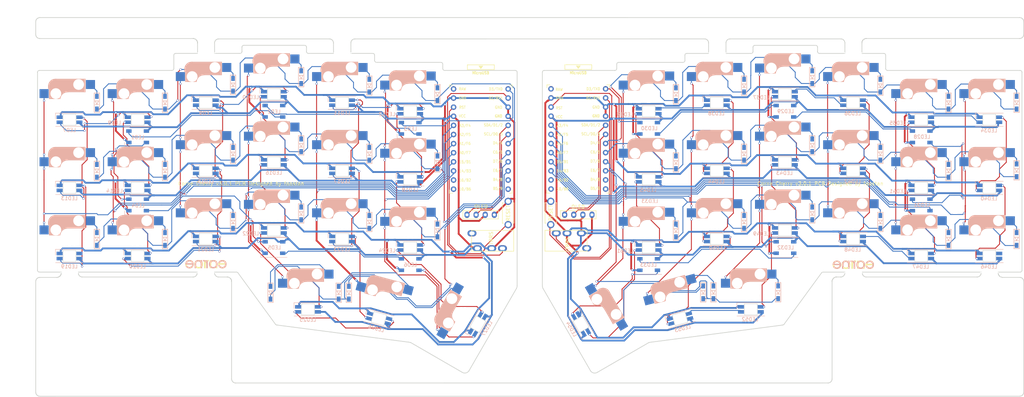
<source format=kicad_pcb>
(kicad_pcb (version 20221018) (generator pcbnew)
  (title_block (title "Corne Cherry") (date "2020-09-28") (rev "3.0.1") (company "foostan"))
  (layers (0 "F.Cu" signal) (31 "B.Cu" signal) (34 "B.Paste" user) (35 "F.Paste" user) (36 "B.SilkS" user "B.Silkscreen") (37 "F.SilkS" user "F.Silkscreen") (38 "B.Mask" user) (39 "F.Mask" user) (44 "Edge.Cuts" user))
  (net 0 "")
  (net 1 "row0")
  (net 2 "Net-(D1-Pad2)")
  (net 3 "row1")
  (net 4 "Net-(D2-Pad2)")
  (net 5 "row2")
  (net 6 "Net-(D3-Pad2)")
  (net 7 "row3")
  (net 8 "Net-(D4-Pad2)")
  (net 9 "Net-(D5-Pad2)")
  (net 10 "Net-(D6-Pad2)")
  (net 11 "Net-(D7-Pad2)")
  (net 12 "Net-(D8-Pad2)")
  (net 13 "Net-(D9-Pad2)")
  (net 14 "Net-(D10-Pad2)")
  (net 15 "Net-(D11-Pad2)")
  (net 16 "Net-(D12-Pad2)")
  (net 17 "Net-(D13-Pad2)")
  (net 18 "Net-(D14-Pad2)")
  (net 19 "Net-(D15-Pad2)")
  (net 20 "Net-(D16-Pad2)")
  (net 21 "Net-(D17-Pad2)")
  (net 22 "Net-(D18-Pad2)")
  (net 23 "Net-(D19-Pad2)")
  (net 24 "Net-(D20-Pad2)")
  (net 25 "Net-(D21-Pad2)")
  (net 26 "GND")
  (net 27 "VCC")
  (net 28 "col0")
  (net 29 "col1")
  (net 30 "col2")
  (net 31 "col3")
  (net 32 "col4")
  (net 33 "col5")
  (net 34 "LED")
  (net 35 "data")
  (net 36 "reset")
  (net 37 "SCL")
  (net 38 "SDA")
  (net 39 "Net-(U1-Pad14)")
  (net 40 "Net-(U1-Pad13)")
  (net 41 "Net-(U1-Pad12)")
  (net 42 "Net-(U1-Pad11)")
  (net 43 "Net-(U1-Pad24)")
  (net 44 "Net-(D22-Pad2)")
  (net 45 "row0_r")
  (net 46 "Net-(D23-Pad2)")
  (net 47 "Net-(D24-Pad2)")
  (net 48 "Net-(D25-Pad2)")
  (net 49 "Net-(D26-Pad2)")
  (net 50 "Net-(D27-Pad2)")
  (net 51 "row1_r")
  (net 52 "Net-(D28-Pad2)")
  (net 53 "Net-(D29-Pad2)")
  (net 54 "Net-(D30-Pad2)")
  (net 55 "Net-(D31-Pad2)")
  (net 56 "Net-(D32-Pad2)")
  (net 57 "Net-(D33-Pad2)")
  (net 58 "row2_r")
  (net 59 "Net-(D34-Pad2)")
  (net 60 "Net-(D35-Pad2)")
  (net 61 "Net-(D36-Pad2)")
  (net 62 "Net-(D37-Pad2)")
  (net 63 "Net-(D38-Pad2)")
  (net 64 "Net-(D39-Pad2)")
  (net 65 "Net-(D40-Pad2)")
  (net 66 "row3_r")
  (net 67 "Net-(D41-Pad2)")
  (net 68 "Net-(D42-Pad2)")
  (net 69 "data_r")
  (net 70 "SDA_r")
  (net 71 "SCL_r")
  (net 72 "LED_r")
  (net 73 "reset_r")
  (net 74 "col0_r")
  (net 75 "col1_r")
  (net 76 "col2_r")
  (net 77 "col3_r")
  (net 78 "col4_r")
  (net 79 "col5_r")
  (net 80 "VDD")
  (net 81 "GNDA")
  (net 82 "Net-(LED1-Pad2)")
  (net 83 "Net-(LED1-Pad4)")
  (net 84 "Net-(LED2-Pad4)")
  (net 85 "Net-(LED10-Pad2)")
  (net 86 "Net-(LED11-Pad4)")
  (net 87 "Net-(LED13-Pad4)")
  (net 88 "Net-(LED14-Pad2)")
  (net 89 "Net-(LED15-Pad4)")
  (net 90 "Net-(LED10-Pad4)")
  (net 91 "Net-(LED11-Pad2)")
  (net 92 "Net-(LED12-Pad4)")
  (net 93 "Net-(LED13-Pad2)")
  (net 94 "Net-(LED14-Pad4)")
  (net 95 "Net-(LED16-Pad4)")
  (net 96 "Net-(LED17-Pad2)")
  (net 97 "Net-(LED18-Pad4)")
  (net 98 "Net-(LED22-Pad4)")
  (net 99 "Net-(LED24-Pad4)")
  (net 100 "Net-(LED25-Pad4)")
  (net 101 "Net-(LED27-Pad4)")
  (net 102 "Net-(LED28-Pad2)")
  (net 103 "Net-(LED29-Pad4)")
  (net 104 "Net-(LED32-Pad2)")
  (net 105 "Net-(LED34-Pad2)")
  (net 106 "Net-(LED35-Pad4)")
  (net 107 "Net-(LED37-Pad4)")
  (net 108 "Net-(LED38-Pad2)")
  (net 109 "Net-(LED39-Pad4)")
  (net 110 "Net-(LED4-Pad2)")
  (net 111 "Net-(LED5-Pad2)")
  (net 112 "Net-(LED7-Pad4)")
  (net 113 "Net-(LED15-Pad2)")
  (net 114 "Net-(LED20-Pad4)")
  (net 115 "Net-(LED23-Pad2)")
  (net 116 "Net-(LED28-Pad4)")
  (net 117 "Net-(LED31-Pad2)")
  (net 118 "Net-(LED33-Pad2)")
  (net 119 "Net-(LED40-Pad2)")
  (net 120 "Net-(LED41-Pad4)")
  (net 121 "Net-(LED42-Pad2)")
  (net 122 "Net-(LED43-Pad4)")
  (net 123 "Net-(LED44-Pad2)")
  (net 124 "Net-(LED45-Pad4)")
  (net 125 "Net-(LED47-Pad4)")
  (net 126 "Net-(LED49-Pad4)")
  (net 127 "Net-(LED50-Pad2)")
  (net 128 "Net-(LED51-Pad4)")
  (net 129 "Net-(LED52-Pad4)")
  (net 130 "Net-(LED34-Pad4)")
  (net 131 "Net-(LED36-Pad4)")
  (net 132 "Net-(LED36-Pad2)")
  (net 133 "Net-(LED38-Pad4)")
  (net 134 "Net-(U2-Pad11)")
  (net 135 "Net-(U2-Pad12)")
  (net 136 "Net-(U2-Pad13)")
  (net 137 "Net-(U2-Pad14)")
  (net 138 "Net-(U2-Pad24)")
  (net 139 "Net-(J1-PadA)")
  (net 140 "Net-(J3-PadA)")
  (net 141 "Net-(LED19-Pad2)")
  (net 142 "Net-(LED46-Pad2)")
  (footprint "kbd:MJ-4PP-9_1side" (layer "F.Cu") (at 144.1345 74.292 -90)
    (fp_text reference "J1")
    (fp_text value "MJ-4PP-9" hide)
  )
  (footprint "kbd:OLED_1side" (layer "F.Cu") (at 130.9485 67.028)
    (fp_text reference "J2")
    (fp_text value "OLED" hide)
  )
  (footprint "kbd:ResetSW_1side" (layer "F.Cu") (at 142.4245 66.531 -90)
    (fp_text reference "RSW1" hide)
    (fp_text value "SW_PUSH")
  )
  (footprint "kbd:CherryMX_Hotswap" (layer "F.Cu") (at 39.1075 35.78)
    (fp_text reference "SW2" hide)
    (fp_text value "SW_PUSH" hide)
  )
  (footprint "kbd:CherryMX_Hotswap" (layer "F.Cu") (at 58.1075 31.03)
    (fp_text reference "SW3" hide)
    (fp_text value "SW_PUSH" hide)
  )
  (footprint "kbd:CherryMX_Hotswap" (layer "F.Cu") (at 77.1075 28.655)
    (fp_text reference "SW4" hide)
    (fp_text value "SW_PUSH" hide)
  )
  (footprint "kbd:CherryMX_Hotswap" (layer "F.Cu") (at 96.1075 31.03)
    (fp_text reference "SW5" hide)
    (fp_text value "SW_PUSH" hide)
  )
  (footprint "kbd:CherryMX_Hotswap" (layer "F.Cu") (at 20.1075 54.78)
    (fp_text reference "SW7" hide)
    (fp_text value "SW_PUSH" hide)
  )
  (footprint "kbd:CherryMX_Hotswap" (layer "F.Cu") (at 39.1075 54.78)
    (fp_text reference "SW8" hide)
    (fp_text value "SW_PUSH" hide)
  )
  (footprint "kbd:CherryMX_Hotswap" (layer "F.Cu") (at 58.1075 50.03)
    (fp_text reference "SW9" hide)
    (fp_text value "SW_PUSH" hide)
  )
  (footprint "kbd:CherryMX_Hotswap" (layer "F.Cu") (at 77.1075 47.655)
    (fp_text reference "SW10" hide)
    (fp_text value "SW_PUSH" hide)
  )
  (footprint "kbd:CherryMX_Hotswap" (layer "F.Cu") (at 96.1075 50.03)
    (fp_text reference "SW11" hide)
    (fp_text value "SW_PUSH" hide)
  )
  (footprint "kbd:CherryMX_Hotswap" (layer "F.Cu") (at 115.1075 52.405)
    (fp_text reference "SW12" hide)
    (fp_text value "SW_PUSH" hide)
  )
  (footprint "kbd:CherryMX_Hotswap" (layer "F.Cu") (at 20.1075 73.78)
    (fp_text reference "SW13" hide)
    (fp_text value "SW_PUSH" hide)
  )
  (footprint "kbd:CherryMX_Hotswap" (layer "F.Cu") (at 39.1075 73.78)
    (fp_text reference "SW14" hide)
    (fp_text value "SW_PUSH" hide)
  )
  (footprint "kbd:CherryMX_Hotswap" (layer "F.Cu") (at 58.1075 69.03)
    (fp_text reference "SW15" hide)
    (fp_text value "SW_PUSH" hide)
  )
  (footprint "kbd:CherryMX_Hotswap" (layer "F.Cu") (at 77.1075 66.655)
    (fp_text reference "SW16" hide)
    (fp_text value "SW_PUSH" hide)
  )
  (footprint "kbd:CherryMX_Hotswap" (layer "F.Cu") (at 96.1075 69.03)
    (fp_text reference "SW17" hide)
    (fp_text value "SW_PUSH" hide)
  )
  (footprint "kbd:CherryMX_Hotswap" (layer "F.Cu") (at 115.1075 71.405)
    (fp_text reference "SW18" hide)
    (fp_text value "SW_PUSH" hide)
  )
  (footprint "kbd:CherryMX_Hotswap" (layer "F.Cu") (at 86.6075 88.655)
    (fp_text reference "SW19" hide)
    (fp_text value "SW_PUSH" hide)
  )
  (footprint "kbd:CherryMX_Hotswap" (layer "F.Cu") (at 107.6075 91.405 -15)
    (fp_text reference "SW20" hide)
    (fp_text value "SW_PUSH" hide)
  )
  (footprint "kbd:CherryMX_Hotswap_1.5u" (layer "F.Cu") (at 129.8575 95.155 60)
    (fp_text reference "SW21" hide)
    (fp_text value "SW_PUSH" hide)
  )
  (footprint "kbd:CherryMX_Hotswap_1.5u" (layer "F.Cu") (at 166.8645 95.15 -60)
    (fp_text reference "SW42" hide)
    (fp_text value "SW_PUSH" hide)
  )
  (footprint "kbd:MJ-4PP-9_1side" (layer "F.Cu") (at 152.5375 74.27 90)
    (fp_text reference "J3")
    (fp_text value "MJ-4PP-9" hide)
  )
  (footprint "kbd:OLED_1side" (layer "F.Cu") (at 158.1775 67.02)
    (fp_text reference "J4")
    (fp_text value "OLED" hide)
  )
  (footprint "kbd:ResetSW_1side" (layer "F.Cu") (at 154.3045 66.522 -90)
    (fp_text reference "RSW2" hide)
    (fp_text value "SW_PUSH")
  )
  (footprint "kbd:CherryMX_Hotswap" (layer "F.Cu") (at 219.6145 66.65)
    (fp_text reference "SW37" hide)
    (fp_text value "SW_PUSH" hide)
  )
  (footprint "kbd:CherryMX_Hotswap" (layer "F.Cu") (at 200.6145 69.025)
    (fp_text reference "SW38" hide)
    (fp_text value "SW_PUSH" hide)
  )
  (footprint "kbd:CherryMX_Hotswap" (layer "F.Cu") (at 181.6145 71.4)
    (fp_text reference "SW39" hide)
    (fp_text value "SW_PUSH" hide)
  )
  (footprint "kbd:CherryMX_Hotswap" (layer "F.Cu") (at 210.1145 88.65)
    (fp_text reference "SW40" hide)
    (fp_text value "SW_PUSH" hide)
  )
  (footprint "kbd:CherryMX_Hotswap" (layer "F.Cu") (at 189.1145 91.4 15)
    (fp_text reference "SW41" hide)
    (fp_text value "SW_PUSH" hide)
  )
  (footprint "kbd:CherryMX_Hotswap" (layer "F.Cu") (at 219.6145 28.65)
    (fp_text reference "SW25" hide)
    (fp_text value "SW_PUSH" hide)
  )
  (footprint "kbd:CherryMX_Hotswap" (layer "F.Cu") (at 200.6145 31.025)
    (fp_text reference "SW26" hide)
    (fp_text value "SW_PUSH" hide)
  )
  (footprint "kbd:CherryMX_Hotswap" (layer "F.Cu") (at 276.6145 54.775)
    (fp_text reference "SW28" hide)
    (fp_text value "SW_PUSH" hide)
  )
  (footprint "kbd:CherryMX_Hotswap" (layer "F.Cu") (at 238.6145 31.025)
    (fp_text reference "SW24" hide)
    (fp_text value "SW_PUSH" hide)
  )
  (footprint "kbd:CherryMX_Hotswap" (layer "F.Cu") (at 257.6145 54.775)
    (fp_text reference "SW29" hide)
    (fp_text value "SW_PUSH" hide)
  )
  (footprint "kbd:CherryMX_Hotswap" (layer "F.Cu") (at 257.6145 73.775)
    (fp_text reference "SW35" hide)
    (fp_text value "SW_PUSH" hide)
  )
  (footprint "kbd:CherryMX_Hotswap" (layer "F.Cu") (at 238.6145 69.025)
    (fp_text reference "SW36" hide)
    (fp_text value "SW_PUSH" hide)
  )
  (footprint "kbd:CherryMX_Hotswap" (layer "F.Cu") (at 276.6145 35.775)
    (fp_text reference "SW22" hide)
    (fp_text value "SW_PUSH" hide)
  )
  (footprint "kbd:CherryMX_Hotswap" (layer "F.Cu") (at 257.6145 35.775)
    (fp_text reference "SW23" hide)
    (fp_text value "SW_PUSH" hide)
  )
  (footprint "kbd:CherryMX_Hotswap" (layer "F.Cu") (at 238.6145 50.025)
    (fp_text reference "SW30" hide)
    (fp_text value "SW_PUSH" hide)
  )
  (footprint "kbd:CherryMX_Hotswap" (layer "F.Cu") (at 219.6145 47.65)
    (fp_text reference "SW31" hide)
    (fp_text value "SW_PUSH" hide)
  )
  (footprint "kbd:CherryMX_Hotswap" (layer "F.Cu") (at 200.6145 50.025)
    (fp_text reference "SW32" hide)
    (fp_text value "SW_PUSH" hide)
  )
  (footprint "kbd:CherryMX_Hotswap" (layer "F.Cu") (at 181.6145 52.4)
    (fp_text reference "SW33" hide)
    (fp_text value "SW_PUSH" hide)
  )
  (footprint "kbd:CherryMX_Hotswap" (layer "F.Cu") (at 276.6145 73.775)
    (fp_text reference "SW34" hide)
    (fp_text value "SW_PUSH" hide)
  )
  (footprint "kbd:CherryMX_Hotswap" (layer "F.Cu") (at 20.1075 35.78)
    (fp_text reference "SW1" hide)
    (fp_text value "SW_PUSH" hide)
  )
  (footprint "kbd:M2_HOLE_v2" (layer "F.Cu") (at 105.5755 41.7655)
    (fp_text reference "Ref**" hide)
    (fp_text value "Val**" hide)
  )
  (footprint "kbd:M2_HOLE_v2" (layer "F.Cu") (at 72.7645 81.5205)
    (fp_text reference "Ref**" hide)
    (fp_text value "Val**" hide)
  )
  (footprint "kbd:M2_HOLE_v2" (layer "F.Cu") (at 119.3305 89.135)
    (fp_text reference "Ref**" hide)
    (fp_text value "Val**" hide)
  )
  (footprint "kbd:M2_HOLE_v2" (layer "F.Cu") (at 127.8695 74.254)
    (fp_text reference "Ref**" hide)
    (fp_text value "Val**" hide)
  )
  (footprint "kbd:M2_HOLE_v2" (layer "F.Cu") (at 142.3015 82.775)
    (fp_text reference "Ref**" hide)
    (fp_text value "Val**" hide)
  )
  (footprint "kbd:M2_HOLE_v2" (layer "F.Cu") (at 177.3895 89.145 180)
    (fp_text reference "Ref**" hide)
    (fp_text value "Val**" hide)
  )
  (footprint "kbd:M2_HOLE_v2" (layer "F.Cu") (at 223.9555 81.5305 180)
    (fp_text reference "Ref**" hide)
    (fp_text value "Val**" hide)
  )
  (footprint "kbd:M2_HOLE_v2" (layer "F.Cu") (at 267.0995 45.2655 180)
    (fp_text reference "Ref**" hide)
    (fp_text value "Val**" hide)
  )
  (footprint "kbd:M2_HOLE_v2" (layer "F.Cu") (at 191.1445 41.7755 180)
    (fp_text reference "Ref**" hide)
    (fp_text value "Val**" hide)
  )
  (footprint "kbd:CherryMX_Hotswap" (layer "F.Cu") (at 115.1075 33.405)
    (fp_text reference "SW6" hide)
    (fp_text value "SW_PUSH" hide)
  )
  (footprint "kbd:CherryMX_Hotswap" (layer "F.Cu") (at 181.6075 33.405)
    (fp_text reference "SW27" hide)
    (fp_text value "SW_PUSH" hide)
  )
  (footprint "kbd:M2_HOLE_v2" (layer "F.Cu") (at 27.5195 54.1395)
    (fp_text reference "Ref**" hide)
    (fp_text value "Val**" hide)
  )
  (footprint "kbd:ProMicro_v3" (layer "F.Cu") (at 134.8125 46.42)
    (fp_text reference "U1" hide)
    (fp_text value "ProMicro" hide)
  )
  (footprint "kbd:ProMicro_v3" (layer "F.Cu") (at 161.9875 46.39)
    (fp_text reference "U2" hide)
    (fp_text value "ProMicro" hide)
  )
  (footprint "kbd:M2_HOLE_v2" (layer "F.Cu") (at 29.6075 45.28)
    (fp_text reference "Ref**" hide)
    (fp_text value "Val**" hide)
  )
  (footprint "kbd:Breakaway_Tabs" (layer "F.Cu") (at 58.23675 21.869)
    (fp_text reference "REF**")
    (fp_text value "Breakaway_Tabs")
  )
  (footprint "kbd:Breakaway_Tabs" (layer "F.Cu") (at 96.2075 21.873)
    (fp_text reference "REF**")
    (fp_text value "Breakaway_Tabs")
  )
  (footprint "kbd:Breakaway_Tabs" (layer "F.Cu") (at 20.1625 83.176)
    (fp_text reference "REF**")
    (fp_text value "Breakaway_Tabs")
  )
  (footprint "kbd:Breakaway_Tabs" (layer "F.Cu") (at 58.1235 83.178)
    (fp_text reference "REF**")
    (fp_text value "Breakaway_Tabs")
  )
  (footprint "kbd:corne-logo-horizontal" (layer "F.Cu") (at 58.2675 80.89)
    (fp_text reference "G***" hide)
    (fp_text value "LOGO" hide)
  )
  (footprint "kbd:corne-logo-horizontal" (layer "F.Cu") (at 238.7775 81.04)
    (fp_text reference "G***" hide)
    (fp_text value "LOGO" hide)
  )
  (footprint "kbd:D3_SMD_v2" (layer "B.Cu") (at 27.7345 35.776875 90)
    (fp_text reference "D1" hide)
    (fp_text value "D" hide)
  )
  (footprint "kbd:D3_SMD_v2" (layer "B.Cu") (at 46.7345 35.78 90)
    (fp_text reference "D2" hide)
    (fp_text value "D" hide)
  )
  (footprint "kbd:D3_SMD_v2" (layer "B.Cu") (at 65.7075 30.78 90)
    (fp_text reference "D3" hide)
    (fp_text value "D" hide)
  )
  (footprint "kbd:D3_SMD_v2" (layer "B.Cu") (at 84.7075 28.655 90)
    (fp_text reference "D4" hide)
    (fp_text value "D" hide)
  )
  (footprint "kbd:D3_SMD_v2" (layer "B.Cu") (at 103.7075 31.03 90)
    (fp_text reference "D5" hide)
    (fp_text value "D" hide)
  )
  (footprint "kbd:D3_SMD_v2" (layer "B.Cu") (at 122.7075 33.405 90)
    (fp_text reference "D6" hide)
    (fp_text value "D" hide)
  )
  (footprint "kbd:D3_SMD_v2" (layer "B.Cu") (at 27.7345 54.776875 90)
    (fp_text reference "D7" hide)
    (fp_text value "D" hide)
  )
  (footprint "kbd:D3_SMD_v2" (layer "B.Cu") (at 46.7345 54.78 90)
    (fp_text reference "D8" hide)
    (fp_text value "D" hide)
  )
  (footprint "kbd:D3_SMD_v2" (layer "B.Cu") (at 65.7075 50.03 90)
    (fp_text reference "D9" hide)
    (fp_text value "D" hide)
  )
  (footprint "kbd:D3_SMD_v2" (layer "B.Cu") (at 84.7075 47.655 90)
    (fp_text reference "D10" hide)
    (fp_text value "D" hide)
  )
  (footprint "kbd:D3_SMD_v2" (layer "B.Cu") (at 103.7075 50.03 90)
    (fp_text reference "D11" hide)
    (fp_text value "D" hide)
  )
  (footprint "kbd:D3_SMD_v2" (layer "B.Cu") (at 122.7075 52.405 90)
    (fp_text reference "D12" hide)
    (fp_text value "D" hide)
  )
  (footprint "kbd:D3_SMD_v2" (layer "B.Cu") (at 27.7345 73.776875 90)
    (fp_text reference "D13" hide)
    (fp_text value "D" hide)
  )
  (footprint "kbd:D3_SMD_v2" (layer "B.Cu") (at 46.7345 73.78 90)
    (fp_text reference "D14" hide)
    (fp_text value "D" hide)
  )
  (footprint "kbd:D3_SMD_v2" (layer "B.Cu") (at 65.7075 69.03 90)
    (fp_text reference "D15" hide)
    (fp_text value "D" hide)
  )
  (footprint "kbd:D3_SMD_v2" (layer "B.Cu") (at 84.7075 66.655 90)
    (fp_text reference "D16" hide)
    (fp_text value "D" hide)
  )
  (footprint "kbd:D3_SMD_v2" (layer "B.Cu") (at 103.7075 69.03 90)
    (fp_text reference "D17" hide)
    (fp_text value "D" hide)
  )
  (footprint "kbd:D3_SMD_v2" (layer "B.Cu") (at 122.7075 71.405 90)
    (fp_text reference "D18" hide)
    (fp_text value "D" hide)
  )
  (footprint "kbd:D3_SMD_v2" (layer "B.Cu") (at 76.1575 88.77 90)
    (fp_text reference "D19" hide)
    (fp_text value "D" hide)
  )
  (footprint "kbd:D3_SMD_v2" (layer "B.Cu") (at 95.1645 88.765 90)
    (fp_text reference "D20" hide)
    (fp_text value "D" hide)
  )
  (footprint "kbd:D3_SMD_v2" (layer "B.Cu") (at 98.0075 88.765 90)
    (fp_text reference "D21" hide)
    (fp_text value "D" hide)
  )
  (footprint "kbd:YS-SK6812MINI-E" (layer "B.Cu") (at 20.1075 40.53)
    (fp_text reference "LED7")
    (fp_text value "YS-SK6812MINI-E")
    (fp_line (start -1.8 -1.55) (end 1.8 -1.55) (stroke (width 0.12)) (layer "Edge.Cuts"))
    (fp_line (start -1.8 1.55) (end -1.8 -1.55) (stroke (width 0.12)) (layer "Edge.Cuts"))
    (fp_line (start 1.8 -1.55) (end 1.8 1.55) (stroke (width 0.12)) (layer "Edge.Cuts"))
    (fp_line (start 1.8 1.55) (end -1.8 1.55) (stroke (width 0.12)) (layer "Edge.Cuts"))
  )
  (footprint "kbd:YS-SK6812MINI-E" (layer "B.Cu") (at 39.1075 40.53)
    (fp_text reference "LED8")
    (fp_text value "YS-SK6812MINI-E")
    (fp_line (start -1.8 -1.55) (end 1.8 -1.55) (stroke (width 0.12)) (layer "Edge.Cuts"))
    (fp_line (start -1.8 1.55) (end -1.8 -1.55) (stroke (width 0.12)) (layer "Edge.Cuts"))
    (fp_line (start 1.8 -1.55) (end 1.8 1.55) (stroke (width 0.12)) (layer "Edge.Cuts"))
    (fp_line (start 1.8 1.55) (end -1.8 1.55) (stroke (width 0.12)) (layer "Edge.Cuts"))
  )
  (footprint "kbd:YS-SK6812MINI-E" (layer "B.Cu") (at 58.1075 35.78)
    (fp_text reference "LED9")
    (fp_text value "YS-SK6812MINI-E")
    (fp_line (start -1.8 -1.55) (end 1.8 -1.55) (stroke (width 0.12)) (layer "Edge.Cuts"))
    (fp_line (start -1.8 1.55) (end -1.8 -1.55) (stroke (width 0.12)) (layer "Edge.Cuts"))
    (fp_line (start 1.8 -1.55) (end 1.8 1.55) (stroke (width 0.12)) (layer "Edge.Cuts"))
    (fp_line (start 1.8 1.55) (end -1.8 1.55) (stroke (width 0.12)) (layer "Edge.Cuts"))
  )
  (footprint "kbd:YS-SK6812MINI-E" (layer "B.Cu") (at 77.1075 33.405)
    (fp_text reference "LED10")
    (fp_text value "YS-SK6812MINI-E")
    (fp_line (start -1.8 -1.55) (end 1.8 -1.55) (stroke (width 0.12)) (layer "Edge.Cuts"))
    (fp_line (start -1.8 1.55) (end -1.8 -1.55) (stroke (width 0.12)) (layer "Edge.Cuts"))
    (fp_line (start 1.8 -1.55) (end 1.8 1.55) (stroke (width 0.12)) (layer "Edge.Cuts"))
    (fp_line (start 1.8 1.55) (end -1.8 1.55) (stroke (width 0.12)) (layer "Edge.Cuts"))
  )
  (footprint "kbd:YS-SK6812MINI-E" (layer "B.Cu") (at 96.1075 35.78)
    (fp_text reference "LED11")
    (fp_text value "YS-SK6812MINI-E")
    (fp_line (start -1.8 -1.55) (end 1.8 -1.55) (stroke (width 0.12)) (layer "Edge.Cuts"))
    (fp_line (start -1.8 1.55) (end -1.8 -1.55) (stroke (width 0.12)) (layer "Edge.Cuts"))
    (fp_line (start 1.8 -1.55) (end 1.8 1.55) (stroke (width 0.12)) (layer "Edge.Cuts"))
    (fp_line (start 1.8 1.55) (end -1.8 1.55) (stroke (width 0.12)) (layer "Edge.Cuts"))
  )
  (footprint "kbd:YS-SK6812MINI-E" (layer "B.Cu") (at 115.1075 38.155)
    (fp_text reference "LED12")
    (fp_text value "YS-SK6812MINI-E")
    (fp_line (start -1.8 -1.55) (end 1.8 -1.55) (stroke (width 0.12)) (layer "Edge.Cuts"))
    (fp_line (start -1.8 1.55) (end -1.8 -1.55) (stroke (width 0.12)) (layer "Edge.Cuts"))
    (fp_line (start 1.8 -1.55) (end 1.8 1.55) (stroke (width 0.12)) (layer "Edge.Cuts"))
    (fp_line (start 1.8 1.55) (end -1.8 1.55) (stroke (width 0.12)) (layer "Edge.Cuts"))
  )
  (footprint "kbd:YS-SK6812MINI-E" (layer "B.Cu") (at 20.1075 59.53)
    (fp_text reference "LED13")
    (fp_text value "YS-SK6812MINI-E")
    (fp_line (start -1.8 -1.55) (end 1.8 -1.55) (stroke (width 0.12)) (layer "Edge.Cuts"))
    (fp_line (start -1.8 1.55) (end -1.8 -1.55) (stroke (width 0.12)) (layer "Edge.Cuts"))
    (fp_line (start 1.8 -1.55) (end 1.8 1.55) (stroke (width 0.12)) (layer "Edge.Cuts"))
    (fp_line (start 1.8 1.55) (end -1.8 1.55) (stroke (width 0.12)) (layer "Edge.Cuts"))
  )
  (footprint "kbd:YS-SK6812MINI-E" (layer "B.Cu") (at 39.1075 59.53)
    (fp_text reference "LED14")
    (fp_text value "YS-SK6812MINI-E")
    (fp_line (start -1.8 -1.55) (end 1.8 -1.55) (stroke (width 0.12)) (layer "Edge.Cuts"))
    (fp_line (start -1.8 1.55) (end -1.8 -1.55) (stroke (width 0.12)) (layer "Edge.Cuts"))
    (fp_line (start 1.8 -1.55) (end 1.8 1.55) (stroke (width 0.12)) (layer "Edge.Cuts"))
    (fp_line (start 1.8 1.55) (end -1.8 1.55) (stroke (width 0.12)) (layer "Edge.Cuts"))
  )
  (footprint "kbd:YS-SK6812MINI-E" (layer "B.Cu") (at 58.1075 54.78)
    (fp_text reference "LED15")
    (fp_text value "YS-SK6812MINI-E")
    (fp_line (start -1.8 -1.55) (end 1.8 -1.55) (stroke (width 0.12)) (layer "Edge.Cuts"))
    (fp_line (start -1.8 1.55) (end -1.8 -1.55) (stroke (width 0.12)) (layer "Edge.Cuts"))
    (fp_line (start 1.8 -1.55) (end 1.8 1.55) (stroke (width 0.12)) (layer "Edge.Cuts"))
    (fp_line (start 1.8 1.55) (end -1.8 1.55) (stroke (width 0.12)) (layer "Edge.Cuts"))
  )
  (footprint "kbd:YS-SK6812MINI-E" (layer "B.Cu") (at 77.1075 52.405)
    (fp_text reference "LED16")
    (fp_text value "YS-SK6812MINI-E")
    (fp_line (start -1.8 -1.55) (end 1.8 -1.55) (stroke (width 0.12)) (layer "Edge.Cuts"))
    (fp_line (start -1.8 1.55) (end -1.8 -1.55) (stroke (width 0.12)) (layer "Edge.Cuts"))
    (fp_line (start 1.8 -1.55) (end 1.8 1.55) (stroke (width 0.12)) (layer "Edge.Cuts"))
    (fp_line (start 1.8 1.55) (end -1.8 1.55) (stroke (width 0.12)) (layer "Edge.Cuts"))
  )
  (footprint "kbd:YS-SK6812MINI-E" (layer "B.Cu") (at 96.1075 54.78)
    (fp_text reference "LED17")
    (fp_text value "YS-SK6812MINI-E")
    (fp_line (start -1.8 -1.55) (end 1.8 -1.55) (stroke (width 0.12)) (layer "Edge.Cuts"))
    (fp_line (start -1.8 1.55) (end -1.8 -1.55) (stroke (width 0.12)) (layer "Edge.Cuts"))
    (fp_line (start 1.8 -1.55) (end 1.8 1.55) (stroke (width 0.12)) (layer "Edge.Cuts"))
    (fp_line (start 1.8 1.55) (end -1.8 1.55) (stroke (width 0.12)) (layer "Edge.Cuts"))
  )
  (footprint "kbd:YS-SK6812MINI-E" (layer "B.Cu") (at 115.1075 57.155)
    (fp_text reference "LED18")
    (fp_text value "YS-SK6812MINI-E")
    (fp_line (start -1.8 -1.55) (end 1.8 -1.55) (stroke (width 0.12)) (layer "Edge.Cuts"))
    (fp_line (start -1.8 1.55) (end -1.8 -1.55) (stroke (width 0.12)) (layer "Edge.Cuts"))
    (fp_line (start 1.8 -1.55) (end 1.8 1.55) (stroke (width 0.12)) (layer "Edge.Cuts"))
    (fp_line (start 1.8 1.55) (end -1.8 1.55) (stroke (width 0.12)) (layer "Edge.Cuts"))
  )
  (footprint "kbd:YS-SK6812MINI-E" (layer "B.Cu") (at 20.1075 78.53)
    (fp_text reference "LED19")
    (fp_text value "YS-SK6812MINI-E")
    (fp_line (start -1.8 -1.55) (end 1.8 -1.55) (stroke (width 0.12)) (layer "Edge.Cuts"))
    (fp_line (start -1.8 1.55) (end -1.8 -1.55) (stroke (width 0.12)) (layer "Edge.Cuts"))
    (fp_line (start 1.8 -1.55) (end 1.8 1.55) (stroke (width 0.12)) (layer "Edge.Cuts"))
    (fp_line (start 1.8 1.55) (end -1.8 1.55) (stroke (width 0.12)) (layer "Edge.Cuts"))
  )
  (footprint "kbd:YS-SK6812MINI-E" (layer "B.Cu") (at 39.1075 78.53)
    (fp_text reference "LED20")
    (fp_text value "YS-SK6812MINI-E")
    (fp_line (start -1.8 -1.55) (end 1.8 -1.55) (stroke (width 0.12)) (layer "Edge.Cuts"))
    (fp_line (start -1.8 1.55) (end -1.8 -1.55) (stroke (width 0.12)) (layer "Edge.Cuts"))
    (fp_line (start 1.8 -1.55) (end 1.8 1.55) (stroke (width 0.12)) (layer "Edge.Cuts"))
    (fp_line (start 1.8 1.55) (end -1.8 1.55) (stroke (width 0.12)) (layer "Edge.Cuts"))
  )
  (footprint "kbd:YS-SK6812MINI-E" (layer "B.Cu") (at 58.1075 73.78)
    (fp_text reference "LED21")
    (fp_text value "YS-SK6812MINI-E")
    (fp_line (start -1.8 -1.55) (end 1.8 -1.55) (stroke (width 0.12)) (layer "Edge.Cuts"))
    (fp_line (start -1.8 1.55) (end -1.8 -1.55) (stroke (width 0.12)) (layer "Edge.Cuts"))
    (fp_line (start 1.8 -1.55) (end 1.8 1.55) (stroke (width 0.12)) (layer "Edge.Cuts"))
    (fp_line (start 1.8 1.55) (end -1.8 1.55) (stroke (width 0.12)) (layer "Edge.Cuts"))
  )
  (footprint "kbd:YS-SK6812MINI-E" (layer "B.Cu") (at 77.1075 71.405)
    (fp_text reference "LED22")
    (fp_text value "YS-SK6812MINI-E")
    (fp_line (start -1.8 -1.55) (end 1.8 -1.55) (stroke (width 0.12)) (layer "Edge.Cuts"))
    (fp_line (start -1.8 1.55) (end -1.8 -1.55) (stroke (width 0.12)) (layer "Edge.Cuts"))
    (fp_line (start 1.8 -1.55) (end 1.8 1.55) (stroke (width 0.12)) (layer "Edge.Cuts"))
    (fp_line (start 1.8 1.55) (end -1.8 1.55) (stroke (width 0.12)) (layer "Edge.Cuts"))
  )
  (footprint "kbd:YS-SK6812MINI-E" (layer "B.Cu") (at 115.1075 76.155)
    (fp_text reference "LED24")
    (fp_text value "YS-SK6812MINI-E")
    (fp_line (start -1.8 -1.55) (end 1.8 -1.55) (stroke (width 0.12)) (layer "Edge.Cuts"))
    (fp_line (start -1.8 1.55) (end -1.8 -1.55) (stroke (width 0.12)) (layer "Edge.Cuts"))
    (fp_line (start 1.8 -1.55) (end 1.8 1.55) (stroke (width 0.12)) (layer "Edge.Cuts"))
    (fp_line (start 1.8 1.55) (end -1.8 1.55) (stroke (width 0.12)) (layer "Edge.Cuts"))
  )
  (footprint "kbd:YS-SK6812MINI-E" (layer "B.Cu") (at 133.971121 97.53 60)
    (fp_text reference "LED27")
    (fp_text value "YS-SK6812MINI-E")
    (fp_line (start -1.8 -1.55) (end 1.8 -1.55) (stroke (width 0.12)) (layer "Edge.Cuts"))
    (fp_line (start -1.8 1.55) (end -1.8 -1.55) (stroke (width 0.12)) (layer "Edge.Cuts"))
    (fp_line (start 1.8 -1.55) (end 1.8 1.55) (stroke (width 0.12)) (layer "Edge.Cuts"))
    (fp_line (start 1.8 1.55) (end -1.8 1.55) (stroke (width 0.12)) (layer "Edge.Cuts"))
  )
  (footprint "LED_SMD:LED_WS2812B_PLCC4_5.0x5.0mm_P3.2mm" (layer "B.Cu") (at 39.1075 45.28 180)
    (fp_text reference "LED1")
    (fp_text value "WS2812B")
  )
  (footprint "LED_SMD:LED_WS2812B_PLCC4_5.0x5.0mm_P3.2mm" (layer "B.Cu") (at 77.1075 38.155 180)
    (fp_text reference "LED2")
    (fp_text value "WS2812B")
  )
  (footprint "LED_SMD:LED_WS2812B_PLCC4_5.0x5.0mm_P3.2mm" (layer "B.Cu") (at 115.1075 42.905 180)
    (fp_text reference "LED3")
    (fp_text value "WS2812B")
  )
  (footprint "LED_SMD:LED_WS2812B_PLCC4_5.0x5.0mm_P3.2mm" (layer "B.Cu") (at 77.1075 76.155 180)
    (fp_text reference "LED5")
    (fp_text value "WS2812B")
  )
  (footprint "LED_SMD:LED_WS2812B_PLCC4_5.0x5.0mm_P3.2mm" (layer "B.Cu") (at 115.1075 80.905 180)
    (fp_text reference "LED6")
    (fp_text value "WS2812B")
  )
  (footprint "LED_SMD:LED_WS2812B_PLCC4_5.0x5.0mm_P3.2mm" (layer "B.Cu") (at 257.6075 45.28 180)
    (fp_text reference "LED28")
    (fp_text value "WS2812B")
  )
  (footprint "LED_SMD:LED_WS2812B_PLCC4_5.0x5.0mm_P3.2mm" (layer "B.Cu") (at 219.6075 38.155 180)
    (fp_text reference "LED29")
    (fp_text value "WS2812B")
  )
  (footprint "LED_SMD:LED_WS2812B_PLCC4_5.0x5.0mm_P3.2mm" (layer "B.Cu") (at 181.6075 42.905 180)
    (fp_text reference "LED30")
    (fp_text value "WS2812B")
  )
  (footprint "LED_SMD:LED_WS2812B_PLCC4_5.0x5.0mm_P3.2mm" (layer "B.Cu") (at 257.6075 64.28 180)
    (fp_text reference "LED31")
    (fp_text value "WS2812B")
  )
  (footprint "LED_SMD:LED_WS2812B_PLCC4_5.0x5.0mm_P3.2mm" (layer "B.Cu") (at 219.6075 76.155 180)
    (fp_text reference "LED32")
    (fp_text value "WS2812B")
  )
  (footprint "LED_SMD:LED_WS2812B_PLCC4_5.0x5.0mm_P3.2mm" (layer "B.Cu") (at 181.6075 80.905 180)
    (fp_text reference "LED33")
    (fp_text value "WS2812B")
  )
  (footprint "kbd:YS-SK6812MINI-E" (layer "B.Cu") (at 219.6075 52.405)
    (fp_text reference "LED43")
    (fp_text value "YS-SK6812MINI-E")
    (fp_line (start -1.8 -1.55) (end 1.8 -1.55) (stroke (width 0.12)) (layer "Edge.Cuts"))
    (fp_line (start -1.8 1.55) (end -1.8 -1.55) (stroke (width 0.12)) (layer "Edge.Cuts"))
    (fp_line (start 1.8 -1.55) (end 1.8 1.55) (stroke (width 0.12)) (layer "Edge.Cuts"))
    (fp_line (start 1.8 1.55) (end -1.8 1.55) (stroke (width 0.12)) (layer "Edge.Cuts"))
  )
  (footprint "kbd:YS-SK6812MINI-E" (layer "B.Cu") (at 200.6075 54.78)
    (fp_text reference "LED44")
    (fp_text value "YS-SK6812MINI-E")
    (fp_line (start -1.8 -1.55) (end 1.8 -1.55) (stroke (width 0.12)) (layer "Edge.Cuts"))
    (fp_line (start -1.8 1.55) (end -1.8 -1.55) (stroke (width 0.12)) (layer "Edge.Cuts"))
    (fp_line (start 1.8 -1.55) (end 1.8 1.55) (stroke (width 0.12)) (layer "Edge.Cuts"))
    (fp_line (start 1.8 1.55) (end -1.8 1.55) (stroke (width 0.12)) (layer "Edge.Cuts"))
  )
  (footprint "kbd:YS-SK6812MINI-E" (layer "B.Cu") (at 181.6075 57.155)
    (fp_text reference "LED45")
    (fp_text value "YS-SK6812MINI-E")
    (fp_line (start -1.8 -1.55) (end 1.8 -1.55) (stroke (width 0.12)) (layer "Edge.Cuts"))
    (fp_line (start -1.8 1.55) (end -1.8 -1.55) (stroke (width 0.12)) (layer "Edge.Cuts"))
    (fp_line (start 1.8 -1.55) (end 1.8 1.55) (stroke (width 0.12)) (layer "Edge.Cuts"))
    (fp_line (start 1.8 1.55) (end -1.8 1.55) (stroke (width 0.12)) (layer "Edge.Cuts"))
  )
  (footprint "kbd:YS-SK6812MINI-E" (layer "B.Cu") (at 276.6075 78.53)
    (fp_text reference "LED46")
    (fp_text value "YS-SK6812MINI-E")
    (fp_line (start -1.8 -1.55) (end 1.8 -1.55) (stroke (width 0.12)) (layer "Edge.Cuts"))
    (fp_line (start -1.8 1.55) (end -1.8 -1.55) (stroke (width 0.12)) (layer "Edge.Cuts"))
    (fp_line (start 1.8 -1.55) (end 1.8 1.55) (stroke (width 0.12)) (layer "Edge.Cuts"))
    (fp_line (start 1.8 1.55) (end -1.8 1.55) (stroke (width 0.12)) (layer "Edge.Cuts"))
  )
  (footprint "kbd:YS-SK6812MINI-E" (layer "B.Cu") (at 257.6075 78.53)
    (fp_text reference "LED47")
    (fp_text value "YS-SK6812MINI-E")
    (fp_line (start -1.8 -1.55) (end 1.8 -1.55) (stroke (width 0.12)) (layer "Edge.Cuts"))
    (fp_line (start -1.8 1.55) (end -1.8 -1.55) (stroke (width 0.12)) (layer "Edge.Cuts"))
    (fp_line (start 1.8 -1.55) (end 1.8 1.55) (stroke (width 0.12)) (layer "Edge.Cuts"))
    (fp_line (start 1.8 1.55) (end -1.8 1.55) (stroke (width 0.12)) (layer "Edge.Cuts"))
  )
  (footprint "kbd:YS-SK6812MINI-E" (layer "B.Cu") (at 238.6075 73.78)
    (fp_text reference "LED48")
    (fp_text value "YS-SK6812MINI-E")
    (fp_line (start -1.8 -1.55) (end 1.8 -1.55) (stroke (width 0.12)) (layer "Edge.Cuts"))
    (fp_line (start -1.8 1.55) (end -1.8 -1.55) (stroke (width 0.12)) (layer "Edge.Cuts"))
    (fp_line (start 1.8 -1.55) (end 1.8 1.55) (stroke (width 0.12)) (layer "Edge.Cuts"))
    (fp_line (start 1.8 1.55) (end -1.8 1.55) (stroke (width 0.12)) (layer "Edge.Cuts"))
  )
  (footprint "kbd:YS-SK6812MINI-E" (layer "B.Cu") (at 219.6075 71.405)
    (fp_text reference "LED49")
    (fp_text value "YS-SK6812MINI-E")
    (fp_line (start -1.8 -1.55) (end 1.8 -1.55) (stroke (width 0.12)) (layer "Edge.Cuts"))
    (fp_line (start -1.8 1.55) (end -1.8 -1.55) (stroke (width 0.12)) (layer "Edge.Cuts"))
    (fp_line (start 1.8 -1.55) (end 1.8 1.55) (stroke (width 0.12)) (layer "Edge.Cuts"))
    (fp_line (start 1.8 1.55) (end -1.8 1.55) (stroke (width 0.12)) (layer "Edge.Cuts"))
  )
  (footprint "kbd:YS-SK6812MINI-E" (layer "B.Cu") (at 200.6075 73.78)
    (fp_text reference "LED50")
    (fp_text value "YS-SK6812MINI-E")
    (fp_line (start -1.8 -1.55) (end 1.8 -1.55) (stroke (width 0.12)) (layer "Edge.Cuts"))
    (fp_line (start -1.8 1.55) (end -1.8 -1.55) (stroke (width 0.12)) (layer "Edge.Cuts"))
    (fp_line (start 1.8 -1.55) (end 1.8 1.55) (stroke (width 0.12)) (layer "Edge.Cuts"))
    (fp_line (start 1.8 1.55) (end -1.8 1.55) (stroke (width 0.12)) (layer "Edge.Cuts"))
  )
  (footprint "kbd:YS-SK6812MINI-E" (layer "B.Cu") (at 181.6075 76.155)
    (fp_text reference "LED51")
    (fp_text value "YS-SK6812MINI-E")
    (fp_line (start -1.8 -1.55) (end 1.8 -1.55) (stroke (width 0.12)) (layer "Edge.Cuts"))
    (fp_line (start -1.8 1.55) (end -1.8 -1.55) (stroke (width 0.12)) (layer "Edge.Cuts"))
    (fp_line (start 1.8 -1.55) (end 1.8 1.55) (stroke (width 0.12)) (layer "Edge.Cuts"))
    (fp_line (start 1.8 1.55) (end -1.8 1.55) (stroke (width 0.12)) (layer "Edge.Cuts"))
  )
  (footprint "kbd:YS-SK6812MINI-E" (layer "B.Cu") (at 210.1075 93.405)
    (fp_text reference "LED52")
    (fp_text value "YS-SK6812MINI-E")
    (fp_line (start -1.8 -1.55) (end 1.8 -1.55) (stroke (width 0.12)) (layer "Edge.Cuts"))
    (fp_line (start -1.8 1.55) (end -1.8 -1.55) (stroke (width 0.12)) (layer "Edge.Cuts"))
    (fp_line (start 1.8 -1.55) (end 1.8 1.55) (stroke (width 0.12)) (layer "Edge.Cuts"))
    (fp_line (start 1.8 1.55) (end -1.8 1.55) (stroke (width 0.12)) (layer "Edge.Cuts"))
  )
  (footprint "kbd:YS-SK6812MINI-E" (layer "B.Cu") (at 190.34389 95.988148 15)
    (fp_text reference "LED53")
    (fp_text value "YS-SK6812MINI-E")
    (fp_line (start -1.8 -1.55) (end 1.8 -1.55) (stroke (width 0.12)) (layer "Edge.Cuts"))
    (fp_line (start -1.8 1.55) (end -1.8 -1.55) (stroke (width 0.12)) (layer "Edge.Cuts"))
    (fp_line (start 1.8 -1.55) (end 1.8 1.55) (stroke (width 0.12)) (layer "Edge.Cuts"))
    (fp_line (start 1.8 1.55) (end -1.8 1.55) (stroke (width 0.12)) (layer "Edge.Cuts"))
  )
  (footprint "kbd:D3_SMD_v2" (layer "B.Cu") (at 265.2145 35.775 90)
    (fp_text reference "D23" hide)
    (fp_text value "D" hide)
  )
  (footprint "kbd:D3_SMD_v2" (layer "B.Cu") (at 246.2145 31.025 90)
    (fp_text reference "D24" hide)
    (fp_text value "D" hide)
  )
  (footprint "kbd:D3_SMD_v2" (layer "B.Cu") (at 227.2145 28.65 90)
    (fp_text reference "D25" hide)
    (fp_text value "D" hide)
  )
  (footprint "kbd:D3_SMD_v2" (layer "B.Cu") (at 189.2075 33.405 90)
    (fp_text reference "D27" hide)
    (fp_text value "D" hide)
  )
  (footprint "kbd:D3_SMD_v2" (layer "B.Cu") (at 284.2145 54.625 90)
    (fp_text reference "D28" hide)
    (fp_text value "D" hide)
  )
  (footprint "kbd:D3_SMD_v2" (layer "B.Cu") (at 265.2145 54.775 90)
    (fp_text reference "D29" hide)
    (fp_text value "D" hide)
  )
  (footprint "kbd:D3_SMD_v2" (layer "B.Cu") (at 246.2145 50.025 90)
    (fp_text reference "D30" hide)
    (fp_text value "D" hide)
  )
  (footprint "kbd:D3_SMD_v2" (layer "B.Cu") (at 227.2145 47.65 90)
    (fp_text reference "D31" hide)
    (fp_text value "D" hide)
  )
  (footprint "kbd:D3_SMD_v2" (layer "B.Cu") (at 208.2145 50.025 90)
    (fp_text reference "D32" hide)
    (fp_text value "D" hide)
  )
  (footprint "kbd:D3_SMD_v2" (layer "B.Cu") (at 189.2075 52.405 90)
    (fp_text reference "D33" hide)
    (fp_text value "D" hide)
  )
  (footprint "kbd:D3_SMD_v2" (layer "B.Cu") (at 284.2145 73.775 90)
    (fp_text reference "D34" hide)
    (fp_text value "D" hide)
  )
  (footprint "kbd:D3_SMD_v2" (layer "B.Cu") (at 265.2145 73.775 90)
    (fp_text reference "D35" hide)
    (fp_text value "D" hide)
  )
  (footprint "kbd:D3_SMD_v2" (layer "B.Cu") (at 246.2145 69.025 90)
    (fp_text reference "D36" hide)
    (fp_text value "D" hide)
  )
  (footprint "kbd:D3_SMD_v2" (layer "B.Cu") (at 227.2145 66.65 90)
    (fp_text reference "D37" hide)
    (fp_text value "D" hide)
  )
  (footprint "kbd:D3_SMD_v2" (layer "B.Cu") (at 208.2145 69.025 90)
    (fp_text reference "D38" hide)
    (fp_text value "D" hide)
  )
  (footprint "kbd:D3_SMD_v2" (layer "B.Cu") (at 189.2075 71.405 90)
    (fp_text reference "D39" hide)
    (fp_text value "D" hide)
  )
  (footprint "kbd:D3_SMD_v2" (layer "B.Cu") (at 217.7145 88.635 90)
    (fp_text reference "D40" hide)
    (fp_text value "D" hide)
  )
  (footprint "kbd:D3_SMD_v2" (layer "B.Cu") (at 199.6645 88.65 90)
    (fp_text reference "D41" hide)
    (fp_text value "D" hide)
  )
  (footprint "kbd:D3_SMD_v2" (layer "B.Cu") (at 196.8145 88.65 90)
    (fp_text reference "D42" hide)
    (fp_text value "D" hide)
  )
  (footprint "kbd:D3_SMD_v2" (layer "B.Cu") (at 284.2145 35.775 90)
    (fp_text reference "D22" hide)
    (fp_text value "D" hide)
  )
  (footprint "kbd:D3_SMD_v2" (layer "B.Cu") (at 208.2145 31.025 90)
    (fp_text reference "D26" hide)
    (fp_text value "D" hide)
  )
  (footprint "kbd:YS-SK6812MINI-E" (layer "B.Cu") (at 86.6075 93.405)
    (fp_text reference "LED25")
    (fp_text value "YS-SK6812MINI-E")
    (fp_line (start -1.8 -1.55) (end 1.8 -1.55) (stroke (width 0.12)) (layer "Edge.Cuts"))
    (fp_line (start -1.8 1.55) (end -1.8 -1.55) (stroke (width 0.12)) (layer "Edge.Cuts"))
    (fp_line (start 1.8 -1.55) (end 1.8 1.55) (stroke (width 0.12)) (layer "Edge.Cuts"))
    (fp_line (start 1.8 1.55) (end -1.8 1.55) (stroke (width 0.12)) (layer "Edge.Cuts"))
  )
  (footprint "kbd:YS-SK6812MINI-E" (layer "B.Cu") (at 106.37811 95.993148 -15)
    (fp_text reference "LED26")
    (fp_text value "YS-SK6812MINI-E")
    (fp_line (start -1.8 -1.55) (end 1.8 -1.55) (stroke (width 0.12)) (layer "Edge.Cuts"))
    (fp_line (start -1.8 1.55) (end -1.8 -1.55) (stroke (width 0.12)) (layer "Edge.Cuts"))
    (fp_line (start 1.8 -1.55) (end 1.8 1.55) (stroke (width 0.12)) (layer "Edge.Cuts"))
    (fp_line (start 1.8 1.55) (end -1.8 1.55) (stroke (width 0.12)) (layer "Edge.Cuts"))
  )
  (footprint "LED_SMD:LED_WS2812B_PLCC4_5.0x5.0mm_P3.2mm" (layer "B.Cu") (at 39.1075 64.28 180)
    (fp_text reference "LED4")
    (fp_text value "WS2812B")
  )
  (footprint "kbd:YS-SK6812MINI-E" (layer "B.Cu") (at 96.1075 73.78)
    (fp_text reference "LED23")
    (fp_text value "YS-SK6812MINI-E")
    (fp_line (start -1.8 -1.55) (end 1.8 -1.55) (stroke (width 0.12)) (layer "Edge.Cuts"))
    (fp_line (start -1.8 1.55) (end -1.8 -1.55) (stroke (width 0.12)) (layer "Edge.Cuts"))
    (fp_line (start 1.8 -1.55) (end 1.8 1.55) (stroke (width 0.12)) (layer "Edge.Cuts"))
    (fp_line (start 1.8 1.55) (end -1.8 1.55) (stroke (width 0.12)) (layer "Edge.Cuts"))
  )
  (footprint "kbd:YS-SK6812MINI-E" (layer "B.Cu") (at 276.6075 40.53)
    (fp_text reference "LED34")
    (fp_text value "YS-SK6812MINI-E")
    (fp_line (start -1.8 -1.55) (end 1.8 -1.55) (stroke (width 0.12)) (layer "Edge.Cuts"))
    (fp_line (start -1.8 1.55) (end -1.8 -1.55) (stroke (width 0.12)) (layer "Edge.Cuts"))
    (fp_line (start 1.8 -1.55) (end 1.8 1.55) (stroke (width 0.12)) (layer "Edge.Cuts"))
    (fp_line (start 1.8 1.55) (end -1.8 1.55) (stroke (width 0.12)) (layer "Edge.Cuts"))
  )
  (footprint "kbd:YS-SK6812MINI-E" (layer "B.Cu") (at 257.6075 40.53)
    (fp_text reference "LED35")
    (fp_text value "YS-SK6812MINI-E")
    (fp_line (start -1.8 -1.55) (end 1.8 -1.55) (stroke (width 0.12)) (layer "Edge.Cuts"))
    (fp_line (start -1.8 1.55) (end -1.8 -1.55) (stroke (width 0.12)) (layer "Edge.Cuts"))
    (fp_line (start 1.8 -1.55) (end 1.8 1.55) (stroke (width 0.12)) (layer "Edge.Cuts"))
    (fp_line (start 1.8 1.55) (end -1.8 1.55) (stroke (width 0.12)) (layer "Edge.Cuts"))
  )
  (footprint "kbd:YS-SK6812MINI-E" (layer "B.Cu") (at 238.6075 35.78)
    (fp_text reference "LED36")
    (fp_text value "YS-SK6812MINI-E")
    (fp_line (start -1.8 -1.55) (end 1.8 -1.55) (stroke (width 0.12)) (layer "Edge.Cuts"))
    (fp_line (start -1.8 1.55) (end -1.8 -1.55) (stroke (width 0.12)) (layer "Edge.Cuts"))
    (fp_line (start 1.8 -1.55) (end 1.8 1.55) (stroke (width 0.12)) (layer "Edge.Cuts"))
    (fp_line (start 1.8 1.55) (end -1.8 1.55) (stroke (width 0.12)) (layer "Edge.Cuts"))
  )
  (footprint "kbd:YS-SK6812MINI-E" (layer "B.Cu") (at 219.6075 33.405)
    (fp_text reference "LED37")
    (fp_text value "YS-SK6812MINI-E")
    (fp_line (start -1.8 -1.55) (end 1.8 -1.55) (stroke (width 0.12)) (layer "Edge.Cuts"))
    (fp_line (start -1.8 1.55) (end -1.8 -1.55) (stroke (width 0.12)) (layer "Edge.Cuts"))
    (fp_line (start 1.8 -1.55) (end 1.8 1.55) (stroke (width 0.12)) (layer "Edge.Cuts"))
    (fp_line (start 1.8 1.55) (end -1.8 1.55) (stroke (width 0.12)) (layer "Edge.Cuts"))
  )
  (footprint "kbd:YS-SK6812MINI-E" (layer "B.Cu") (at 200.6075 35.78)
    (fp_text reference "LED38")
    (fp_text value "YS-SK6812MINI-E")
    (fp_line (start -1.8 -1.55) (end 1.8 -1.55) (stroke (width 0.12)) (layer "Edge.Cuts"))
    (fp_line (start -1.8 1.55) (end -1.8 -1.55) (stroke (width 0.12)) (layer "Edge.Cuts"))
    (fp_line (start 1.8 -1.55) (end 1.8 1.55) (stroke (width 0.12)) (layer "Edge.Cuts"))
    (fp_line (start 1.8 1.55) (end -1.8 1.55) (stroke (width 0.12)) (layer "Edge.Cuts"))
  )
  (footprint "kbd:YS-SK6812MINI-E" (layer "B.Cu") (at 181.6075 38.155)
    (fp_text reference "LED39")
    (fp_text value "YS-SK6812MINI-E")
    (fp_line (start -1.8 -1.55) (end 1.8 -1.55) (stroke (width 0.12)) (layer "Edge.Cuts"))
    (fp_line (start -1.8 1.55) (end -1.8 -1.55) (stroke (width 0.12)) (layer "Edge.Cuts"))
    (fp_line (start 1.8 -1.55) (end 1.8 1.55) (stroke (width 0.12)) (layer "Edge.Cuts"))
    (fp_line (start 1.8 1.55) (end -1.8 1.55) (stroke (width 0.12)) (layer "Edge.Cuts"))
  )
  (footprint "kbd:YS-SK6812MINI-E" (layer "B.Cu") (at 276.6075 59.53)
    (fp_text reference "LED40")
    (fp_text value "YS-SK6812MINI-E")
    (fp_line (start -1.8 -1.55) (end 1.8 -1.55) (stroke (width 0.12)) (layer "Edge.Cuts"))
    (fp_line (start -1.8 1.55) (end -1.8 -1.55) (stroke (width 0.12)) (layer "Edge.Cuts"))
    (fp_line (start 1.8 -1.55) (end 1.8 1.55) (stroke (width 0.12)) (layer "Edge.Cuts"))
    (fp_line (start 1.8 1.55) (end -1.8 1.55) (stroke (width 0.12)) (layer "Edge.Cuts"))
  )
  (footprint "kbd:YS-SK6812MINI-E" (layer "B.Cu") (at 257.6075 59.53)
    (fp_text reference "LED41")
    (fp_text value "YS-SK6812MINI-E")
    (fp_line (start -1.8 -1.55) (end 1.8 -1.55) (stroke (width 0.12)) (layer "Edge.Cuts"))
    (fp_line (start -1.8 1.55) (end -1.8 -1.55) (stroke (width 0.12)) (layer "Edge.Cuts"))
    (fp_line (start 1.8 -1.55) (end 1.8 1.55) (stroke (width 0.12)) (layer "Edge.Cuts"))
    (fp_line (start 1.8 1.55) (end -1.8 1.55) (stroke (width 0.12)) (layer "Edge.Cuts"))
  )
  (footprint "kbd:YS-SK6812MINI-E" (layer "B.Cu") (at 238.6075 54.78)
    (fp_text reference "LED42")
    (fp_text value "YS-SK6812MINI-E")
    (fp_line (start -1.8 -1.55) (end 1.8 -1.55) (stroke (width 0.12)) (layer "Edge.Cuts"))
    (fp_line (start -1.8 1.55) (end -1.8 -1.55) (stroke (width 0.12)) (layer "Edge.Cuts"))
    (fp_line (start 1.8 -1.55) (end 1.8 1.55) (stroke (width 0.12)) (layer "Edge.Cuts"))
    (fp_line (start 1.8 1.55) (end -1.8 1.55) (stroke (width 0.12)) (layer "Edge.Cuts"))
  )
  (footprint "kbd:M2_HOLE_v2" (layer "B.Cu") (at 154.4185 82.785 180)
    (fp_text reference "Ref**" hide)
    (fp_text value "Val**" hide)
  )
  (footprint "kbd:M2_HOLE_v2" (layer "B.Cu") (at 269.1875 54.125 180)
    (fp_text reference "Ref**" hide)
    (fp_text value "Val**" hide)
  )
  (footprint "kbd:M2_HOLE_v2" (layer "B.Cu") (at 168.8505 74.264 180)
    (fp_text reference "Ref**" hide)
    (fp_text value "Val**" hide)
  )
  (footprint "kbd:YS-SK6812MINI-E" (layer "B.Cu") (at 162.750879 97.525 -60)
    (fp_text reference "LED54")
    (fp_text value "YS-SK6812MINI-E")
    (fp_line (start -1.8 -1.55) (end 1.8 -1.55) (stroke (width 0.12)) (layer "Edge.Cuts"))
    (fp_line (start -1.8 1.55) (end -1.8 -1.55) (stroke (width 0.12)) (layer "Edge.Cuts"))
    (fp_line (start 1.8 -1.55) (end 1.8 1.55) (stroke (width 0.12)) (layer "Edge.Cuts"))
    (fp_line (start 1.8 1.55) (end -1.8 1.55) (stroke (width 0.12)) (layer "Edge.Cuts"))
  )
  (footprint "kbd:Breakaway_Tabs" (layer "B.Cu") (at 276.6555 83.183 180)
    (fp_text reference "REF**")
    (fp_text value "Breakaway_Tabs")
  )
  (footprint "kbd:Breakaway_Tabs" (layer "B.Cu") (at 200.7375 21.885 180)
    (fp_text reference "REF**")
    (fp_text value "Breakaway_Tabs")
  )
  (footprint "kbd:Breakaway_Tabs" (layer "B.Cu") (at 238.6495 21.87 180)
    (fp_text reference "REF**")
    (fp_text value "Breakaway_Tabs")
  )
  (footprint "kbd:Breakaway_Tabs" (layer "B.Cu") (at 238.7415 83.193 180)
    (fp_text reference "REF**")
    (fp_text value "Breakaway_Tabs")
  )
  (footprint "kbd:corne-logo-horizontal" (layer "B.Cu") (at 58.0375 80.89 180)
    (fp_text reference "G***" hide)
    (fp_text value "LOGO" hide)
  )
  (footprint "kbd:corne-logo-horizontal" (layer "B.Cu") (at 238.5675 81.04 180)
    (fp_text reference "G***" hide)
    (fp_text value "LOGO" hide)
  )
  (gr_line (start 17.8075 83.020309) (end 17.8125 83.25) (stroke (width 0.2)) (layer "Edge.Cuts"))
  (gr_line (start 17.8125 83.25) (end 17.8123 83.252) (stroke (width 0.2)) (layer "Edge.Cuts"))
  (gr_line (start 17.8123 83.252) (end 17.8123 83.252) (stroke (width 0.2)) (layer "Edge.Cuts"))
  (gr_line (start 17.8123 83.252) (end 17.7896 83.483) (stroke (width 0.2)) (layer "Edge.Cuts"))
  (gr_line (start 17.7896 83.483) (end 17.7896 83.483) (stroke (width 0.2)) (layer "Edge.Cuts"))
  (gr_line (start 17.7896 83.483) (end 17.7896 83.483) (stroke (width 0.2)) (layer "Edge.Cuts"))
  (gr_line (start 17.7896 83.483) (end 17.7896 83.484) (stroke (width 0.2)) (layer "Edge.Cuts"))
  (gr_line (start 17.7896 83.484) (end 17.7886 83.488) (stroke (width 0.2)) (layer "Edge.Cuts"))
  (gr_line (start 17.7886 83.488) (end 17.7877 83.493) (stroke (width 0.2)) (layer "Edge.Cuts"))
  (gr_line (start 17.7877 83.493) (end 17.7208 83.714) (stroke (width 0.2)) (layer "Edge.Cuts"))
  (gr_line (start 17.7208 83.714) (end 17.7206 83.715) (stroke (width 0.2)) (layer "Edge.Cuts"))
  (gr_line (start 17.7206 83.715) (end 17.7188 83.719) (stroke (width 0.2)) (layer "Edge.Cuts"))
  (gr_line (start 17.7188 83.719) (end 17.717 83.724) (stroke (width 0.2)) (layer "Edge.Cuts"))
  (gr_line (start 17.717 83.724) (end 17.6082 83.928) (stroke (width 0.2)) (layer "Edge.Cuts"))
  (gr_line (start 17.6082 83.928) (end 17.6079 83.929) (stroke (width 0.2)) (layer "Edge.Cuts"))
  (gr_line (start 17.6079 83.929) (end 17.6054 83.932) (stroke (width 0.2)) (layer "Edge.Cuts"))
  (gr_line (start 17.6054 83.932) (end 17.6028 83.936) (stroke (width 0.2)) (layer "Edge.Cuts"))
  (gr_line (start 17.6028 83.936) (end 17.4564 84.116) (stroke (width 0.2)) (layer "Edge.Cuts"))
  (gr_line (start 17.4564 84.116) (end 17.4564 84.116) (stroke (width 0.2)) (layer "Edge.Cuts"))
  (gr_line (start 17.4564 84.116) (end 17.4564 84.116) (stroke (width 0.2)) (layer "Edge.Cuts"))
  (gr_line (start 17.4564 84.116) (end 17.4559 84.116) (stroke (width 0.2)) (layer "Edge.Cuts"))
  (gr_line (start 17.4559 84.116) (end 17.4527 84.12) (stroke (width 0.2)) (layer "Edge.Cuts"))
  (gr_line (start 17.4527 84.12) (end 17.4495 84.123) (stroke (width 0.2)) (layer "Edge.Cuts"))
  (gr_line (start 17.4495 84.123) (end 17.2709 84.271) (stroke (width 0.2)) (layer "Edge.Cuts"))
  (gr_line (start 17.2709 84.271) (end 17.2704 84.271) (stroke (width 0.2)) (layer "Edge.Cuts"))
  (gr_line (start 17.2704 84.271) (end 17.2666 84.273) (stroke (width 0.2)) (layer "Edge.Cuts"))
  (gr_line (start 17.2666 84.273) (end 17.2628 84.276) (stroke (width 0.2)) (layer "Edge.Cuts"))
  (gr_line (start 17.2628 84.276) (end 17.059 84.386) (stroke (width 0.2)) (layer "Edge.Cuts"))
  (gr_line (start 17.059 84.386) (end 17.059 84.386) (stroke (width 0.2)) (layer "Edge.Cuts"))
  (gr_line (start 17.059 84.386) (end 17.059 84.386) (stroke (width 0.2)) (layer "Edge.Cuts"))
  (gr_line (start 17.059 84.386) (end 17.0583 84.387) (stroke (width 0.2)) (layer "Edge.Cuts"))
  (gr_line (start 17.0583 84.387) (end 17.0542 84.388) (stroke (width 0.2)) (layer "Edge.Cuts"))
  (gr_line (start 17.0542 84.388) (end 17.05 84.39) (stroke (width 0.2)) (layer "Edge.Cuts"))
  (gr_line (start 17.05 84.39) (end 16.8286 84.459) (stroke (width 0.2)) (layer "Edge.Cuts"))
  (gr_line (start 16.8286 84.459) (end 16.8279 84.459) (stroke (width 0.2)) (layer "Edge.Cuts"))
  (gr_line (start 16.8279 84.459) (end 16.8235 84.46) (stroke (width 0.2)) (layer "Edge.Cuts"))
  (gr_line (start 16.8235 84.46) (end 16.819 84.46) (stroke (width 0.2)) (layer "Edge.Cuts"))
  (gr_line (start 16.819 84.46) (end 16.5885 84.485) (stroke (width 0.2)) (layer "Edge.Cuts"))
  (gr_line (start 16.5885 84.485) (end 16.5878 84.485) (stroke (width 0.2)) (layer "Edge.Cuts"))
  (gr_line (start 16.5878 84.485) (end 16.5856 84.485) (stroke (width 0.2)) (layer "Edge.Cuts"))
  (gr_line (start 16.5856 84.485) (end 16.5835 84.485) (stroke (width 0.2)) (layer "Edge.Cuts"))
  (gr_line (start 16.5835 84.485) (end 16.5775 84.485) (stroke (width 0.2)) (layer "Edge.Cuts"))
  (gr_line (start 16.5775 84.485) (end 16.5774 84.485) (stroke (width 0.2)) (layer "Edge.Cuts"))
  (gr_line (start 16.5774 84.485) (end 11.8252 84.485) (stroke (width 0.2)) (layer "Edge.Cuts"))
  (gr_line (start 11.8252 84.485) (end 11.8194 84.485) (stroke (width 0.2)) (layer "Edge.Cuts"))
  (gr_line (start 11.8194 84.485) (end 11.5963 84.508) (stroke (width 0.2)) (layer "Edge.Cuts"))
  (gr_line (start 11.5963 84.508) (end 11.3843 84.574) (stroke (width 0.2)) (layer "Edge.Cuts"))
  (gr_line (start 11.3843 84.574) (end 11.1891 84.68) (stroke (width 0.2)) (layer "Edge.Cuts"))
  (gr_line (start 11.1891 84.68) (end 11.018 84.821) (stroke (width 0.2)) (layer "Edge.Cuts"))
  (gr_line (start 11.018 84.821) (end 10.8778 84.993) (stroke (width 0.2)) (layer "Edge.Cuts"))
  (gr_line (start 10.8778 84.993) (end 10.7736 85.189) (stroke (width 0.2)) (layer "Edge.Cuts"))
  (gr_line (start 10.7736 85.189) (end 10.7094 85.402) (stroke (width 0.2)) (layer "Edge.Cuts"))
  (gr_line (start 10.7094 85.402) (end 10.6875 85.625) (stroke (width 0.2)) (layer "Edge.Cuts"))
  (gr_line (start 10.6875 116.497) (end 10.6875 116.503) (stroke (width 0.2)) (layer "Edge.Cuts"))
  (gr_line (start 10.6875 116.503) (end 10.711 116.726) (stroke (width 0.2)) (layer "Edge.Cuts"))
  (gr_line (start 10.711 116.726) (end 10.7766 116.938) (stroke (width 0.2)) (layer "Edge.Cuts"))
  (gr_line (start 10.7766 116.938) (end 10.8822 117.133) (stroke (width 0.2)) (layer "Edge.Cuts"))
  (gr_line (start 10.8822 117.133) (end 11.0236 117.304) (stroke (width 0.2)) (layer "Edge.Cuts"))
  (gr_line (start 11.0236 117.304) (end 11.1957 117.445) (stroke (width 0.2)) (layer "Edge.Cuts"))
  (gr_line (start 11.1957 117.445) (end 11.3916 117.549) (stroke (width 0.2)) (layer "Edge.Cuts"))
  (gr_line (start 11.3916 117.549) (end 11.6041 117.613) (stroke (width 0.2)) (layer "Edge.Cuts"))
  (gr_line (start 11.6041 117.613) (end 11.8274 117.635) (stroke (width 0.2)) (layer "Edge.Cuts"))
  (gr_line (start 11.8274 117.635) (end 285.0575 117.626) (stroke (width 0.2)) (layer "Edge.Cuts"))
  (gr_line (start 285.0555 12.0385) (end 11.8252 12.0475) (stroke (width 0.2)) (layer "Edge.Cuts"))
  (gr_line (start 11.8252 12.0475) (end 11.8194 12.0475) (stroke (width 0.2)) (layer "Edge.Cuts"))
  (gr_line (start 11.8194 12.0475) (end 11.5963 12.071) (stroke (width 0.2)) (layer "Edge.Cuts"))
  (gr_line (start 11.5963 12.071) (end 11.3843 12.1366) (stroke (width 0.2)) (layer "Edge.Cuts"))
  (gr_line (start 11.3843 12.1366) (end 11.1891 12.2422) (stroke (width 0.2)) (layer "Edge.Cuts"))
  (gr_line (start 11.1891 12.2422) (end 11.018 12.3837) (stroke (width 0.2)) (layer "Edge.Cuts"))
  (gr_line (start 11.018 12.3837) (end 10.8778 12.5557) (stroke (width 0.2)) (layer "Edge.Cuts"))
  (gr_line (start 10.8778 12.5557) (end 10.7736 12.7516) (stroke (width 0.2)) (layer "Edge.Cuts"))
  (gr_line (start 10.7736 12.7516) (end 10.7094 12.9641) (stroke (width 0.2)) (layer "Edge.Cuts"))
  (gr_line (start 10.7094 12.9641) (end 10.6875 13.1875) (stroke (width 0.2)) (layer "Edge.Cuts"))
  (gr_line (start 10.6875 13.1875) (end 10.6875 16.7473) (stroke (width 0.2)) (layer "Edge.Cuts"))
  (gr_line (start 10.6875 16.7473) (end 10.6875 16.7531) (stroke (width 0.2)) (layer "Edge.Cuts"))
  (gr_line (start 10.6875 16.7531) (end 10.711 16.9762) (stroke (width 0.2)) (layer "Edge.Cuts"))
  (gr_line (start 10.711 16.9762) (end 10.7766 17.1882) (stroke (width 0.2)) (layer "Edge.Cuts"))
  (gr_line (start 10.7766 17.1882) (end 10.8822 17.3835) (stroke (width 0.2)) (layer "Edge.Cuts"))
  (gr_line (start 10.8822 17.3835) (end 11.0236 17.5545) (stroke (width 0.2)) (layer "Edge.Cuts"))
  (gr_line (start 11.0236 17.5545) (end 11.1957 17.6948) (stroke (width 0.2)) (layer "Edge.Cuts"))
  (gr_line (start 11.1957 17.6948) (end 11.3916 17.799) (stroke (width 0.2)) (layer "Edge.Cuts"))
  (gr_line (start 11.3916 17.799) (end 11.6041 17.8631) (stroke (width 0.2)) (layer "Edge.Cuts"))
  (gr_line (start 11.6041 17.8631) (end 11.8274 17.885) (stroke (width 0.2)) (layer "Edge.Cuts"))
  (gr_line (start 11.8274 17.885) (end 54.5774 17.885) (stroke (width 0.2)) (layer "Edge.Cuts"))
  (gr_line (start 54.5774 17.885) (end 54.5799 17.8853) (stroke (width 0.2)) (layer "Edge.Cuts"))
  (gr_line (start 54.5799 17.8853) (end 54.5799 17.8853) (stroke (width 0.2)) (layer "Edge.Cuts"))
  (gr_line (start 54.5799 17.8853) (end 54.8105 17.9079) (stroke (width 0.2)) (layer "Edge.Cuts"))
  (gr_line (start 54.8105 17.9079) (end 54.8105 17.9079) (stroke (width 0.2)) (layer "Edge.Cuts"))
  (gr_line (start 54.8105 17.9079) (end 54.8105 17.9079) (stroke (width 0.2)) (layer "Edge.Cuts"))
  (gr_line (start 54.8105 17.9079) (end 54.8112 17.9079) (stroke (width 0.2)) (layer "Edge.Cuts"))
  (gr_line (start 54.8112 17.9079) (end 54.8156 17.9089) (stroke (width 0.2)) (layer "Edge.Cuts"))
  (gr_line (start 54.8156 17.9089) (end 54.8201 17.9098) (stroke (width 0.2)) (layer "Edge.Cuts"))
  (gr_line (start 54.8201 17.9098) (end 55.042 17.9768) (stroke (width 0.2)) (layer "Edge.Cuts"))
  (gr_line (start 55.042 17.9768) (end 55.0426 17.977) (stroke (width 0.2)) (layer "Edge.Cuts"))
  (gr_line (start 55.0426 17.977) (end 55.0468 17.9787) (stroke (width 0.2)) (layer "Edge.Cuts"))
  (gr_line (start 55.0468 17.9787) (end 55.051 17.9805) (stroke (width 0.2)) (layer "Edge.Cuts"))
  (gr_line (start 55.051 17.9805) (end 55.2556 18.0893) (stroke (width 0.2)) (layer "Edge.Cuts"))
  (gr_line (start 55.2556 18.0893) (end 55.2556 18.0893) (stroke (width 0.2)) (layer "Edge.Cuts"))
  (gr_line (start 55.2556 18.0893) (end 55.2556 18.0893) (stroke (width 0.2)) (layer "Edge.Cuts"))
  (gr_line (start 55.2556 18.0893) (end 55.2562 18.0896) (stroke (width 0.2)) (layer "Edge.Cuts"))
  (gr_line (start 55.2562 18.0896) (end 55.26 18.0922) (stroke (width 0.2)) (layer "Edge.Cuts"))
  (gr_line (start 55.26 18.0922) (end 55.2638 18.0947) (stroke (width 0.2)) (layer "Edge.Cuts"))
  (gr_line (start 55.2638 18.0947) (end 55.4434 18.2412) (stroke (width 0.2)) (layer "Edge.Cuts"))
  (gr_line (start 55.4434 18.2412) (end 55.4439 18.2416) (stroke (width 0.2)) (layer "Edge.Cuts"))
  (gr_line (start 55.4439 18.2416) (end 55.447 18.2448) (stroke (width 0.2)) (layer "Edge.Cuts"))
  (gr_line (start 55.447 18.2448) (end 55.4503 18.248) (stroke (width 0.2)) (layer "Edge.Cuts"))
  (gr_line (start 55.4503 18.248) (end 55.598 18.4266) (stroke (width 0.2)) (layer "Edge.Cuts"))
  (gr_line (start 55.598 18.4266) (end 55.5984 18.4271) (stroke (width 0.2)) (layer "Edge.Cuts"))
  (gr_line (start 55.5984 18.4271) (end 55.6009 18.4309) (stroke (width 0.2)) (layer "Edge.Cuts"))
  (gr_line (start 55.6009 18.4309) (end 55.6035 18.4347) (stroke (width 0.2)) (layer "Edge.Cuts"))
  (gr_line (start 55.6035 18.4347) (end 55.7137 18.6386) (stroke (width 0.2)) (layer "Edge.Cuts"))
  (gr_line (start 55.7137 18.6386) (end 55.7137 18.6386) (stroke (width 0.2)) (layer "Edge.Cuts"))
  (gr_line (start 55.7137 18.6386) (end 55.7137 18.6386) (stroke (width 0.2)) (layer "Edge.Cuts"))
  (gr_line (start 55.7137 18.6386) (end 55.714 18.6392) (stroke (width 0.2)) (layer "Edge.Cuts"))
  (gr_line (start 55.714 18.6392) (end 55.7157 18.6434) (stroke (width 0.2)) (layer "Edge.Cuts"))
  (gr_line (start 55.7157 18.6434) (end 55.7175 18.6476) (stroke (width 0.2)) (layer "Edge.Cuts"))
  (gr_line (start 55.7175 18.6476) (end 55.786 18.869) (stroke (width 0.2)) (layer "Edge.Cuts"))
  (gr_line (start 55.786 18.869) (end 55.7862 18.8696) (stroke (width 0.2)) (layer "Edge.Cuts"))
  (gr_line (start 55.7862 18.8696) (end 55.7871 18.8741) (stroke (width 0.2)) (layer "Edge.Cuts"))
  (gr_line (start 55.7871 18.8741) (end 55.788 18.8785) (stroke (width 0.2)) (layer "Edge.Cuts"))
  (gr_line (start 55.788 18.8785) (end 55.8122 19.109) (stroke (width 0.2)) (layer "Edge.Cuts"))
  (gr_line (start 55.8122 19.109) (end 55.8123 19.1097) (stroke (width 0.2)) (layer "Edge.Cuts"))
  (gr_line (start 55.8123 19.1097) (end 55.8122 19.1119) (stroke (width 0.2)) (layer "Edge.Cuts"))
  (gr_line (start 55.8122 19.1119) (end 55.8125 19.1141) (stroke (width 0.2)) (layer "Edge.Cuts"))
  (gr_line (start 55.8125 19.1141) (end 55.8125 19.12) (stroke (width 0.2)) (layer "Edge.Cuts"))
  (gr_line (start 55.8125 19.12) (end 55.8125 19.1201) (stroke (width 0.2)) (layer "Edge.Cuts"))
  (gr_line (start 55.8125 19.1201) (end 55.8175 22.020252) (stroke (width 0.2)) (layer "Edge.Cuts"))
  (gr_line (start 60.5575 83.021073) (end 60.5625 83.247) (stroke (width 0.2)) (layer "Edge.Cuts"))
  (gr_line (start 60.5625 83.247) (end 60.5625 83.253) (stroke (width 0.2)) (layer "Edge.Cuts"))
  (gr_line (start 60.5625 83.253) (end 60.586 83.476) (stroke (width 0.2)) (layer "Edge.Cuts"))
  (gr_line (start 60.586 83.476) (end 60.6516 83.688) (stroke (width 0.2)) (layer "Edge.Cuts"))
  (gr_line (start 60.6516 83.688) (end 60.7572 83.883) (stroke (width 0.2)) (layer "Edge.Cuts"))
  (gr_line (start 60.7572 83.883) (end 60.8986 84.054) (stroke (width 0.2)) (layer "Edge.Cuts"))
  (gr_line (start 60.8986 84.054) (end 61.0707 84.195) (stroke (width 0.2)) (layer "Edge.Cuts"))
  (gr_line (start 61.0707 84.195) (end 61.2666 84.299) (stroke (width 0.2)) (layer "Edge.Cuts"))
  (gr_line (start 61.2666 84.299) (end 61.4791 84.363) (stroke (width 0.2)) (layer "Edge.Cuts"))
  (gr_line (start 61.4791 84.363) (end 61.7024 84.385) (stroke (width 0.2)) (layer "Edge.Cuts"))
  (gr_line (start 61.7024 84.385) (end 64.0774 84.385) (stroke (width 0.2)) (layer "Edge.Cuts"))
  (gr_line (start 64.0774 84.385) (end 64.0799 84.385) (stroke (width 0.2)) (layer "Edge.Cuts"))
  (gr_line (start 64.0799 84.385) (end 64.0799 84.385) (stroke (width 0.2)) (layer "Edge.Cuts"))
  (gr_line (start 64.0799 84.385) (end 64.3105 84.408) (stroke (width 0.2)) (layer "Edge.Cuts"))
  (gr_line (start 64.3105 84.408) (end 64.3105 84.408) (stroke (width 0.2)) (layer "Edge.Cuts"))
  (gr_line (start 64.3105 84.408) (end 64.3105 84.408) (stroke (width 0.2)) (layer "Edge.Cuts"))
  (gr_line (start 64.3105 84.408) (end 64.3112 84.408) (stroke (width 0.2)) (layer "Edge.Cuts"))
  (gr_line (start 64.3112 84.408) (end 64.3156 84.409) (stroke (width 0.2)) (layer "Edge.Cuts"))
  (gr_line (start 64.3156 84.409) (end 64.3201 84.41) (stroke (width 0.2)) (layer "Edge.Cuts"))
  (gr_line (start 64.3201 84.41) (end 64.542 84.477) (stroke (width 0.2)) (layer "Edge.Cuts"))
  (gr_line (start 64.542 84.477) (end 64.542599 84.477) (stroke (width 0.2)) (layer "Edge.Cuts"))
  (gr_line (start 64.542599 84.477) (end 64.5468 84.479) (stroke (width 0.2)) (layer "Edge.Cuts"))
  (gr_line (start 64.5468 84.479) (end 64.551 84.48) (stroke (width 0.2)) (layer "Edge.Cuts"))
  (gr_line (start 64.551 84.48) (end 64.7556 84.589) (stroke (width 0.2)) (layer "Edge.Cuts"))
  (gr_line (start 64.7556 84.589) (end 64.7556 84.589) (stroke (width 0.2)) (layer "Edge.Cuts"))
  (gr_line (start 64.7556 84.589) (end 64.7556 84.589) (stroke (width 0.2)) (layer "Edge.Cuts"))
  (gr_line (start 64.7556 84.589) (end 64.756199 84.59) (stroke (width 0.2)) (layer "Edge.Cuts"))
  (gr_line (start 64.756199 84.59) (end 64.759999 84.592) (stroke (width 0.2)) (layer "Edge.Cuts"))
  (gr_line (start 64.759999 84.592) (end 64.7638 84.595) (stroke (width 0.2)) (layer "Edge.Cuts"))
  (gr_line (start 64.7638 84.595) (end 64.9434 84.741) (stroke (width 0.2)) (layer "Edge.Cuts"))
  (gr_line (start 64.9434 84.741) (end 64.9439 84.742) (stroke (width 0.2)) (layer "Edge.Cuts"))
  (gr_line (start 64.9439 84.742) (end 64.947 84.745) (stroke (width 0.2)) (layer "Edge.Cuts"))
  (gr_line (start 64.947 84.745) (end 64.9503 84.748) (stroke (width 0.2)) (layer "Edge.Cuts"))
  (gr_line (start 64.9503 84.748) (end 65.098 84.927) (stroke (width 0.2)) (layer "Edge.Cuts"))
  (gr_line (start 65.098 84.927) (end 65.0984 84.927) (stroke (width 0.2)) (layer "Edge.Cuts"))
  (gr_line (start 65.0984 84.927) (end 65.1009 84.931) (stroke (width 0.2)) (layer "Edge.Cuts"))
  (gr_line (start 65.1009 84.931) (end 65.1035 84.935) (stroke (width 0.2)) (layer "Edge.Cuts"))
  (gr_line (start 65.1035 84.935) (end 65.2137 85.139) (stroke (width 0.2)) (layer "Edge.Cuts"))
  (gr_line (start 65.2137 85.139) (end 65.2137 85.139) (stroke (width 0.2)) (layer "Edge.Cuts"))
  (gr_line (start 65.2137 85.139) (end 65.2137 85.139) (stroke (width 0.2)) (layer "Edge.Cuts"))
  (gr_line (start 65.2137 85.139) (end 65.214 85.139) (stroke (width 0.2)) (layer "Edge.Cuts"))
  (gr_line (start 65.214 85.139) (end 65.2157 85.143) (stroke (width 0.2)) (layer "Edge.Cuts"))
  (gr_line (start 65.2157 85.143) (end 65.2175 85.148) (stroke (width 0.2)) (layer "Edge.Cuts"))
  (gr_line (start 65.2175 85.148) (end 65.286 85.369) (stroke (width 0.2)) (layer "Edge.Cuts"))
  (gr_line (start 65.286 85.369) (end 65.2862 85.37) (stroke (width 0.2)) (layer "Edge.Cuts"))
  (gr_line (start 65.2862 85.37) (end 65.2871 85.374) (stroke (width 0.2)) (layer "Edge.Cuts"))
  (gr_line (start 65.2871 85.374) (end 65.288 85.379) (stroke (width 0.2)) (layer "Edge.Cuts"))
  (gr_line (start 65.288 85.379) (end 65.3122 85.609) (stroke (width 0.2)) (layer "Edge.Cuts"))
  (gr_line (start 65.3122 85.609) (end 65.3123 85.61) (stroke (width 0.2)) (layer "Edge.Cuts"))
  (gr_line (start 65.3123 85.61) (end 65.3122 85.612) (stroke (width 0.2)) (layer "Edge.Cuts"))
  (gr_line (start 65.3122 85.612) (end 65.3125 85.614) (stroke (width 0.2)) (layer "Edge.Cuts"))
  (gr_line (start 65.3125 85.614) (end 65.3125 85.62) (stroke (width 0.2)) (layer "Edge.Cuts"))
  (gr_line (start 65.3125 85.62) (end 65.3125 85.62) (stroke (width 0.2)) (layer "Edge.Cuts"))
  (gr_line (start 65.3125 85.62) (end 65.3125 112.797) (stroke (width 0.2)) (layer "Edge.Cuts"))
  (gr_line (start 65.3125 112.797) (end 65.3125 112.803) (stroke (width 0.2)) (layer "Edge.Cuts"))
  (gr_line (start 65.3125 112.803) (end 65.336 113.026) (stroke (width 0.2)) (layer "Edge.Cuts"))
  (gr_line (start 65.336 113.026) (end 65.4016 113.238) (stroke (width 0.2)) (layer "Edge.Cuts"))
  (gr_line (start 65.4016 113.238) (end 65.5072 113.433) (stroke (width 0.2)) (layer "Edge.Cuts"))
  (gr_line (start 65.5072 113.433) (end 65.6486 113.604) (stroke (width 0.2)) (layer "Edge.Cuts"))
  (gr_line (start 65.6486 113.604) (end 65.8207 113.745) (stroke (width 0.2)) (layer "Edge.Cuts"))
  (gr_line (start 65.8207 113.745) (end 66.0166 113.849) (stroke (width 0.2)) (layer "Edge.Cuts"))
  (gr_line (start 66.0166 113.849) (end 66.2291 113.913) (stroke (width 0.2)) (layer "Edge.Cuts"))
  (gr_line (start 66.2291 113.913) (end 66.4524 113.935) (stroke (width 0.2)) (layer "Edge.Cuts"))
  (gr_line (start 66.4545 113.934) (end 231.6195 113.926) (stroke (width 0.2)) (layer "Edge.Cuts"))
  (gr_line (start 197.1805 17.976) (end 99.7005 17.985) (stroke (width 0.2)) (layer "Edge.Cuts"))
  (gr_line (start 99.7005 17.985) (end 99.6945 17.985) (stroke (width 0.2)) (layer "Edge.Cuts"))
  (gr_line (start 99.6945 17.985) (end 99.4715 18.0085) (stroke (width 0.2)) (layer "Edge.Cuts"))
  (gr_line (start 99.4715 18.0085) (end 99.2595 18.0741) (stroke (width 0.2)) (layer "Edge.Cuts"))
  (gr_line (start 99.2595 18.0741) (end 99.0645 18.1797) (stroke (width 0.2)) (layer "Edge.Cuts"))
  (gr_line (start 99.0645 18.1797) (end 98.8935 18.3212) (stroke (width 0.2)) (layer "Edge.Cuts"))
  (gr_line (start 98.8935 18.3212) (end 98.7525 18.4932) (stroke (width 0.2)) (layer "Edge.Cuts"))
  (gr_line (start 98.7525 18.4932) (end 98.6485 18.6891) (stroke (width 0.2)) (layer "Edge.Cuts"))
  (gr_line (start 98.6485 18.6891) (end 98.5845 18.9016) (stroke (width 0.2)) (layer "Edge.Cuts"))
  (gr_line (start 98.5845 18.9016) (end 98.5625 19.125) (stroke (width 0.2)) (layer "Edge.Cuts"))
  (gr_line (start 98.5625 19.125) (end 98.5675 22.018729) (stroke (width 0.2)) (layer "Edge.Cuts"))
  (gr_line (start 22.5675 83.020309) (end 22.5625 83.247) (stroke (width 0.2)) (layer "Edge.Cuts"))
  (gr_line (start 22.5625 83.247) (end 22.5625 83.253) (stroke (width 0.2)) (layer "Edge.Cuts"))
  (gr_line (start 22.5625 83.253) (end 22.586 83.476) (stroke (width 0.2)) (layer "Edge.Cuts"))
  (gr_line (start 22.586 83.476) (end 22.6516 83.688) (stroke (width 0.2)) (layer "Edge.Cuts"))
  (gr_line (start 22.6516 83.688) (end 22.7572 83.883) (stroke (width 0.2)) (layer "Edge.Cuts"))
  (gr_line (start 22.7572 83.883) (end 22.8986 84.054) (stroke (width 0.2)) (layer "Edge.Cuts"))
  (gr_line (start 22.8986 84.054) (end 23.0707 84.195) (stroke (width 0.2)) (layer "Edge.Cuts"))
  (gr_line (start 23.0707 84.195) (end 23.2666 84.299) (stroke (width 0.2)) (layer "Edge.Cuts"))
  (gr_line (start 23.2666 84.299) (end 23.4791 84.363) (stroke (width 0.2)) (layer "Edge.Cuts"))
  (gr_line (start 23.4791 84.363) (end 23.7024 84.385) (stroke (width 0.2)) (layer "Edge.Cuts"))
  (gr_line (start 23.7024 84.385) (end 54.5748 84.385) (stroke (width 0.2)) (layer "Edge.Cuts"))
  (gr_line (start 54.5748 84.385) (end 54.5806 84.385) (stroke (width 0.2)) (layer "Edge.Cuts"))
  (gr_line (start 54.5806 84.385) (end 54.8037 84.362) (stroke (width 0.2)) (layer "Edge.Cuts"))
  (gr_line (start 54.8037 84.362) (end 55.0157 84.296) (stroke (width 0.2)) (layer "Edge.Cuts"))
  (gr_line (start 55.0157 84.296) (end 55.2109 84.19) (stroke (width 0.2)) (layer "Edge.Cuts"))
  (gr_line (start 55.2109 84.19) (end 55.382 84.049) (stroke (width 0.2)) (layer "Edge.Cuts"))
  (gr_line (start 55.382 84.049) (end 55.5222 83.877) (stroke (width 0.2)) (layer "Edge.Cuts"))
  (gr_line (start 55.5222 83.877) (end 55.6264 83.681) (stroke (width 0.2)) (layer "Edge.Cuts"))
  (gr_line (start 55.6264 83.681) (end 55.6906 83.468) (stroke (width 0.2)) (layer "Edge.Cuts"))
  (gr_line (start 55.6906 83.468) (end 55.7125 83.245) (stroke (width 0.2)) (layer "Edge.Cuts"))
  (gr_line (start 55.7125 83.245) (end 55.7175 83.020309) (stroke (width 0.2)) (layer "Edge.Cuts"))
  (gr_line (start 93.7275 22.020252) (end 93.7125 19.1227) (stroke (width 0.2)) (layer "Edge.Cuts"))
  (gr_line (start 93.7125 19.1227) (end 93.7125 19.1169) (stroke (width 0.2)) (layer "Edge.Cuts"))
  (gr_line (start 93.7125 19.1169) (end 93.689 18.8938) (stroke (width 0.2)) (layer "Edge.Cuts"))
  (gr_line (start 93.689 18.8938) (end 93.6234 18.6818) (stroke (width 0.2)) (layer "Edge.Cuts"))
  (gr_line (start 93.6234 18.6818) (end 93.5178 18.4866) (stroke (width 0.2)) (layer "Edge.Cuts"))
  (gr_line (start 93.5178 18.4866) (end 93.3763 18.3156) (stroke (width 0.2)) (layer "Edge.Cuts"))
  (gr_line (start 93.3763 18.3156) (end 93.2043 18.1753) (stroke (width 0.2)) (layer "Edge.Cuts"))
  (gr_line (start 93.2043 18.1753) (end 93.0084 18.0711) (stroke (width 0.2)) (layer "Edge.Cuts"))
  (gr_line (start 93.0084 18.0711) (end 92.7959 18.0069) (stroke (width 0.2)) (layer "Edge.Cuts"))
  (gr_line (start 92.7959 18.0069) (end 92.5726 17.985) (stroke (width 0.2)) (layer "Edge.Cuts"))
  (gr_line (start 92.5726 17.985) (end 61.7002 17.985) (stroke (width 0.2)) (layer "Edge.Cuts"))
  (gr_line (start 61.7002 17.985) (end 61.6944 17.985) (stroke (width 0.2)) (layer "Edge.Cuts"))
  (gr_line (start 61.6944 17.985) (end 61.4713 18.0085) (stroke (width 0.2)) (layer "Edge.Cuts"))
  (gr_line (start 61.4713 18.0085) (end 61.2593 18.0741) (stroke (width 0.2)) (layer "Edge.Cuts"))
  (gr_line (start 61.2593 18.0741) (end 61.0641 18.1797) (stroke (width 0.2)) (layer "Edge.Cuts"))
  (gr_line (start 61.0641 18.1797) (end 60.893 18.3212) (stroke (width 0.2)) (layer "Edge.Cuts"))
  (gr_line (start 60.893 18.3212) (end 60.7528 18.4932) (stroke (width 0.2)) (layer "Edge.Cuts"))
  (gr_line (start 60.7528 18.4932) (end 60.6486 18.6891) (stroke (width 0.2)) (layer "Edge.Cuts"))
  (gr_line (start 60.6486 18.6891) (end 60.5844 18.9016) (stroke (width 0.2)) (layer "Edge.Cuts"))
  (gr_line (start 60.5844 18.9016) (end 60.5625 19.125) (stroke (width 0.2)) (layer "Edge.Cuts"))
  (gr_line (start 60.5625 19.125) (end 60.5775 22.018729) (stroke (width 0.2)) (layer "Edge.Cuts"))
  (gr_line (start 10.6875 85.625) (end 10.6875 116.497) (stroke (width 0.2)) (layer "Edge.Cuts"))
  (gr_line (start 236.3175 22.026729) (end 236.3195 19.1137) (stroke (width 0.2)) (layer "Edge.Cuts"))
  (gr_line (start 236.3195 19.1137) (end 236.3195 19.1079) (stroke (width 0.2)) (layer "Edge.Cuts"))
  (gr_line (start 236.3195 19.1079) (end 236.2965 18.8848) (stroke (width 0.2)) (layer "Edge.Cuts"))
  (gr_line (start 236.2965 18.8848) (end 236.2305 18.6728) (stroke (width 0.2)) (layer "Edge.Cuts"))
  (gr_line (start 236.2305 18.6728) (end 236.1255 18.4776) (stroke (width 0.2)) (layer "Edge.Cuts"))
  (gr_line (start 236.1255 18.4776) (end 235.9835 18.3066) (stroke (width 0.2)) (layer "Edge.Cuts"))
  (gr_line (start 235.9835 18.3066) (end 235.8115 18.1663) (stroke (width 0.2)) (layer "Edge.Cuts"))
  (gr_line (start 235.8115 18.1663) (end 235.6155 18.0621) (stroke (width 0.2)) (layer "Edge.Cuts"))
  (gr_line (start 235.6155 18.0621) (end 235.4035 17.9979) (stroke (width 0.2)) (layer "Edge.Cuts"))
  (gr_line (start 235.4035 17.9979) (end 235.1805 17.976) (stroke (width 0.2)) (layer "Edge.Cuts"))
  (gr_line (start 235.1805 17.976) (end 204.3075 17.976) (stroke (width 0.2)) (layer "Edge.Cuts"))
  (gr_line (start 204.3075 17.976) (end 204.3015 17.976) (stroke (width 0.2)) (layer "Edge.Cuts"))
  (gr_line (start 204.3015 17.976) (end 204.0785 17.9995) (stroke (width 0.2)) (layer "Edge.Cuts"))
  (gr_line (start 204.0785 17.9995) (end 203.8665 18.0651) (stroke (width 0.2)) (layer "Edge.Cuts"))
  (gr_line (start 203.8665 18.0651) (end 203.6715 18.1707) (stroke (width 0.2)) (layer "Edge.Cuts"))
  (gr_line (start 203.6715 18.1707) (end 203.5005 18.3122) (stroke (width 0.2)) (layer "Edge.Cuts"))
  (gr_line (start 203.5005 18.3122) (end 203.3605 18.4842) (stroke (width 0.2)) (layer "Edge.Cuts"))
  (gr_line (start 203.3605 18.4842) (end 203.2565 18.6801) (stroke (width 0.2)) (layer "Edge.Cuts"))
  (gr_line (start 203.2565 18.6801) (end 203.1915 18.8926) (stroke (width 0.2)) (layer "Edge.Cuts"))
  (gr_line (start 203.1915 18.8926) (end 203.1705 19.116) (stroke (width 0.2)) (layer "Edge.Cuts"))
  (gr_line (start 203.1705 19.116) (end 203.1675 22.028252) (stroke (width 0.2)) (layer "Edge.Cuts"))
  (gr_line (start 280.3025 84.476) (end 280.0715 84.453) (stroke (width 0.2)) (layer "Edge.Cuts"))
  (gr_line (start 285.8645 117.29) (end 286.0045 117.118) (stroke (width 0.2)) (layer "Edge.Cuts"))
  (gr_line (start 197.8115 18.1663) (end 197.6155 18.0621) (stroke (width 0.2)) (layer "Edge.Cuts"))
  (gr_line (start 197.9835 18.3066) (end 197.8115 18.1663) (stroke (width 0.2)) (layer "Edge.Cuts"))
  (gr_line (start 286.1945 85.608) (end 286.1955 116.486) (stroke (width 0.2)) (layer "Edge.Cuts"))
  (gr_line (start 198.3275 22.026729) (end 198.3195 19.1137) (stroke (width 0.2)) (layer "Edge.Cuts"))
  (gr_line (start 198.3195 19.1137) (end 198.3195 19.1079) (stroke (width 0.2)) (layer "Edge.Cuts"))
  (gr_line (start 198.3195 19.1079) (end 198.2965 18.8848) (stroke (width 0.2)) (layer "Edge.Cuts"))
  (gr_line (start 198.2965 18.8848) (end 198.2305 18.6728) (stroke (width 0.2)) (layer "Edge.Cuts"))
  (gr_line (start 198.2305 18.6728) (end 198.1255 18.4776) (stroke (width 0.2)) (layer "Edge.Cuts"))
  (gr_line (start 198.1255 18.4776) (end 197.9835 18.3066) (stroke (width 0.2)) (layer "Edge.Cuts"))
  (gr_line (start 197.6155 18.0621) (end 197.4035 17.9979) (stroke (width 0.2)) (layer "Edge.Cuts"))
  (gr_line (start 197.4035 17.9979) (end 197.1805 17.976) (stroke (width 0.2)) (layer "Edge.Cuts"))
  (gr_line (start 241.1775 83.027309) (end 241.1705 83.238) (stroke (width 0.2)) (layer "Edge.Cuts"))
  (gr_line (start 241.1705 83.238) (end 241.1705 83.244) (stroke (width 0.2)) (layer "Edge.Cuts"))
  (gr_line (start 241.1705 83.244) (end 241.1935 83.467) (stroke (width 0.2)) (layer "Edge.Cuts"))
  (gr_line (start 241.1935 83.467) (end 241.2595 83.679) (stroke (width 0.2)) (layer "Edge.Cuts"))
  (gr_line (start 241.2595 83.679) (end 241.3645 83.874) (stroke (width 0.2)) (layer "Edge.Cuts"))
  (gr_line (start 241.3645 83.874) (end 241.5065 84.045) (stroke (width 0.2)) (layer "Edge.Cuts"))
  (gr_line (start 241.5065 84.045) (end 241.6785 84.186) (stroke (width 0.2)) (layer "Edge.Cuts"))
  (gr_line (start 241.6785 84.186) (end 241.8745 84.29) (stroke (width 0.2)) (layer "Edge.Cuts"))
  (gr_line (start 241.8745 84.29) (end 242.0865 84.354) (stroke (width 0.2)) (layer "Edge.Cuts"))
  (gr_line (start 242.0865 84.354) (end 242.3095 84.376) (stroke (width 0.2)) (layer "Edge.Cuts"))
  (gr_line (start 242.3095 84.376) (end 273.1825 84.376) (stroke (width 0.2)) (layer "Edge.Cuts"))
  (gr_line (start 273.1825 84.376) (end 273.1885 84.376) (stroke (width 0.2)) (layer "Edge.Cuts"))
  (gr_line (start 273.1885 84.376) (end 273.4115 84.353) (stroke (width 0.2)) (layer "Edge.Cuts"))
  (gr_line (start 273.4115 84.353) (end 273.6235 84.287) (stroke (width 0.2)) (layer "Edge.Cuts"))
  (gr_line (start 273.6235 84.287) (end 273.8185 84.181) (stroke (width 0.2)) (layer "Edge.Cuts"))
  (gr_line (start 273.8185 84.181) (end 273.9895 84.04) (stroke (width 0.2)) (layer "Edge.Cuts"))
  (gr_line (start 273.9895 84.04) (end 274.1295 83.868) (stroke (width 0.2)) (layer "Edge.Cuts"))
  (gr_line (start 274.1295 83.868) (end 274.2335 83.672) (stroke (width 0.2)) (layer "Edge.Cuts"))
  (gr_line (start 274.2335 83.672) (end 274.2985 83.459) (stroke (width 0.2)) (layer "Edge.Cuts"))
  (gr_line (start 274.2985 83.459) (end 274.3195 83.236) (stroke (width 0.2)) (layer "Edge.Cuts"))
  (gr_line (start 274.3195 83.236) (end 274.3275 83.027309) (stroke (width 0.2)) (layer "Edge.Cuts"))
  (gr_line (start 231.6195 113.926) (end 231.6255 113.926) (stroke (width 0.2)) (layer "Edge.Cuts"))
  (gr_line (start 231.6255 113.926) (end 231.8485 113.903) (stroke (width 0.2)) (layer "Edge.Cuts"))
  (gr_line (start 231.8485 113.903) (end 232.0605 113.837) (stroke (width 0.2)) (layer "Edge.Cuts"))
  (gr_line (start 232.0605 113.837) (end 232.2555 113.731) (stroke (width 0.2)) (layer "Edge.Cuts"))
  (gr_line (start 232.2555 113.731) (end 232.4265 113.59) (stroke (width 0.2)) (layer "Edge.Cuts"))
  (gr_line (start 232.4265 113.59) (end 232.5675 113.418) (stroke (width 0.2)) (layer "Edge.Cuts"))
  (gr_line (start 232.5675 113.418) (end 232.6715 113.222) (stroke (width 0.2)) (layer "Edge.Cuts"))
  (gr_line (start 232.6715 113.222) (end 232.7355 113.009) (stroke (width 0.2)) (layer "Edge.Cuts"))
  (gr_line (start 232.7355 113.009) (end 232.7575 112.786) (stroke (width 0.2)) (layer "Edge.Cuts"))
  (gr_line (start 232.7575 112.786) (end 232.7575 85.611) (stroke (width 0.2)) (layer "Edge.Cuts"))
  (gr_line (start 232.7575 85.611) (end 232.7575 85.609) (stroke (width 0.2)) (layer "Edge.Cuts"))
  (gr_line (start 232.7575 85.609) (end 232.7575 85.609) (stroke (width 0.2)) (layer "Edge.Cuts"))
  (gr_line (start 232.7575 85.609) (end 232.7805 85.378) (stroke (width 0.2)) (layer "Edge.Cuts"))
  (gr_line (start 232.7805 85.378) (end 232.7805 85.378) (stroke (width 0.2)) (layer "Edge.Cuts"))
  (gr_line (start 232.7805 85.378) (end 232.7805 85.378) (stroke (width 0.2)) (layer "Edge.Cuts"))
  (gr_line (start 232.7805 85.378) (end 232.7805 85.377) (stroke (width 0.2)) (layer "Edge.Cuts"))
  (gr_line (start 232.7805 85.377) (end 232.7815 85.373) (stroke (width 0.2)) (layer "Edge.Cuts"))
  (gr_line (start 232.7815 85.373) (end 232.7825 85.368) (stroke (width 0.2)) (layer "Edge.Cuts"))
  (gr_line (start 232.7825 85.368) (end 232.8495 85.147) (stroke (width 0.2)) (layer "Edge.Cuts"))
  (gr_line (start 232.8495 85.147) (end 232.8495 85.146) (stroke (width 0.2)) (layer "Edge.Cuts"))
  (gr_line (start 232.8495 85.146) (end 232.8515 85.142) (stroke (width 0.2)) (layer "Edge.Cuts"))
  (gr_line (start 232.8515 85.142) (end 232.8525 85.138) (stroke (width 0.2)) (layer "Edge.Cuts"))
  (gr_line (start 232.8525 85.138) (end 232.9615 84.933) (stroke (width 0.2)) (layer "Edge.Cuts"))
  (gr_line (start 232.9615 84.933) (end 232.9615 84.933) (stroke (width 0.2)) (layer "Edge.Cuts"))
  (gr_line (start 232.9615 84.933) (end 232.9615 84.933) (stroke (width 0.2)) (layer "Edge.Cuts"))
  (gr_line (start 232.9615 84.933) (end 232.9625 84.932) (stroke (width 0.2)) (layer "Edge.Cuts"))
  (gr_line (start 232.9625 84.932) (end 232.9645 84.929) (stroke (width 0.2)) (layer "Edge.Cuts"))
  (gr_line (start 232.9645 84.929) (end 232.9675 84.925) (stroke (width 0.2)) (layer "Edge.Cuts"))
  (gr_line (start 232.9675 84.925) (end 233.1135 84.745) (stroke (width 0.2)) (layer "Edge.Cuts"))
  (gr_line (start 233.1135 84.745) (end 233.1145 84.745) (stroke (width 0.2)) (layer "Edge.Cuts"))
  (gr_line (start 233.1145 84.745) (end 233.1175 84.741) (stroke (width 0.2)) (layer "Edge.Cuts"))
  (gr_line (start 233.1175 84.741) (end 233.1205 84.738) (stroke (width 0.2)) (layer "Edge.Cuts"))
  (gr_line (start 233.1205 84.738) (end 233.2995 84.591) (stroke (width 0.2)) (layer "Edge.Cuts"))
  (gr_line (start 233.2995 84.591) (end 233.2995 84.59) (stroke (width 0.2)) (layer "Edge.Cuts"))
  (gr_line (start 233.2995 84.59) (end 233.3035 84.588) (stroke (width 0.2)) (layer "Edge.Cuts"))
  (gr_line (start 233.3035 84.588) (end 233.3075 84.585) (stroke (width 0.2)) (layer "Edge.Cuts"))
  (gr_line (start 233.3075 84.585) (end 233.5115 84.475) (stroke (width 0.2)) (layer "Edge.Cuts"))
  (gr_line (start 233.5115 84.475) (end 233.5115 84.475) (stroke (width 0.2)) (layer "Edge.Cuts"))
  (gr_line (start 233.5115 84.475) (end 233.5115 84.475) (stroke (width 0.2)) (layer "Edge.Cuts"))
  (gr_line (start 233.5115 84.475) (end 233.5115 84.474) (stroke (width 0.2)) (layer "Edge.Cuts"))
  (gr_line (start 233.5115 84.474) (end 233.5155 84.473) (stroke (width 0.2)) (layer "Edge.Cuts"))
  (gr_line (start 233.5155 84.473) (end 233.5205 84.471) (stroke (width 0.2)) (layer "Edge.Cuts"))
  (gr_line (start 233.5205 84.471) (end 233.7415 84.403) (stroke (width 0.2)) (layer "Edge.Cuts"))
  (gr_line (start 233.7415 84.403) (end 233.7415 84.403) (stroke (width 0.2)) (layer "Edge.Cuts"))
  (gr_line (start 233.7415 84.403) (end 233.7425 84.402) (stroke (width 0.2)) (layer "Edge.Cuts"))
  (gr_line (start 233.7425 84.402) (end 233.7465 84.401) (stroke (width 0.2)) (layer "Edge.Cuts"))
  (gr_line (start 233.7465 84.401) (end 233.7505 84.401) (stroke (width 0.2)) (layer "Edge.Cuts"))
  (gr_line (start 233.7505 84.401) (end 233.9815 84.376) (stroke (width 0.2)) (layer "Edge.Cuts"))
  (gr_line (start 233.9815 84.376) (end 233.9825 84.376) (stroke (width 0.2)) (layer "Edge.Cuts"))
  (gr_line (start 233.9825 84.376) (end 233.9845 84.376) (stroke (width 0.2)) (layer "Edge.Cuts"))
  (gr_line (start 233.9845 84.376) (end 233.9865 84.376) (stroke (width 0.2)) (layer "Edge.Cuts"))
  (gr_line (start 233.9865 84.376) (end 233.9925 84.376) (stroke (width 0.2)) (layer "Edge.Cuts"))
  (gr_line (start 233.9925 84.376) (end 233.9925 84.376) (stroke (width 0.2)) (layer "Edge.Cuts"))
  (gr_line (start 233.9925 84.376) (end 235.1825 84.376) (stroke (width 0.2)) (layer "Edge.Cuts"))
  (gr_line (start 235.1825 84.376) (end 235.1885 84.376) (stroke (width 0.2)) (layer "Edge.Cuts"))
  (gr_line (start 235.1885 84.376) (end 235.4115 84.353) (stroke (width 0.2)) (layer "Edge.Cuts"))
  (gr_line (start 235.4115 84.353) (end 235.6235 84.287) (stroke (width 0.2)) (layer "Edge.Cuts"))
  (gr_line (start 235.6235 84.287) (end 235.8185 84.181) (stroke (width 0.2)) (layer "Edge.Cuts"))
  (gr_line (start 235.8185 84.181) (end 235.9895 84.04) (stroke (width 0.2)) (layer "Edge.Cuts"))
  (gr_line (start 235.9895 84.04) (end 236.1295 83.868) (stroke (width 0.2)) (layer "Edge.Cuts"))
  (gr_line (start 236.1295 83.868) (end 236.2335 83.672) (stroke (width 0.2)) (layer "Edge.Cuts"))
  (gr_line (start 236.2335 83.672) (end 236.2985 83.459) (stroke (width 0.2)) (layer "Edge.Cuts"))
  (gr_line (start 236.2985 83.459) (end 236.3205 83.236) (stroke (width 0.2)) (layer "Edge.Cuts"))
  (gr_line (start 236.3205 83.236) (end 236.3275 83.028073) (stroke (width 0.2)) (layer "Edge.Cuts"))
  (gr_line (start 241.0925 18.8773) (end 241.0935 18.8729) (stroke (width 0.2)) (layer "Edge.Cuts"))
  (gr_line (start 241.0935 18.8729) (end 241.0945 18.8684) (stroke (width 0.2)) (layer "Edge.Cuts"))
  (gr_line (start 241.0945 18.8684) (end 241.1615 18.6465) (stroke (width 0.2)) (layer "Edge.Cuts"))
  (gr_line (start 241.1615 18.6465) (end 241.1615 18.6459) (stroke (width 0.2)) (layer "Edge.Cuts"))
  (gr_line (start 241.1615 18.6459) (end 241.1635 18.6417) (stroke (width 0.2)) (layer "Edge.Cuts"))
  (gr_line (start 241.1635 18.6417) (end 241.1655 18.6375) (stroke (width 0.2)) (layer "Edge.Cuts"))
  (gr_line (start 241.1655 18.6375) (end 241.2745 18.4329) (stroke (width 0.2)) (layer "Edge.Cuts"))
  (gr_line (start 241.2745 18.4329) (end 241.2745 18.4329) (stroke (width 0.2)) (layer "Edge.Cuts"))
  (gr_line (start 241.2745 18.4329) (end 241.2745 18.4329) (stroke (width 0.2)) (layer "Edge.Cuts"))
  (gr_line (start 241.2745 18.4329) (end 241.2745 18.4323) (stroke (width 0.2)) (layer "Edge.Cuts"))
  (gr_line (start 241.2745 18.4323) (end 241.2775 18.4285) (stroke (width 0.2)) (layer "Edge.Cuts"))
  (gr_line (start 241.2775 18.4285) (end 241.2795 18.4248) (stroke (width 0.2)) (layer "Edge.Cuts"))
  (gr_line (start 241.2795 18.4248) (end 241.4265 18.2452) (stroke (width 0.2)) (layer "Edge.Cuts"))
  (gr_line (start 241.4265 18.2452) (end 241.4265 18.2446) (stroke (width 0.2)) (layer "Edge.Cuts"))
  (gr_line (start 241.4265 18.2446) (end 241.4295 18.2415) (stroke (width 0.2)) (layer "Edge.Cuts"))
  (gr_line (start 241.4295 18.2415) (end 241.4335 18.2382) (stroke (width 0.2)) (layer "Edge.Cuts"))
  (gr_line (start 241.4335 18.2382) (end 241.6115 18.0905) (stroke (width 0.2)) (layer "Edge.Cuts"))
  (gr_line (start 241.6115 18.0905) (end 241.6125 18.0901) (stroke (width 0.2)) (layer "Edge.Cuts"))
  (gr_line (start 241.6125 18.0901) (end 241.6155 18.0876) (stroke (width 0.2)) (layer "Edge.Cuts"))
  (gr_line (start 241.6155 18.0876) (end 241.6195 18.0851) (stroke (width 0.2)) (layer "Edge.Cuts"))
  (gr_line (start 241.6195 18.0851) (end 241.8235 17.9748) (stroke (width 0.2)) (layer "Edge.Cuts"))
  (gr_line (start 241.8235 17.9748) (end 241.8235 17.9748) (stroke (width 0.2)) (layer "Edge.Cuts"))
  (gr_line (start 241.8235 17.9748) (end 241.8235 17.9748) (stroke (width 0.2)) (layer "Edge.Cuts"))
  (gr_line (start 241.8235 17.9748) (end 241.8245 17.9745) (stroke (width 0.2)) (layer "Edge.Cuts"))
  (gr_line (start 241.8245 17.9745) (end 241.8285 17.9728) (stroke (width 0.2)) (layer "Edge.Cuts"))
  (gr_line (start 241.8285 17.9728) (end 241.8325 17.971) (stroke (width 0.2)) (layer "Edge.Cuts"))
  (gr_line (start 241.8325 17.971) (end 242.0535 17.9025) (stroke (width 0.2)) (layer "Edge.Cuts"))
  (gr_line (start 242.0535 17.9025) (end 242.0535 17.9025) (stroke (width 0.2)) (layer "Edge.Cuts"))
  (gr_line (start 242.0535 17.9025) (end 242.0545 17.9023) (stroke (width 0.2)) (layer "Edge.Cuts"))
  (gr_line (start 242.0545 17.9023) (end 242.0595 17.9015) (stroke (width 0.2)) (layer "Edge.Cuts"))
  (gr_line (start 242.0595 17.9015) (end 242.0635 17.9005) (stroke (width 0.2)) (layer "Edge.Cuts"))
  (gr_line (start 242.0635 17.9005) (end 242.2935 17.8763) (stroke (width 0.2)) (layer "Edge.Cuts"))
  (gr_line (start 242.2935 17.8763) (end 242.2945 17.8763) (stroke (width 0.2)) (layer "Edge.Cuts"))
  (gr_line (start 242.2945 17.8763) (end 242.2965 17.8763) (stroke (width 0.2)) (layer "Edge.Cuts"))
  (gr_line (start 242.2965 17.8763) (end 242.2995 17.876) (stroke (width 0.2)) (layer "Edge.Cuts"))
  (gr_line (start 242.2995 17.876) (end 242.3045 17.876) (stroke (width 0.2)) (layer "Edge.Cuts"))
  (gr_line (start 242.3045 17.876) (end 242.3055 17.876) (stroke (width 0.2)) (layer "Edge.Cuts"))
  (gr_line (start 242.3055 17.876) (end 285.0575 17.876) (stroke (width 0.2)) (layer "Edge.Cuts"))
  (gr_line (start 285.0575 17.876) (end 285.0635 17.876) (stroke (width 0.2)) (layer "Edge.Cuts"))
  (gr_line (start 285.0635 17.876) (end 285.2865 17.8526) (stroke (width 0.2)) (layer "Edge.Cuts"))
  (gr_line (start 285.2865 17.8526) (end 285.4985 17.7869) (stroke (width 0.2)) (layer "Edge.Cuts"))
  (gr_line (start 285.4985 17.7869) (end 285.6935 17.6814) (stroke (width 0.2)) (layer "Edge.Cuts"))
  (gr_line (start 285.6935 17.6814) (end 285.8645 17.5399) (stroke (width 0.2)) (layer "Edge.Cuts"))
  (gr_line (start 285.8645 17.5399) (end 286.0045 17.3679) (stroke (width 0.2)) (layer "Edge.Cuts"))
  (gr_line (start 286.0045 17.3679) (end 286.1085 17.1719) (stroke (width 0.2)) (layer "Edge.Cuts"))
  (gr_line (start 286.1085 17.1719) (end 286.1735 16.9594) (stroke (width 0.2)) (layer "Edge.Cuts"))
  (gr_line (start 286.1735 16.9594) (end 286.1955 16.7361) (stroke (width 0.2)) (layer "Edge.Cuts"))
  (gr_line (start 286.1955 16.7361) (end 286.1945 13.1762) (stroke (width 0.2)) (layer "Edge.Cuts"))
  (gr_line (start 286.1945 13.1762) (end 286.1945 13.1704) (stroke (width 0.2)) (layer "Edge.Cuts"))
  (gr_line (start 286.1945 13.1704) (end 286.1715 12.9473) (stroke (width 0.2)) (layer "Edge.Cuts"))
  (gr_line (start 286.1715 12.9473) (end 286.1055 12.7353) (stroke (width 0.2)) (layer "Edge.Cuts"))
  (gr_line (start 286.1055 12.7353) (end 286.0005 12.5401) (stroke (width 0.2)) (layer "Edge.Cuts"))
  (gr_line (start 286.0005 12.5401) (end 285.8585 12.3691) (stroke (width 0.2)) (layer "Edge.Cuts"))
  (gr_line (start 285.8585 12.3691) (end 285.6865 12.2288) (stroke (width 0.2)) (layer "Edge.Cuts"))
  (gr_line (start 285.6865 12.2288) (end 285.4905 12.1246) (stroke (width 0.2)) (layer "Edge.Cuts"))
  (gr_line (start 285.4905 12.1246) (end 285.2785 12.0604) (stroke (width 0.2)) (layer "Edge.Cuts"))
  (gr_line (start 285.2785 12.0604) (end 285.0555 12.0385) (stroke (width 0.2)) (layer "Edge.Cuts"))
  (gr_line (start 241.0775 22.028252) (end 241.0695 19.1111) (stroke (width 0.2)) (layer "Edge.Cuts"))
  (gr_line (start 241.0695 19.1111) (end 241.0705 19.1086) (stroke (width 0.2)) (layer "Edge.Cuts"))
  (gr_line (start 241.0705 19.1086) (end 241.0925 18.878) (stroke (width 0.2)) (layer "Edge.Cuts"))
  (gr_line (start 241.0925 18.878) (end 241.0925 18.878) (stroke (width 0.2)) (layer "Edge.Cuts"))
  (gr_line (start 241.0925 18.878) (end 241.0925 18.878) (stroke (width 0.2)) (layer "Edge.Cuts"))
  (gr_line (start 241.0925 18.878) (end 241.0925 18.8773) (stroke (width 0.2)) (layer "Edge.Cuts"))
  (gr_line (start 279.0705 83.251) (end 279.0705 83.249) (stroke (width 0.2)) (layer "Edge.Cuts"))
  (gr_line (start 279.0705 83.249) (end 279.0705 83.247) (stroke (width 0.2)) (layer "Edge.Cuts"))
  (gr_line (start 279.0705 83.247) (end 279.0705 83.241) (stroke (width 0.2)) (layer "Edge.Cuts"))
  (gr_line (start 279.0705 83.241) (end 279.0695 83.241) (stroke (width 0.2)) (layer "Edge.Cuts"))
  (gr_line (start 279.0695 83.241) (end 279.0775 83.028073) (stroke (width 0.2)) (layer "Edge.Cuts"))
  (gr_line (start 279.1655 83.713) (end 279.0965 83.492) (stroke (width 0.2)) (layer "Edge.Cuts"))
  (gr_line (start 279.0965 83.492) (end 279.0965 83.491) (stroke (width 0.2)) (layer "Edge.Cuts"))
  (gr_line (start 279.0965 83.491) (end 279.0955 83.487) (stroke (width 0.2)) (layer "Edge.Cuts"))
  (gr_line (start 279.0955 83.487) (end 279.0945 83.483) (stroke (width 0.2)) (layer "Edge.Cuts"))
  (gr_line (start 279.0945 83.483) (end 279.0705 83.252) (stroke (width 0.2)) (layer "Edge.Cuts"))
  (gr_line (start 279.0705 83.252) (end 279.0705 83.251) (stroke (width 0.2)) (layer "Edge.Cuts"))
  (gr_line (start 285.0575 117.626) (end 285.0635 117.626) (stroke (width 0.2)) (layer "Edge.Cuts"))
  (gr_line (start 285.0635 117.626) (end 285.2865 117.603) (stroke (width 0.2)) (layer "Edge.Cuts"))
  (gr_line (start 285.2865 117.603) (end 285.4985 117.537) (stroke (width 0.2)) (layer "Edge.Cuts"))
  (gr_line (start 285.4985 117.537) (end 285.6935 117.431) (stroke (width 0.2)) (layer "Edge.Cuts"))
  (gr_line (start 285.6935 117.431) (end 285.8645 117.29) (stroke (width 0.2)) (layer "Edge.Cuts"))
  (gr_line (start 286.0045 117.118) (end 286.1085 116.922) (stroke (width 0.2)) (layer "Edge.Cuts"))
  (gr_line (start 286.1085 116.922) (end 286.1735 116.709) (stroke (width 0.2)) (layer "Edge.Cuts"))
  (gr_line (start 286.1735 116.709) (end 286.1955 116.486) (stroke (width 0.2)) (layer "Edge.Cuts"))
  (gr_line (start 286.1945 85.608) (end 286.1715 85.385) (stroke (width 0.2)) (layer "Edge.Cuts"))
  (gr_line (start 286.1715 85.385) (end 286.1055 85.173) (stroke (width 0.2)) (layer "Edge.Cuts"))
  (gr_line (start 286.1055 85.173) (end 286.0005 84.978) (stroke (width 0.2)) (layer "Edge.Cuts"))
  (gr_line (start 286.0005 84.978) (end 285.8585 84.807) (stroke (width 0.2)) (layer "Edge.Cuts"))
  (gr_line (start 285.8585 84.807) (end 285.6865 84.666) (stroke (width 0.2)) (layer "Edge.Cuts"))
  (gr_line (start 285.6865 84.666) (end 285.4905 84.562) (stroke (width 0.2)) (layer "Edge.Cuts"))
  (gr_line (start 285.4905 84.562) (end 285.2785 84.498) (stroke (width 0.2)) (layer "Edge.Cuts"))
  (gr_line (start 285.2785 84.498) (end 285.0555 84.476) (stroke (width 0.2)) (layer "Edge.Cuts"))
  (gr_line (start 285.0555 84.476) (end 280.3055 84.476) (stroke (width 0.2)) (layer "Edge.Cuts"))
  (gr_line (start 280.3055 84.476) (end 280.3025 84.476) (stroke (width 0.2)) (layer "Edge.Cuts"))
  (gr_line (start 280.3025 84.476) (end 280.3025 84.476) (stroke (width 0.2)) (layer "Edge.Cuts"))
  (gr_line (start 280.0715 84.453) (end 280.0715 84.453) (stroke (width 0.2)) (layer "Edge.Cuts"))
  (gr_line (start 280.0715 84.453) (end 280.0715 84.453) (stroke (width 0.2)) (layer "Edge.Cuts"))
  (gr_line (start 280.0715 84.453) (end 280.0715 84.453) (stroke (width 0.2)) (layer "Edge.Cuts"))
  (gr_line (start 280.0715 84.453) (end 280.0665 84.452) (stroke (width 0.2)) (layer "Edge.Cuts"))
  (gr_line (start 280.0665 84.452) (end 280.0625 84.451) (stroke (width 0.2)) (layer "Edge.Cuts"))
  (gr_line (start 280.0625 84.451) (end 279.8405 84.384) (stroke (width 0.2)) (layer "Edge.Cuts"))
  (gr_line (start 279.8405 84.384) (end 279.8395 84.384) (stroke (width 0.2)) (layer "Edge.Cuts"))
  (gr_line (start 279.8395 84.384) (end 279.8355 84.382) (stroke (width 0.2)) (layer "Edge.Cuts"))
  (gr_line (start 279.8355 84.382) (end 279.8315 84.381) (stroke (width 0.2)) (layer "Edge.Cuts"))
  (gr_line (start 279.8315 84.381) (end 279.6265 84.272) (stroke (width 0.2)) (layer "Edge.Cuts"))
  (gr_line (start 279.6265 84.272) (end 279.6265 84.272) (stroke (width 0.2)) (layer "Edge.Cuts"))
  (gr_line (start 279.6265 84.272) (end 279.6265 84.271) (stroke (width 0.2)) (layer "Edge.Cuts"))
  (gr_line (start 279.6265 84.271) (end 279.6225 84.269) (stroke (width 0.2)) (layer "Edge.Cuts"))
  (gr_line (start 279.6225 84.269) (end 279.6185 84.266) (stroke (width 0.2)) (layer "Edge.Cuts"))
  (gr_line (start 279.6185 84.266) (end 279.4395 84.12) (stroke (width 0.2)) (layer "Edge.Cuts"))
  (gr_line (start 279.4395 84.12) (end 279.4395 84.12) (stroke (width 0.2)) (layer "Edge.Cuts"))
  (gr_line (start 279.4395 84.12) (end 279.4395 84.12) (stroke (width 0.2)) (layer "Edge.Cuts"))
  (gr_line (start 279.4395 84.12) (end 279.4385 84.119) (stroke (width 0.2)) (layer "Edge.Cuts"))
  (gr_line (start 279.4385 84.119) (end 279.4355 84.116) (stroke (width 0.2)) (layer "Edge.Cuts"))
  (gr_line (start 279.4355 84.116) (end 279.4325 84.113) (stroke (width 0.2)) (layer "Edge.Cuts"))
  (gr_line (start 279.4325 84.113) (end 279.2845 83.934) (stroke (width 0.2)) (layer "Edge.Cuts"))
  (gr_line (start 279.2845 83.934) (end 279.2845 83.934) (stroke (width 0.2)) (layer "Edge.Cuts"))
  (gr_line (start 279.2845 83.934) (end 279.2815 83.93) (stroke (width 0.2)) (layer "Edge.Cuts"))
  (gr_line (start 279.2815 83.93) (end 279.2795 83.926) (stroke (width 0.2)) (layer "Edge.Cuts"))
  (gr_line (start 279.2795 83.926) (end 279.1685 83.722) (stroke (width 0.2)) (layer "Edge.Cuts"))
  (gr_line (start 279.1685 83.722) (end 279.1685 83.722) (stroke (width 0.2)) (layer "Edge.Cuts"))
  (gr_line (start 279.1685 83.722) (end 279.1685 83.722) (stroke (width 0.2)) (layer "Edge.Cuts"))
  (gr_line (start 279.1685 83.722) (end 279.1685 83.722) (stroke (width 0.2)) (layer "Edge.Cuts"))
  (gr_line (start 279.1685 83.722) (end 279.1665 83.718) (stroke (width 0.2)) (layer "Edge.Cuts"))
  (gr_line (start 279.1665 83.718) (end 279.1655 83.713) (stroke (width 0.2)) (layer "Edge.Cuts"))
  (gr_curve (pts (xy 181.6295 102.678) (xy 181.84293 102.613557) (xy 182.062163 102.570169) (xy 182.284056 102.54846)) (stroke (width 0.2)) (layer "Edge.Cuts"))
  (gr_curve (pts (xy 152.181791 87.625717) (xy 152.029054 87.360585) (xy 151.950612 87.059178) (xy 151.9547 86.753228)) (stroke (width 0.2)) (layer "Edge.Cuts"))
  (gr_line (start 191.706177 24.025707) (end 191.706177 22.527109) (stroke (width 0.2)) (layer "Edge.Cuts"))
  (gr_line (start 173.204835 24.526087) (end 191.205797 24.526087) (stroke (width 0.2)) (layer "Edge.Cuts"))
  (gr_curve (pts (xy 151.9547 27.278174) (xy 151.954759 27.002128) (xy 152.178537 26.778365) (xy 152.454583 26.778301)) (stroke (width 0.2)) (layer "Edge.Cuts"))
  (gr_line (start 151.955216 27.276904) (end 151.955216 86.750945) (stroke (width 0.2)) (layer "Edge.Cuts"))
  (gr_line (start 241.1775 83.027309) (end 274.3275 83.027309) (stroke (width 0.2)) (layer "Edge.Cuts"))
  (gr_line (start 285.704628 27.278174) (end 285.706404 82.52693) (stroke (width 0.2)) (layer "Edge.Cuts"))
  (gr_line (start 248.205881 26.776525) (end 285.204501 26.778301) (stroke (width 0.2)) (layer "Edge.Cuts"))
  (gr_line (start 211.205737 19.776292) (end 228.20594 19.776292) (stroke (width 0.2)) (layer "Edge.Cuts"))
  (gr_line (start 210.705358 21.52635) (end 210.705358 20.276671) (stroke (width 0.2)) (layer "Edge.Cuts"))
  (gr_line (start 192.206556 22.026729) (end 198.3275 22.026729) (stroke (width 0.2)) (layer "Edge.Cuts"))
  (gr_line (start 181.6295 102.678) (end 167.335417 110.939084) (stroke (width 0.2)) (layer "Edge.Cuts"))
  (gr_line (start 172.706995 25.026466) (end 172.704713 26.278179) (stroke (width 0.2)) (layer "Edge.Cuts"))
  (gr_curve (pts (xy 172.704713 25.028242) (xy 172.704654 24.752107) (xy 172.928431 24.528195) (xy 173.204577 24.528121)) (stroke (width 0.2)) (layer "Edge.Cuts"))
  (gr_line (start 247.705501 22.527109) (end 247.705501 26.276145) (stroke (width 0.2)) (layer "Edge.Cuts"))
  (gr_line (start 229.206699 22.026729) (end 236.3175 22.026729) (stroke (width 0.2)) (layer "Edge.Cuts"))
  (gr_line (start 228.70632 20.276671) (end 228.70632 21.52635) (stroke (width 0.2)) (layer "Edge.Cuts"))
  (gr_line (start 152.455595 26.776525) (end 172.204592 26.778301) (stroke (width 0.2)) (layer "Edge.Cuts"))
  (gr_curve (pts (xy 285.704628 82.5282) (xy 285.704558 82.804345) (xy 285.480647 83.028143) (xy 285.204506 83.028073)) (stroke (width 0.2)) (layer "Edge.Cuts"))
  (gr_curve (pts (xy 285.204506 83.028073) (xy 285.204501 83.028073) (xy 285.204501 83.028073) (xy 285.204501 83.028073)) (stroke (width 0.2)) (layer "Edge.Cuts"))
  (gr_curve (pts (xy 285.204501 26.778301) (xy 285.480642 26.778231) (xy 285.704558 27.002029) (xy 285.704628 27.278169)) (stroke (width 0.2)) (layer "Edge.Cuts"))
  (gr_curve (pts (xy 285.704628 27.278169) (xy 285.704628 27.278174) (xy 285.704628 27.278174) (xy 285.704628 27.278174)) (stroke (width 0.2)) (layer "Edge.Cuts"))
  (gr_curve (pts (xy 248.204611 26.778301) (xy 247.928465 26.77837) (xy 247.704559 26.554568) (xy 247.704489 26.278427)) (stroke (width 0.2)) (layer "Edge.Cuts"))
  (gr_curve (pts (xy 247.704489 26.278427) (xy 247.704489 26.278343) (xy 247.704489 26.278264) (xy 247.704489 26.278179)) (stroke (width 0.2)) (layer "Edge.Cuts"))
  (gr_curve (pts (xy 247.204616 22.028252) (xy 247.480662 22.028322) (xy 247.70442 22.25208) (xy 247.704489 22.528126)) (stroke (width 0.2)) (layer "Edge.Cuts"))
  (gr_curve (pts (xy 229.204665 22.028252) (xy 228.92852 22.028322) (xy 228.704613 21.804519) (xy 228.704544 21.528379)) (stroke (width 0.2)) (layer "Edge.Cuts"))
  (gr_curve (pts (xy 228.704544 21.528379) (xy 228.704544 21.528295) (xy 228.704544 21.52821) (xy 228.704544 21.528126)) (stroke (width 0.2)) (layer "Edge.Cuts"))
  (gr_curve (pts (xy 228.20467 19.778068) (xy 228.480816 19.778137) (xy 228.704613 20.002049) (xy 228.704544 20.278189)) (stroke (width 0.2)) (layer "Edge.Cuts"))
  (gr_curve (pts (xy 228.704544 20.278189) (xy 228.704544 20.278194) (xy 228.704544 20.278194) (xy 228.704544 20.278194)) (stroke (width 0.2)) (layer "Edge.Cuts"))
  (gr_curve (pts (xy 210.704594 20.278194) (xy 210.704524 20.002054) (xy 210.928322 19.778137) (xy 211.204467 19.778068)) (stroke (width 0.2)) (layer "Edge.Cuts"))
  (gr_curve (pts (xy 211.204467 19.778068) (xy 211.204467 19.778068) (xy 211.204467 19.778068) (xy 211.204467 19.778068)) (stroke (width 0.2)) (layer "Edge.Cuts"))
  (gr_curve (pts (xy 210.704594 21.528126) (xy 210.704663 21.804266) (xy 210.480866 22.028183) (xy 210.20472 22.028252)) (stroke (width 0.2)) (layer "Edge.Cuts"))
  (gr_curve (pts (xy 210.20472 22.028252) (xy 210.204641 22.028252) (xy 210.204552 22.028252) (xy 210.204472 22.028252)) (stroke (width 0.2)) (layer "Edge.Cuts"))
  (gr_curve (pts (xy 191.704649 22.528126) (xy 191.704718 22.25208) (xy 191.928476 22.028322) (xy 192.204522 22.028252)) (stroke (width 0.2)) (layer "Edge.Cuts"))
  (gr_curve (pts (xy 191.704649 24.028247) (xy 191.704579 24.304388) (xy 191.480672 24.52819) (xy 191.204527 24.528121)) (stroke (width 0.2)) (layer "Edge.Cuts"))
  (gr_line (start 165.4073 110.559612) (end 152.181276 87.627245) (stroke (width 0.2)) (layer "Edge.Cuts"))
  (gr_curve (pts (xy 165.410396 110.564226) (xy 165.409364 110.562688) (xy 165.408332 110.56115) (xy 165.4073 110.559612)) (stroke (width 0.2)) (layer "Edge.Cuts"))
  (gr_curve (pts (xy 167.335417 110.939084) (xy 166.700318 111.367153) (xy 165.838465 111.199314) (xy 165.410396 110.564226)) (stroke (width 0.2)) (layer "Edge.Cuts"))
  (gr_line (start 218.954506 97.778087) (end 182.284056 102.54846) (stroke (width 0.2)) (layer "Edge.Cuts"))
  (gr_curve (pts (xy 219.308071 97.631789) (xy 219.21428 97.725501) (xy 219.087101 97.778126) (xy 218.954506 97.778087)) (stroke (width 0.2)) (layer "Edge.Cuts"))
  (gr_line (start 229.851095 83.174629) (end 219.308071 97.631789) (stroke (width 0.2)) (layer "Edge.Cuts"))
  (gr_curve (pts (xy 172.704713 26.278179) (xy 172.704773 26.55432) (xy 172.480975 26.778231) (xy 172.20483 26.778301)) (stroke (width 0.2)) (layer "Edge.Cuts"))
  (gr_curve (pts (xy 172.20483 26.778301) (xy 172.20475 26.778301) (xy 172.204671 26.778301) (xy 172.204592 26.778301)) (stroke (width 0.2)) (layer "Edge.Cuts"))
  (gr_line (start 66.690339 83.020073) (end 60.5575 83.021073) (stroke (width 0.2)) (layer "Edge.Cuts"))
  (gr_line (start 11.690499 83.020073) (end 17.8075 83.020309) (stroke (width 0.2)) (layer "Edge.Cuts"))
  (gr_line (start 49.690384 22.020252) (end 55.8175 22.020252) (stroke (width 0.2)) (layer "Edge.Cuts"))
  (gr_line (start 86.690528 22.020252) (end 93.7275 22.020252) (stroke (width 0.2)) (layer "Edge.Cuts"))
  (gr_curve (pts (xy 124.69017 26.770301) (xy 124.69025 26.770301) (xy 124.690329 26.770301) (xy 124.690408 26.770301)) (stroke (width 0.2)) (layer "Edge.Cuts"))
  (gr_curve (pts (xy 124.190287 26.270179) (xy 124.190227 26.54632) (xy 124.414025 26.770231) (xy 124.69017 26.770301)) (stroke (width 0.2)) (layer "Edge.Cuts"))
  (gr_line (start 67.043905 83.166629) (end 77.586929 97.623789) (stroke (width 0.2)) (layer "Edge.Cuts"))
  (gr_line (start 77.940494 97.770087) (end 114.610944 102.54046) (stroke (width 0.2)) (layer "Edge.Cuts"))
  (gr_curve (pts (xy 129.559583 110.931084) (xy 130.194682 111.359153) (xy 131.056535 111.191314) (xy 131.484604 110.556226)) (stroke (width 0.2)) (layer "Edge.Cuts"))
  (gr_curve (pts (xy 131.484604 110.556226) (xy 131.485636 110.554688) (xy 131.486668 110.55315) (xy 131.4877 110.551612)) (stroke (width 0.2)) (layer "Edge.Cuts"))
  (gr_line (start 131.4877 110.551612) (end 144.713724 87.619245) (stroke (width 0.2)) (layer "Edge.Cuts"))
  (gr_curve (pts (xy 105.190351 24.020247) (xy 105.190421 24.296388) (xy 105.414328 24.52019) (xy 105.690473 24.520121)) (stroke (width 0.2)) (layer "Edge.Cuts"))
  (gr_curve (pts (xy 105.190351 22.520126) (xy 105.190282 22.24408) (xy 104.966524 22.020322) (xy 104.690478 22.020252)) (stroke (width 0.2)) (layer "Edge.Cuts"))
  (gr_curve (pts (xy 86.69028 22.020252) (xy 86.690359 22.020252) (xy 86.690448 22.020252) (xy 86.690528 22.020252)) (stroke (width 0.2)) (layer "Edge.Cuts"))
  (gr_curve (pts (xy 86.190406 21.520126) (xy 86.190337 21.796266) (xy 86.414134 22.020183) (xy 86.69028 22.020252)) (stroke (width 0.2)) (layer "Edge.Cuts"))
  (gr_curve (pts (xy 85.690533 19.770068) (xy 85.690533 19.770068) (xy 85.690533 19.770068) (xy 85.690533 19.770068)) (stroke (width 0.2)) (layer "Edge.Cuts"))
  (gr_curve (pts (xy 86.190406 20.270194) (xy 86.190476 19.994054) (xy 85.966678 19.770137) (xy 85.690533 19.770068)) (stroke (width 0.2)) (layer "Edge.Cuts"))
  (gr_curve (pts (xy 68.190456 20.270189) (xy 68.190456 20.270194) (xy 68.190456 20.270194) (xy 68.190456 20.270194)) (stroke (width 0.2)) (layer "Edge.Cuts"))
  (gr_curve (pts (xy 68.69033 19.770068) (xy 68.414184 19.770137) (xy 68.190387 19.994049) (xy 68.190456 20.270189)) (stroke (width 0.2)) (layer "Edge.Cuts"))
  (gr_curve (pts (xy 68.190456 21.520379) (xy 68.190456 21.520295) (xy 68.190456 21.52021) (xy 68.190456 21.520126)) (stroke (width 0.2)) (layer "Edge.Cuts"))
  (gr_curve (pts (xy 67.690335 22.020252) (xy 67.96648 22.020322) (xy 68.190387 21.796519) (xy 68.190456 21.520379)) (stroke (width 0.2)) (layer "Edge.Cuts"))
  (gr_curve (pts (xy 49.690384 22.020252) (xy 49.414338 22.020322) (xy 49.19058 22.24408) (xy 49.190511 22.520126)) (stroke (width 0.2)) (layer "Edge.Cuts"))
  (gr_curve (pts (xy 49.190511 26.270427) (xy 49.190511 26.270343) (xy 49.190511 26.270264) (xy 49.190511 26.270179)) (stroke (width 0.2)) (layer "Edge.Cuts"))
  (gr_curve (pts (xy 48.690389 26.770301) (xy 48.966535 26.77037) (xy 49.190441 26.546568) (xy 49.190511 26.270427)) (stroke (width 0.2)) (layer "Edge.Cuts"))
  (gr_curve (pts (xy 11.190372 27.270169) (xy 11.190372 27.270174) (xy 11.190372 27.270174) (xy 11.190372 27.270174)) (stroke (width 0.2)) (layer "Edge.Cuts"))
  (gr_curve (pts (xy 11.690499 26.770301) (xy 11.414358 26.770231) (xy 11.190442 26.994029) (xy 11.190372 27.270169)) (stroke (width 0.2)) (layer "Edge.Cuts"))
  (gr_curve (pts (xy 11.690494 83.020073) (xy 11.690499 83.020073) (xy 11.690499 83.020073) (xy 11.690499 83.020073)) (stroke (width 0.2)) (layer "Edge.Cuts"))
  (gr_curve (pts (xy 11.190372 82.5202) (xy 11.190442 82.796345) (xy 11.414353 83.020143) (xy 11.690494 83.020073)) (stroke (width 0.2)) (layer "Edge.Cuts"))
  (gr_line (start 144.439405 26.768525) (end 124.690408 26.770301) (stroke (width 0.2)) (layer "Edge.Cuts"))
  (gr_line (start 68.190456 20.270194) (end 68.18868 21.51835) (stroke (width 0.2)) (layer "Edge.Cuts"))
  (gr_line (start 67.688301 22.018729) (end 60.5775 22.018729) (stroke (width 0.2)) (layer "Edge.Cuts"))
  (gr_line (start 49.189499 22.519109) (end 49.189499 26.268145) (stroke (width 0.2)) (layer "Edge.Cuts"))
  (gr_curve (pts (xy 124.190287 25.020242) (xy 124.190346 24.744107) (xy 123.966569 24.520195) (xy 123.690423 24.520121)) (stroke (width 0.2)) (layer "Edge.Cuts"))
  (gr_line (start 124.188005 25.018466) (end 124.190287 26.270179) (stroke (width 0.2)) (layer "Edge.Cuts"))
  (gr_line (start 115.2655 102.67) (end 129.559583 110.931084) (stroke (width 0.2)) (layer "Edge.Cuts"))
  (gr_line (start 104.688444 22.018729) (end 98.5675 22.018729) (stroke (width 0.2)) (layer "Edge.Cuts"))
  (gr_line (start 86.189642 21.51835) (end 86.189642 20.268671) (stroke (width 0.2)) (layer "Edge.Cuts"))
  (gr_line (start 85.689263 19.768292) (end 68.68906 19.768292) (stroke (width 0.2)) (layer "Edge.Cuts"))
  (gr_line (start 48.689119 26.768525) (end 11.690499 26.770301) (stroke (width 0.2)) (layer "Edge.Cuts"))
  (gr_line (start 11.190372 27.270174) (end 11.188596 82.51893) (stroke (width 0.2)) (layer "Edge.Cuts"))
  (gr_line (start 55.7175 83.020309) (end 22.5675 83.020309) (stroke (width 0.2)) (layer "Edge.Cuts"))
  (gr_line (start 144.939784 27.268904) (end 144.939784 86.742945) (stroke (width 0.2)) (layer "Edge.Cuts"))
  (gr_curve (pts (xy 144.9403 27.270174) (xy 144.940241 26.994128) (xy 144.716463 26.770365) (xy 144.440417 26.770301)) (stroke (width 0.2)) (layer "Edge.Cuts"))
  (gr_line (start 123.690165 24.518087) (end 105.689203 24.518087) (stroke (width 0.2)) (layer "Edge.Cuts"))
  (gr_line (start 105.188823 24.017707) (end 105.188823 22.519109) (stroke (width 0.2)) (layer "Edge.Cuts"))
  (gr_curve (pts (xy 144.713209 87.617717) (xy 144.865946 87.352585) (xy 144.944388 87.051178) (xy 144.9403 86.745228)) (stroke (width 0.2)) (layer "Edge.Cuts"))
  (gr_curve (pts (xy 229.851095 83.174629) (xy 229.944847 83.080818) (xy 230.072035 83.028103) (xy 230.204661 83.028073)) (stroke (width 0.2)) (layer "Edge.Cuts"))
  (gr_curve (pts (xy 77.586929 97.623789) (xy 77.68072 97.717501) (xy 77.807899 97.770126) (xy 77.940494 97.770087)) (stroke (width 0.2)) (layer "Edge.Cuts"))
  (gr_curve (pts (xy 67.043905 83.166629) (xy 66.950153 83.072818) (xy 66.822965 83.020103) (xy 66.690339 83.020073)) (stroke (width 0.2)) (layer "Edge.Cuts"))
  (gr_curve (pts (xy 115.2655 102.67) (xy 115.05207 102.605557) (xy 114.832837 102.562169) (xy 114.610944 102.54046)) (stroke (width 0.2)) (layer "Edge.Cuts"))
  (gr_line (start 285.204501 83.028073) (end 279.0775 83.028073) (stroke (width 0.2)) (layer "Edge.Cuts"))
  (gr_line (start 230.204661 83.028073) (end 236.3275 83.028073) (stroke (width 0.2)) (layer "Edge.Cuts"))
  (gr_line (start 210.204472 22.028252) (end 203.1675 22.028252) (stroke (width 0.2)) (layer "Edge.Cuts"))
  (gr_line (start 247.204616 22.028252) (end 241.0775 22.028252) (stroke (width 0.2)) (layer "Edge.Cuts"))
  (gr_text "Corne Cherry v3.0.1 PCB Designed by foostan" (at 50.2825 58.33) (layer "F.SilkS") (effects (font (size 1 1) (thickness 0.125)) (justify left)))
  (gr_text "Corne Cherry v3.0.1 PCB Designed by foostan" (at 211.8325 58.33) (layer "F.SilkS") (effects (font (size 1 1) (thickness 0.125)) (justify left)))
  (segment (start 50.3075 35.105) (end 50.3075 27.305) (width 0.25) (layer "F.Cu") (net 1))
  (segment (start 50.3075 27.305) (end 51.1075 26.505) (width 0.25) (layer "F.Cu") (net 1))
  (via (at 51.1075 26.505) (size 0.6) (drill 0.4) (layers "F.Cu" "B.Cu") (net 1))
  (via (at 50.3075 35.105) (size 0.6) (drill 0.4) (layers "F.Cu" "B.Cu") (net 1))
  (segment (start 80.220686 29.205) (end 81.445686 30.43) (width 0.25) (layer "B.Cu") (net 1))
  (segment (start 94.9075 25.705) (end 99.3075 30.105) (width 0.25) (layer "B.Cu") (net 1))
  (segment (start 61.1075 29.705) (end 57.9075 26.505) (width 0.25) (layer "B.Cu") (net 1))
  (segment (start 126.869819 30.505) (end 122.7075 34.667319) (width 0.25) (layer "B.Cu") (net 1))
  (segment (start 28.4845 37.551875) (end 29.6075 36.428875) (width 0.25) (layer "B.Cu") (net 1))
  (segment (start 31.0075 30.505) (end 38.0075 30.505) (width 0.25) (layer "B.Cu") (net 1))
  (segment (start 104.4075 32.805) (end 105.7075 31.505) (width 0.25) (layer "B.Cu") (net 1))
  (segment (start 62.2575 32.555) (end 61.1075 31.405) (width 0.25) (layer "B.Cu") (net 1))
  (segment (start 83.9575 30.43) (end 84.7075 30.43) (width 0.25) (layer "B.Cu") (net 1))
  (segment (start 43.3575 37.555) (end 46.7345 37.555) (width 0.25) (layer "B.Cu") (net 1))
  (segment (start 144.2075 31.805) (end 142.9075 30.505) (width 0.25) (layer "B.Cu") (net 1))
  (segment (start 27.7345 37.551875) (end 28.4845 37.551875) (width 0.25) (layer "B.Cu") (net 1))
  (segment (start 118.4075 34.105) (end 119.4825 35.18) (width 0.25) (layer "B.Cu") (net 1))
  (segment (start 42.3075 36.505) (end 43.3575 37.555) (width 0.25) (layer "B.Cu") (net 1))
  (segment (start 75.9075 23.305) (end 80.2075 27.605) (width 0.25) (layer "B.Cu") (net 1))
  (segment (start 38.0075 30.505) (end 42.3075 34.805) (width 0.25) (layer "B.Cu") (net 1))
  (segment (start 61.1075 31.405) (end 61.1075 29.705) (width 0.25) (layer "B.Cu") (net 1))
  (segment (start 118.4075 32.405) (end 118.4075 34.105) (width 0.25) (layer "B.Cu") (net 1))
  (segment (start 105.7075 29.805) (end 107.4075 28.105) (width 0.25) (layer "B.Cu") (net 1))
  (segment (start 142.4239 47.182) (end 144.2075 45.3984) (width 0.25) (layer "B.Cu") (net 1))
  (segment (start 57.9075 26.505) (end 51.531764 26.505) (width 0.25) (layer "B.Cu") (net 1))
  (segment (start 80.2075 29.205) (end 80.220686 29.205) (width 0.25) (layer "B.Cu") (net 1))
  (segment (start 29.6075 36.428875) (end 29.6075 31.905) (width 0.25) (layer "B.Cu") (net 1))
  (segment (start 46.7345 37.555) (end 47.8575 37.555) (width 0.25) (layer "B.Cu") (net 1))
  (segment (start 86.6075 26.805) (end 87.7075 25.705) (width 0.25) (layer "B.Cu") (net 1))
  (segment (start 67.7075 24.705) (end 69.1075 23.305) (width 0.25) (layer "B.Cu") (net 1))
  (segment (start 85.4575 30.43) (end 86.6075 29.28) (width 0.25) (layer "B.Cu") (net 1))
  (segment (start 51.531764 26.505) (end 51.1075 26.505) (width 0.25) (layer "B.Cu") (net 1))
  (segment (start 84.7075 30.43) (end 85.4575 30.43) (width 0.25) (layer "B.Cu") (net 1))
  (segment (start 69.1075 23.305) (end 75.9075 23.305) (width 0.25) (layer "B.Cu") (net 1))
  (segment (start 100.5075 32.805) (end 103.7075 32.805) (width 0.25) (layer "B.Cu") (net 1))
  (segment (start 144.2075 45.3984) (end 144.2075 31.805) (width 0.25) (layer "B.Cu") (net 1))
  (segment (start 107.4075 28.105) (end 114.1075 28.105) (width 0.25) (layer "B.Cu") (net 1))
  (segment (start 47.8575 37.555) (end 50.3075 35.105) (width 0.25) (layer "B.Cu") (net 1))
  (segment (start 122.7075 34.667319) (end 122.7075 35.18) (width 0.25) (layer "B.Cu") (net 1))
  (segment (start 42.3075 34.805) (end 42.3075 36.505) (width 0.25) (layer "B.Cu") (net 1))
  (segment (start 65.7075 32.555) (end 62.2575 32.555) (width 0.25) (layer "B.Cu") (net 1))
  (segment (start 87.7075 25.705) (end 94.9075 25.705) (width 0.25) (layer "B.Cu") (net 1))
  (segment (start 81.445686 30.43) (end 83.9575 30.43) (width 0.25) (layer "B.Cu") (net 1))
  (segment (start 142.9075 30.505) (end 126.869819 30.505) (width 0.25) (layer "B.Cu") (net 1))
  (segment (start 99.3075 31.605) (end 100.5075 32.805) (width 0.25) (layer "B.Cu") (net 1))
  (segment (start 80.2075 27.605) (end 80.2075 29.205) (width 0.25) (layer "B.Cu") (net 1))
  (segment (start 29.6075 31.905) (end 31.0075 30.505) (width 0.25) (layer "B.Cu") (net 1))
  (segment (start 121.9575 35.18) (end 122.7075 35.18) (width 0.25) (layer "B.Cu") (net 1))
  (segment (start 66.4575 32.555) (end 67.7075 31.305) (width 0.25) (layer "B.Cu") (net 1))
  (segment (start 86.6075 29.28) (end 86.6075 26.805) (width 0.25) (layer "B.Cu") (net 1))
  (segment (start 114.1075 28.105) (end 118.4075 32.405) (width 0.25) (layer "B.Cu") (net 1))
  (segment (start 105.7075 31.505) (end 105.7075 29.805) (width 0.25) (layer "B.Cu") (net 1))
  (segment (start 119.4825 35.18) (end 121.9575 35.18) (width 0.25) (layer "B.Cu") (net 1))
  (segment (start 103.7075 32.805) (end 104.4075 32.805) (width 0.25) (layer "B.Cu") (net 1))
  (segment (start 99.3075 30.105) (end 99.3075 31.605) (width 0.25) (layer "B.Cu") (net 1))
  (segment (start 65.7075 32.555) (end 66.4575 32.555) (width 0.25) (layer "B.Cu") (net 1))
  (segment (start 67.7075 31.305) (end 67.7075 24.705) (width 0.25) (layer "B.Cu") (net 1))
  (segment (start 25.9495 30.7) (end 25.9495 30.725) (width 0.25) (layer "B.Cu") (net 2))
  (segment (start 25.9495 30.725) (end 27.7345 32.51) (width 0.25) (layer "B.Cu") (net 2))
  (segment (start 27.7345 32.51) (end 27.7345 32.751875) (width 0.25) (layer "B.Cu") (net 2))
  (segment (start 27.7345 32.751875) (end 27.7345 34.001875) (width 0.25) (layer "B.Cu") (net 2))
  (segment (start 124.6075 55.205) (end 124.6075 69.005) (width 0.25) (layer "F.Cu") (net 3))
  (segment (start 123.6075 54.205) (end 124.6075 55.205) (width 0.25) (layer "F.Cu") (net 3))
  (via (at 123.6075 54.205) (size 0.6) (drill 0.4) (layers "F.Cu" "B.Cu") (net 3))
  (via (at 124.6075 69.005) (size 0.6) (drill 0.4) (layers "F.Cu" "B.Cu") (net 3))
  (segment (start 65.7075 51.805) (end 66.4575 51.805) (width 0.25) (layer "B.Cu") (net 3))
  (segment (start 62.3075 51.805) (end 65.7075 51.805) (width 0.25) (layer "B.Cu") (net 3))
  (segment (start 45.9845 56.555) (end 46.7345 56.555) (width 0.25) (layer "B.Cu") (net 3))
  (segment (start 142.4239 49.7886) (end 140.4075 51.805) (width 0.25) (layer "B.Cu") (net 3))
  (segment (start 118.2075 53.205) (end 119.1825 54.18) (width 0.25) (layer "B.Cu") (net 3))
  (segment (start 122.7075 54.18) (end 122.8325 54.18) (width 0.25) (layer "B.Cu") (net 3))
  (segment (start 125.0075 69.005) (end 124.6075 69.005) (width 0.25) (layer "B.Cu") (net 3))
  (segment (start 37.732501 49.330001) (end 42.2075 53.805) (width 0.25) (layer "B.Cu") (net 3))
  (segment (start 99.9075 51.805) (end 103.7075 51.805) (width 0.25) (layer "B.Cu") (net 3))
  (segment (start 60.8075 48.354998) (end 60.8075 50.305) (width 0.25) (layer "B.Cu") (net 3))
  (segment (start 47.4845 56.555) (end 48.7075 55.332) (width 0.25) (layer "B.Cu") (net 3))
  (segment (start 130.0075 64.005) (end 125.0075 69.005) (width 0.25) (layer "B.Cu") (net 3))
  (segment (start 86.5075 45.705) (end 87.7075 44.505) (width 0.25) (layer "B.Cu") (net 3))
  (segment (start 29.6075 51.005) (end 31.282499 49.330001) (width 0.25) (layer "B.Cu") (net 3))
  (segment (start 28.4845 56.551875) (end 29.6075 55.428875) (width 0.25) (layer "B.Cu") (net 3))
  (segment (start 118.2075 51.505) (end 118.2075 53.205) (width 0.25) (layer "B.Cu") (net 3))
  (segment (start 113.9075 47.205) (end 118.2075 51.505) (width 0.25) (layer "B.Cu") (net 3))
  (segment (start 67.6075 50.655) (end 67.6075 44.005) (width 0.25) (layer "B.Cu") (net 3))
  (segment (start 104.4575 51.805) (end 105.6075 50.655) (width 0.25) (layer "B.Cu") (net 3))
  (segment (start 107.0075 47.205) (end 113.9075 47.205) (width 0.25) (layer "B.Cu") (net 3))
  (segment (start 31.282499 49.330001) (end 37.732501 49.330001) (width 0.25) (layer "B.Cu") (net 3))
  (segment (start 85.4575 49.43) (end 86.5075 48.38) (width 0.25) (layer "B.Cu") (net 3))
  (segment (start 84.7075 49.43) (end 85.4575 49.43) (width 0.25) (layer "B.Cu") (net 3))
  (segment (start 99.0075 48.605) (end 99.0075 50.905) (width 0.25) (layer "B.Cu") (net 3))
  (segment (start 67.6075 44.005) (end 69.3075 42.305) (width 0.25) (layer "B.Cu") (net 3))
  (segment (start 94.9075 44.505) (end 99.0075 48.605) (width 0.25) (layer "B.Cu") (net 3))
  (segment (start 42.2075 55.305) (end 43.4575 56.555) (width 0.25) (layer "B.Cu") (net 3))
  (segment (start 42.2075 53.805) (end 42.2075 55.305) (width 0.25) (layer "B.Cu") (net 3))
  (segment (start 80.2075 46.305) (end 80.2075 48.205) (width 0.25) (layer "B.Cu") (net 3))
  (segment (start 140.4075 51.805) (end 140.4075 61.505) (width 0.25) (layer "B.Cu") (net 3))
  (segment (start 137.9075 64.005) (end 130.0075 64.005) (width 0.25) (layer "B.Cu") (net 3))
  (segment (start 105.6075 50.655) (end 105.6075 48.605) (width 0.25) (layer "B.Cu") (net 3))
  (segment (start 27.7345 56.551875) (end 28.4845 56.551875) (width 0.25) (layer "B.Cu") (net 3))
  (segment (start 123.5825 54.18) (end 123.6075 54.205) (width 0.25) (layer "B.Cu") (net 3))
  (segment (start 81.4325 49.43) (end 84.7075 49.43) (width 0.25) (layer "B.Cu") (net 3))
  (segment (start 69.3075 42.305) (end 76.2075 42.305) (width 0.25) (layer "B.Cu") (net 3))
  (segment (start 48.7075 46.105) (end 49.932501 44.879999) (width 0.25) (layer "B.Cu") (net 3))
  (segment (start 80.2075 48.205) (end 81.4325 49.43) (width 0.25) (layer "B.Cu") (net 3))
  (segment (start 66.4575 51.805) (end 67.6075 50.655) (width 0.25) (layer "B.Cu") (net 3))
  (segment (start 49.932501 44.879999) (end 57.332501 44.879999) (width 0.25) (layer "B.Cu") (net 3))
  (segment (start 140.4075 61.505) (end 137.9075 64.005) (width 0.25) (layer "B.Cu") (net 3))
  (segment (start 105.6075 48.605) (end 107.0075 47.205) (width 0.25) (layer "B.Cu") (net 3))
  (segment (start 119.1825 54.18) (end 122.7075 54.18) (width 0.25) (layer "B.Cu") (net 3))
  (segment (start 87.7075 44.505) (end 94.9075 44.505) (width 0.25) (layer "B.Cu") (net 3))
  (segment (start 57.332501 44.879999) (end 60.8075 48.354998) (width 0.25) (layer "B.Cu") (net 3))
  (segment (start 60.8075 50.305) (end 62.3075 51.805) (width 0.25) (layer "B.Cu") (net 3))
  (segment (start 43.4575 56.555) (end 45.9845 56.555) (width 0.25) (layer "B.Cu") (net 3))
  (segment (start 99.0075 50.905) (end 99.9075 51.805) (width 0.25) (layer "B.Cu") (net 3))
  (segment (start 86.5075 48.38) (end 86.5075 45.705) (width 0.25) (layer "B.Cu") (net 3))
  (segment (start 142.4239 49.722) (end 142.4239 49.7886) (width 0.25) (layer "B.Cu") (net 3))
  (segment (start 103.7075 51.805) (end 104.4575 51.805) (width 0.25) (layer "B.Cu") (net 3))
  (segment (start 122.7075 54.18) (end 123.5825 54.18) (width 0.25) (layer "B.Cu") (net 3))
  (segment (start 29.6075 55.428875) (end 29.6075 51.005) (width 0.25) (layer "B.Cu") (net 3))
  (segment (start 76.2075 42.305) (end 80.2075 46.305) (width 0.25) (layer "B.Cu") (net 3))
  (segment (start 46.7345 56.555) (end 47.4845 56.555) (width 0.25) (layer "B.Cu") (net 3))
  (segment (start 48.7075 55.332) (end 48.7075 46.105) (width 0.25) (layer "B.Cu") (net 3))
  (segment (start 46.7345 32.52) (end 46.7345 34.005) (width 0.25) (layer "B.Cu") (net 4))
  (segment (start 44.9495 30.735) (end 46.7345 32.52) (width 0.25) (layer "B.Cu") (net 4))
  (segment (start 44.9495 30.7) (end 44.9495 30.735) (width 0.25) (layer "B.Cu") (net 4))
  (segment (start 69.3825 61.305) (end 69.3825 68.405) (width 0.25) (layer "F.Cu") (net 5))
  (via (at 69.3825 61.305) (size 0.6) (drill 0.4) (layers "F.Cu" "B.Cu") (net 5))
  (via (at 69.3825 68.405) (size 0.6) (drill 0.4) (layers "F.Cu" "B.Cu") (net 5))
  (segment (start 138.1735 64.505) (end 140.859511 61.818989) (width 0.254) (layer "B.Cu") (net 5))
  (segment (start 122.7075 73.105) (end 122.7075 71.9784) (width 0.254) (layer "B.Cu") (net 5))
  (segment (start 105.7075 67.105) (end 107.3075 65.505) (width 0.25) (layer "B.Cu") (net 5))
  (segment (start 69.3825 68.43) (end 67.0075 70.805) (width 0.25) (layer "B.Cu") (net 5))
  (segment (start 61.0075 68.005) (end 61.0075 69.805) (width 0.25) (layer "B.Cu") (net 5))
  (segment (start 48.6075 74.432) (end 48.6075 65.533078) (width 0.25) (layer "B.Cu") (net 5))
  (segment (start 141.661901 53.023999) (end 142.4239 52.262) (width 0.254) (layer "B.Cu") (net 5))
  (segment (start 29.7075 73.205) (end 29.7075 70.205) (width 0.25) (layer "B.Cu") (net 5))
  (segment (start 46.0575 75.555) (end 46.7345 75.555) (width 0.25) (layer "B.Cu") (net 5))
  (segment (start 86.6075 67.105) (end 86.6075 64.405) (width 0.25) (layer "B.Cu") (net 5))
  (segment (start 103.7075 70.805) (end 104.4575 70.805) (width 0.25) (layer "B.Cu") (net 5))
  (segment (start 43.3575 75.555) (end 46.0575 75.555) (width 0.25) (layer "B.Cu") (net 5))
  (segment (start 46.7345 75.555) (end 47.4845 75.555) (width 0.25) (layer "B.Cu") (net 5))
  (segment (start 56.1075 63.105) (end 61.0075 68.005) (width 0.25) (layer "B.Cu") (net 5))
  (segment (start 51.035578 63.105) (end 56.1075 63.105) (width 0.25) (layer "B.Cu") (net 5))
  (segment (start 27.7345 75.551875) (end 27.7345 75.178) (width 0.25) (layer "B.Cu") (net 5))
  (segment (start 69.3825 68.405) (end 69.3825 68.43) (width 0.25) (layer "B.Cu") (net 5))
  (segment (start 29.7075 70.205) (end 31.7075 68.205) (width 0.25) (layer "B.Cu") (net 5))
  (segment (start 94.2075 62.805) (end 99.2075 67.805) (width 0.25) (layer "B.Cu") (net 5))
  (segment (start 107.3075 65.505) (end 113.1075 65.505) (width 0.25) (layer "B.Cu") (net 5))
  (segment (start 100.7075 70.805) (end 103.7075 70.805) (width 0.25) (layer "B.Cu") (net 5))
  (segment (start 84.7075 68.43) (end 85.2825 68.43) (width 0.25) (layer "B.Cu") (net 5))
  (segment (start 99.2075 67.805) (end 99.2075 69.305) (width 0.25) (layer "B.Cu") (net 5))
  (segment (start 140.859511 53.826389) (end 141.661901 53.023999) (width 0.254) (layer "B.Cu") (net 5))
  (segment (start 75.4075 60.705) (end 69.9825 60.705) (width 0.25) (layer "B.Cu") (net 5))
  (segment (start 104.4575 70.805) (end 105.7075 69.555) (width 0.25) (layer "B.Cu") (net 5))
  (segment (start 105.7075 69.555) (end 105.7075 67.105) (width 0.25) (layer "B.Cu") (net 5))
  (segment (start 113.1075 65.505) (end 118.3075 70.705) (width 0.25) (layer "B.Cu") (net 5))
  (segment (start 118.3075 72.305) (end 119.1825 73.18) (width 0.25) (layer "B.Cu") (net 5))
  (segment (start 61.0075 69.805) (end 62.0075 70.805) (width 0.25) (layer "B.Cu") (net 5))
  (segment (start 130.1809 64.505) (end 138.1735 64.505) (width 0.254) (layer "B.Cu") (net 5))
  (segment (start 99.2075 69.305) (end 100.7075 70.805) (width 0.25) (layer "B.Cu") (net 5))
  (segment (start 62.0075 70.805) (end 64.9575 70.805) (width 0.25) (layer "B.Cu") (net 5))
  (segment (start 64.9575 70.805) (end 65.7075 70.805) (width 0.25) (layer "B.Cu") (net 5))
  (segment (start 81.6325 68.43) (end 80.1075 66.905) (width 0.25) (layer "B.Cu") (net 5))
  (segment (start 69.9825 60.705) (end 69.3825 61.305) (width 0.25) (layer "B.Cu") (net 5))
  (segment (start 37.8075 68.205) (end 41.9075 72.305) (width 0.25) (layer "B.Cu") (net 5))
  (segment (start 27.7345 75.178) (end 29.7075 73.205) (width 0.25) (layer "B.Cu") (net 5))
  (segment (start 47.4845 75.555) (end 48.6075 74.432) (width 0.25) (layer "B.Cu") (net 5))
  (segment (start 41.9075 74.105) (end 43.3575 75.555) (width 0.25) (layer "B.Cu") (net 5))
  (segment (start 31.7075 68.205) (end 37.8075 68.205) (width 0.25) (layer "B.Cu") (net 5))
  (segment (start 48.6075 65.533078) (end 51.035578 63.105) (width 0.25) (layer "B.Cu") (net 5))
  (segment (start 88.2075 62.805) (end 94.2075 62.805) (width 0.25) (layer "B.Cu") (net 5))
  (segment (start 85.2825 68.43) (end 86.6075 67.105) (width 0.25) (layer "B.Cu") (net 5))
  (segment (start 86.6075 64.405) (end 88.2075 62.805) (width 0.25) (layer "B.Cu") (net 5))
  (segment (start 84.7075 68.43) (end 81.6325 68.43) (width 0.25) (layer "B.Cu") (net 5))
  (segment (start 67.0075 70.805) (end 65.7075 70.805) (width 0.25) (layer "B.Cu") (net 5))
  (segment (start 80.1075 65.405) (end 75.4075 60.705) (width 0.25) (layer "B.Cu") (net 5))
  (segment (start 118.3075 70.705) (end 118.3075 72.305) (width 0.25) (layer "B.Cu") (net 5))
  (segment (start 80.1075 66.905) (end 80.1075 65.405) (width 0.25) (layer "B.Cu") (net 5))
  (segment (start 119.1825 73.18) (end 122.7075 73.18) (width 0.25) (layer "B.Cu") (net 5))
  (segment (start 122.7075 71.9784) (end 130.1809 64.505) (width 0.254) (layer "B.Cu") (net 5))
  (segment (start 140.859511 61.818989) (end 140.859511 53.826389) (width 0.254) (layer "B.Cu") (net 5))
  (segment (start 41.9075 72.305) (end 41.9075 74.105) (width 0.25) (layer "B.Cu") (net 5))
  (segment (start 64.0345 25.95) (end 65.7075 27.623) (width 0.25) (layer "B.Cu") (net 6))
  (segment (start 65.7075 27.623) (end 65.7075 29.005) (width 0.25) (layer "B.Cu") (net 6))
  (segment (start 63.9495 25.95) (end 64.0345 25.95) (width 0.25) (layer "B.Cu") (net 6))
  (segment (start 124.782499 70.830001) (end 124.8075 70.805) (width 0.25) (layer "F.Cu") (net 7))
  (segment (start 124.782499 84.879999) (end 124.782499 70.830001) (width 0.25) (layer "F.Cu") (net 7))
  (segment (start 125.984854 86.082354) (end 124.782499 84.879999) (width 0.25) (layer "F.Cu") (net 7))
  (segment (start 126.193738 86.082354) (end 125.984854 86.082354) (width 0.25) (layer "F.Cu") (net 7))
  (segment (start 126.493737 86.382353) (end 126.193738 86.082354) (width 0.25) (layer "F.Cu") (net 7))
  (via (at 126.493737 86.382353) (size 0.6) (drill 0.4) (layers "F.Cu" "B.Cu") (net 7))
  (via (at 124.8075 70.805) (size 0.6) (drill 0.4) (layers "F.Cu" "B.Cu") (net 7))
  (segment (start 96.8075 90.09) (end 96.8075 85.94141) (width 0.25) (layer "B.Cu") (net 7))
  (segment (start 126.193738 87.218762) (end 126.193738 86.682352) (width 0.25) (layer "B.Cu") (net 7))
  (segment (start 116.857489 92.454989) (end 120.957511 92.454989) (width 0.25) (layer "B.Cu") (net 7))
  (segment (start 77.4075 82.405) (end 78.4075 81.405) (width 0.25) (layer "B.Cu") (net 7))
  (segment (start 105.0939 83.754989) (end 111.4939 90.15499) (width 0.25) (layer "B.Cu") (net 7))
  (segment (start 76.1575 89.295) (end 77.4075 88.045) (width 0.25) (layer "B.Cu") (net 7))
  (segment (start 95.2075 90.54) (end 95.1645 90.54) (width 0.25) (layer "B.Cu") (net 7))
  (segment (start 111.4939 90.15499) (end 114.55749 90.15499) (width 0.25) (layer "B.Cu") (net 7))
  (segment (start 89.7075 89.405) (end 90.8425 90.54) (width 0.25) (layer "B.Cu") (net 7))
  (segment (start 141.313522 62.007046) (end 138.315568 65.005) (width 0.254) (layer "B.Cu") (net 7))
  (segment (start 95.1645 90.54) (end 98.0075 90.54) (width 0.25) (layer "B.Cu") (net 7))
  (segment (start 138.315568 65.005) (end 130.6075 65.005) (width 0.254) (layer "B.Cu") (net 7))
  (segment (start 114.55749 90.15499) (end 116.857489 92.454989) (width 0.25) (layer "B.Cu") (net 7))
  (segment (start 98.99392 83.754989) (end 105.0939 83.754989) (width 0.25) (layer "B.Cu") (net 7))
  (segment (start 126.193738 86.682352) (end 126.493737 86.382353) (width 0.25) (layer "B.Cu") (net 7))
  (segment (start 130.3575 65.005) (end 130.6075 65.005) (width 0.25) (layer "B.Cu") (net 7))
  (segment (start 97.2575 90.54) (end 96.8075 90.09) (width 0.25) (layer "B.Cu") (net 7))
  (segment (start 124.8075 70.805) (end 124.8075 70.555) (width 0.25) (layer "B.Cu") (net 7))
  (segment (start 90.8425 90.54) (end 95.2075 90.54) (width 0.25) (layer "B.Cu") (net 7))
  (segment (start 98.0075 90.54) (end 97.2575 90.54) (width 0.25) (layer "B.Cu") (net 7))
  (segment (start 141.313522 55.912378) (end 141.313522 62.007046) (width 0.254) (layer "B.Cu") (net 7))
  (segment (start 96.8075 85.94141) (end 98.99392 83.754989) (width 0.25) (layer "B.Cu") (net 7))
  (segment (start 89.7075 87.405) (end 89.7075 89.405) (width 0.25) (layer "B.Cu") (net 7))
  (segment (start 78.4075 81.405) (end 83.7075 81.405) (width 0.25) (layer "B.Cu") (net 7))
  (segment (start 83.7075 81.405) (end 89.7075 87.405) (width 0.25) (layer "B.Cu") (net 7))
  (segment (start 76.1575 90.545) (end 76.1575 89.295) (width 0.25) (layer "B.Cu") (net 7))
  (segment (start 120.957511 92.454989) (end 126.193738 87.218762) (width 0.25) (layer "B.Cu") (net 7))
  (segment (start 142.4239 54.802) (end 141.313522 55.912378) (width 0.254) (layer "B.Cu") (net 7))
  (segment (start 124.8075 70.555) (end 130.3575 65.005) (width 0.25) (layer "B.Cu") (net 7))
  (segment (start 77.4075 88.045) (end 77.4075 82.405) (width 0.25) (layer "B.Cu") (net 7))
  (segment (start 82.9795 23.575) (end 84.7075 25.303) (width 0.25) (layer "B.Cu") (net 8))
  (segment (start 84.7075 25.303) (end 84.7075 26.88) (width 0.25) (layer "B.Cu") (net 8))
  (segment (start 82.9495 23.575) (end 82.9795 23.575) (width 0.25) (layer "B.Cu") (net 8))
  (segment (start 101.9495 25.995) (end 103.7075 27.753) (width 0.25) (layer "B.Cu") (net 9))
  (segment (start 103.7075 27.753) (end 103.7075 29.255) (width 0.25) (layer "B.Cu") (net 9))
  (segment (start 101.9495 25.95) (end 101.9495 25.995) (width 0.25) (layer "B.Cu") (net 9))
  (segment (start 122.7075 30.103) (end 122.7075 31.63) (width 0.25) (layer "B.Cu") (net 10))
  (segment (start 120.9495 28.325) (end 120.9495 28.345) (width 0.25) (layer "B.Cu") (net 10))
  (segment (start 120.9495 28.345) (end 122.7075 30.103) (width 0.25) (layer "B.Cu") (net 10))
  (segment (start 27.7345 51.44) (end 27.7345 53.001875) (width 0.25) (layer "B.Cu") (net 11))
  (segment (start 25.9495 49.7) (end 25.9945 49.7) (width 0.25) (layer "B.Cu") (net 11))
  (segment (start 25.9945 49.7) (end 27.7345 51.44) (width 0.25) (layer "B.Cu") (net 11))
  (segment (start 44.9495 49.7) (end 44.9845 49.7) (width 0.25) (layer "B.Cu") (net 12))
  (segment (start 44.9845 49.7) (end 46.7345 51.45) (width 0.25) (layer "B.Cu") (net 12))
  (segment (start 46.7345 51.45) (end 46.7345 53.005) (width 0.25) (layer "B.Cu") (net 12))
  (segment (start 63.9495 44.95) (end 64.0445 44.95) (width 0.25) (layer "B.Cu") (net 13))
  (segment (start 64.0445 44.95) (end 65.7075 46.613) (width 0.25) (layer "B.Cu") (net 13))
  (segment (start 65.7075 46.613) (end 65.7075 48.255) (width 0.25) (layer "B.Cu") (net 13))
  (segment (start 82.9495 42.575) (end 82.9995 42.575) (width 0.25) (layer "B.Cu") (net 14))
  (segment (start 84.7075 44.283) (end 84.7075 45.88) (width 0.25) (layer "B.Cu") (net 14))
  (segment (start 82.9995 42.575) (end 84.7075 44.283) (width 0.25) (layer "B.Cu") (net 14))
  (segment (start 101.9495 45.045) (end 103.7075 46.803) (width 0.25) (layer "B.Cu") (net 15))
  (segment (start 101.9495 44.95) (end 101.9495 45.045) (width 0.25) (layer "B.Cu") (net 15))
  (segment (start 103.7075 46.803) (end 103.7075 48.255) (width 0.25) (layer "B.Cu") (net 15))
  (segment (start 120.9495 47.447) (end 122.7075 49.205) (width 0.25) (layer "B.Cu") (net 16))
  (segment (start 120.9495 47.325) (end 120.9495 47.447) (width 0.25) (layer "B.Cu") (net 16))
  (segment (start 122.7075 49.205) (end 122.7075 50.63) (width 0.25) (layer "B.Cu") (net 16))
  (segment (start 25.9495 68.715) (end 27.7345 70.5) (width 0.25) (layer "B.Cu") (net 17))
  (segment (start 25.9495 68.7) (end 25.9495 68.715) (width 0.25) (layer "B.Cu") (net 17))
  (segment (start 27.7345 70.5) (end 27.7345 72.001875) (width 0.25) (layer "B.Cu") (net 17))
  (segment (start 45.0145 68.7) (end 46.7345 70.42) (width 0.25) (layer "B.Cu") (net 18))
  (segment (start 46.7345 70.42) (end 46.7345 72.005) (width 0.25) (layer "B.Cu") (net 18))
  (segment (start 44.9495 68.7) (end 45.0145 68.7) (width 0.25) (layer "B.Cu") (net 18))
  (segment (start 63.9495 63.955) (end 65.7075 65.713) (width 0.25) (layer "B.Cu") (net 19))
  (segment (start 63.9495 63.95) (end 63.9495 63.955) (width 0.25) (layer "B.Cu") (net 19))
  (segment (start 65.7075 65.713) (end 65.7075 67.255) (width 0.25) (layer "B.Cu") (net 19))
  (segment (start 82.9495 61.575) (end 82.9695 61.575) (width 0.25) (layer "B.Cu") (net 20))
  (segment (start 84.7075 63.313) (end 84.7075 64.88) (width 0.25) (layer "B.Cu") (net 20))
  (segment (start 82.9695 61.575) (end 84.7075 63.313) (width 0.25) (layer "B.Cu") (net 20))
  (segment (start 101.9495 63.95) (end 101.9495 63.995) (width 0.25) (layer "B.Cu") (net 21))
  (segment (start 103.7075 65.753) (end 103.7075 67.255) (width 0.25) (layer "B.Cu") (net 21))
  (segment (start 101.9495 63.995) (end 103.7075 65.753) (width 0.25) (layer "B.Cu") (net 21))
  (segment (start 120.9495 66.375) (end 122.7075 68.133) (width 0.25) (layer "B.Cu") (net 22))
  (segment (start 122.7075 68.133) (end 122.7075 69.63) (width 0.25) (layer "B.Cu") (net 22))
  (segment (start 120.9495 66.325) (end 120.9495 66.375) (width 0.25) (layer "B.Cu") (net 22))
  (segment (start 89.85749 80.95499) (end 92.4495 83.547) (width 0.25) (layer "B.Cu") (net 23))
  (segment (start 78.15751 80.95499) (end 89.85749 80.95499) (width 0.25) (layer "B.Cu") (net 23))
  (segment (start 76.1575 82.955) (end 78.15751 80.95499) (width 0.25) (layer "B.Cu") (net 23))
  (segment (start 92.4495 83.547) (end 92.4495 83.575) (width 0.25) (layer "B.Cu") (net 23))
  (segment (start 76.1575 86.995) (end 76.1575 82.955) (width 0.25) (layer "B.Cu") (net 23))
  (segment (start 95.1645 86.948) (end 98.9075 83.205) (width 0.25) (layer "B.Cu") (net 24))
  (segment (start 111.054216 83.205) (end 114.565239 86.716023) (width 0.25) (layer "B.Cu") (net 24))
  (segment (start 95.1645 86.99) (end 95.1645 86.948) (width 0.25) (layer "B.Cu") (net 24))
  (segment (start 114.565239 86.716023) (end 114.565239 88.010118) (width 0.25) (layer "B.Cu") (net 24))
  (segment (start 98.9075 83.205) (end 111.054216 83.205) (width 0.25) (layer "B.Cu") (net 24))
  (segment (start 98.0075 86.99) (end 98.0075 85.37782) (width 0.25) (layer "B.Cu") (net 25))
  (segment (start 126.55682 87.55568) (end 128.379091 87.55568) (width 0.25) (layer "B.Cu") (net 25))
  (segment (start 111.3075 90.605001) (end 114.307501 90.605001) (width 0.25) (layer "B.Cu") (net 25))
  (segment (start 98.0075 85.37782) (end 99.18032 84.205) (width 0.25) (layer "B.Cu") (net 25))
  (segment (start 116.6075 92.905) (end 121.2075 92.905) (width 0.25) (layer "B.Cu") (net 25))
  (segment (start 121.2075 92.905) (end 126.55682 87.55568) (width 0.25) (layer "B.Cu") (net 25))
  (segment (start 99.18032 84.205) (end 104.9075 84.205) (width 0.25) (layer "B.Cu") (net 25))
  (segment (start 114.307501 90.605001) (end 116.6075 92.905) (width 0.25) (layer "B.Cu") (net 25))
  (segment (start 104.9075 84.205) (end 111.3075 90.605001) (width 0.25) (layer "B.Cu") (net 25))
  (segment (start 108.6325 74.405) (end 108.6325 79.53) (width 0.5) (layer "F.Cu") (net 26))
  (segment (start 142.4239 37.022) (end 142.4239 39.562) (width 0.508) (layer "F.Cu") (net 26))
  (segment (start 144.1345 70.514) (end 138.2565 76.392) (width 0.508) (layer "F.Cu") (net 26))
  (segment (start 138.2565 76.392) (end 138.3025 76.392) (width 0.508) (layer "F.Cu") (net 26))
  (segment (start 124.2075 40.405) (end 124.2075 51.305) (width 0.5) (layer "F.Cu") (net 26))
  (segment (start 33.0325 43.63) (end 35.4075 46.005) (width 0.5) (layer "F.Cu") (net 26))
  (segment (start 142.4245 63.281) (end 138.6775 67.028) (width 0.508) (layer "F.Cu") (net 26))
  (segment (start 108.812511 41.010011) (end 108.812511 36.443715) (width 0.5) (layer "F.Cu") (net 26))
  (segment (start 70.6325 31.605) (end 70.257498 31.980002) (width 0.5) (layer "F.Cu") (net 26))
  (segment (start 110.9075 81.805) (end 111.4075 81.805) (width 0.5) (layer "F.Cu") (net 26))
  (segment (start 144.1345 62.571) (end 144.1345 70.514) (width 0.508) (layer "F.Cu") (net 26))
  (segment (start 108.812511 36.443715) (end 108.86251 36.393716) (width 0.5) (layer "F.Cu") (net 26))
  (segment (start 70.6075 69.73) (end 70.6075 74.205) (width 0.5) (layer "F.Cu") (net 26))
  (segment (start 70.257498 31.980002) (end 70.257498 35.654998) (width 0.5) (layer "F.Cu") (net 26))
  (segment (start 142.4239 39.562) (end 144.1345 41.2726) (width 0.508) (layer "F.Cu") (net 26))
  (segment (start 73.207501 38.605001) (end 73.5075 38.905) (width 0.5) (layer "F.Cu") (net 26))
  (segment (start 70.6325 69.705) (end 70.6075 69.73) (width 0.5) (layer "F.Cu") (net 26))
  (segment (start 144.1345 41.2726) (end 144.1345 62.571) (width 0.508) (layer "F.Cu") (net 26))
  (segment (start 108.6325 79.53) (end 110.9075 81.805) (width 0.5) (layer "F.Cu") (net 26))
  (segment (start 73.207498 76.804998) (end 73.5075 76.804998) (width 0.5) (layer "F.Cu") (net 26))
  (segment (start 135.123236 78.96) (end 135.5475 78.96) (width 0.5) (layer "F.Cu") (net 26))
  (segment (start 32.9325 62.53) (end 34.0075 63.605) (width 0.5) (layer "F.Cu") (net 26))
  (segment (start 144.1345 62.571) (end 143.1345 62.571) (width 0.508) (layer "F.Cu") (net 26))
  (segment (start 124.2075 51.305) (end 120.4075 55.105) (width 0.5) (layer "F.Cu") (net 26))
  (segment (start 120.4075 55.105) (end 119.331764 55.105) (width 0.5) (layer "F.Cu") (net 26))
  (segment (start 127.9525 78.96) (end 135.123236 78.96) (width 0.5) (layer "F.Cu") (net 26))
  (segment (start 126.2975 77.305) (end 127.9525 78.96) (width 0.5) (layer "F.Cu") (net 26))
  (segment (start 143.1345 62.571) (end 142.4245 63.281) (width 0.508) (layer "F.Cu") (net 26))
  (segment (start 70.6075 74.205) (end 73.207498 76.804998) (width 0.5) (layer "F.Cu") (net 26))
  (segment (start 111.5075 43.705) (end 108.812511 41.010011) (width 0.5) (layer "F.Cu") (net 26))
  (segment (start 124.8075 39.805) (end 124.2075 40.405) (width 0.5) (layer "F.Cu") (net 26))
  (segment (start 138.6775 67.028) (end 138.5685 67.028) (width 0.508) (layer "F.Cu") (net 26))
  (segment (start 124.8075 36.305) (end 124.8075 39.805) (width 0.5) (layer "F.Cu") (net 26))
  (segment (start 32.9325 57.805) (end 32.9325 62.53) (width 0.5) (layer "F.Cu") (net 26))
  (segment (start 138.3025 76.392) (end 138.5685 76.658) (width 0.508) (layer "F.Cu") (net 26))
  (segment (start 33.0325 38.605) (end 33.0325 43.63) (width 0.5) (layer "F.Cu") (net 26))
  (segment (start 70.257498 35.654998) (end 73.207501 38.605001) (width 0.5) (layer "F.Cu") (net 26))
  (segment (start 34.0075 63.605) (end 35.5075 65.105) (width 0.5) (layer "F.Cu") (net 26))
  (segment (start 119.331764 55.105) (end 118.9075 55.105) (width 0.5) (layer "F.Cu") (net 26))
  (via (at 111.5075 43.705) (size 0.6) (drill 0.4) (layers "F.Cu" "B.Cu") (net 26))
  (via (at 118.9075 55.105) (size 0.6) (drill 0.4) (layers "F.Cu" "B.Cu") (net 26))
  (via (at 35.5075 65.105) (size 0.6) (drill 0.4) (layers "F.Cu" "B.Cu") (net 26))
  (via (at 108.6325 74.405) (size 0.6) (drill 0.4) (layers "F.Cu" "B.Cu") (net 26))
  (via (at 111.4075 81.805) (size 0.6) (drill 0.4) (layers "F.Cu" "B.Cu") (net 26))
  (via (at 70.6325 69.705) (size 0.6) (drill 0.4) (layers "F.Cu" "B.Cu") (net 26))
  (via (at 35.4075 46.005) (size 0.6) (drill 0.4) (layers "F.Cu" "B.Cu") (net 26))
  (via (at 70.6325 31.605) (size 0.6) (drill 0.4) (layers "F.Cu" "B.Cu") (net 26))
  (via (at 73.5075 38.905) (size 0.6) (drill 0.4) (layers "F.Cu" "B.Cu") (net 26))
  (via (at 108.86251 36.393716) (size 0.6) (drill 0.4) (layers "F.Cu" "B.Cu") (net 26))
  (via (at 33.0325 38.605) (size 0.6) (drill 0.4) (layers "F.Cu" "B.Cu") (net 26))
  (via (at 135.5475 78.96) (size 0.6) (drill 0.4) (layers "F.Cu" "B.Cu") (net 26))
  (via (at 126.2975 77.305) (size 0.6) (drill 0.4) (layers "F.Cu" "B.Cu") (net 26))
  (via (at 73.5075 76.804998) (size 0.6) (drill 0.4) (layers "F.Cu" "B.Cu") (net 26))
  (via (at 32.9325 57.805) (size 0.6) (drill 0.4) (layers "F.Cu" "B.Cu") (net 26))
  (via (at 124.8075 36.305) (size 0.6) (drill 0.4) (layers "F.Cu" "B.Cu") (net 26))
  (segment (start 127.302511 102.504989) (end 130.5075 99.3) (width 0.5) (layer "B.Cu") (net 26))
  (segment (start 127.2039 34.482) (end 126.12627 34.482) (width 0.5) (layer "B.Cu") (net 26))
  (segment (start 124.805385 36.302885) (end 124.8075 36.305) (width 0.5) (layer "B.Cu") (net 26))
  (segment (start 24.3225 77.005) (end 23.7225 76.405) (width 0.5) (layer "B.Cu") (net 26))
  (segment (start 72.1075 31.305) (end 73.0075 31.305) (width 0.5) (layer "B.Cu") (net 26))
  (segment (start 53.9075 52.705) (end 53.2075 52.705) (width 0.5) (layer "B.Cu") (net 26))
  (segment (start 108.9075 74.13) (end 108.6325 74.405) (width 0.5) (layer "B.Cu") (net 26))
  (segment (start 34.4075 38.405) (end 33.2075 38.405) (width 0.5) (layer "B.Cu") (net 26))
  (segment (start 33.0075 57.405) (end 29.191377 57.405) (width 0.5) (layer "B.Cu") (net 26))
  (segment (start 73.6075 38.905) (end 74.4575 39.755) (width 0.5) (layer "B.Cu") (net 26))
  (segment (start 135.5875 78.96) (end 135.5475 78.96) (width 0.5) (layer "B.Cu") (net 26))
  (segment (start 111.0075 74.005) (end 112.4575 75.455) (width 0.5) (layer "B.Cu") (net 26))
  (segment (start 135.5875 78.96) (end 137.1375 80.51) (width 0.5) (layer "B.Cu") (net 26))
  (segment (start 62.8575 52.705) (end 53.9075 52.705) (width 0.5) (layer "B.Cu") (net 26))
  (segment (start 18.0825 38.405) (end 17.6575 38.83) (width 0.5) (layer "B.Cu") (net 26))
  (segment (start 130.5075 99.205) (end 134.064257 93.361757) (width 0.5) (layer "B.Cu") (net 26))
  (segment (start 33.0075 57.73) (end 32.9325 57.805) (width 0.5) (layer "B.Cu") (net 26))
  (segment (start 53.9075 52.705) (end 55.2825 54.08) (width 0.5) (layer "B.Cu") (net 26))
  (segment (start 35.7075 57.405) (end 35.2075 57.405) (width 0.5) (layer "B.Cu") (net 26))
  (segment (start 84.1575 91.81125) (end 84.29749 91.67126) (width 0.5) (layer "B.Cu") (net 26))
  (segment (start 93.5075 91.305) (end 95.32589 93.12339) (width 0.5) (layer "B.Cu") (net 26))
  (segment (start 66.482501 34.129999) (end 62.127499 34.129999) (width 0.5) (layer "B.Cu") (net 26))
  (segment (start 24.5325 39.105) (end 23.8325 38.405) (width 0.5) (layer "B.Cu") (net 26))
  (segment (start 92.1075 52.705) (end 93.4825 54.08) (width 0.5) (layer "B.Cu") (net 26))
  (segment (start 104.757499 55.105) (end 102.357499 52.705) (width 0.5) (layer "B.Cu") (net 26))
  (segment (start 72.7075 50.305) (end 69.7075 50.305) (width 0.5) (layer "B.Cu") (net 26))
  (segment (start 53.9075 33.705) (end 54.1075 33.705) (width 0.5) (layer "B.Cu") (net 26))
  (segment (start 61.7525 71.605) (end 53.6075 71.605) (width 0.5) (layer "B.Cu") (net 26))
  (segment (start 43.4625 39.005) (end 42.8625 38.405) (width 0.5) (layer "B.Cu") (net 26))
  (segment (start 62.127499 34.129999) (end 61.7025 33.705) (width 0.5) (layer "B.Cu") (net 26))
  (segment (start 134.6975 75.005) (end 132.3075 75.005) (width 0.5) (layer "B.Cu") (net 26))
  (segment (start 62.402501 72.255001) (end 61.7525 71.605) (width 0.5) (layer "B.Cu") (net 26))
  (segment (start 70.9075 69.305) (end 69.5075 69.305) (width 0.5) (layer "B.Cu") (net 26))
  (segment (start 43.342501 77.005001) (end 42.7425 76.405) (width 0.5) (layer "B.Cu") (net 26))
  (segment (start 136.0845 76.392) (end 134.6975 75.005) (width 0.5) (layer "B.Cu") (net 26))
  (segment (start 139.8839 34.482) (end 142.4239 37.022) (width 0.508) (layer "B.Cu") (net 26))
  (segment (start 43.3325 58.105) (end 42.6325 57.405) (width 0.5) (layer "B.Cu") (net 26))
  (segment (start 121.6075 36.805) (end 120.8075 36.005) (width 0.5) (layer "B.Cu") (net 26))
  (segment (start 29.4075 76.405) (end 28.8075 77.005) (width 0.5) (layer "B.Cu") (net 26))
  (segment (start 109.3075 36.005) (end 107.6075 34.305) (width 0.5) (layer "B.Cu") (net 26))
  (segment (start 70.9075 69.43) (end 70.6325 69.705) (width 0.5) (layer "B.Cu") (net 26))
  (segment (start 18.2075 76.405) (end 17.6575 76.955) (width 0.5) (layer "B.Cu") (net 26))
  (segment (start 47.807499 77.005001) (end 43.342501 77.005001) (width 0.5) (layer "B.Cu") (net 26))
  (segment (start 66.557499 72.255001) (end 62.402501 72.255001) (width 0.5) (layer "B.Cu") (net 26))
  (segment (start 73.807499 77.104997) (end 73.5075 76.804998) (width 0.5) (layer "B.Cu") (net 26))
  (segment (start 74.3075 70.605) (end 74.3075 70.705) (width 0.5) (layer "B.Cu") (net 26))
  (segment (start 85.3075 52.705) (end 82.9075 50.305) (width 0.5) (layer "B.Cu") (net 26))
  (segment (start 67.9075 32.705) (end 66.482501 34.129999) (width 0.5) (layer "B.Cu") (net 26))
  (segment (start 111.5075 55.105) (end 104.757499 55.105) (width 0.5) (layer "B.Cu") (net 26))
  (segment (start 130.5075 99.3) (end 130.5075 99.205) (width 0.5) (layer "B.Cu") (net 26))
  (segment (start 118.9075 55.105) (end 111.5075 55.105) (width 0.5) (layer "B.Cu") (net 26))
  (segment (start 35.1075 38.605) (end 36.3325 39.83) (width 0.5) (layer "B.Cu") (net 26))
  (segment (start 73.5075 38.905) (end 73.6075 38.905) (width 0.5) (layer "B.Cu") (net 26))
  (segment (start 73.0075 69.305) (end 74.3075 70.605) (width 0.5) (layer "B.Cu") (net 26))
  (segment (start 23.7225 76.405) (end 18.2075 76.405) (width 0.5) (layer "B.Cu") (net 26))
  (segment (start 130.604262 99.301762) (end 132.139903 99.301762) (width 0.5) (layer "B.Cu") (net 26))
  (segment (start 53.9075 71.605) (end 55.3825 73.08) (width 0.5) (layer "B.Cu") (net 26))
  (segment (start 35.7075 57.405) (end 33.0075 57.405) (width 0.5) (layer "B.Cu") (net 26))
  (segment (start 36.4325 77.83) (end 36.6575 77.83) (width 0.5) (layer "B.Cu") (net 26))
  (segment (start 18.0825 57.405) (end 17.6575 57.83) (width 0.5) (layer "B.Cu") (net 26))
  (segment (start 107.6075 34.305) (end 102.8075 34.305) (width 0.5) (layer "B.Cu") (net 26))
  (segment (start 130.5075 99.205) (end 130.604262 99.301762) (width 0.5) (layer "B.Cu") (net 26))
  (segment (start 69.5075 69.305) (end 66.557499 72.255001) (width 0.5) (layer "B.Cu") (net 26))
  (segment (start 55.3825 73.08) (end 55.6575 73.08) (width 0.5) (layer "B.Cu") (net 26))
  (segment (start 84.1575 92.705) (end 84.1575 91.81125) (width 0.5) (layer "B.Cu") (net 26))
  (segment (start 93.4825 73.08) (end 93.6575 73.08) (width 0.5) (layer "B.Cu") (net 26))
  (segment (start 35.1075 76.405) (end 29.4075 76.405) (width 0.5) (layer "B.Cu") (net 26))
  (segment (start 33.0075 57.405) (end 33.0075 57.73) (width 0.5) (layer "B.Cu") (net 26))
  (segment (start 90.9075 33.605) (end 91.9075 33.605) (width 0.5) (layer "B.Cu") (net 26))
  (segment (start 110.0075 94.805) (end 115.5075 94.805) (width 0.5) (layer "B.Cu") (net 26))
  (segment (start 61.7025 33.705) (end 53.9075 33.705) (width 0.5) (layer "B.Cu") (net 26))
  (segment (start 53.2075 71.605) (end 47.807499 77.005001) (width 0.5) (layer "B.Cu") (net 26))
  (segment (start 124.805385 35.802885) (end 123.80327 36.805) (width 0.5) (layer "B.Cu") (net 26))
  (segment (start 112.4575 37.455) (end 111.0075 36.005) (width 0.5) (layer "B.Cu") (net 26))
  (segment (start 29.399439 38.405) (end 28.699439 39.105) (width 0.5) (layer "B.Cu") (net 26))
  (segment (start 47.594502 39.005) (end 43.4625 39.005) (width 0.5) (layer "B.Cu") (net 26))
  (segment (start 33.2075 38.43) (end 33.0325 38.605) (width 0.5) (layer "B.Cu") (net 26))
  (segment (start 53.6075 71.605) (end 53.9075 71.605) (width 0.5) (layer "B.Cu") (net 26))
  (segment (start 74.4075 51.705) (end 74.6575 51.705) (width 0.5) (layer "B.Cu") (net 26))
  (segment (start 35.1075 76.505) (end 36.4325 77.83) (width 0.5) (layer "B.Cu") (net 26))
  (segment (start 93.3825 35.08) (end 93.6575 35.08) (width 0.5) (layer "B.Cu") (net 26))
  (segment (start 42.6325 57.405) (end 35.7075 57.405) (width 0.5) (layer "B.Cu") (net 26))
  (segment (start 36.3825 46.88) (end 36.6575 46.88) (width 0.5) (layer "B.Cu") (net 26))
  (segment (start 123.80327 36.805) (end 121.6075 36.805) (width 0.5) (layer "B.Cu") (net 26))
  (segment (start 111.5075 55.105) (end 111.4075 55.205) (width 0.5) (layer "B.Cu") (net 26))
  (segment (start 53.6075 71.605) (end 53.2075 71.605) (width 0.5) (layer "B.Cu") (net 26))
  (segment (start 112.4575 75.455) (end 112.6575 75.455) (width 0.5) (layer "B.Cu") (net 26))
  (segment (start 72.1075 31.305) (end 70.8075 31.305) (width 0.5) (layer "B.Cu") (net 26))
  (segment (start 108.9075 74.005) (end 104.3075 74.005) (width 0.5) (layer "B.Cu") (net 26))
  (segment (start 70.8075 31.305) (end 70.8075 31.43) (width 0.5) (layer "B.Cu") (net 26))
  (segment (start 33.2075 38.405) (end 33.2075 38.43) (width 0.5) (layer "B.Cu") (net 26))
  (segment (start 110.6075 74.005) (end 111.0075 74.005) (width 0.5) (layer "B.Cu") (net 26))
  (segment (start 52.894502 33.705) (end 47.594502 39.005) (width 0.5) (layer "B.Cu") (net 26))
  (segment (start 112.4575 56.455) (end 111.4075 55.205) (width 0.5) (layer "B.Cu") (net 26))
  (segment (start 17.6575 76.955) (end 17.6575 77.83) (width 0.5) (layer "B.Cu") (net 26))
  (segment (start 35.1075 38.405) (end 35.1075 38.605) (width 0.5) (layer "B.Cu") (net 26))
  (segment (start 74.4575 39.755) (end 74.6575 39.755) (width 0.5) (layer "B.Cu") (net 26))
  (segment (start 55.2825 54.08) (end 55.6575 54.08) (width 0.5) (layer "B.Cu") (net 26))
  (segment (start 102.633262 93.12339) (end 104.192765 94.682893) (width 0.5) (layer "B.Cu") (net 26))
  (segment (start 92.4075 71.705) (end 85.5075 71.705) (width 0.5) (layer "B.Cu") (net 26))
  (segment (start 74.5075 77.905) (end 74.5075 77.804998) (width 0.5) (layer "B.Cu") (net 26))
  (segment (start 85.5075 71.705) (end 83.1075 69.305) (width 0.5) (layer "B.Cu") (net 26))
  (segment (start 28.8075 77.005) (end 24.3225 77.005) (width 0.5) (layer "B.Cu") (net 26))
  (segment (start 33.2075 38.405) (end 29.399439 38.405) (width 0.5) (layer "B.Cu") (net 26))
  (segment (start 28.699439 39.105) (end 24.5325 39.105) (width 0.5) (layer "B.Cu") (net 26))
  (segment (start 36.3325 39.83) (end 36.6575 39.83) (width 0.5) (layer "B.Cu") (net 26))
  (segment (start 23.8325 38.405) (end 18.0825 38.405) (width 0.5) (layer "B.Cu") (net 26))
  (segment (start 36.238511 59.019989) (end 36.204499 59.054001) (width 0.254) (layer "B.Cu") (net 26))
  (segment (start 29.191377 57.405) (end 28.491377 58.105) (width 0.5) (layer "B.Cu") (net 26))
  (segment (start 109.251226 36.005) (end 109.162509 36.093717) (width 0.5) (layer "B.Cu") (net 26))
  (segment (start 120.8075 36.005) (end 111.0075 36.005) (width 0.5) (layer "B.Cu") (net 26))
  (segment (start 112.3075 44.505) (end 112.6575 44.505) (width 0.5) (layer "B.Cu") (net 26))
  (segment (start 109.162509 36.093717) (end 108.86251 36.393716) (width 0.5) (layer "B.Cu") (net 26))
  (segment (start 124.3575 77.305) (end 125.873236 77.305) (width 0.5) (layer "B.Cu") (net 26))
  (segment (start 102.8075 34.305) (end 102.1075 33.605) (width 0.5) (layer "B.Cu") (net 26))
  (segment (start 124.805385 35.802885) (end 124.805385 36.302885) (width 0.5) (layer "B.Cu") (net 26))
  (segment (start 83.1075 69.305) (end 73.0075 69.305) (width 0.5) (layer "B.Cu") (net 26))
  (segment (start 84.596247 91.34499) (end 84.62376 91.34499) (width 0.5) (layer "B.Cu") (net 26))
  (segment (start 92.4075 72.005) (end 93.4825 73.08) (width 0.5) (layer "B.Cu") (net 26))
  (segment (start 42.8625 38.405) (end 34.4075 38.405) (width 0.5) (layer "B.Cu") (net 26))
  (segment (start 74.5075 77.804998) (end 73.807499 77.104997) (width 0.5) (layer "B.Cu") (net 26))
  (segment (start 91.9075 52.705) (end 92.1075 52.705) (width 0.5) (layer "B.Cu") (net 26))
  (segment (start 42.7425 76.405) (end 35.1075 76.405) (width 0.5) (layer "B.Cu") (net 26))
  (segment (start 112.6575 37.455) (end 112.4575 37.455) (width 0.5) (layer "B.Cu") (net 26))
  (segment (start 24.5825 58.105) (end 23.8825 57.405) (width 0.5) (layer "B.Cu") (net 26))
  (segment (start 73.0075 69.305) (end 70.9075 69.305) (width 0.5) (layer "B.Cu") (net 26))
  (segment (start 92.4075 71.705) (end 92.4075 72.005) (width 0.5) (layer "B.Cu") (net 26))
  (segment (start 127.2039 34.482) (end 139.8839 34.482) (width 0.508) (layer "B.Cu") (net 26))
  (segment (start 63.4575 53.305) (end 62.8575 52.705) (width 0.5) (layer "B.Cu") (net 26))
  (segment (start 109.3075 36.005) (end 109.251226 36.005) (width 0.5) (layer "B.Cu") (net 26))
  (segment (start 123.207489 102.504989) (end 127.302511 102.504989) (width 0.5) (layer "B.Cu") (net 26))
  (segment (start 95.32589 93.12339) (end 102.48911 93.12339) (width 0.5) (layer "B.Cu") (net 26))
  (segment (start 69.7075 50.305) (end 66.7075 53.305) (width 0.5) (layer "B.Cu") (net 26))
  (segment (start 28.491377 58.105) (end 24.5825 58.105) (width 0.5) (layer "B.Cu") (net 26))
  (segment (start 125.873236 77.305) (end 126.2975 77.305) (width 0.5) (layer "B.Cu") (net 26))
  (segment (start 111.4075 81.805) (end 111.6075 81.805) (width 0.5) (layer "B.Cu") (net 26))
  (segment (start 110.6075 74.005) (end 121.0575 74.005) (width 0.5) (layer "B.Cu") (net 26))
  (segment (start 90.9075 33.605) (end 85.5325 33.605) (width 0.5) (layer "B.Cu") (net 26))
  (segment (start 17.3245 59.274) (end 17.2745 59.224) (width 0.25) (layer "B.Cu") (net 26))
  (segment (start 82.9075 50.305) (end 72.7075 50.305) (width 0.5) (layer "B.Cu") (net 26))
  (segment (start 102.1075 33.605) (end 90.9075 33.605) (width 0.5) (layer "B.Cu") (net 26))
  (segment (start 111.6075 81.805) (end 112.4075 82.605) (width 0.5) (layer "B.Cu") (net 26))
  (segment (start 73.0075 50.305) (end 74.4075 51.705) (width 0.5) (layer "B.Cu") (net 26))
  (segment (start 84.66375 91.305) (end 93.5075 91.305) (width 0.5) (layer "B.Cu") (net 26))
  (segment (start 137.1375 90.288514) (end 137.1375 80.51) (width 0.5) (layer "B.Cu") (net 26))
  (segment (start 47.8075 58.105) (end 43.3325 58.105) (width 0.5) (layer "B.Cu") (net 26))
  (segment (start 91.9075 33.605) (end 93.3825 35.08) (width 0.5) (layer "B.Cu") (net 26))
  (segment (start 126.12627 34.482) (end 124.805385 35.802885) (width 0.5) (layer "B.Cu") (net 26))
  (segment (start 84.29749 91.67126) (end 84.29749 91.643747) (width 0.5) (layer "B.Cu") (net 26))
  (segment (start 84.29749 91.643747) (end 84.596247 91.34499) (width 0.5) (layer "B.Cu") (net 26))
  (segment (start 91.9075 52.705) (end 85.3075 52.705) (width 0.5) (layer "B.Cu") (net 26))
  (segment (start 53.2075 52.705) (end 47.8075 58.105) (width 0.5) (layer "B.Cu") (net 26))
  (segment (start 104.1075 93.105) (end 110.0075 94.805) (width 0.5) (layer "B.Cu") (net 26))
  (segment (start 67.9075 32.665002) (end 67.9075 32.705) (width 0.5) (layer "B.Cu") (net 26))
  (segment (start 35.5075 65.105) (end 36.4075 66.005) (width 0.5) (layer "B.Cu") (net 26))
  (segment (start 110.6075 74.005) (end 108.9075 74.005) (width 0.5) (layer "B.Cu") (net 26))
  (segment (start 134.064257 93.361757) (end 137.1375 90.288514) (width 0.5) (layer "B.Cu") (net 26))
  (segment (start 108.9075 74.005) (end 108.9075 74.13) (width 0.5) (layer "B.Cu") (net 26))
  (segment (start 73.0075 31.305) (end 74.4075 32.705) (width 0.5) (layer "B.Cu") (net 26))
  (segment (start 70.8075 31.305) (end 69.267502 31.305) (width 0.5) (layer "B.Cu") (net 26))
  (segment (start 137.8345 76.392) (end 136.0845 76.392) (width 0.5) (layer "B.Cu") (net 26))
  (segment (start 132.3075 75.005) (end 130.0075 77.305) (width 0.5) (layer "B.Cu") (net 26))
  (segment (start 102.357499 52.705) (end 91.9075 52.705) (width 0.5) (layer "B.Cu") (net 26))
  (segment (start 54.1075 33.705) (end 55.4825 35.08) (width 0.5) (layer "B.Cu") (net 26))
  (segment (start 92.4075 71.705) (end 102.0075 71.705) (width 0.5) (layer "B.Cu") (net 26))
  (segment (start 35.4075 46.005) (end 35.5075 46.005) (width 0.5) (layer "B.Cu") (net 26))
  (segment (start 70.9075 69.305) (end 70.9075 69.43) (width 0.5) (layer "B.Cu") (net 26))
  (segment (start 23.8825 57.405) (end 18.0825 57.405) (width 0.5) (layer "B.Cu") (net 26))
  (segment (start 102.48911 93.12339) (end 102.633262 93.12339) (width 0.5) (layer "B.Cu") (net 26))
  (segment (start 84.62376 91.34499) (end 84.66375 91.305) (width 0.5) (layer "B.Cu") (net 26))
  (segment (start 36.6325 58.83) (end 36.6575 58.83) (width 0.5) (layer "B.Cu") (net 26))
  (segment (start 53.9075 33.705) (end 52.894502 33.705) (width 0.5) (layer "B.Cu") (net 26))
  (segment (start 69.267502 31.305) (end 67.9075 32.665002) (width 0.5) (layer "B.Cu") (net 26))
  (segment (start 83.2325 31.305) (end 72.1075 31.305) (width 0.5) (layer "B.Cu") (net 26))
  (segment (start 72.7075 50.305) (end 73.0075 50.305) (width 0.5) (layer "B.Cu") (net 26))
  (segment (start 35.5075 46.005) (end 36.3825 46.88) (width 0.5) (layer "B.Cu") (net 26))
  (segment (start 17.6575 38.83) (end 17.6575 39.83) (width 0.5) (layer "B.Cu") (net 26))
  (segment (start 85.5325 33.605) (end 83.2325 31.305) (width 0.5) (layer "B.Cu") (net 26))
  (segment (start 121.0575 74.005) (end 124.3575 77.305) (width 0.5) (layer "B.Cu") (net 26))
  (segment (start 74.4075 32.705) (end 74.6575 32.705) (width 0.5) (layer "B.Cu") (net 26))
  (segment (start 102.48911 93.12339) (end 104.1075 93.105) (width 0.5) (layer "B.Cu") (net 26))
  (segment (start 17.6575 57.83) (end 17.6575 58.83) (width 0.5) (layer "B.Cu") (net 26))
  (segment (start 126.721764 77.305) (end 126.2975 77.305) (width 0.5) (layer "B.Cu") (net 26))
  (segment (start 34.7075 38.405) (end 35.1075 38.405) (width 0.5) (layer "B.Cu") (net 26))
  (segment (start 112.6575 56.455) (end 112.4575 56.455) (width 0.5) (layer "B.Cu") (net 26))
  (segment (start 111.5075 43.705) (end 112.3075 44.505) (width 0.5) (layer "B.Cu") (net 26))
  (segment (start 35.1075 76.405) (end 35.1075 76.505) (width 0.5) (layer "B.Cu") (net 26))
  (segment (start 55.4825 35.08) (end 55.6575 35.08) (width 0.5) (layer "B.Cu") (net 26))
  (segment (start 70.8075 31.43) (end 70.6325 31.605) (width 0.5) (layer "B.Cu") (net 26))
  (segment (start 130.0075 77.305) (end 126.721764 77.305) (width 0.5) (layer "B.Cu") (net 26))
  (segment (start 115.5075 94.805) (end 123.207489 102.504989) (width 0.5) (layer "B.Cu") (net 26))
  (segment (start 66.7075 53.305) (end 63.4575 53.305) (width 0.5) (layer "B.Cu") (net 26))
  (segment (start 104.3075 74.005) (end 102.0075 71.705) (width 0.5) (layer "B.Cu") (net 26))
  (segment (start 93.4825 54.08) (end 93.6575 54.08) (width 0.5) (layer "B.Cu") (net 26))
  (segment (start 111.0075 36.005) (end 109.3075 36.005) (width 0.5) (layer "B.Cu") (net 26))
  (segment (start 35.2075 57.405) (end 36.6325 58.83) (width 0.5) (layer "B.Cu") (net 26))
  (segment (start 128.6275 72.337) (end 128.6275 67.737) (width 0.508) (layer "F.Cu") (net 27))
  (segment (start 124.9075 40.95501) (end 124.95751 40.905) (width 0.5) (layer "F.Cu") (net 27))
  (segment (start 128.419901 40.778001) (end 128.468501 40.778001) (width 0.508) (layer "F.Cu") (net 27))
  (segment (start 128.6275 67.737) (end 129.6205 68.73) (width 0.508) (layer "F.Cu") (net 27))
  (segment (start 129.6205 68.73) (end 134.3265 68.73) (width 0.508) (layer "F.Cu") (net 27))
  (segment (start 128.468501 40.778001) (end 128.6275 40.937) (width 0.508) (layer "F.Cu") (net 27))
  (segment (start 127.2039 39.562) (end 128.419901 40.778001) (width 0.508) (layer "F.Cu") (net 27))
  (segment (start 117.9075 59.105) (end 117.9075 58.605) (width 0.5) (layer "F.Cu") (net 27))
  (segment (start 117.9075 58.605) (end 124.9075 51.605) (width 0.5) (layer "F.Cu") (net 27))
  (segment (start 128.6275 40.937) (end 128.6275 67.737) (width 0.508) (layer "F.Cu") (net 27))
  (segment (start 133.8345 76.392) (end 132.6825 76.392) (width 0.508) (layer "F.Cu") (net 27))
  (segment (start 124.9075 51.605) (end 124.9075 40.95501) (width 0.5) (layer "F.Cu") (net 27))
  (segment (start 132.6825 76.392) (end 128.6275 72.337) (width 0.508) (layer "F.Cu") (net 27))
  (segment (start 134.3265 68.73) (end 136.0285 67.028) (width 0.508) (layer "F.Cu") (net 27))
  (via (at 124.95751 40.905) (size 0.6) (drill 0.4) (layers "F.Cu" "B.Cu") (net 27))
  (via (at 117.9075 59.105) (size 0.6) (drill 0.4) (layers "F.Cu" "B.Cu") (net 27))
  (segment (start 79.5575 36.555) (end 79.8575 36.555) (width 0.5) (layer "B.Cu") (net 27))
  (segment (start 50.339312 80.605) (end 43.4075 80.605) (width 0.5) (layer "B.Cu") (net 27))
  (segment (start 133.8345 76.392) (end 134.2345 76.392) (width 0.5) (layer "B.Cu") (net 27))
  (segment (start 43.1075 80.605) (end 43.4075 80.605) (width 0.5) (layer "B.Cu") (net 27))
  (segment (start 42.92249 42.59001) (end 37.096247 42.59001) (width 0.5) (layer "B.Cu") (net 27))
  (segment (start 41.5575 41.23) (end 41.7325 41.23) (width 0.5) (layer "B.Cu") (net 27))
  (segment (start 80.8075 35.28) (end 80.8075 35.305) (width 0.5) (layer "B.Cu") (net 27))
  (segment (start 119.7075 78.205) (end 102.5075 78.205) (width 0.5) (layer "B.Cu") (net 27))
  (segment (start 108.563455 97.860955) (end 108.563455 97.303403) (width 0.5) (layer "B.Cu") (net 27))
  (segment (start 22.7075 41.23) (end 22.5575 41.23) (width 0.5) (layer "B.Cu") (net 27))
  (segment (start 72.572496 73.555) (end 77.3075 73.555) (width 0.5) (layer "B.Cu") (net 27))
  (segment (start 69.822496 76.305) (end 72.572496 73.555) (width 0.5) (layer "B.Cu") (net 27))
  (segment (start 122.9075 103.205) (end 118.6075 98.905) (width 0.5) (layer "B.Cu") (net 27))
  (segment (start 81.0075 54.405) (end 81.8075 55.205) (width 0.5) (layer "B.Cu") (net 27))
  (segment (start 84.1075 57.505) (end 81.0075 54.405) (width 0.5) (layer "B.Cu") (net 27))
  (segment (start 79.8575 36.555) (end 80.9075 35.505) (width 0.5) (layer "B.Cu") (net 27))
  (segment (start 125.48327 40.205) (end 126.12627 39.562) (width 0.5) (layer "B.Cu") (net 27))
  (segment (start 80.7075 35.405) (end 80.6075 35.505) (width 0.5) (layer "B.Cu") (net 27))
  (segment (start 43.1075 42.605) (end 43.0075 42.505) (width 0.5) (layer "B.Cu") (net 27))
  (segment (start 43.0075 42.505) (end 42.92249 42.59001) (width 0.5) (layer "B.Cu") (net 27))
  (segment (start 119.1075 78.205) (end 118.1075 79.205) (width 0.5) (layer "B.Cu") (net 27))
  (segment (start 100.333598 36.631098) (end 102.0825 38.38) (width 0.5) (layer "B.Cu") (net 27))
  (segment (start 43.7075 61.605) (end 42.9075 61.605) (width 0.5) (layer "B.Cu") (net 27))
  (segment (start 124.6075 40.205) (end 124.6075 40.55499) (width 0.5) (layer "B.Cu") (net 27))
  (segment (start 50.1075 42.605) (end 43.1075 42.605) (width 0.5) (layer "B.Cu") (net 27))
  (segment (start 98.5575 55.555) (end 100.5075 57.505) (width 0.5) (layer "B.Cu") (net 27))
  (segment (start 98.708598 36.631098) (end 100.333598 36.631098) (width 0.5) (layer "B.Cu") (net 27))
  (segment (start 80.6075 35.505) (end 73.5075 35.505) (width 0.5) (layer "B.Cu") (net 27))
  (segment (start 80.5625 73.905) (end 79.9125 74.555) (width 0.5) (layer "B.Cu") (net 27))
  (segment (start 107.0825 38.38) (end 108.9075 40.205) (width 0.5) (layer "B.Cu") (net 27))
  (segment (start 42.9075 61.605) (end 41.8325 62.68) (width 0.5) (layer "B.Cu") (net 27))
  (segment (start 109.9075 57.505) (end 101.0075 57.505) (width 0.5) (layer "B.Cu") (net 27))
  (segment (start 49.8075 61.605) (end 43.7075 61.605) (width 0.5) (layer "B.Cu") (net 27))
  (segment (start 91.4075 94.105) (end 94.2075 96.905) (width 0.5) (layer "B.Cu") (net 27))
  (segment (start 37.096247 42.59001) (end 36.916237 42.41) (width 0.5) (layer "B.Cu") (net 27))
  (segment (start 119.4075 78.205) (end 119.1075 78.205) (width 0.5) (layer "B.Cu") (net 27))
  (segment (start 62.1075 76.305) (end 69.822496 76.305) (width 0.5) (layer "B.Cu") (net 27))
  (segment (start 42.6075 42.905) (end 43.0075 42.505) (width 0.5) (layer "B.Cu") (net 27))
  (segment (start 81.4075 73.905) (end 84.1075 76.605) (width 0.5) (layer "B.Cu") (net 27))
  (segment (start 54.639312 76.305) (end 50.339312 80.605) (width 0.5) (layer "B.Cu") (net 27))
  (segment (start 60.5575 74.48) (end 60.6825 74.48) (width 0.5) (layer "B.Cu") (net 27))
  (segment (start 42.9075 61.405) (end 41.7325 60.23) (width 0.5) (layer "B.Cu") (net 27))
  (segment (start 100.9075 76.605) (end 100.6075 76.605) (width 0.5) (layer "B.Cu") (net 27))
  (segment (start 41.5575 43.68) (end 41.8325 43.68) (width 0.5) (layer "B.Cu") (net 27))
  (segment (start 81.1075 54.505) (end 73.6075 54.505) (width 0.5) (layer "B.Cu") (net 27))
  (segment (start 54.0075 38.705) (end 50.1075 42.605) (width 0.5) (layer "B.Cu") (net 27))
  (segment (start 117.8075 59.205) (end 111.6075 59.205) (width 0.5) (layer "B.Cu") (net 27))
  (segment (start 130.2715 78.205) (end 119.7075 78.205) (width 0.5) (layer "B.Cu") (net 27))
  (segment (start 109.586276 98.883776) (end 108.563455 97.860955) (width 0.5) (layer "B.Cu") (net 27))
  (segment (start 117.9075 59.105) (end 117.4075 58.605) (width 0.5) (layer "B.Cu") (net 27))
  (segment (start 117.118753 40.21501) (end 117.128763 40.205) (width 0.5) (layer "B.Cu") (net 27))
  (segment (start 118.9075 40.105) (end 117.6575 38.855) (width 0.5) (layer "B.Cu") (net 27))
  (segment (start 137.4075 95.405) (end 136.155577 95.405) (width 0.5) (layer "B.Cu") (net 27))
  (segment (start 113.086237 40.205) (end 113.096247 40.21501) (width 0.5) (layer "B.Cu") (net 27))
  (segment (start 62.4075 38.705) (end 64.1075 38.705) (width 0.5) (layer "B.Cu") (net 27))
  (segment (start 124.6075 40.55499) (end 124.657511 40.605001) (width 0.5) (layer "B.Cu") (net 27))
  (segment (start 70.7075 57.405) (end 61.8075 57.405) (width 0.5) (layer "B.Cu") (net 27))
  (segment (start 101.6075 57.505) (end 101.0075 57.505) (width 0.5) (layer "B.Cu") (net 27))
  (segment (start 36.896237 61.39) (end 23.8925 61.39) (width 0.5) (layer "B.Cu") (net 27))
  (segment (start 24.0075 80.605) (end 22.6325 79.23) (width 0.5) (layer "B.Cu") (net 27))
  (segment (start 132.0845 76.392) (end 130.2715 78.205) (width 0.5) (layer "B.Cu") (net 27))
  (segment (start 124.657511 40.605001) (end 124.95751 40.905) (width 0.5) (layer "B.Cu") (net 27))
  (segment (start 126.12627 39.562) (end 127.2039 39.562) (width 0.5) (layer "B.Cu") (net 27))
  (segment (start 79.6325 34.105) (end 80.8075 35.28) (width 0.5) (layer "B.Cu") (net 27))
  (segment (start 134.110277 101.607777) (end 134.104723 101.607777) (width 0.5) (layer "B.Cu") (net 27))
  (segment (start 81.8075 55.205) (end 81.1075 54.505) (width 0.5) (layer "B.Cu") (net 27))
  (segment (start 80.9075 35.505) (end 80.9075 35.405) (width 0.5) (layer "B.Cu") (net 27))
  (segment (start 119.7075 78.205) (end 119.4075 78.205) (width 0.5) (layer "B.Cu") (net 27))
  (segment (start 78.3075 74.555) (end 79.5575 74.555) (width 0.5) (layer "B.Cu") (net 27))
  (segment (start 41.8325 62.68) (end 41.5575 62.68) (width 0.5) (layer "B.Cu") (net 27))
  (segment (start 108.9075 40.205) (end 113.086237 40.205) (width 0.5) (layer "B.Cu") (net 27))
  (segment (start 102.0825 38.38) (end 107.0825 38.38) (width 0.5) (layer "B.Cu") (net 27))
  (segment (start 22.7325 60.23) (end 22.5575 60.23) (width 0.5) (layer "B.Cu") (net 27))
  (segment (start 136.155577 95.405) (end 135.802339 95.758238) (width 0.5) (layer "B.Cu") (net 27))
  (segment (start 137.8875 94.925) (end 137.4075 95.405) (width 0.5) (layer "B.Cu") (net 27))
  (segment (start 80.9075 35.405) (end 80.7075 35.405) (width 0.5) (layer "B.Cu") (net 27))
  (segment (start 54.0075 57.405) (end 49.8075 61.605) (width 0.5) (layer "B.Cu") (net 27))
  (segment (start 89.0575 94.105) (end 91.4075 94.105) (width 0.5) (layer "B.Cu") (net 27))
  (segment (start 41.7325 41.23) (end 42.4075 41.905) (width 0.5) (layer "B.Cu") (net 27))
  (segment (start 108.9075 98.905) (end 109.565052 98.905) (width 0.5) (layer "B.Cu") (net 27))
  (segment (start 60.5575 55.48) (end 60.6825 55.48) (width 0.5) (layer "B.Cu") (net 27))
  (segment (start 117.8075 41.305) (end 118.9075 40.205) (width 0.5) (layer "B.Cu") (net 27))
  (segment (start 117.5575 41.305) (end 117.6075 41.305) (width 0.5) (layer "B.Cu") (net 27))
  (segment (start 98.5575 36.48) (end 98.708598 36.631098) (width 0.5) (layer "B.Cu") (net 27))
  (segment (start 83.8825 38.38) (end 80.9075 35.405) (width 0.5) (layer "B.Cu") (net 27))
  (segment (start 70.3075 38.705) (end 62.4075 38.705) (width 0.5) (layer "B.Cu") (net 27))
  (segment (start 84.1075 76.605) (end 100.8075 76.605) (width 0.5) (layer "B.Cu") (net 27))
  (segment (start 62.4075 38.705) (end 54.0075 38.705) (width 0.5) (layer "B.Cu") (net 27))
  (segment (start 100.8075 76.405) (end 98.8825 74.48) (width 0.5) (layer "B.Cu") (net 27))
  (segment (start 119.1075 78.205) (end 117.7575 76.855) (width 0.5) (layer "B.Cu") (net 27))
  (segment (start 117.7575 76.855) (end 117.5575 76.855) (width 0.5) (layer "B.Cu") (net 27))
  (segment (start 133.8345 76.392) (end 132.0845 76.392) (width 0.5) (layer "B.Cu") (net 27))
  (segment (start 134.104723 101.607777) (end 132.5075 103.205) (width 0.5) (layer "B.Cu") (net 27))
  (segment (start 98.5575 55.48) (end 98.5575 55.555) (width 0.5) (layer "B.Cu") (net 27))
  (segment (start 41.8325 43.68) (end 42.6075 42.905) (width 0.5) (layer "B.Cu") (net 27))
  (segment (start 117.5575 41.305) (end 117.8075 41.305) (width 0.5) (layer "B.Cu") (net 27))
  (segment (start 124.6075 40.205) (end 125.48327 40.205) (width 0.5) (layer "B.Cu") (net 27))
  (segment (start 43.7075 61.605) (end 43.69251 61.59001) (width 0.5) (layer "B.Cu") (net 27))
  (segment (start 118.1075 79.205) (end 117.6575 79.205) (width 0.5) (layer "B.Cu") (net 27))
  (segment (start 60.6825 55.48) (end 62.6075 57.405) (width 0.5) (layer "B.Cu") (net 27))
  (segment (start 137.8875 94.925) (end 134.110277 101.607777) (width 0.5) (layer "B.Cu") (net 27))
  (segment (start 79.6075 72.105) (end 79.5575 72.105) (width 0.5) (layer "B.Cu") (net 27))
  (segment (start 132.5075 103.205) (end 122.9075 103.205) (width 0.5) (layer "B.Cu") (net 27))
  (segment (start 79.9125 74.555) (end 79.5575 74.555) (width 0.5) (layer "B.Cu") (net 27))
  (segment (start 94.2075 96.905) (end 101.7075 96.905) (width 0.5) (layer "B.Cu") (net 27))
  (segment (start 79.5575 53.105) (end 79.7075 53.105) (width 0.5) (layer "B.Cu") (net 27))
  (segment (start 77.3075 73.555) (end 78.3075 74.555) (width 0.5) (layer "B.Cu") (net 27))
  (segment (start 81.4075 73.905) (end 80.5625 73.905) (width 0.5) (layer "B.Cu") (net 27))
  (segment (start 60.6825 74.48) (end 62.5075 76.305) (width 0.5) (layer "B.Cu") (net 27))
  (segment (start 137.8875 80.045) (end 137.8875 94.925) (width 0.5) (layer "B.Cu") (net 27))
  (segment (start 98.8825 74.48) (end 98.5575 74.48) (width 0.5) (layer "B.Cu") (net 27))
  (segment (start 64.1075 38.594996) (end 62.667502 37.154998) (width 0.5) (layer "B.Cu") (net 27))
  (segment (start 73.5075 35.505) (end 70.3075 38.705) (width 0.5) (layer "B.Cu") (net 27))
  (segment (start 22.6325 79.23) (end 22.5575 79.23) (width 0.5) (layer "B.Cu") (net 27))
  (segment (start 62.5075 76.305) (end 54.639312 76.305) (width 0.5) (layer "B.Cu") (net 27))
  (segment (start 81.4075 73.905) (end 79.6075 72.105) (width 0.5) (layer "B.Cu") (net 27))
  (segment (start 62.6075 57.405) (end 54.0075 57.405) (width 0.5) (layer "B.Cu") (net 27))
  (segment (start 111.6075 59.205) (end 109.9075 57.505) (width 0.5) (layer "B.Cu") (net 27))
  (segment (start 101.0075 57.505) (end 100.3075 57.505) (width 0.5) (layer "B.Cu") (net 27))
  (segment (start 23.8925 61.39) (end 22.7325 60.23) (width 0.5) (layer "B.Cu") (net 27))
  (segment (start 134.2345 76.392) (end 137.8875 80.045) (width 0.5) (layer "B.Cu") (net 27))
  (segment (start 118.9075 40.205) (end 118.9075 40.105) (width 0.5) (layer "B.Cu") (net 27))
  (segment (start 117.9075 59.105) (end 117.8075 59.205) (width 0.5) (layer "B.Cu") (net 27))
  (segment (start 42.9075 61.605) (end 42.9075 61.405) (width 0.5) (layer "B.Cu") (net 27))
  (segment (start 62.667502 37.154998) (end 61.232498 37.154998) (width 0.5) (layer "B.Cu") (net 27))
  (segment (start 105.2275 38.38) (end 83.8825 38.38) (width 0.5) (layer "B.Cu") (net 27))
  (segment (start 117.4075 58.605) (end 117.4075 58.405) (width 0.5) (layer "B.Cu") (net 27))
  (segment (start 101.0075 57.505) (end 84.1075 57.505) (width 0.5) (layer "B.Cu") (net 27))
  (segment (start 117.128763 40.205) (end 124.6075 40.205) (width 0.5) (layer "B.Cu") (net 27))
  (segment (start 80.8075 35.305) (end 80.7075 35.405) (width 0.5) (layer "B.Cu") (net 27))
  (segment (start 102.5075 78.205) (end 100.9075 76.605) (width 0.5) (layer "B.Cu") (net 27))
  (segment (start 101.7075 96.905) (end 108.9075 98.905) (width 0.5) (layer "B.Cu") (net 27))
  (segment (start 100.8075 76.605) (end 100.8075 76.405) (width 0.5) (layer "B.Cu") (net 27))
  (segment (start 43.4075 80.605) (end 24.0075 80.605) (width 0.5) (layer "B.Cu") (net 27))
  (segment (start 73.6075 54.505) (end 70.7075 57.405) (width 0.5) (layer "B.Cu") (net 27))
  (segment (start 117.6575 38.855) (end 117.5575 38.855) (width 0.5) (layer "B.Cu") (net 27))
  (segment (start 109.565052 98.905) (end 109.586276 98.883776) (width 0.5) (layer "B.Cu") (net 27))
  (segment (start 117.6575 79.205) (end 117.5575 79.305) (width 0.5) (layer "B.Cu") (net 27))
  (segment (start 79.7075 53.105) (end 81.8075 55.205) (width 0.5) (layer "B.Cu") (net 27))
  (segment (start 23.8875 42.41) (end 22.7075 41.23) (width 0.5) (layer "B.Cu") (net 27))
  (segment (start 64.1075 38.705) (end 64.1075 38.594996) (width 0.5) (layer "B.Cu") (net 27))
  (segment (start 41.5575 79.23) (end 41.7325 79.23) (width 0.5) (layer "B.Cu") (net 27))
  (segment (start 42.4075 41.905) (end 43.0075 42.505) (width 0.5) (layer "B.Cu") (net 27))
  (segment (start 37.096247 61.59001) (end 36.896237 61.39) (width 0.5) (layer "B.Cu") (net 27))
  (segment (start 43.69251 61.59001) (end 37.096247 61.59001) (width 0.5) (layer "B.Cu") (net 27))
  (segment (start 61.232498 37.154998) (end 60.5575 36.48) (width 0.5) (layer "B.Cu") (net 27))
  (segment (start 100.5075 57.505) (end 100.1075 57.105) (width 0.5) (layer "B.Cu") (net 27))
  (segment (start 113.096247 40.21501) (end 117.118753 40.21501) (width 0.5) (layer "B.Cu") (net 27))
  (segment (start 81.2075 54.605) (end 81.8075 55.205) (width 0.5) (layer "B.Cu") (net 27))
  (segment (start 41.7325 79.23) (end 43.1075 80.605) (width 0.5) (layer "B.Cu") (net 27))
  (segment (start 79.5575 34.105) (end 79.6325 34.105) (width 0.5) (layer "B.Cu") (net 27))
  (segment (start 41.7325 60.23) (end 41.5575 60.23) (width 0.5) (layer "B.Cu") (net 27))
  (segment (start 36.916237 42.41) (end 23.8875 42.41) (width 0.5) (layer "B.Cu") (net 27))
  (segment (start 117.5575 57.855) (end 117.4075 58.405) (width 0.5) (layer "B.Cu") (net 27))
  (segment (start 118.6075 98.905) (end 109.1075 98.905) (width 0.5) (layer "B.Cu") (net 27))
  (segment (start 13.0075 57.305) (end 13.0075 66.705) (width 0.25) (layer "F.Cu") (net 28))
  (segment (start 13.0075 54.205) (end 13.0075 57.305) (width 0.25) (layer "F.Cu") (net 28))
  (segment (start 13.0075 66.705) (end 13.0075 69.205) (width 0.25) (layer "F.Cu") (net 28))
  (segment (start 13.0075 35.205) (end 13.0075 50.205) (width 0.25) (layer "F.Cu") (net 28))
  (via (at 13.0075 50.205) (size 0.6) (drill 0.4) (layers "F.Cu" "B.Cu") (net 28))
  (via (at 13.0075 66.705) (size 0.6) (drill 0.4) (layers "F.Cu" "B.Cu") (net 28))
  (via (at 13.0075 54.205) (size 0.6) (drill 0.4) (layers "F.Cu" "B.Cu") (net 28))
  (via (at 13.0075 69.205) (size 0.6) (drill 0.4) (layers "F.Cu" "B.Cu") (net 28))
  (via (at 13.0075 35.205) (size 0.6) (drill 0.4) (layers "F.Cu" "B.Cu") (net 28))
  (segment (start 13.0075 71.225) (end 13.0225 71.24) (width 0.25) (layer "B.Cu") (net 28))
  (segment (start 127.2039 42.102) (end 124.234502 45.071398) (width 0.254) (layer "B.Cu") (net 28))
  (segment (start 124.234502 45.071398) (end 124.234502 55.267658) (width 0.254) (layer "B.Cu") (net 28))
  (segment (start 124.234502 55.267658) (end 120.948173 58.553987) (width 0.254) (layer "B.Cu") (net 28))
  (segment (start 54.08072 58.144968) (end 48.420688 63.805) (width 0.25) (layer "B.Cu") (net 28))
  (segment (start 27.7075 66.705) (end 13.431764 66.705) (width 0.25) (layer "B.Cu") (net 28))
  (segment (start 30.7875 67.02) (end 28.0225 67.02) (width 0.25) (layer "B.Cu") (net 28))
  (segment (start 13.0075 69.205) (end 13.0075 71.225) (width 0.25) (layer "B.Cu") (net 28))
  (segment (start 13.0075 52.225) (end 13.0225 52.24) (width 0.25) (layer "B.Cu") (net 28))
  (segment (start 28.0225 67.02) (end 27.7075 66.705) (width 0.25) (layer "B.Cu") (net 28))
  (segment (start 34.0025 63.805) (end 30.7875 67.02) (width 0.25) (layer "B.Cu") (net 28))
  (segment (start 109.570843 58.144967) (end 54.08072 58.144968) (width 0.25) (layer "B.Cu") (net 28))
  (segment (start 120.9075 58.605) (end 119.248547 60.263953) (width 0.25) (layer "B.Cu") (net 28))
  (segment (start 13.0225 52.24) (end 13.0225 54.19) (width 0.25) (layer "B.Cu") (net 28))
  (segment (start 111.689829 60.263953) (end 109.570843 58.144967) (width 0.25) (layer "B.Cu") (net 28))
  (segment (start 13.431764 66.705) (end 13.0075 66.705) (width 0.25) (layer "B.Cu") (net 28))
  (segment (start 119.248547 60.263953) (end 111.689829 60.263953) (width 0.25) (layer "B.Cu") (net 28))
  (segment (start 13.0225 35.19) (end 13.0075 35.205) (width 0.25) (layer "B.Cu") (net 28))
  (segment (start 13.0225 33.24) (end 13.0225 35.19) (width 0.25) (layer "B.Cu") (net 28))
  (segment (start 48.420688 63.805) (end 34.0025 63.805) (width 0.25) (layer "B.Cu") (net 28))
  (segment (start 13.0075 50.205) (end 13.0075 52.225) (width 0.25) (layer "B.Cu") (net 28))
  (segment (start 13.0225 54.19) (end 13.0075 54.205) (width 0.25) (layer "B.Cu") (net 28))
  (segment (start 32.3075 66.205) (end 32.486398 66.205) (width 0.25) (layer "F.Cu") (net 29))
  (segment (start 32.264839 49.894908) (end 31.96484 50.194907) (width 0.25) (layer "F.Cu") (net 29))
  (segment (start 32.3075 66.205) (end 32.3075 69.005) (width 0.25) (layer "F.Cu") (net 29))
  (segment (start 32.3075 56.405) (end 32.3075 66.205) (width 0.25) (layer "F.Cu") (net 29))
  (segment (start 32.49695 66.194448) (end 32.796949 65.894449) (width 0.25) (layer "F.Cu") (net 29))
  (segment (start 32.4075 49.752247) (end 32.264839 49.894908) (width 0.25) (layer "F.Cu") (net 29))
  (segment (start 32.486398 66.205) (end 32.49695 66.194448) (width 0.25) (layer "F.Cu") (net 29))
  (segment (start 32.0075 35.205) (end 32.4075 35.605) (width 0.25) (layer "F.Cu") (net 29))
  (segment (start 31.7075 55.805) (end 32.3075 56.405) (width 0.25) (layer "F.Cu") (net 29))
  (segment (start 31.7075 54.405) (end 31.7075 55.805) (width 0.25) (layer "F.Cu") (net 29))
  (segment (start 32.3075 69.005) (end 32.1075 69.205) (width 0.25) (layer "F.Cu") (net 29))
  (segment (start 32.4075 35.605) (end 32.4075 49.752247) (width 0.25) (layer "F.Cu") (net 29))
  (via (at 31.7075 54.405) (size 0.6) (drill 0.4) (layers "F.Cu" "B.Cu") (net 29))
  (via (at 32.1075 69.205) (size 0.6) (drill 0.4) (layers "F.Cu" "B.Cu") (net 29))
  (via (at 31.96484 50.194907) (size 0.6) (drill 0.4) (layers "F.Cu" "B.Cu") (net 29))
  (via (at 32.796949 65.894449) (size 0.6) (drill 0.4) (layers "F.Cu" "B.Cu") (net 29))
  (via (at 32.0075 35.205) (size 0.6) (drill 0.4) (layers "F.Cu" "B.Cu") (net 29))
  (segment (start 32.0225 50.252567) (end 31.96484 50.194907) (width 0.25) (layer "B.Cu") (net 29))
  (segment (start 32.0225 54.19) (end 32.0225 52.24) (width 0.25) (layer "B.Cu") (net 29))
  (segment (start 31.7075 54.405) (end 32.0225 54.19) (width 0.25) (layer "B.Cu") (net 29))
  (segment (start 119.487747 60.715964) (end 111.502599 60.715963) (width 0.254) (layer "B.Cu") (net 29))
  (segment (start 124.68851 47.15739) (end 124.68851 55.515201) (width 0.254) (layer "B.Cu") (net 29))
  (segment (start 54.26795 58.596978) (end 48.559928 64.305) (width 0.254) (layer "B.Cu") (net 29))
  (segment (start 111.502599 60.715963) (end 109.383614 58.596978) (width 0.254) (layer "B.Cu") (net 29))
  (segment (start 124.68851 55.515201) (end 119.487747 60.715964) (width 0.254) (layer "B.Cu") (net 29))
  (segment (start 33.096948 65.59445) (end 32.796949 65.894449) (width 0.25) (layer "B.Cu") (net 29))
  (segment (start 32.0225 52.24) (end 32.0225 50.252567) (width 0.25) (layer "B.Cu") (net 29))
  (segment (start 32.1075 69.205) (end 32.1075 71.155) (width 0.25) (layer "B.Cu") (net 29))
  (segment (start 127.2039 44.642) (end 124.68851 47.15739) (width 0.254) (layer "B.Cu") (net 29))
  (segment (start 32.1075 71.155) (end 32.0225 71.24) (width 0.25) (layer "B.Cu") (net 29))
  (segment (start 32.0225 35.19) (end 32.0075 35.205) (width 0.25) (layer "B.Cu") (net 29))
  (segment (start 48.559928 64.305) (end 45.8075 64.305) (width 0.254) (layer "B.Cu") (net 29))
  (segment (start 45.8075 64.305) (end 34.386398 64.305) (width 0.25) (layer "B.Cu") (net 29))
  (segment (start 32.0225 33.24) (end 32.0225 35.19) (width 0.25) (layer "B.Cu") (net 29))
  (segment (start 109.383614 58.596978) (end 54.26795 58.596978) (width 0.254) (layer "B.Cu") (net 29))
  (segment (start 34.386398 64.305) (end 33.096948 65.59445) (width 0.25) (layer "B.Cu") (net 29))
  (segment (start 51.0075 60.505) (end 51.677078 61.174578) (width 0.25) (layer "F.Cu") (net 30))
  (segment (start 51.0075 30.505) (end 51.0075 45.505) (width 0.25) (layer "F.Cu") (net 30))
  (segment (start 52.152814 61.174578) (end 52.577078 61.174578) (width 0.25) (layer "F.Cu") (net 30))
  (segment (start 51.677078 61.174578) (end 52.152814 61.174578) (width 0.25) (layer "F.Cu") (net 30))
  (segment (start 51.0075 60.505) (end 51.0075 64.505) (width 0.25) (layer "F.Cu") (net 30))
  (segment (start 51.0075 49.505) (end 51.0075 60.505) (width 0.25) (layer "F.Cu") (net 30))
  (via (at 52.577078 61.174578) (size 0.6) (drill 0.4) (layers "F.Cu" "B.Cu") (net 30))
  (via (at 51.0075 64.505) (size 0.6) (drill 0.4) (layers "F.Cu" "B.Cu") (net 30))
  (via (at 51.0075 45.505) (size 0.6) (drill 0.4) (layers "F.Cu" "B.Cu") (net 30))
  (via (at 51.0075 30.505) (size 0.6) (drill 0.4) (layers "F.Cu" "B.Cu") (net 30))
  (via (at 51.0075 49.505) (size 0.6) (drill 0.4) (layers "F.Cu" "B.Cu") (net 30))
  (segment (start 51.0075 47.475) (end 51.0225 47.49) (width 0.25) (layer "B.Cu") (net 30))
  (segment (start 127.2039 47.182) (end 125.142521 49.243379) (width 0.254) (layer "B.Cu") (net 30))
  (segment (start 125.142521 55.703259) (end 119.675805 61.169975) (width 0.254) (layer "B.Cu") (net 30))
  (segment (start 51.0225 49.49) (end 51.0075 49.505) (width 0.25) (layer "B.Cu") (net 30))
  (segment (start 111.314543 61.169975) (end 109.195557 59.050989) (width 0.254) (layer "B.Cu") (net 30))
  (segment (start 52.877077 60.874579) (end 52.577078 61.174578) (width 0.254) (layer "B.Cu") (net 30))
  (segment (start 51.0075 45.505) (end 51.0075 47.475) (width 0.25) (layer "B.Cu") (net 30))
  (segment (start 54.700667 59.050989) (end 52.877077 60.874579) (width 0.254) (layer "B.Cu") (net 30))
  (segment (start 51.0225 47.49) (end 51.0225 49.49) (width 0.25) (layer "B.Cu") (net 30))
  (segment (start 51.0075 66.475) (end 51.0225 66.49) (width 0.25) (layer "B.Cu") (net 30))
  (segment (start 125.142521 49.243379) (end 125.142521 55.703259) (width 0.254) (layer "B.Cu") (net 30))
  (segment (start 51.0225 28.49) (end 51.0225 30.49) (width 0.25) (layer "B.Cu") (net 30))
  (segment (start 119.675805 61.169975) (end 111.314543 61.169975) (width 0.254) (layer "B.Cu") (net 30))
  (segment (start 109.195557 59.050989) (end 54.700667 59.050989) (width 0.254) (layer "B.Cu") (net 30))
  (segment (start 51.0075 64.505) (end 51.0075 66.475) (width 0.25) (layer "B.Cu") (net 30))
  (segment (start 51.0225 30.49) (end 51.0075 30.505) (width 0.25) (layer "B.Cu") (net 30))
  (segment (start 69.682488 42.779988) (end 69.707501 42.805001) (width 0.25) (layer "F.Cu") (net 31))
  (segment (start 69.682488 28.430012) (end 69.682488 42.779988) (width 0.25) (layer "F.Cu") (net 31))
  (segment (start 70.0075 28.105) (end 69.682488 28.430012) (width 0.25) (layer "F.Cu") (net 31))
  (segment (start 70.0075 74.505) (end 79.5075 84.005) (width 0.25) (layer "F.Cu") (net 31))
  (segment (start 70.0075 60.005) (end 70.107501 60.004999) (width 0.25) (layer "F.Cu") (net 31))
  (segment (start 70.0075 65.705) (end 70.0075 74.505) (width 0.25) (layer "F.Cu") (net 31))
  (segment (start 70.0075 60.005) (end 70.0075 62.105) (width 0.25) (layer "F.Cu") (net 31))
  (segment (start 69.707501 42.805001) (end 70.0075 43.105) (width 0.25) (layer "F.Cu") (net 31))
  (segment (start 70.107501 60.004999) (end 70.4075 59.705) (width 0.25) (layer "F.Cu") (net 31))
  (segment (start 70.0075 47.105) (end 70.0075 60.005) (width 0.25) (layer "F.Cu") (net 31))
  (segment (start 79.5075 84.005) (end 79.5075 84.305) (width 0.25) (layer "F.Cu") (net 31))
  (via (at 70.0075 43.105) (size 0.6) (drill 0.4) (layers "F.Cu" "B.Cu") (net 31))
  (via (at 70.0075 62.105) (size 0.6) (drill 0.4) (layers "F.Cu" "B.Cu") (net 31))
  (via (at 70.0075 28.105) (size 0.6) (drill 0.4) (layers "F.Cu" "B.Cu") (net 31))
  (via (at 70.0075 47.105) (size 0.6) (drill 0.4) (layers "F.Cu" "B.Cu") (net 31))
  (via (at 79.5075 84.305) (size 0.6) (drill 0.4) (layers "F.Cu" "B.Cu") (net 31))
  (via (at 70.0075 65.705) (size 0.6) (drill 0.4) (layers "F.Cu" "B.Cu") (net 31))
  (via (at 70.4075 59.705) (size 0.6) (drill 0.4) (layers "F.Cu" "B.Cu") (net 31))
  (segment (start 70.0225 26.115) (end 70.0225 28.09) (width 0.25) (layer "B.Cu") (net 31))
  (segment (start 70.831764 59.705) (end 70.4075 59.705) (width 0.254) (layer "B.Cu") (net 31))
  (segment (start 71.031764 59.505) (end 70.831764 59.705) (width 0.254) (layer "B.Cu") (net 31))
  (segment (start 70.0075 43.105) (end 70.0075 45.1) (width 0.25) (layer "B.Cu") (net 31))
  (segment (start 70.0225 45.115) (end 70.0225 47.09) (width 0.25) (layer "B.Cu") (net 31))
  (segment (start 125.596532 51.329368) (end 125.596532 55.891316) (width 0.254) (layer "B.Cu") (net 31))
  (segment (start 109.0075 59.505) (end 71.031764 59.505) (width 0.254) (layer "B.Cu") (net 31))
  (segment (start 125.596532 55.891316) (end 119.863862 61.623986) (width 0.254) (layer "B.Cu") (net 31))
  (segment (start 70.0075 64.1) (end 70.0225 64.115) (width 0.25) (layer "B.Cu") (net 31))
  (segment (start 119.863862 61.623986) (end 111.126486 61.623986) (width 0.254) (layer "B.Cu") (net 31))
  (segment (start 79.5075 84.305) (end 79.5075 86.1) (width 0.25) (layer "B.Cu") (net 31))
  (segment (start 70.0225 64.115) (end 70.0225 65.69) (width 0.25) (layer "B.Cu") (net 31))
  (segment (start 70.0225 65.69) (end 70.0075 65.705) (width 0.25) (layer "B.Cu") (net 31))
  (segment (start 70.0225 47.09) (end 70.0075 47.105) (width 0.25) (layer "B.Cu") (net 31))
  (segment (start 79.5075 86.1) (end 79.5225 86.115) (width 0.25) (layer "B.Cu") (net 31))
  (segment (start 70.0075 62.105) (end 70.0075 64.1) (width 0.25) (layer "B.Cu") (net 31))
  (segment (start 127.2039 49.722) (end 125.596532 51.329368) (width 0.254) (layer "B.Cu") (net 31))
  (segment (start 70.0075 45.1) (end 70.0225 45.115) (width 0.25) (layer "B.Cu") (net 31))
  (segment (start 111.126486 61.623986) (end 109.0075 59.505) (width 0.254) (layer "B.Cu") (net 31))
  (segment (start 70.0225 28.09) (end 70.0075 28.105) (width 0.25) (layer "B.Cu") (net 31))
  (segment (start 89.0075 62.305) (end 89.0075 64.505) (width 0.25) (layer "F.Cu") (net 32))
  (segment (start 89.0075 61.105) (end 89.0075 62.305) (width 0.25) (layer "F.Cu") (net 32))
  (segment (start 89.0075 49.505) (end 89.0075 62.305) (width 0.25) (layer "F.Cu") (net 32))
  (segment (start 89.0075 30.505) (end 89.0075 45.505) (width 0.25) (layer "F.Cu") (net 32))
  (segment (start 89.0075 74.205) (end 99.707501 84.905001) (width 0.5) (layer "F.Cu") (net 32))
  (segment (start 89.4075 60.305) (end 89.0075 61.105) (width 0.25) (layer "F.Cu") (net 32))
  (segment (start 99.707501 84.905001) (end 100.0075 85.205) (width 0.5) (layer "F.Cu") (net 32))
  (segment (start 89.0075 68.505) (end 89.0075 74.205) (width 0.5) (layer "F.Cu") (net 32))
  (via (at 100.0075 85.205) (size 0.6) (drill 0.4) (layers "F.Cu" "B.Cu") (net 32))
  (via (at 89.4075 60.305) (size 0.6) (drill 0.4) (layers "F.Cu" "B.Cu") (net 32))
  (via (at 89.0075 68.505) (size 0.6) (drill 0.4) (layers "F.Cu" "B.Cu") (net 32))
  (via (at 89.0075 49.505) (size 0.6) (drill 0.4) (layers "F.Cu" "B.Cu") (net 32))
  (via (at 89.0075 64.505) (size 0.6) (drill 0.4) (layers "F.Cu" "B.Cu") (net 32))
  (via (at 89.0075 45.505) (size 0.6) (drill 0.4) (layers "F.Cu" "B.Cu") (net 32))
  (via (at 89.0075 30.505) (size 0.6) (drill 0.4) (layers "F.Cu" "B.Cu") (net 32))
  (segment (start 89.0075 47.475) (end 89.0225 47.49) (width 0.25) (layer "B.Cu") (net 32))
  (segment (start 100.307499 85.504999) (end 100.0075 85.205) (width 0.5) (layer "B.Cu") (net 32))
  (segment (start 89.0225 30.49) (end 89.0075 30.505) (width 0.25) (layer "B.Cu") (net 32))
  (segment (start 89.0225 28.49) (end 89.0225 30.49) (width 0.25) (layer "B.Cu") (net 32))
  (segment (start 126.050543 53.415357) (end 126.441901 53.023999) (width 0.254) (layer "B.Cu") (net 32))
  (segment (start 89.0225 66.49) (end 89.0225 68.49) (width 0.5) (layer "B.Cu") (net 32))
  (segment (start 126.441901 53.023999) (end 127.2039 52.262) (width 0.254) (layer "B.Cu") (net 32))
  (segment (start 110.9075 62.105) (end 108.8075 60.005) (width 0.254) (layer "B.Cu") (net 32))
  (segment (start 89.0075 66.475) (end 89.0225 66.49) (width 0.25) (layer "B.Cu") (net 32))
  (segment (start 126.050543 56.079376) (end 126.050543 53.415357) (width 0.254) (layer "B.Cu") (net 32))
  (segment (start 89.0075 45.505) (end 89.0075 47.475) (width 0.25) (layer "B.Cu") (net 32))
  (segment (start 89.0225 47.49) (end 89.0225 49.49) (width 0.25) (layer "B.Cu") (net 32))
  (segment (start 89.4075 60.305) (end 89.7075 60.005) (width 0.254) (layer "B.Cu") (net 32))
  (segment (start 89.7075 60.005) (end 108.8075 60.005) (width 0.254) (layer "B.Cu") (net 32))
  (segment (start 89.0075 64.505) (end 89.0075 66.475) (width 0.25) (layer "B.Cu") (net 32))
  (segment (start 89.0225 49.49) (end 89.0075 49.505) (width 0.25) (layer "B.Cu") (net 32))
  (segment (start 110.9075 62.105) (end 120.024919 62.105) (width 0.254) (layer "B.Cu") (net 32))
  (segment (start 101.8075 87.005) (end 100.307499 85.504999) (width 0.5) (layer "B.Cu") (net 32))
  (segment (start 120.024919 62.105) (end 126.050543 56.079376) (width 0.254) (layer "B.Cu") (net 32))
  (segment (start 89.0225 68.49) (end 89.0075 68.505) (width 0.5) (layer "B.Cu") (net 32))
  (segment (start 108.0075 80.005) (end 111.8075 83.805) (width 0.25) (layer "F.Cu") (net 33))
  (segment (start 108.2375 33.035) (end 108.2375 47.250736) (width 0.25) (layer "F.Cu") (net 33))
  (segment (start 108.0075 32.805) (end 108.2375 33.035) (width 0.25) (layer "F.Cu") (net 33))
  (segment (start 108.107505 63.104999) (end 108.407504 62.805) (width 0.254) (layer "F.Cu") (net 33))
  (segment (start 108.2375 47.250736) (end 108.0075 47.480736) (width 0.25) (layer "F.Cu") (net 33))
  (segment (start 122.6075 87.005) (end 122.6075 99.005) (width 0.25) (layer "F.Cu") (net 33))
  (segment (start 108.0075 70.805) (end 108.0075 80.005) (width 0.25) (layer "F.Cu") (net 33))
  (segment (start 108.0075 63.105) (end 108.107505 63.104999) (width 0.254) (layer "F.Cu") (net 33))
  (segment (start 108.0075 51.805) (end 108.0075 66.805) (width 0.25) (layer "F.Cu") (net 33))
  (segment (start 108.0075 47.480736) (end 108.0075 47.905) (width 0.25) (layer "F.Cu") (net 33))
  (segment (start 119.4075 83.805) (end 122.6075 87.005) (width 0.25) (layer "F.Cu") (net 33))
  (segment (start 111.8075 83.805) (end 119.4075 83.805) (width 0.25) (layer "F.Cu") (net 33))
  (via (at 108.0075 47.905) (size 0.6) (drill 0.4) (layers "F.Cu" "B.Cu") (net 33))
  (via (at 122.6075 99.005) (size 0.6) (drill 0.4) (layers "F.Cu" "B.Cu") (net 33))
  (via (at 108.0075 70.805) (size 0.6) (drill 0.4) (layers "F.Cu" "B.Cu") (net 33))
  (via (at 108.0075 66.805) (size 0.6) (drill 0.4) (layers "F.Cu" "B.Cu") (net 33))
  (via (at 108.0075 51.805) (size 0.6) (drill 0.4) (layers "F.Cu" "B.Cu") (net 33))
  (via (at 108.0075 32.805) (size 0.6) (drill 0.4) (layers "F.Cu" "B.Cu") (net 33))
  (via (at 108.407504 62.805) (size 0.6) (drill 0.4) (layers "F.Cu" "B.Cu") (net 33))
  (segment (start 127.2039 54.802) (end 127.2039 55.597053) (width 0.254) (layer "B.Cu") (net 33))
  (segment (start 108.0225 32.79) (end 108.0075 32.805) (width 0.25) (layer "B.Cu") (net 33))
  (segment (start 108.0225 51.79) (end 108.0075 51.805) (width 0.25) (layer "B.Cu") (net 33))
  (segment (start 108.607504 62.605) (end 108.407504 62.805) (width 0.254) (layer "B.Cu") (net 33))
  (segment (start 120.195953 62.605) (end 108.607504 62.605) (width 0.254) (layer "B.Cu") (net 33))
  (segment (start 123.7075 100.205) (end 123.931085 100.205) (width 0.25) (layer "B.Cu") (net 33))
  (segment (start 123.931085 100.205) (end 124.115295 100.02079) (width 0.25) (layer "B.Cu") (net 33))
  (segment (start 108.0075 49.85) (end 108.0225 49.865) (width 0.25) (layer "B.Cu") (net 33))
  (segment (start 108.0225 70.79) (end 108.0075 70.805) (width 0.25) (layer "B.Cu") (net 33))
  (segment (start 108.0225 68.865) (end 108.0225 70.79) (width 0.25) (layer "B.Cu") (net 33))
  (segment (start 108.0225 30.865) (end 108.0225 32.79) (width 0.25) (layer "B.Cu") (net 33))
  (segment (start 108.0075 47.905) (end 108.0075 49.85) (width 0.25) (layer "B.Cu") (net 33))
  (segment (start 127.2039 55.597053) (end 120.195953 62.605) (width 0.254) (layer "B.Cu") (net 33))
  (segment (start 108.0075 68.85) (end 108.0225 68.865) (width 0.25) (layer "B.Cu") (net 33))
  (segment (start 122.6075 99.105) (end 123.7075 100.205) (width 0.25) (layer "B.Cu") (net 33))
  (segment (start 108.0075 66.805) (end 108.0075 68.85) (width 0.25) (layer "B.Cu") (net 33))
  (segment (start 108.0225 49.865) (end 108.0225 51.79) (width 0.25) (layer "B.Cu") (net 33))
  (segment (start 122.6075 99.005) (end 122.6075 99.105) (width 0.25) (layer "B.Cu") (net 33))
  (segment (start 143.7075 40.005) (end 142.9075 40.805) (width 0.25) (layer "B.Cu") (net 34))
  (segment (start 142.4239 31.942) (end 143.7075 33.2256) (width 0.25) (layer "B.Cu") (net 34))
  (segment (start 113.2075 42.205) (end 112.6575 41.655) (width 0.25) (layer "B.Cu") (net 34))
  (segment (start 112.6575 41.655) (end 112.6575 41.305) (width 0.25) (layer "B.Cu") (net 34))
  (segment (start 125.982512 40.805) (end 124.582512 42.205) (width 0.25) (layer "B.Cu") (net 34))
  (segment (start 143.7075 33.2256) (end 143.7075 40.005) (width 0.25) (layer "B.Cu") (net 34))
  (segment (start 124.582512 42.205) (end 113.2075 42.205) (width 0.25) (layer "B.Cu") (net 34))
  (segment (start 142.9075 40.805) (end 125.982512 40.805) (width 0.25) (layer "B.Cu") (net 34))
  (segment (start 125.534502 40.554028) (end 125.584512 40.604038) (width 0.254) (layer "F.Cu") (net 35))
  (segment (start 140.047502 78.282998) (end 140.8345 77.496) (width 0.254) (layer "F.Cu") (net 35))
  (segment (start 128.463516 78.3) (end 134.969536 78.3) (width 0.254) (layer "F.Cu") (net 35))
  (segment (start 125.534502 75.370986) (end 128.463516 78.3) (width 0.254) (layer "F.Cu") (net 35))
  (segment (start 141.1559 33.214) (end 126.5145 33.214) (width 0.254) (layer "F.Cu") (net 35))
  (segment (start 126.5145 33.214) (end 125.534502 34.193998) (width 0.254) (layer "F.Cu") (net 35))
  (segment (start 134.986538 78.282998) (end 140.047502 78.282998) (width 0.254) (layer "F.Cu") (net 35))
  (segment (start 134.969536 78.3) (end 134.986538 78.282998) (width 0.254) (layer "F.Cu") (net 35))
  (segment (start 125.534502 41.255972) (end 125.534502 75.370986) (width 0.254) (layer "F.Cu") (net 35))
  (segment (start 125.534502 34.193998) (end 125.534502 40.554028) (width 0.254) (layer "F.Cu") (net 35))
  (segment (start 125.584512 40.604038) (end 125.584512 41.205962) (width 0.254) (layer "F.Cu") (net 35))
  (segment (start 140.8345 77.496) (end 140.8345 76.392) (width 0.254) (layer "F.Cu") (net 35))
  (segment (start 142.4239 34.482) (end 141.1559 33.214) (width 0.254) (layer "F.Cu") (net 35))
  (segment (start 125.584512 41.205962) (end 125.534502 41.255972) (width 0.254) (layer "F.Cu") (net 35))
  (segment (start 134.787468 77.84) (end 135.8075 76.819968) (width 0.254) (layer "F.Cu") (net 36))
  (segment (start 128.645584 77.84) (end 134.787468 77.84) (width 0.254) (layer "F.Cu") (net 36))
  (segment (start 142.0665 69.781) (end 142.4245 69.781) (width 0.254) (layer "F.Cu") (net 36))
  (segment (start 135.8075 76.04) (end 142.0665 69.781) (width 0.254) (layer "F.Cu") (net 36))
  (segment (start 125.988513 75.182929) (end 128.645584 77.84) (width 0.254) (layer "F.Cu") (net 36))
  (segment (start 126.038522 41.39402) (end 125.988513 41.444029) (width 0.254) (layer "F.Cu") (net 36))
  (segment (start 126.038522 38.187378) (end 126.038522 41.39402) (width 0.254) (layer "F.Cu") (net 36))
  (segment (start 135.8075 76.819968) (end 135.8075 76.04) (width 0.254) (layer "F.Cu") (net 36))
  (segment (start 125.988513 41.444029) (end 125.988513 75.182929) (width 0.254) (layer "F.Cu") (net 36))
  (segment (start 127.2039 37.022) (end 126.038522 38.187378) (width 0.254) (layer "F.Cu") (net 36))
  (segment (start 140.558511 46.507389) (end 140.55851 62.742058) (width 0.254) (layer "F.Cu") (net 37))
  (segment (start 140.55851 62.742058) (end 137.592557 65.708011) (width 0.254) (layer "F.Cu") (net 37))
  (segment (start 134.186999 66.329501) (end 133.4885 67.028) (width 0.254) (layer "F.Cu") (net 37))
  (segment (start 137.592557 65.708011) (end 134.808489 65.708011) (width 0.254) (layer "F.Cu") (net 37))
  (segment (start 134.808489 65.708011) (end 134.186999 66.329501) (width 0.254) (layer "F.Cu") (net 37))
  (segment (start 142.4239 44.642) (end 140.558511 46.507389) (width 0.254) (layer "F.Cu") (net 37))
  (segment (start 142.4239 42.102) (end 140.1045 44.4214) (width 0.254) (layer "F.Cu") (net 38))
  (segment (start 137.4045 65.254) (end 132.7045 65.254) (width 0.254) (layer "F.Cu") (net 38))
  (segment (start 140.1045 62.554) (end 137.4045 65.254) (width 0.254) (layer "F.Cu") (net 38))
  (segment (start 130.9485 67.01) (end 130.9485 67.028) (width 0.254) (layer "F.Cu") (net 38))
  (segment (start 140.1045 44.4214) (end 140.1045 62.554) (width 0.254) (layer "F.Cu") (net 38))
  (segment (start 132.7045 65.254) (end 130.9485 67.01) (width 0.254) (layer "F.Cu") (net 38))
  (segment (start 282.4565 30.695) (end 282.4895 30.695) (width 0.25) (layer "B.Cu") (net 44))
  (segment (start 282.4895 30.695) (end 284.2145 32.42) (width 0.25) (layer "B.Cu") (net 44))
  (segment (start 284.2145 32.42) (end 284.2145 34) (width 0.25) (layer "B.Cu") (net 44))
  (segment (start 173.982501 34.307763) (end 171.063762 31.389024) (width 0.25) (layer "F.Cu") (net 45))
  (segment (start 173.982501 45.639999) (end 173.982501 34.307763) (width 0.25) (layer "F.Cu") (net 45))
  (segment (start 173.3575 46.265) (end 173.982501 45.639999) (width 0.25) (layer "F.Cu") (net 45))
  (via (at 171.063762 31.389024) (size 0.6) (drill 0.4) (layers "F.Cu" "B.Cu") (net 45))
  (via (at 173.3575 46.265) (size 0.6) (drill 0.4) (layers "F.Cu" "B.Cu") (net 45))
  (segment (start 210.0675 28.205) (end 210.0975 28.175) (width 0.25) (layer "B.Cu") (net 45))
  (segment (start 265.9645 37.55) (end 267.1175 36.397) (width 0.25) (layer "B.Cu") (net 45))
  (segment (start 280.6825 37.55) (end 284.2145 37.55) (width 0.25) (layer "B.Cu") (net 45))
  (segment (start 199.6475 25.665) (end 203.6975 29.715) (width 0.25) (layer "B.Cu") (net 45))
  (segment (start 169.5989 47.152) (end 170.4859 46.265) (width 0.25) (layer "B.Cu") (net 45))
  (segment (start 260.7575 34.665) (end 260.7575 36.545) (width 0.25) (layer "B.Cu") (net 45))
  (segment (start 238.453498 25.945) (end 241.7475 29.239002) (width 0.25) (layer "B.Cu") (net 45))
  (segment (start 265.2145 37.55) (end 265.9645 37.55) (width 0.25) (layer "B.Cu") (net 45))
  (segment (start 267.1175 36.397) (end 267.1175 32.155) (width 0.25) (layer "B.Cu") (net 45))
  (segment (start 224.1975 30.425) (end 226.4645 30.425) (width 0.25) (layer "B.Cu") (net 45))
  (segment (start 261.7625 37.55) (end 264.4645 37.55) (width 0.25) (layer "B.Cu") (net 45))
  (segment (start 171.063762 31.389024) (end 171.063762 30.96476) (width 0.25) (layer "B.Cu") (net 45))
  (segment (start 174.063522 27.965) (end 180.4875 27.965) (width 0.25) (layer "B.Cu") (net 45))
  (segment (start 268.6975 30.575) (end 275.5575 30.575) (width 0.25) (layer "B.Cu") (net 45))
  (segment (start 259.9475 33.855) (end 259.9475 33.915) (width 0.25) (layer "B.Cu") (net 45))
  (segment (start 241.7475 31.915) (end 242.6325 32.8) (width 0.25) (layer "B.Cu") (net 45))
  (segment (start 264.4645 37.55) (end 265.2145 37.55) (width 0.25) (layer "B.Cu") (net 45))
  (segment (start 189.9575 35.18) (end 191.0875 34.05) (width 0.25) (layer "B.Cu") (net 45))
  (segment (start 191.0875 34.05) (end 191.0875 27.345) (width 0.25) (layer "B.Cu") (net 45))
  (segment (start 184.8975 32.375) (end 184.8975 34.035) (width 0.25) (layer "B.Cu") (net 45))
  (segment (start 211.3975 23.135) (end 218.3475 23.135) (width 0.25) (layer "B.Cu") (net 45))
  (segment (start 210.0975 24.435) (end 211.3975 23.135) (width 0.25) (layer "B.Cu") (net 45))
  (segment (start 222.4875 28.715) (end 224.1975 30.425) (width 0.25) (layer "B.Cu") (net 45))
  (segment (start 241.7475 29.239002) (end 241.7475 31.915) (width 0.25) (layer "B.Cu") (net 45))
  (segment (start 210.0675 31.697) (end 210.0675 28.205) (width 0.25) (layer "B.Cu") (net 45))
  (segment (start 259.9475 33.855) (end 260.7575 34.665) (width 0.25) (layer "B.Cu") (net 45))
  (segment (start 189.2075 35.18) (end 189.9575 35.18) (width 0.25) (layer "B.Cu") (net 45))
  (segment (start 208.9645 32.8) (end 210.0675 31.697) (width 0.25) (layer "B.Cu") (net 45))
  (segment (start 248.0875 30.825) (end 256.9175 30.825) (width 0.25) (layer "B.Cu") (net 45))
  (segment (start 226.4645 30.425) (end 227.2145 30.425) (width 0.25) (layer "B.Cu") (net 45))
  (segment (start 267.1175 32.155) (end 268.6975 30.575) (width 0.25) (layer "B.Cu") (net 45))
  (segment (start 171.063762 30.96476) (end 174.063522 27.965) (width 0.25) (layer "B.Cu") (net 45))
  (segment (start 180.4875 27.965) (end 184.8975 32.375) (width 0.25) (layer "B.Cu") (net 45))
  (segment (start 227.2145 30.425) (end 227.9645 30.425) (width 0.25) (layer "B.Cu") (net 45))
  (segment (start 192.7675 25.665) (end 199.6475 25.665) (width 0.25) (layer "B.Cu") (net 45))
  (segment (start 222.4875 27.275) (end 222.4875 28.715) (width 0.25) (layer "B.Cu") (net 45))
  (segment (start 186.0425 35.18) (end 189.2075 35.18) (width 0.25) (layer "B.Cu") (net 45))
  (segment (start 230.959498 25.945) (end 238.453498 25.945) (width 0.25) (layer "B.Cu") (net 45))
  (segment (start 227.9645 30.425) (end 229.1975 29.192) (width 0.25) (layer "B.Cu") (net 45))
  (segment (start 229.1975 29.192) (end 229.1975 27.706998) (width 0.25) (layer "B.Cu") (net 45))
  (segment (start 210.0975 28.175) (end 210.0975 24.435) (width 0.25) (layer "B.Cu") (net 45))
  (segment (start 208.2145 32.8) (end 208.9645 32.8) (width 0.25) (layer "B.Cu") (net 45))
  (segment (start 191.0875 27.345) (end 192.7675 25.665) (width 0.25) (layer "B.Cu") (net 45))
  (segment (start 205.0825 32.8) (end 208.2145 32.8) (width 0.25) (layer "B.Cu") (net 45))
  (segment (start 275.5575 30.575) (end 279.7975 34.815) (width 0.25) (layer "B.Cu") (net 45))
  (segment (start 246.1125 32.8) (end 248.0875 30.825) (width 0.25) (layer "B.Cu") (net 45))
  (segment (start 229.1975 27.706998) (end 230.959498 25.945) (width 0.25) (layer "B.Cu") (net 45))
  (segment (start 218.3475 23.135) (end 222.4875 27.275) (width 0.25) (layer "B.Cu") (net 45))
  (segment (start 279.7975 36.665) (end 280.6825 37.55) (width 0.25) (layer "B.Cu") (net 45))
  (segment (start 256.9175 30.825) (end 259.9475 33.855) (width 0.25) (layer "B.Cu") (net 45))
  (segment (start 242.6325 32.8) (end 246.1125 32.8) (width 0.25) (layer "B.Cu") (net 45))
  (segment (start 203.6975 29.715) (end 203.6975 31.415) (width 0.25) (layer "B.Cu") (net 45))
  (segment (start 184.8975 34.035) (end 186.0425 35.18) (width 0.25) (layer "B.Cu") (net 45))
  (segment (start 279.7975 34.815) (end 279.7975 36.665) (width 0.25) (layer "B.Cu") (net 45))
  (segment (start 260.7575 36.545) (end 261.7625 37.55) (width 0.25) (layer "B.Cu") (net 45))
  (segment (start 203.6975 31.415) (end 205.0825 32.8) (width 0.25) (layer "B.Cu") (net 45))
  (segment (start 170.4859 46.265) (end 173.3575 46.265) (width 0.25) (layer "B.Cu") (net 45))
  (segment (start 265.2145 32.49) (end 265.2145 34) (width 0.25) (layer "B.Cu") (net 46))
  (segment (start 263.4565 30.695) (end 263.4565 30.732) (width 0.25) (layer "B.Cu") (net 46))
  (segment (start 263.4565 30.732) (end 265.2145 32.49) (width 0.25) (layer "B.Cu") (net 46))
  (segment (start 244.4565 26.012) (end 246.2145 27.77) (width 0.25) (layer "B.Cu") (net 47))
  (segment (start 244.4565 25.945) (end 244.4565 26.012) (width 0.25) (layer "B.Cu") (net 47))
  (segment (start 246.2145 27.77) (end 246.2145 29.25) (width 0.25) (layer "B.Cu") (net 47))
  (segment (start 225.4565 23.572) (end 227.2145 25.33) (width 0.25) (layer "B.Cu") (net 48))
  (segment (start 225.4565 23.57) (end 225.4565 23.572) (width 0.25) (layer "B.Cu") (net 48))
  (segment (start 227.2145 25.33) (end 227.2145 26.875) (width 0.25) (layer "B.Cu") (net 48))
  (segment (start 208.2145 27.69) (end 208.2145 29.25) (width 0.25) (layer "B.Cu") (net 49))
  (segment (start 206.4695 25.945) (end 208.2145 27.69) (width 0.25) (layer "B.Cu") (net 49))
  (segment (start 206.4565 25.945) (end 206.4695 25.945) (width 0.25) (layer "B.Cu") (net 49))
  (segment (start 189.2075 30.143) (end 189.2075 31.63) (width 0.25) (layer "B.Cu") (net 50))
  (segment (start 187.4565 28.392) (end 189.2075 30.143) (width 0.25) (layer "B.Cu") (net 50))
  (segment (start 187.4565 28.32) (end 187.4565 28.392) (width 0.25) (layer "B.Cu") (net 50))
  (segment (start 237.0675 44.165) (end 241.6475 48.745) (width 0.25) (layer "B.Cu") (net 51))
  (segment (start 208.9645 51.8) (end 210.0475 50.717) (width 0.25) (layer "B.Cu") (net 51))
  (segment (start 280.5925 56.4) (end 284.2145 56.4) (width 0.25) (layer "B.Cu") (net 51))
  (segment (start 193.8525 43.495) (end 198.6975 43.495) (width 0.25) (layer "B.Cu") (net 51))
  (segment (start 191.1275 53.01) (end 191.1275 46.22) (width 0.25) (layer "B.Cu") (net 51))
  (segment (start 230.0975 44.165) (end 237.0675 44.165) (width 0.25) (layer "B.Cu") (net 51))
  (segment (start 169.5989 49.692) (end 169.9905 49.692) (width 0.25) (layer "B.Cu") (net 51))
  (segment (start 184.9575 51.655) (end 184.9575 53.055) (width 0.25) (layer "B.Cu") (net 51))
  (segment (start 172.5275 47.155) (end 180.4575 47.155) (width 0.25) (layer "B.Cu") (net 51))
  (segment (start 189.9575 54.18) (end 191.1275 53.01) (width 0.25) (layer "B.Cu") (net 51))
  (segment (start 203.7575 48.555) (end 203.7575 50.915) (width 0.25) (layer "B.Cu") (net 51))
  (segment (start 246.2145 51.8) (end 246.9645 51.8) (width 0.25) (layer "B.Cu") (net 51))
  (segment (start 227.2145 49.425) (end 227.9645 49.425) (width 0.25) (layer "B.Cu") (net 51))
  (segment (start 180.4575 47.155) (end 184.9575 51.655) (width 0.25) (layer "B.Cu") (net 51))
  (segment (start 279.4575 55.265) (end 280.5925 56.4) (width 0.25) (layer "B.Cu") (net 51))
  (segment (start 260.9875 55.415) (end 262.1225 56.55) (width 0.25) (layer "B.Cu") (net 51))
  (segment (start 208.2145 51.8) (end 208.9645 51.8) (width 0.25) (layer "B.Cu") (net 51))
  (segment (start 184.9575 53.055) (end 186.0825 54.18) (width 0.25) (layer "B.Cu") (net 51))
  (segment (start 260.9875 53.985) (end 260.9875 55.415) (width 0.25) (layer "B.Cu") (net 51))
  (segment (start 169.9905 49.692) (end 172.5275 47.155) (width 0.25) (layer "B.Cu") (net 51))
  (segment (start 189.2075 54.18) (end 189.9575 54.18) (width 0.25) (layer "B.Cu") (net 51))
  (segment (start 256.6075 49.605) (end 260.9875 53.985) (width 0.25) (layer "B.Cu") (net 51))
  (segment (start 222.7575 47.055) (end 222.7575 48.065) (width 0.25) (layer "B.Cu") (net 51))
  (segment (start 186.0825 54.18) (end 189.2075 54.18) (width 0.25) (layer "B.Cu") (net 51))
  (segment (start 191.1275 46.22) (end 193.8525 43.495) (width 0.25) (layer "B.Cu") (net 51))
  (segment (start 265.2145 56.55) (end 265.2145 56.248) (width 0.25) (layer "B.Cu") (net 51))
  (segment (start 210.0475 50.717) (end 210.0475 43.385) (width 0.25) (layer "B.Cu") (net 51))
  (segment (start 276.213498 49.455) (end 279.4575 52.699002) (width 0.25) (layer "B.Cu") (net 51))
  (segment (start 249.1595 49.605) (end 256.6075 49.605) (width 0.25) (layer "B.Cu") (net 51))
  (segment (start 241.6475 50.505) (end 242.9425 51.8) (width 0.25) (layer "B.Cu") (net 51))
  (segment (start 222.7575 48.065) (end 224.1175 49.425) (width 0.25) (layer "B.Cu") (net 51))
  (segment (start 229.1675 48.222) (end 229.1675 45.095) (width 0.25) (layer "B.Cu") (net 51))
  (segment (start 265.2145 56.248) (end 267.0275 54.435) (width 0.25) (layer "B.Cu") (net 51))
  (segment (start 268.6675 49.455) (end 276.213498 49.455) (width 0.25) (layer "B.Cu") (net 51))
  (segment (start 241.6475 48.745) (end 241.6475 50.505) (width 0.25) (layer "B.Cu") (net 51))
  (segment (start 267.0275 54.435) (end 267.0275 51.095) (width 0.25) (layer "B.Cu") (net 51))
  (segment (start 279.4575 52.699002) (end 279.4575 55.265) (width 0.25) (layer "B.Cu") (net 51))
  (segment (start 229.1675 45.095) (end 230.0975 44.165) (width 0.25) (layer "B.Cu") (net 51))
  (segment (start 262.1225 56.55) (end 265.2145 56.55) (width 0.25) (layer "B.Cu") (net 51))
  (segment (start 227.9645 49.425) (end 229.1675 48.222) (width 0.25) (layer "B.Cu") (net 51))
  (segment (start 203.7575 50.915) (end 204.6425 51.8) (width 0.25) (layer "B.Cu") (net 51))
  (segment (start 217.7675 42.065) (end 222.7575 47.055) (width 0.25) (layer "B.Cu") (net 51))
  (segment (start 246.9645 51.8) (end 249.1595 49.605) (width 0.25) (layer "B.Cu") (net 51))
  (segment (start 198.6975 43.495) (end 203.7575 48.555) (width 0.25) (layer "B.Cu") (net 51))
  (segment (start 224.1175 49.425) (end 227.2145 49.425) (width 0.25) (layer "B.Cu") (net 51))
  (segment (start 210.0475 43.385) (end 211.3675 42.065) (width 0.25) (layer "B.Cu") (net 51))
  (segment (start 204.6425 51.8) (end 208.2145 51.8) (width 0.25) (layer "B.Cu") (net 51))
  (segment (start 211.3675 42.065) (end 217.7675 42.065) (width 0.25) (layer "B.Cu") (net 51))
  (segment (start 267.0275 51.095) (end 268.6675 49.455) (width 0.25) (layer "B.Cu") (net 51))
  (segment (start 242.9425 51.8) (end 246.2145 51.8) (width 0.25) (layer "B.Cu") (net 51))
  (segment (start 284.2145 51.6) (end 284.2145 52.85) (width 0.25) (layer "B.Cu") (net 52))
  (segment (start 284.2145 51.39) (end 284.2145 51.6) (width 0.25) (layer "B.Cu") (net 52))
  (segment (start 282.4565 49.695) (end 282.5195 49.695) (width 0.25) (layer "B.Cu") (net 52))
  (segment (start 282.5195 49.695) (end 284.2145 51.39) (width 0.25) (layer "B.Cu") (net 52))
  (segment (start 263.4565 49.695) (end 263.4565 49.772) (width 0.25) (layer "B.Cu") (net 53))
  (segment (start 263.4565 49.772) (end 265.2145 51.53) (width 0.25) (layer "B.Cu") (net 53))
  (segment (start 265.2145 51.53) (end 265.2145 53) (width 0.25) (layer "B.Cu") (net 53))
  (segment (start 244.5495 44.945) (end 246.2145 46.61) (width 0.25) (layer "B.Cu") (net 54))
  (segment (start 244.4565 44.945) (end 244.5495 44.945) (width 0.25) (layer "B.Cu") (net 54))
  (segment (start 246.2145 46.61) (end 246.2145 48.25) (width 0.25) (layer "B.Cu") (net 54))
  (segment (start 227.2145 44.4) (end 227.2145 45.875) (width 0.25) (layer "B.Cu") (net 55))
  (segment (start 225.4565 42.642) (end 227.2145 44.4) (width 0.25) (layer "B.Cu") (net 55))
  (segment (start 225.4565 42.57) (end 225.4565 42.642) (width 0.25) (layer "B.Cu") (net 55))
  (segment (start 208.2145 46.73) (end 208.2145 48.25) (width 0.25) (layer "B.Cu") (net 56))
  (segment (start 206.4565 44.945) (end 206.4565 44.972) (width 0.25) (layer "B.Cu") (net 56))
  (segment (start 206.4565 44.972) (end 208.2145 46.73) (width 0.25) (layer "B.Cu") (net 56))
  (segment (start 187.4565 47.32) (end 187.5245 47.32) (width 0.25) (layer "B.Cu") (net 57))
  (segment (start 187.5245 47.32) (end 189.2075 49.003) (width 0.25) (layer "B.Cu") (net 57))
  (segment (start 189.2075 49.003) (end 189.2075 50.63) (width 0.25) (layer "B.Cu") (net 57))
  (segment (start 175.2325 58.41501) (end 175.2325 62.5) (width 0.25) (layer "F.Cu") (net 58))
  (via (at 175.2325 58.41501) (size 0.6) (drill 0.4) (layers "F.Cu" "B.Cu") (net 58))
  (via (at 175.2325 62.5) (size 0.6) (drill 0.4) (layers "F.Cu" "B.Cu") (net 58))
  (segment (start 265.2145 75.288) (end 265.2145 75.55) (width 0.25) (layer "B.Cu") (net 58))
  (segment (start 210.1675 63.155) (end 211.8175 61.505) (width 0.25) (layer "B.Cu") (net 58))
  (segment (start 246.2145 70.8) (end 246.9645 70.8) (width 0.25) (layer "B.Cu") (net 58))
  (segment (start 218.9675 61.505) (end 222.5775 65.115) (width 0.25) (layer "B.Cu") (net 58))
  (segment (start 267.0275 73.475) (end 265.2145 75.288) (width 0.25) (layer "B.Cu") (net 58))
  (segment (start 256.5495 68.557) (end 260.9575 72.965) (width 0.25) (layer "B.Cu") (net 58))
  (segment (start 203.7575 67.945) (end 203.7575 69.395) (width 0.25) (layer "B.Cu") (net 58))
  (segment (start 170.7475 53.93001) (end 175.2325 58.41501) (width 0.25) (layer "B.Cu") (net 58))
  (segment (start 169.9945 52.232) (end 170.7475 52.985) (width 0.25) (layer "B.Cu") (net 58))
  (segment (start 210.1675 69.597) (end 210.1675 63.155) (width 0.25) (layer "B.Cu") (net 58))
  (segment (start 189.2075 73.18) (end 189.9575 73.18) (width 0.25) (layer "B.Cu") (net 58))
  (segment (start 281.0275 75.605) (end 279.6975 74.275) (width 0.25) (layer "B.Cu") (net 58))
  (segment (start 241.5275 69.275) (end 243.0525 70.8) (width 0.25) (layer "B.Cu") (net 58))
  (segment (start 283.4645 75.55) (end 283.4095 75.605) (width 0.25) (layer "B.Cu") (net 58))
  (segment (start 222.5775 67.915) (end 223.0875 68.425) (width 0.25) (layer "B.Cu") (net 58))
  (segment (start 260.9575 72.965) (end 260.9575 74.575) (width 0.25) (layer "B.Cu") (net 58))
  (segment (start 284.2145 75.55) (end 283.4645 75.55) (width 0.25) (layer "B.Cu") (net 58))
  (segment (start 227.2145 68.425) (end 227.9645 68.425) (width 0.25) (layer "B.Cu") (net 58))
  (segment (start 241.5275 67.815) (end 241.5275 69.275) (width 0.25) (layer "B.Cu") (net 58))
  (segment (start 275.1575 68.345) (end 268.3575 68.345) (width 0.25) (layer "B.Cu") (net 58))
  (segment (start 229.1375 64.155) (end 229.9075 63.385) (width 0.25) (layer "B.Cu") (net 58))
  (segment (start 205.1625 70.8) (end 208.2145 70.8) (width 0.25) (layer "B.Cu") (net 58))
  (segment (start 170.7475 52.985) (end 170.7475 53.93001) (width 0.25) (layer "B.Cu") (net 58))
  (segment (start 211.8175 61.505) (end 218.9675 61.505) (width 0.25) (layer "B.Cu") (net 58))
  (segment (start 189.9575 73.18) (end 191.1475 71.99) (width 0.25) (layer "B.Cu") (net 58))
  (segment (start 208.2145 70.8) (end 208.9645 70.8) (width 0.25) (layer "B.Cu") (net 58))
  (segment (start 203.7575 69.395) (end 205.1625 70.8) (width 0.25) (layer "B.Cu") (net 58))
  (segment (start 279.6975 74.275) (end 279.6975 72.885) (width 0.25) (layer "B.Cu") (net 58))
  (segment (start 192.4375 63.495) (end 199.3075 63.495) (width 0.25) (layer "B.Cu") (net 58))
  (segment (start 260.9575 74.575) (end 261.9325 75.55) (width 0.25) (layer "B.Cu") (net 58))
  (segment (start 249.2075 68.557) (end 256.5495 68.557) (width 0.25) (layer "B.Cu") (net 58))
  (segment (start 268.3575 68.345) (end 267.0275 69.675) (width 0.25) (layer "B.Cu") (net 58))
  (segment (start 227.6875 68.425) (end 227.2145 68.425) (width 0.25) (layer "B.Cu") (net 58))
  (segment (start 227.9645 68.425) (end 229.1375 67.252) (width 0.25) (layer "B.Cu") (net 58))
  (segment (start 279.6975 72.885) (end 275.1575 68.345) (width 0.25) (layer "B.Cu") (net 58))
  (segment (start 246.9645 70.8) (end 249.2075 68.557) (width 0.25) (layer "B.Cu") (net 58))
  (segment (start 229.1375 67.252) (end 229.1375 64.155) (width 0.25) (layer "B.Cu") (net 58))
  (segment (start 261.9325 75.55) (end 264.4645 75.55) (width 0.25) (layer "B.Cu") (net 58))
  (segment (start 264.4645 75.55) (end 265.2145 75.55) (width 0.25) (layer "B.Cu") (net 58))
  (segment (start 267.0275 69.675) (end 267.0275 73.475) (width 0.25) (layer "B.Cu") (net 58))
  (segment (start 243.0525 70.8) (end 246.2145 70.8) (width 0.25) (layer "B.Cu") (net 58))
  (segment (start 175.4275 62.305) (end 191.2475 62.305) (width 0.25) (layer "B.Cu") (net 58))
  (segment (start 169.5989 52.232) (end 169.9945 52.232) (width 0.25) (layer "B.Cu") (net 58))
  (segment (start 191.1475 64.785) (end 192.4375 63.495) (width 0.25) (layer "B.Cu") (net 58))
  (segment (start 223.0875 68.425) (end 227.6875 68.425) (width 0.25) (layer "B.Cu") (net 58))
  (segment (start 229.9075 63.385) (end 237.0975 63.385) (width 0.25) (layer "B.Cu") (net 58))
  (segment (start 175.2325 62.5) (end 175.4275 62.305) (width 0.25) (layer "B.Cu") (net 58))
  (segment (start 199.3075 63.495) (end 203.7575 67.945) (width 0.25) (layer "B.Cu") (net 58))
  (segment (start 191.2475 62.305) (end 192.4375 63.495) (width 0.25) (layer "B.Cu") (net 58))
  (segment (start 222.5775 65.115) (end 222.5775 67.915) (width 0.25) (layer "B.Cu") (net 58))
  (segment (start 208.9645 70.8) (end 210.1675 69.597) (width 0.25) (layer "B.Cu") (net 58))
  (segment (start 283.4095 75.605) (end 281.0275 75.605) (width 0.25) (layer "B.Cu") (net 58))
  (segment (start 237.0975 63.385) (end 241.5275 67.815) (width 0.25) (layer "B.Cu") (net 58))
  (segment (start 191.1475 71.99) (end 191.1475 64.785) (width 0.25) (layer "B.Cu") (net 58))
  (segment (start 282.4565 68.695) (end 282.4795 68.695) (width 0.25) (layer "B.Cu") (net 59))
  (segment (start 282.4795 68.695) (end 284.2145 70.43) (width 0.25) (layer "B.Cu") (net 59))
  (segment (start 284.2145 70.43) (end 284.2145 72) (width 0.25) (layer "B.Cu") (net 59))
  (segment (start 263.4695 68.695) (end 265.2145 70.44) (width 0.25) (layer "B.Cu") (net 60))
  (segment (start 263.4565 68.695) (end 263.4695 68.695) (width 0.25) (layer "B.Cu") (net 60))
  (segment (start 265.2145 70.44) (end 265.2145 72) (width 0.25) (layer "B.Cu") (net 60))
  (segment (start 246.2145 65.69) (end 246.2145 67.25) (width 0.25) (layer "B.Cu") (net 61))
  (segment (start 244.4565 63.945) (end 244.4695 63.945) (width 0.25) (layer "B.Cu") (net 61))
  (segment (start 244.4695 63.945) (end 246.2145 65.69) (width 0.25) (layer "B.Cu") (net 61))
  (segment (start 225.4565 61.592) (end 227.2145 63.35) (width 0.25) (layer "B.Cu") (net 62))
  (segment (start 225.4565 61.57) (end 225.4565 61.592) (width 0.25) (layer "B.Cu") (net 62))
  (segment (start 227.2145 63.35) (end 227.2145 64.875) (width 0.25) (layer "B.Cu") (net 62))
  (segment (start 206.4895 63.945) (end 208.2145 65.67) (width 0.25) (layer "B.Cu") (net 63))
  (segment (start 206.4565 63.945) (end 206.4895 63.945) (width 0.25) (layer "B.Cu") (net 63))
  (segment (start 208.2145 65.67) (end 208.2145 67.25) (width 0.25) (layer "B.Cu") (net 63))
  (segment (start 189.6145 70.482) (end 188.7775 69.645) (width 0.254) (layer "B.Cu") (net 64))
  (segment (start 187.4565 66.32) (end 187.4565 66.362) (width 0.25) (layer "B.Cu") (net 64))
  (segment (start 188.964728 69.19299) (end 188.964729 69.192991) (width 0.25) (layer "B.Cu") (net 64))
  (segment (start 187.4565 66.362) (end 188.964728 67.870228) (width 0.25) (layer "B.Cu") (net 64))
  (segment (start 188.964728 67.870228) (end 188.964728 69.19299) (width 0.25) (layer "B.Cu") (net 64))
  (segment (start 215.9565 83.57) (end 216.0725 83.57) (width 0.25) (layer "B.Cu") (net 65))
  (segment (start 217.7145 85.212) (end 217.7145 86.86) (width 0.25) (layer "B.Cu") (net 65))
  (segment (start 216.0725 83.57) (end 217.7145 85.212) (width 0.25) (layer "B.Cu") (net 65))
  (segment (start 172.5375 58.715) (end 172.5375 80.201116) (width 0.25) (layer "F.Cu") (net 66))
  (segment (start 172.5375 80.201116) (end 167.110558 85.628058) (width 0.25) (layer "F.Cu") (net 66))
  (via (at 172.5375 58.715) (size 0.6) (drill 0.4) (layers "F.Cu" "B.Cu") (net 66))
  (via (at 167.110558 85.628058) (size 0.6) (drill 0.4) (layers "F.Cu" "B.Cu") (net 66))
  (segment (start 200.4145 90.425) (end 199.6645 90.425) (width 0.25) (layer "B.Cu") (net 66))
  (segment (start 194.6475 88.185) (end 195.8075 87.025) (width 0.25) (layer "B.Cu") (net 66))
  (segment (start 186.9775 88.185) (end 194.6475 88.185) (width 0.25) (layer "B.Cu") (net 66))
  (segment (start 217.7145 90.41) (end 216.9645 90.41) (width 0.25) (layer "B.Cu") (net 66))
  (segment (start 198.9145 90.425) (end 198.1675 90.405) (width 0.25) (layer "B.Cu") (net 66))
  (segment (start 198.1675 90.405) (end 196.8145 90.425) (width 0.25) (layer "B.Cu") (net 66))
  (segment (start 196.139498 85.465) (end 197.489502 85.465) (width 0.25) (layer "B.Cu") (net 66))
  (segment (start 201.3945 91.405) (end 200.4145 90.425) (width 0.25) (layer "B.Cu") (net 66))
  (segment (start 197.7975 90.035) (end 198.1675 90.405) (width 0.25) (layer "B.Cu") (net 66))
  (segment (start 197.7975 85.772998) (end 197.7975 90.035) (width 0.25) (layer "B.Cu") (net 66))
  (segment (start 184.420558 85.628058) (end 186.9775 88.185) (width 0.25) (layer "B.Cu") (net 66))
  (segment (start 169.5989 54.772) (end 170.9345 54.772) (width 0.25) (layer "B.Cu") (net 66))
  (segment (start 199.6645 90.425) (end 198.9145 90.425) (width 0.25) (layer "B.Cu") (net 66))
  (segment (start 170.9345 54.772) (end 172.5375 56.375) (width 0.25) (layer "B.Cu") (net 66))
  (segment (start 167.110558 85.628058) (end 184.420558 85.628058) (width 0.25) (layer "B.Cu") (net 66))
  (segment (start 195.8075 85.796998) (end 196.139498 85.465) (width 0.25) (layer "B.Cu") (net 66))
  (segment (start 197.489502 85.465) (end 197.7975 85.772998) (width 0.25) (layer "B.Cu") (net 66))
  (segment (start 216.9645 90.41) (end 215.9695 91.405) (width 0.25) (layer "B.Cu") (net 66))
  (segment (start 215.9695 91.405) (end 201.3945 91.405) (width 0.25) (layer "B.Cu") (net 66))
  (segment (start 172.5375 56.375) (end 172.5375 58.715) (width 0.25) (layer "B.Cu") (net 66))
  (segment (start 195.8075 87.025) (end 195.8075 85.796998) (width 0.25) (layer "B.Cu") (net 66))
  (segment (start 193.442638 84.981076) (end 194.483671 83.940043) (width 0.25) (layer "B.Cu") (net 67))
  (segment (start 197.979543 83.940043) (end 199.6645 85.625) (width 0.25) (layer "B.Cu") (net 67))
  (segment (start 194.483671 83.940043) (end 197.979543 83.940043) (width 0.25) (layer "B.Cu") (net 67))
  (segment (start 199.6645 85.625) (end 199.6645 86.875) (width 0.25) (layer "B.Cu") (net 67))
  (segment (start 196.6275 86.875) (end 194.867489 88.635011) (width 0.25) (layer "B.Cu") (net 68))
  (segment (start 186.7911 88.635011) (end 184.326089 86.17) (width 0.25) (layer "B.Cu") (net 68))
  (segment (start 176.4975 86.17) (end 174.6475 88.02) (width 0.25) (layer "B.Cu") (net 68))
  (segment (start 174.6475 97.206729) (end 174.184909 97.66932) (width 0.25) (layer "B.Cu") (net 68))
  (segment (start 196.8145 86.875) (end 196.6275 86.875) (width 0.25) (layer "B.Cu") (net 68))
  (segment (start 194.867489 88.635011) (end 186.7911 88.635011) (width 0.25) (layer "B.Cu") (net 68))
  (segment (start 174.6475 88.02) (end 174.6475 97.206729) (width 0.25) (layer "B.Cu") (net 68))
  (segment (start 184.326089 86.17) (end 176.4975 86.17) (width 0.25) (layer "B.Cu") (net 68))
  (segment (start 155.8375 72.17) (end 155.8375 73.17) (width 0.254) (layer "F.Cu") (net 69))
  (segment (start 155.8375 73.76) (end 155.8375 72.17) (width 0.254) (layer "F.Cu") (net 69))
  (segment (start 167.954443 78.890989) (end 160.968489 78.890989) (width 0.254) (layer "F.Cu") (net 69))
  (segment (start 170.687901 60.114569) (end 170.646488 60.155982) (width 0.254) (layer "F.Cu") (net 69))
  (segment (start 170.646488 60.155982) (end 170.646488 76.198944) (width 0.254) (layer "F.Cu") (net 69))
  (segment (start 169.6039 34.453) (end 170.687901 35.537001) (width 0.254) (layer "F.Cu") (net 69))
  (segment (start 160.968489 78.890989) (end 155.8375 73.76) (width 0.254) (layer "F.Cu") (net 69))
  (segment (start 170.646488 76.198944) (end 167.954443 78.890989) (width 0.254) (layer "F.Cu") (net 69))
  (segment (start 170.687901 35.537001) (end 170.687901 60.114569) (width 0.254) (layer "F.Cu") (net 69))
  (segment (start 167.6745 62.145) (end 164.648511 65.170989) (width 0.254) (layer "F.Cu") (net 70))
  (segment (start 159.548511 65.170989) (end 158.0395 66.68) (width 0.254) (layer "F.Cu") (net 70))
  (segment (start 167.6745 44.0024) (end 167.6745 62.145) (width 0.254) (layer "F.Cu") (net 70))
  (segment (start 164.648511 65.170989) (end 159.548511 65.170989) (width 0.254) (layer "F.Cu") (net 70))
  (segment (start 158.0395 66.68) (end 158.0395 67.015) (width 0.254) (layer "F.Cu") (net 70))
  (segment (start 169.6039 42.073) (end 167.6745 44.0024) (width 0.254) (layer "F.Cu") (net 70))
  (segment (start 168.128511 62.390989) (end 164.8945 65.625) (width 0.254) (layer "F.Cu") (net 71))
  (segment (start 169.6039 44.613) (end 168.128511 46.088389) (width 0.254) (layer "F.Cu") (net 71))
  (segment (start 164.8945 65.625) (end 161.9695 65.625) (width 0.254) (layer "F.Cu") (net 71))
  (segment (start 168.128511 46.088389) (end 168.128511 62.390989) (width 0.254) (layer "F.Cu") (net 71))
  (segment (start 161.9695 65.625) (end 160.5795 67.015) (width 0.254) (layer "F.Cu") (net 71))
  (segment (start 173.3575 34.54797) (end 173.3575 41.015) (width 0.25) (layer "F.Cu") (net 72))
  (segment (start 169.6439 31.912) (end 170.72153 31.912) (width 0.25) (layer "F.Cu") (net 72))
  (segment (start 170.72153 31.912) (end 173.3575 34.54797) (width 0.25) (layer "F.Cu") (net 72))
  (via (at 173.3575 41.015) (size 0.6) (drill 0.4) (layers "F.Cu" "B.Cu") (net 72))
  (segment (start 173.3575 41.015) (end 178.8675 41.015) (width 0.25) (layer "B.Cu") (net 72))
  (segment (start 178.8675 41.015) (end 179.1575 41.305) (width 0.25) (layer "B.Cu") (net 72))
  (segment (start 154.3839 36.993) (end 158.2019 33.175) (width 0.254) (layer "F.Cu") (net 73))
  (segment (start 154.0575 70.019) (end 154.3045 69.772) (width 0.254) (layer "F.Cu") (net 73))
  (segment (start 171.3075 33.848) (end 171.3075 39.927026) (width 0.254) (layer "F.Cu") (net 73))
  (segment (start 160.7725 79.345) (end 154.0575 72.63) (width 0.254) (layer "F.Cu") (net 73))
  (segment (start 158.2019 33.175) (end 170.6345 33.175) (width 0.254) (layer "F.Cu") (net 73))
  (segment (start 171.100499 76.387001) (end 168.1425 79.345) (width 0.254) (layer "F.Cu") (net 73))
  (segment (start 168.1425 79.345) (end 160.7725 79.345) (width 0.254) (layer "F.Cu") (net 73))
  (segment (start 154.0575 72.63) (end 154.0575 70.019) (width 0.254) (layer "F.Cu") (net 73))
  (segment (start 171.3075 39.927026) (end 171.141912 40.092614) (width 0.254) (layer "F.Cu") (net 73))
  (segment (start 170.6345 33.175) (end 171.3075 33.848) (width 0.254) (layer "F.Cu") (net 73))
  (segment (start 171.141911 60.302627) (end 171.100499 60.344039) (width 0.254) (layer "F.Cu") (net 73))
  (segment (start 171.100499 60.344039) (end 171.100499 76.387001) (width 0.254) (layer "F.Cu") (net 73))
  (segment (start 171.141912 40.092614) (end 171.141911 60.302627) (width 0.254) (layer "F.Cu") (net 73))
  (segment (start 269.9075 68.905) (end 269.5075 69.305) (width 0.25) (layer "F.Cu") (net 74))
  (segment (start 269.9075 49.89001) (end 269.892509 49.905001) (width 0.25) (layer "F.Cu") (net 74))
  (segment (start 269.917499 64.465001) (end 269.917499 54.854999) (width 0.25) (layer "F.Cu") (net 74))
  (segment (start 269.892509 49.905001) (end 269.59251 50.205) (width 0.25) (layer "F.Cu") (net 74))
  (segment (start 269.899204 64.486704) (end 269.899204 66.198296) (width 0.25) (layer "F.Cu") (net 74))
  (segment (start 269.917499 54.854999) (end 269.6175 54.555) (width 0.25) (layer "F.Cu") (net 74))
  (segment (start 269.9075 35.505) (end 269.9075 49.89001) (width 0.25) (layer "F.Cu") (net 74))
  (segment (start 269.899204 66.198296) (end 269.5475 66.55) (width 0.25) (layer "F.Cu") (net 74))
  (segment (start 269.8975 64.485) (end 269.917499 64.465001) (width 0.25) (layer "F.Cu") (net 74))
  (segment (start 269.8975 64.485) (end 269.9075 68.905) (width 0.25) (layer "F.Cu") (net 74))
  (segment (start 269.6075 35.205) (end 269.9075 35.505) (width 0.25) (layer "F.Cu") (net 74))
  (segment (start 269.8975 64.485) (end 269.899204 64.486704) (width 0.25) (layer "F.Cu") (net 74))
  (via (at 269.6175 54.555) (size 0.6) (drill 0.4) (layers "F.Cu" "B.Cu") (net 74))
  (via (at 269.6075 35.205) (size 0.6) (drill 0.4) (layers "F.Cu" "B.Cu") (net 74))
  (via (at 269.5475 66.55) (size 0.6) (drill 0.4) (layers "F.Cu" "B.Cu") (net 74))
  (via (at 269.5075 69.305) (size 0.6) (drill 0.4) (layers "F.Cu" "B.Cu") (net 74))
  (via (at 269.59251 50.205) (size 0.6) (drill 0.4) (layers "F.Cu" "B.Cu") (net 74))
  (segment (start 269.5295 52.235) (end 269.5295 50.26801) (width 0.25) (layer "B.Cu") (net 74))
  (segment (start 194.593158 59.875966) (end 197.085145 57.383979) (width 0.254) (layer "B.Cu") (net 74))
  (segment (start 172.17711 61.674944) (end 173.976088 59.875966) (width 0.254) (layer "B.Cu") (net 74))
  (segment (start 265.8175 66.95) (end 269.1475 66.95) (width 0.25) (layer "B.Cu") (net 74))
  (segment (start 242.591479 57.383979) (end 243.7875 58.58) (width 0.254) (layer "B.Cu") (net 74))
  (segment (start 164.172444 61.674944) (end 172.17711 61.674944) (width 0.254) (layer "B.Cu") (net 74))
  (segment (start 157.567501 55.070001) (end 164.172444 61.674944) (width 0.254) (layer "B.Cu") (net 74))
  (segment (start 250.297501 63.475009) (end 251.097492 64.275) (width 0.25) (layer "B.Cu") (net 74))
  (segment (start 269.1475 66.95) (end 269.5475 66.55) (width 0.25) (layer "B.Cu") (net 74))
  (segment (start 154.3839 42.073) (end 154.4505 42.073) (width 0.254) (layer "B.Cu") (net 74))
  (segment (start 173.976088 59.875966) (end 194.593158 59.875966) (width 0.254) (layer "B.Cu") (net 74))
  (segment (start 263.1425 64.275) (end 265.8175 66.95) (width 0.25) (layer "B.Cu") (net 74))
  (segment (start 197.085145 57.383979) (end 242.591479 57.383979) (width 0.254) (layer "B.Cu") (net 74))
  (segment (start 269.5295 33.235) (end 269.5295 35.127) (width 0.25) (layer "B.Cu") (net 74))
  (segment (start 269.5075 71.213) (end 269.5295 71.235) (width 0.25) (layer "B.Cu") (net 74))
  (segment (start 269.5295 54.467) (end 269.6175 54.555) (width 0.25) (layer "B.Cu") (net 74))
  (segment (start 269.5295 52.235) (end 269.5295 54.467) (width 0.25) (layer "B.Cu") (net 74))
  (segment (start 243.7875 58.57) (end 248.692509 63.475009) (width 0.25) (layer "B.Cu") (net 74))
  (segment (start 269.5295 35.127) (end 269.6075 35.205) (width 0.25) (layer "B.Cu") (net 74))
  (segment (start 251.097492 64.275) (end 263.1425 64.275) (width 0.25) (layer "B.Cu") (net 74))
  (segment (start 154.4505 42.073) (end 157.567501 45.190001) (width 0.254) (layer "B.Cu") (net 74))
  (segment (start 157.567501 45.190001) (end 157.567501 55.070001) (width 0.254) (layer "B.Cu") (net 74))
  (segment (start 248.692509 63.475009) (end 250.297501 63.475009) (width 0.25) (layer "B.Cu") (net 74))
  (segment (start 269.5295 50.26801) (end 269.59251 50.205) (width 0.25) (layer "B.Cu") (net 74))
  (segment (start 269.5075 69.305) (end 269.5075 71.213) (width 0.25) (layer "B.Cu") (net 74))
  (segment (start 250.5075 54.205) (end 250.5075 64.335) (width 0.25) (layer "F.Cu") (net 75))
  (segment (start 250.5075 64.185746) (end 250.421764 64.10001) (width 0.25) (layer "F.Cu") (net 75))
  (segment (start 250.5075 35.105) (end 250.5075 50.305) (width 0.25) (layer "F.Cu") (net 75))
  (segment (start 250.421764 64.10001) (end 249.9975 64.10001) (width 0.25) (layer "F.Cu") (net 75))
  (segment (start 250.5075 64.335) (end 250.5075 64.185746) (width 0.25) (layer "F.Cu") (net 75))
  (segment (start 250.5075 64.335) (end 250.5075 69.205) (width 0.25) (layer "F.Cu") (net 75))
  (via (at 250.5075 54.205) (size 0.6) (drill 0.4) (layers "F.Cu" "B.Cu") (net 75))
  (via (at 250.5075 69.205) (size 0.6) (drill 0.4) (layers "F.Cu" "B.Cu") (net 75))
  (via (at 249.9975 64.10001) (size 0.6) (drill 0.4) (layers "F.Cu" "B.Cu") (net 75))
  (via (at 250.5075 35.105) (size 0.6) (drill 0.4) (layers "F.Cu" "B.Cu") (net 75))
  (via (at 250.5075 50.305) (size 0.6) (drill 0.4) (layers "F.Cu" "B.Cu") (net 75))
  (segment (start 250.5075 71.213) (end 250.5295 71.235) (width 0.25) (layer "B.Cu") (net 75))
  (segment (start 157.113491 55.288059) (end 163.954387 62.128955) (width 0.254) (layer "B.Cu") (net 75))
  (segment (start 157.113491 47.342591) (end 157.113491 55.288059) (width 0.254) (layer "B.Cu") (net 75))
  (segment (start 163.954387 62.128955) (end 172.365167 62.128955) (width 0.254) (layer "B.Cu") (net 75))
  (segment (start 197.273203 57.837989) (end 242.364729 57.837989) (width 0.254) (layer "B.Cu") (net 75))
  (segment (start 250.5295 35.083) (end 250.5075 35.105) (width 0.25) (layer "B.Cu") (net 75))
  (segment (start 174.164145 60.329977) (end 194.781216 60.329976) (width 0.254) (layer "B.Cu") (net 75))
  (segment (start 172.365167 62.128955) (end 174.164145 60.329977) (width 0.254) (layer "B.Cu") (net 75))
  (segment (start 154.3839 44.613) (end 157.113491 47.342591) (width 0.254) (layer "B.Cu") (net 75))
  (segment (start 243.6075 59.04) (end 248.4175 63.85) (width 0.254) (layer "B.Cu") (net 75))
  (segment (start 250.5075 69.205) (end 250.5075 71.213) (width 0.25) (layer "B.Cu") (net 75))
  (segment (start 250.5295 54.183) (end 250.5075 54.205) (width 0.25) (layer "B.Cu") (net 75))
  (segment (start 250.5075 50.305) (end 250.5075 52.213) (width 0.25) (layer "B.Cu") (net 75))
  (segment (start 250.5295 52.235) (end 250.5295 54.183) (width 0.25) (layer "B.Cu") (net 75))
  (segment (start 194.781216 60.329976) (end 197.273203 57.837989) (width 0.254) (layer "B.Cu") (net 75))
  (segment (start 250.5075 52.213) (end 250.5295 52.235) (width 0.25) (layer "B.Cu") (net 75))
  (segment (start 248.64751 64.10001) (end 249.9975 64.10001) (width 0.25) (layer "B.Cu") (net 75))
  (segment (start 243.496865 58.970125) (end 243.6075 59.04) (width 0.254) (layer "B.Cu") (net 75))
  (segment (start 250.5295 33.235) (end 250.5295 35.083) (width 0.25) (layer "B.Cu") (net 75))
  (segment (start 248.3775 63.83) (end 248.64751 64.10001) (width 0.25) (layer "B.Cu") (net 75))
  (segment (start 242.364729 57.837989) (end 243.496865 58.970125) (width 0.254) (layer "B.Cu") (net 75))
  (segment (start 231.6075 59.795) (end 231.6075 64.505) (width 0.25) (layer "F.Cu") (net 76))
  (segment (start 231.534448 58.81305) (end 231.234449 58.513051) (width 0.25) (layer "F.Cu") (net 76))
  (segment (start 231.6075 59.795) (end 231.6075 58.886102) (width 0.25) (layer "F.Cu") (net 76))
  (segment (start 231.5075 30.305) (end 231.5075 45.505) (width 0.25) (layer "F.Cu") (net 76))
  (segment (start 231.6075 49.505) (end 231.6075 59.795) (width 0.25) (layer "F.Cu") (net 76))
  (segment (start 231.6075 58.886102) (end 231.534448 58.81305) (width 0.25) (layer "F.Cu") (net 76))
  (via (at 231.6075 64.505) (size 0.6) (drill 0.4) (layers "F.Cu" "B.Cu") (net 76))
  (via (at 231.234449 58.513051) (size 0.6) (drill 0.4) (layers "F.Cu" "B.Cu") (net 76))
  (via (at 231.5075 45.505) (size 0.6) (drill 0.4) (layers "F.Cu" "B.Cu") (net 76))
  (via (at 231.6075 49.505) (size 0.6) (drill 0.4) (layers "F.Cu" "B.Cu") (net 76))
  (via (at 231.5075 30.305) (size 0.6) (drill 0.4) (layers "F.Cu" "B.Cu") (net 76))
  (segment (start 154.3839 47.153) (end 156.65948 49.42858) (width 0.254) (layer "B.Cu") (net 76))
  (segment (start 174.352202 60.783988) (end 194.969272 60.783988) (width 0.254) (layer "B.Cu") (net 76))
  (segment (start 194.969272 60.783988) (end 197.45326 58.3) (width 0.254) (layer "B.Cu") (net 76))
  (segment (start 156.65948 55.476116) (end 163.76633 62.582966) (width 0.254) (layer "B.Cu") (net 76))
  (segment (start 231.5295 28.485) (end 231.5295 30.283) (width 0.25) (layer "B.Cu") (net 76))
  (segment (start 231.6075 64.505) (end 231.6075 66.407) (width 0.25) (layer "B.Cu") (net 76))
  (segment (start 231.5295 30.283) (end 231.5075 30.305) (width 0.25) (layer "B.Cu") (net 76))
  (segment (start 172.553225 62.582965) (end 174.352202 60.783988) (width 0.254) (layer "B.Cu") (net 76))
  (segment (start 156.65948 49.42858) (end 156.65948 55.476116) (width 0.254) (layer "B.Cu") (net 76))
  (segment (start 197.45326 58.3) (end 231.021398 58.3) (width 0.254) (layer "B.Cu") (net 76))
  (segment (start 231.021398 58.3) (end 231.234449 58.513051) (width 0.254) (layer "B.Cu") (net 76))
  (segment (start 231.5075 47.463) (end 231.5295 47.485) (width 0.25) (layer "B.Cu") (net 76))
  (segment (start 231.5295 47.485) (end 231.5295 49.427) (width 0.25) (layer "B.Cu") (net 76))
  (segment (start 231.5075 45.505) (end 231.5075 47.463) (width 0.25) (layer "B.Cu") (net 76))
  (segment (start 231.6075 66.407) (end 231.5295 66.485) (width 0.25) (layer "B.Cu") (net 76))
  (segment (start 231.5295 49.427) (end 231.6075 49.505) (width 0.25) (layer "B.Cu") (net 76))
  (segment (start 163.76633 62.582966) (end 172.553225 62.582965) (width 0.254) (layer "B.Cu") (net 76))
  (segment (start 212.1075 59.24) (end 212.1075 59.02) (width 0.25) (layer "F.Cu") (net 77))
  (segment (start 212.5575 74.865) (end 212.5575 65.985) (width 0.25) (layer "F.Cu") (net 77))
  (segment (start 212.5075 62.005) (end 212.5075 62.205) (width 0.25) (layer "F.Cu") (net 77))
  (segment (start 212.5075 60.295) (end 212.5075 59.64) (width 0.25) (layer "F.Cu") (net 77))
  (segment (start 212.5075 47.105) (end 212.5075 60.295) (width 0.25) (layer "F.Cu") (net 77))
  (segment (start 212.5075 28.005) (end 212.5075 43.105) (width 0.25) (layer "F.Cu") (net 77))
  (segment (start 212.5075 59.64) (end 212.1075 59.24) (width 0.25) (layer "F.Cu") (net 77))
  (segment (start 212.5075 60.295) (end 212.5075 62.005) (width 0.25) (layer "F.Cu") (net 77))
  (segment (start 203.0875 84.335) (end 212.5575 74.865) (width 0.25) (layer "F.Cu") (net 77))
  (via (at 212.5075 47.105) (size 0.6) (drill 0.4) (layers "F.Cu" "B.Cu") (net 77))
  (via (at 203.0875 84.335) (size 0.6) (drill 0.4) (layers "F.Cu" "B.Cu") (net 77))
  (via (at 212.1075 59.02) (size 0.6) (drill 0.4) (layers "F.Cu" "B.Cu") (net 77))
  (via (at 212.5075 62.205) (size 0.6) (drill 0.4) (layers "F.Cu" "B.Cu") (net 77))
  (via (at 212.5575 65.985) (size 0.6) (drill 0.4) (layers "F.Cu" "B.Cu") (net 77))
  (via (at 212.5075 43.105) (size 0.6) (drill 0.4) (layers "F.Cu" "B.Cu") (net 77))
  (via (at 212.5075 28.005) (size 0.6) (drill 0.4) (layers "F.Cu" "B.Cu") (net 77))
  (segment (start 212.5075 43.105) (end 212.5075 45.088) (width 0.25) (layer "B.Cu") (net 77))
  (segment (start 203.0295 84.393) (end 203.0875 84.335) (width 0.25) (layer "B.Cu") (net 77))
  (segment (start 212.5295 26.11) (end 212.5295 27.983) (width 0.25) (layer "B.Cu") (net 77))
  (segment (start 212.5295 45.11) (end 212.5295 47.083) (width 0.25) (layer "B.Cu") (net 77))
  (segment (start 163.578273 63.036977) (end 172.741281 63.036977) (width 0.254) (layer "B.Cu") (net 77))
  (segment (start 203.0295 86.11) (end 203.0295 84.393) (width 0.25) (layer "B.Cu") (net 77))
  (segment (start 197.628704 58.81) (end 211.8975 58.81) (width 0.25) (layer "B.Cu") (net 77))
  (segment (start 211.8975 58.81) (end 212.1075 59.02) (width 0.25) (layer "B.Cu") (net 77))
  (segment (start 212.5295 47.083) (end 212.5075 47.105) (width 0.25) (layer "B.Cu") (net 77))
  (segment (start 174.540259 61.237999) (end 195.200705 61.237999) (width 0.254) (layer "B.Cu") (net 77))
  (segment (start 212.5075 64.088) (end 212.5295 64.11) (width 0.25) (layer "B.Cu") (net 77))
  (segment (start 212.5575 64.138) (end 212.5295 64.11) (width 0.25) (layer "B.Cu") (net 77))
  (segment (start 212.5075 62.205) (end 212.5075 64.088) (width 0.25) (layer "B.Cu") (net 77))
  (segment (start 212.5575 65.985) (end 212.5575 64.138) (width 0.25) (layer "B.Cu") (net 77))
  (segment (start 212.5075 45.088) (end 212.5295 45.11) (width 0.25) (layer "B.Cu") (net 77))
  (segment (start 156.205469 51.514569) (end 156.205469 55.664173) (width 0.254) (layer "B.Cu") (net 77))
  (segment (start 196.432683 60.006021) (end 197.628704 58.81) (width 0.25) (layer "B.Cu") (net 77))
  (segment (start 154.3839 49.693) (end 156.205469 51.514569) (width 0.254) (layer "B.Cu") (net 77))
  (segment (start 195.200705 61.237999) (end 196.432683 60.006021) (width 0.254) (layer "B.Cu") (net 77))
  (segment (start 212.5295 27.983) (end 212.5075 28.005) (width 0.25) (layer "B.Cu") (net 77))
  (segment (start 156.205469 55.664173) (end 163.578273 63.036977) (width 0.254) (layer "B.Cu") (net 77))
  (segment (start 172.741281 63.036977) (end 174.540259 61.237999) (width 0.254) (layer "B.Cu") (net 77))
  (segment (start 193.5075 63.715) (end 193.5075 64.505) (width 0.25) (layer "F.Cu") (net 78))
  (segment (start 193.1375 62.299264) (end 193.1375 61.875) (width 0.25) (layer "F.Cu") (net 78))
  (segment (start 194.0075 30.905) (end 194.0075 45.005) (width 0.25) (layer "F.Cu") (net 78))
  (segment (start 181.2875 88.895) (end 181.1875 88.895) (width 0.25) (layer "F.Cu") (net 78))
  (segment (start 193.5075 63.715) (end 193.1375 63.345) (width 0.25) (layer "F.Cu") (net 78))
  (segment (start 193.1375 63.345) (end 193.1375 62.299264) (width 0.25) (layer "F.Cu") (net 78))
  (segment (start 194.0075 45.005) (end 193.5075 45.505) (width 0.25) (layer "F.Cu") (net 78))
  (segment (start 193.5075 49.305) (end 193.5075 63.715) (width 0.25) (layer "F.Cu") (net 78))
  (segment (start 193.5175 68.325) (end 193.5175 76.665) (width 0.25) (layer "F.Cu") (net 78))
  (segment (start 193.5075 30.405) (end 194.0075 30.905) (width 0.25) (layer "F.Cu") (net 78))
  (segment (start 193.5175 76.665) (end 181.2875 88.895) (width 0.25) (layer "F.Cu") (net 78))
  (via (at 181.1875 88.895) (size 0.6) (drill 0.4) (layers "F.Cu" "B.Cu") (net 78))
  (via (at 193.5175 68.325) (size 0.6) (drill 0.4) (layers "F.Cu" "B.Cu") (net 78))
  (via (at 193.5075 45.505) (size 0.6) (drill 0.4) (layers "F.Cu" "B.Cu") (net 78))
  (via (at 193.1375 61.875) (size 0.6) (drill 0.4) (layers "F.Cu" "B.Cu") (net 78))
  (via (at 193.5075 64.505) (size 0.6) (drill 0.4) (layers "F.Cu" "B.Cu") (net 78))
  (via (at 193.5075 49.305) (size 0.6) (drill 0.4) (layers "F.Cu" "B.Cu") (net 78))
  (via (at 193.5075 30.405) (size 0.6) (drill 0.4) (layers "F.Cu" "B.Cu") (net 78))
  (segment (start 193.5295 28.485) (end 193.5295 30.383) (width 0.25) (layer "B.Cu") (net 78))
  (segment (start 192.713236 61.875) (end 193.1375 61.875) (width 0.25) (layer "B.Cu") (net 78))
  (segment (start 172.974749 63.490989) (end 172.974749 63.442749) (width 0.25) (layer "B.Cu") (net 78))
  (segment (start 181.1875 90.354266) (end 181.613515 90.780281) (width 0.25) (layer "B.Cu") (net 78))
  (segment (start 193.5075 64.505) (end 193.5075 66.463) (width 0.25) (layer "B.Cu") (net 78))
  (segment (start 192.693225 61.854989) (end 192.713236 61.875) (width 0.25) (layer "B.Cu") (net 78))
  (segment (start 193.5295 47.485) (end 193.5295 49.283) (width 0.25) (layer "B.Cu") (net 78))
  (segment (start 193.5075 47.463) (end 193.5295 47.485) (width 0.25) (layer "B.Cu") (net 78))
  (segment (start 155.75146 53.60056) (end 155.75146 55.852232) (width 0.254) (layer "B.Cu") (net 78))
  (segment (start 174.562509 61.854989) (end 192.693225 61.854989) (width 0.25) (layer "B.Cu") (net 78))
  (segment (start 181.1875 88.895) (end 181.1875 90.354266) (width 0.25) (layer "B.Cu") (net 78))
  (segment (start 155.75146 55.852232) (end 163.390217 63.490989) (width 0.254) (layer "B.Cu") (net 78))
  (segment (start 193.5075 66.463) (end 193.5295 66.485) (width 0.25) (layer "B.Cu") (net 78))
  (segment (start 193.5295 68.313) (end 193.5175 68.325) (width 0.25) (layer "B.Cu") (net 78))
  (segment (start 193.5295 49.283) (end 193.5075 49.305) (width 0.25) (layer "B.Cu") (net 78))
  (segment (start 154.3839 52.233) (end 155.75146 53.60056) (width 0.254) (layer "B.Cu") (net 78))
  (segment (start 172.974749 63.442749) (end 174.562509 61.854989) (width 0.25) (layer "B.Cu") (net 78))
  (segment (start 163.390217 63.490989) (end 172.974749 63.490989) (width 0.254) (layer "B.Cu") (net 78))
  (segment (start 193.5295 66.485) (end 193.5295 68.313) (width 0.25) (layer "B.Cu") (net 78))
  (segment (start 193.5295 30.383) (end 193.5075 30.405) (width 0.25) (layer "B.Cu") (net 78))
  (segment (start 193.5075 45.505) (end 193.5075 47.463) (width 0.25) (layer "B.Cu") (net 78))
  (segment (start 174.4175 70.675) (end 174.4175 79.205) (width 0.25) (layer "F.Cu") (net 79))
  (segment (start 174.4175 79.205) (end 166.9475 86.675) (width 0.25) (layer "F.Cu") (net 79))
  (segment (start 174.3275 63.015) (end 174.2975 63.015) (width 0.25) (layer "F.Cu") (net 79))
  (segment (start 174.5075 32.805) (end 174.5075 47.805) (width 0.25) (layer "F.Cu") (net 79))
  (segment (start 174.6075 64.475) (end 174.6075 66.805) (width 0.25) (layer "F.Cu") (net 79))
  (segment (start 166.9475 86.675) (end 166.8875 86.675) (width 0.25) (layer "F.Cu") (net 79))
  (segment (start 174.6075 51.905) (end 174.6075 64.475) (width 0.25) (layer "F.Cu") (net 79))
  (segment (start 174.6075 64.475) (end 174.6075 63.295) (width 0.25) (layer "F.Cu") (net 79))
  (segment (start 174.6075 63.295) (end 174.3275 63.015) (width 0.25) (layer "F.Cu") (net 79))
  (segment (start 174.6075 66.805) (end 174.5075 66.905) (width 0.25) (layer "F.Cu") (net 79))
  (via (at 174.5075 47.805) (size 0.6) (drill 0.4) (layers "F.Cu" "B.Cu") (net 79))
  (via (at 174.5075 66.905) (size 0.6) (drill 0.4) (layers "F.Cu" "B.Cu") (net 79))
  (via (at 166.8875 86.675) (size 0.6) (drill 0.4) (layers "F.Cu" "B.Cu") (net 79))
  (via (at 174.6075 51.905) (size 0.6) (drill 0.4) (layers "F.Cu" "B.Cu") (net 79))
  (via (at 174.5075 32.805) (size 0.6) (drill 0.4) (layers "F.Cu" "B.Cu") (net 79))
  (via (at 174.4175 70.675) (size 0.6) (drill 0.4) (layers "F.Cu" "B.Cu") (net 79))
  (via (at 174.2975 63.015) (size 0.6) (drill 0.4) (layers "F.Cu" "B.Cu") (net 79))
  (segment (start 166.590915 86.675) (end 165.521705 87.74421) (width 0.25) (layer "B.Cu") (net 79))
  (segment (start 174.5295 30.86) (end 174.5295 32.783) (width 0.25) (layer "B.Cu") (net 79))
  (segment (start 163.20216 63.945) (end 173.162804 63.945) (width 0.254) (layer "B.Cu") (net 79))
  (segment (start 173.162804 63.945) (end 173.3675 63.945) (width 0.25) (layer "B.Cu") (net 79))
  (segment (start 174.5075 66.905) (end 174.5075 68.838) (width 0.25) (layer "B.Cu") (net 79))
  (segment (start 174.5295 49.86) (end 174.5295 51.827) (width 0.25) (layer "B.Cu") (net 79))
  (segment (start 174.5295 68.86) (end 174.5295 70.563) (width 0.25) (layer "B.Cu") (net 79))
  (segment (start 174.5295 70.563) (end 174.4175 70.675) (width 0.25) (layer "B.Cu") (net 79))
  (segment (start 154.3839 55.12674) (end 163.20216 63.945) (width 0.254) (layer "B.Cu") (net 79))
  (segment (start 174.5075 47.805) (end 174.5075 49.838) (width 0.25) (layer "B.Cu") (net 79))
  (segment (start 174.5075 49.838) (end 174.5295 49.86) (width 0.25) (layer "B.Cu") (net 79))
  (segment (start 174.5295 51.827) (end 174.6075 51.905) (width 0.25) (layer "B.Cu") (net 79))
  (segment (start 174.5075 68.838) (end 174.5295 68.86) (width 0.25) (layer "B.Cu") (net 79))
  (segment (start 154.3839 54.773) (end 154.3839 55.12674) (width 0.254) (layer "B.Cu") (net 79))
  (segment (start 174.5295 32.783) (end 174.5075 32.805) (width 0.25) (layer "B.Cu") (net 79))
  (segment (start 173.3675 63.945) (end 174.2975 63.015) (width 0.25) (layer "B.Cu") (net 79))
  (segment (start 166.8875 86.675) (end 166.590915 86.675) (width 0.25) (layer "B.Cu") (net 79))
  (segment (start 163.2145 67.015) (end 163.1195 67.015) (width 0.5) (layer "F.Cu") (net 80))
  (segment (start 163.2445 67.045) (end 163.2145 67.015) (width 0.5) (layer "F.Cu") (net 80))
  (segment (start 157.0975 68.61) (end 159.0475 68.61) (width 0.5) (layer "F.Cu") (net 80))
  (segment (start 155.9175 67.43) (end 157.0975 68.61) (width 0.5) (layer "F.Cu") (net 80))
  (segment (start 154.3839 39.533) (end 155.9175 41.0666) (width 0.5) (layer "F.Cu") (net 80))
  (segment (start 171.85749 51.685008) (end 171.7875 51.754998) (width 0.5) (layer "F.Cu") (net 80))
  (segment (start 162.8375 68.968) (end 162.8375 72.17) (width 0.5) (layer "F.Cu") (net 80))
  (segment (start 155.9175 41.0666) (end 155.9175 67.43) (width 0.5) (layer "F.Cu") (net 80))
  (segment (start 159.0575 68.6) (end 161.5345 68.6) (width 0.5) (layer "F.Cu") (net 80))
  (segment (start 159.0475 68.61) (end 159.0575 68.6) (width 0.5) (layer "F.Cu") (net 80))
  (segment (start 171.7875 60.470736) (end 171.7875 60.895) (width 0.5) (layer "F.Cu") (net 80))
  (segment (start 171.85749 40.305) (end 171.85749 51.685008) (width 0.5) (layer "F.Cu") (net 80))
  (segment (start 171.7875 51.754998) (end 171.7875 60.470736) (width 0.5) (layer "F.Cu") (net 80))
  (segment (start 161.5345 68.6) (end 162.4695 68.6) (width 0.5) (layer "F.Cu") (net 80))
  (segment (start 162.4695 68.6) (end 162.8375 68.968) (width 0.5) (layer "F.Cu") (net 80))
  (segment (start 162.4695 68.6) (end 163.2445 67.825) (width 0.5) (layer "F.Cu") (net 80))
  (segment (start 163.2445 67.825) (end 163.2445 67.045) (width 0.5) (layer "F.Cu") (net 80))
  (via (at 171.85749 40.305) (size 0.6) (drill 0.4) (layers "F.Cu" "B.Cu") (net 80))
  (via (at 171.7875 60.895) (size 0.6) (drill 0.4) (layers "F.Cu" "B.Cu") (net 80))
  (segment (start 261.54251 42.54001) (end 260.2325 41.23) (width 0.5) (layer "B.Cu") (net 80))
  (segment (start 242.29251 75.79001) (end 242.29251 75.69001) (width 0.5) (layer "B.Cu") (net 80))
  (segment (start 222.8075 54.41501) (end 223.31751 54.41501) (width 0.5) (layer "B.Cu") (net 80))
  (segment (start 171.0075 40.205) (end 183.478763 40.205) (width 0.5) (layer "B.Cu") (net 80))
  (segment (start 278.7175 61.65) (end 279.7525 60.615) (width 0.5) (layer "B.Cu") (net 80))
  (segment (start 278.738763 42.47) (end 278.8175 42.47) (width 0.5) (layer "B.Cu") (net 80))
  (segment (start 205.0475 76.01) (end 205.0775 75.98) (width 0.5) (layer "B.Cu") (net 80))
  (segment (start 241.1825 36.48) (end 241.0575 36.48) (width 0.5) (layer "B.Cu") (net 80))
  (segment (start 184.69749 78.16501) (end 193.969302 78.16501) (width 0.5) (layer "B.Cu") (net 80))
  (segment (start 261.97249 42.54001) (end 261.54251 42.54001) (width 0.5) (layer "B.Cu") (net 80))
  (segment (start 169.9725 72.17) (end 175.96751 78.16501) (width 0.5) (layer "B.Cu") (net 80))
  (segment (start 205.0775 75.98) (end 204.81248 75.98) (width 0.5) (layer "B.Cu") (net 80))
  (segment (start 162.8375 72.17) (end 169.9725 72.17) (width 0.5) (layer "B.Cu") (net 80))
  (segment (start 163.369661 100.005) (end 163.369661 99.996762) (width 0.5) (layer "B.Cu") (net 80))
  (segment (start 162.687375 101.625125) (end 159.1075 95.205) (width 0.5) (layer "B.Cu") (net 80))
  (segment (start 162.7025 75.51) (end 162.7025 72.305) (width 0.5) (layer "B.Cu") (net 80))
  (segment (start 203.42248 74.59) (end 204.81248 75.98) (width 0.5) (layer "B.Cu") (net 80))
  (segment (start 185.44749 59.14499) (end 184.1575 57.855) (width 0.5) (layer "B.Cu") (net 80))
  (segment (start 279.0575 42.23) (end 279.0575 41.23) (width 0.5) (layer "B.Cu") (net 80))
  (segment (start 261.77249 80.46999) (end 260.5325 79.23) (width 0.5) (layer "B.Cu") (net 80))
  (segment (start 222.8075 73.905) (end 222.7075 73.905) (width 0.5) (layer "B.Cu") (net 80))
  (segment (start 163.369661 100.942839) (end 163.369661 100.005) (width 0.5) (layer "B.Cu") (net 80))
  (segment (start 223.49749 73.39499) (end 222.2075 72.105) (width 0.5) (layer "B.Cu") (net 80))
  (segment (start 196.85749 56.79001) (end 194.48249 59.16501) (width 0.5) (layer "B.Cu") (net 80))
  (segment (start 159.1075 95.205) (end 159.1075 79.305) (width 0.5) (layer "B.Cu") (net 80))
  (segment (start 184.3075 79.305) (end 184.0575 79.305) (width 0.5) (layer "B.Cu") (net 80))
  (segment (start 241.0825 74.48) (end 241.0575 74.48) (width 0.5) (layer "B.Cu") (net 80))
  (segment (start 279.7525 60.615) (end 279.3675 60.23) (width 0.5) (layer "B.Cu") (net 80))
  (segment (start 217.596247 73.46501) (end 221.618753 73.46501) (width 0.5) (layer "B.Cu") (net 80))
  (segment (start 172.087499 60.595001) (end 171.7875 60.895) (width 0.5) (layer "B.Cu") (net 80))
  (segment (start 261.54251 61.54001) (end 262.07753 61.00499) (width 0.5) (layer "B.Cu") (net 80))
  (segment (start 223.11751 54.41501) (end 223.2075 54.32502) (width 0.5) (layer "B.Cu") (net 80))
  (segment (start 223.3075 35.305) (end 225.79251 37.79001) (width 0.5) (layer "B.Cu") (net 80))
  (segment (start 217.546247 73.41501) (end 217.596247 73.46501) (width 0.5) (layer "B.Cu") (net 80))
  (segment (start 247.22749 42.524989) (end 254.815678 42.52499) (width 0.5) (layer "B.Cu") (net 80))
  (segment (start 223.41751 35.41501) (end 222.1075 34.105) (width 0.5) (layer "B.Cu") (net 80))
  (segment (start 242.29251 75.69001) (end 241.0825 74.48) (width 0.5) (layer "B.Cu") (net 80))
  (segment (start 221.618753 73.46501) (end 221.668753 73.41501) (width 0.5) (layer "B.Cu") (net 80))
  (segment (start 194.48249 59.16501) (end 186.04749 59.16501) (width 0.5) (layer "B.Cu") (net 80))
  (segment (start 274.476237 42.47) (end 274.596247 42.59001) (width 0.5) (layer "B.Cu") (net 80))
  (segment (start 223.09749 35.41501) (end 223.2075 35.305) (width 0.5) (layer "B.Cu") (net 80))
  (segment (start 185.5075 40.205) (end 188.069312 40.205) (width 0.5) (layer "B.Cu") (net 80))
  (segment (start 203.3675 74.59) (end 203.42248 74.59) (width 0.5) (layer "B.Cu") (net 80))
  (segment (start 195.944312 76.173188) (end 196.1075 76.01) (width 0.5) (layer "B.Cu") (net 80))
  (segment (start 154.3789 39.532) (end 155.6519 40.805) (width 0.5) (layer "B.Cu") (net 80))
  (segment (start 205.09251 56.79001) (end 205.1075 56.805) (width 0.5) (layer "B.Cu") (net 80))
  (segment (start 241.4075 36.705) (end 242.6075 37.905) (width 0.5) (layer "B.Cu") (net 80))
  (segment (start 222.1075 34.105) (end 222.0575 34.105) (width 0.5) (layer "B.Cu") (net 80))
  (segment (start 261.57249 42.54001) (end 260.4325 43.68) (width 0.5) (layer "B.Cu") (net 80))
  (segment (start 223.2075 54.305) (end 222.0575 53.155) (width 0.5) (layer "B.Cu") (net 80))
  (segment (start 204.81248 75.98) (end 213.042496 75.98) (width 0.5) (layer "B.Cu") (net 80))
  (segment (start 242.39251 75.79001) (end 247.14251 80.54001) (width 0.5) (layer "B.Cu") (net 80))
  (segment (start 278.618753 42.59001) (end 278.738763 42.47) (width 0.5) (layer "B.Cu") (net 80))
  (segment (start 171.0075 40.205) (end 171.1075 40.305) (width 0.5) (layer "B.Cu") (net 80))
  (segment (start 184.0575 57.855) (end 184.2575 57.855) (width 0.5) (layer "B.Cu") (net 80))
  (segment (start 241.2825 55.48) (end 241.0575 55.48) (width 0.5) (layer "B.Cu") (net 80))
  (segment (start 204.59251 37.79001) (end 203.2825 36.48) (width 0.5) (layer "B.Cu") (net 80))
  (segment (start 184.1575 57.855) (end 184.0575 57.855) (width 0.5) (layer "B.Cu") (net 80))
  (segment (start 223.49749 73.41501) (end 223.49749 73.39499) (width 0.5) (layer "B.Cu") (net 80))
  (segment (start 261.77249 80.54001) (end 261.82249 80.59001) (width 0.5) (layer "B.Cu") (net 80))
  (segment (start 188.069312 40.205) (end 190.484303 37.790009) (width 0.5) (layer "B.Cu") (net 80))
  (segment (start 223.2075 54.32502) (end 223.2075 54.305) (width 0.5) (layer "B.Cu") (net 80))
  (segment (start 278.668753 80.54001) (end 278.70749 80.54001) (width 0.5) (layer "B.Cu") (net 80))
  (segment (start 260.2325 41.23) (end 260.0575 41.23) (width 0.5) (layer "B.Cu") (net 80))
  (segment (start 213.0825 94.105) (end 213.4025 94.425) (width 0.5) (layer "B.Cu") (net 80))
  (segment (start 172.087499 60.595001) (end 173.51749 59.16501) (width 0.5) (layer "B.Cu") (net 80))
  (segment (start 174.8075 102.105) (end 163.16725 102.105) (width 0.5) (layer "B.Cu") (net 80))
  (segment (start 261.54251 61.54001) (end 261.47249 61.54001) (width 0.5) (layer "B.Cu") (net 80))
  (segment (start 186.04749 59.16501) (end 173.51749 59.16501) (width 0.5) (layer "B.Cu") (net 80))
  (segment (start 193.966393 97.105) (end 192.891582 96.030189) (width 0.5) (layer "B.Cu") (net 80))
  (segment (start 261.77249 80.54001) (end 261.77249 80.46999) (width 0.5) (layer "B.Cu") (net 80))
  (segment (start 162.7025 72.305) (end 162.8375 72.17) (width 0.5) (layer "B.Cu") (net 80))
  (segment (start 260.4325 43.68) (end 260.0575 43.68) (width 0.5) (layer "B.Cu") (net 80))
  (segment (start 278.8175 42.47) (end 279.0575 42.23) (width 0.5) (layer "B.Cu") (net 80))
  (segment (start 242.6075 37.905) (end 247.22749 42.524989) (width 0.5) (layer "B.Cu") (net 80))
  (segment (start 185.5075 40.205) (end 185.4075 40.205) (width 0.5) (layer "B.Cu") (net 80))
  (segment (start 194.4075 97.105) (end 186.9075 99.205) (width 0.5) (layer "B.Cu") (net 80))
  (segment (start 223.49749 73.41501) (end 225.87249 75.79001) (width 0.5) (layer "B.Cu") (net 80))
  (segment (start 279.2975 79.23) (end 279.0575 79.23) (width 0.5) (layer "B.Cu") (net 80))
  (segment (start 213.508632 56.803868) (end 215.9075 54.405) (width 0.5) (layer "B.Cu") (net 80))
  (segment (start 262.34251 42.54001) (end 261.97249 42.54001) (width 0.5) (layer "B.Cu") (net 80))
  (segment (start 204.49251 56.79001) (end 203.1825 55.48) (width 0.5) (layer "B.Cu") (net 80))
  (segment (start 222.2075 72.105) (end 222.0575 72.105) (width 0.5) (layer "B.Cu") (net 80))
  (segment (start 212.5575 94.105) (end 213.0825 94.105) (width 0.5) (layer "B.Cu") (net 80))
  (segment (start 215.607486 73.41501) (end 217.546247 73.41501) (width 0.5) (layer "B.Cu") (net 80))
  (segment (start 184.0575 76.855) (end 184.2575 76.855) (width 0.5) (layer "B.Cu") (net 80))
  (segment (start 185.5075 78.105) (end 185.44749 78.16501) (width 0.5) (layer "B.Cu") (net 80))
  (segment (start 268.775668 61.00499) (end 269.420678 61.65) (width 0.5) (layer "B.Cu") (net 80))
  (segment (start 221.668753 73.41501) (end 223.49749 73.41501) (width 0.5) (layer "B.Cu") (net 80))
  (segment (start 203.0575 74.48) (end 203.2575 74.48) (width 0.5) (layer "B.Cu") (net 80))
  (segment (start 260.2325 60.23) (end 260.0575 60.23) (width 0.5) (layer "B.Cu") (net 80))
  (segment (start 216.29749 35.41501) (end 223.09749 35.41501) (width 0.5) (layer "B.Cu") (net 80))
  (segment (start 278.70749 80.54001) (end 279.6575 79.59) (width 0.5) (layer "B.Cu") (net 80))
  (segment (start 278.618753 80.59001) (end 278.668753 80.54001) (width 0.5) (layer "B.Cu") (net 80))
  (segment (start 262.41252 42.47) (end 274.476237 42.47) (width 0.5) (layer "B.Cu") (net 80))
  (segment (start 254.830698 42.54001) (end 262.34251 42.54001) (width 0.5) (layer "B.Cu") (net 80))
  (segment (start 260.5325 79.23) (end 260.0575 79.23) (width 0.5) (layer "B.Cu") (net 80))
  (segment (start 186.04749 59.16501) (end 186.04749 59.14499) (width 0.5) (layer "B.Cu") (net 80))
  (segment (start 182.1075 40.205) (end 183.4075 40.205) (width 0.5) (layer "B.Cu") (net 80))
  (segment (start 242.49251 37.79001) (end 242.6075 37.905) (width 0.5) (layer "B.Cu") (net 80))
  (segment (start 185.5075 78.105) (end 184.3075 79.305) (width 0.5) (layer "B.Cu") (net 80))
  (segment (start 269.420678 61.65) (end 278.7175 61.65) (width 0.5) (layer "B.Cu") (net 80))
  (segment (start 225.87249 75.79001) (end 242.29251 75.79001) (width 0.5) (layer "B.Cu") (net 80))
  (segment (start 260.3325 62.68) (end 260.0575 62.68) (width 0.5) (layer "B.Cu") (net 80))
  (segment (start 274.596247 42.59001) (end 278.618753 42.59001) (width 0.5) (layer "B.Cu") (net 80))
  (segment (start 279.3675 60.23) (end 279.0575 60.23) (width 0.5) (layer "B.Cu") (net 80))
  (segment (start 217.686237 54.405) (end 217.696247 54.41501) (width 0.5) (layer "B.Cu") (net 80))
  (segment (start 190.484303 37.790009) (end 204.59251 37.79001) (width 0.5) (layer "B.Cu") (net 80))
  (segment (start 241.635688 55.605) (end 247.570698 61.54001) (width 0.5) (layer "B.Cu") (net 80))
  (segment (start 215.9075 54.405) (end 217.686237 54.405) (width 0.5) (layer "B.Cu") (net 80))
  (segment (start 185.5075 40.205) (end 184.1575 38.855) (width 0.5) (layer "B.Cu") (net 80))
  (segment (start 204.62249 56.79001) (end 204.49251 56.79001) (width 0.5) (layer "B.Cu") (net 80))
  (segment (start 223.2075 35.305) (end 223.3075 35.305) (width 0.5) (layer "B.Cu") (net 80))
  (segment (start 186.9075 99.205) (end 177.7075 99.205) (width 0.5) (layer "B.Cu") (net 80))
  (segment (start 241.1075 55.605) (end 241.635688 55.605) (width 0.5) (layer "B.Cu") (net 80))
  (segment (start 254.815678 42.52499) (end 254.830698 42.54001) (width 0.5) (layer "B.Cu") (net 80))
  (segment (start 213.92249 37.79001) (end 216.29749 35.41501) (width 0.5) (layer "B.Cu") (net 80))
  (segment (start 242.29251 75.79001) (end 242.39251 75.79001) (width 0.5) (layer "B.Cu") (net 80))
  (segment (start 185.44749 78.16501) (end 184.69749 78.16501) (width 0.5) (layer "B.Cu") (net 80))
  (segment (start 155.6519 40.805) (end 170.4075 40.805) (width 0.5) (layer "B.Cu") (net 80))
  (segment (start 205.108632 56.803868) (end 213.508632 56.803868) (width 0.5) (layer "B.Cu") (net 80))
  (segment (start 222.2575 36.555) (end 222.0575 36.555) (width 0.5) (layer "B.Cu") (net 80))
  (segment (start 210.7225 97.105) (end 194.4075 97.105) (width 0.5) (layer "B.Cu") (net 80))
  (segment (start 159.1075 79.305) (end 162.7025 75.51) (width 0.5) (layer "B.Cu") (net 80))
  (segment (start 261.47249 61.54001) (end 260.3325 62.68) (width 0.5) (layer "B.Cu") (net 80))
  (segment (start 262.07753 61.00499) (end 268.775668 61.00499) (width 0.5) (layer "B.Cu") (net 80))
  (segment (start 222.7075 73.905) (end 222.0575 74.555) (width 0.5) (layer "B.Cu") (net 80))
  (segment (start 171.433226 40.305) (end 171.85749 40.305) (width 0.5) (layer "B.Cu") (net 80))
  (segment (start 204.59251 37.79001) (end 213.92249 37.79001) (width 0.5) (layer "B.Cu") (net 80))
  (segment (start 262.34251 42.54001) (end 262.41252 42.47) (width 0.5) (layer "B.Cu") (net 80))
  (segment (start 184.3075 41.305) (end 184.0575 41.305) (width 0.5) (layer "B.Cu") (net 80))
  (segment (start 247.14251 80.54001) (end 261.77249 80.54001) (width 0.5) (layer "B.Cu") (net 80))
  (segment (start 163.16725 102.105) (end 162.687375 101.625125) (width 0.5) (layer "B.Cu") (net 80))
  (segment (start 279.6575 79.59) (end 279.2975 79.23) (width 0.5) (layer "B.Cu") (net 80))
  (segment (start 186.04749 59.14499) (end 185.44749 59.14499) (width 0.5) (layer "B.Cu") (net 80))
  (segment (start 261.97249 42.54001) (end 261.57249 42.54001) (width 0.5) (layer "B.Cu") (net 80))
  (segment (start 223.31751 73.39499) (end 222.8075 73.905) (width 0.5) (layer "B.Cu") (net 80))
  (segment (start 222.0575 53.155) (end 222.0575 53.105) (width 0.5) (layer "B.Cu") (net 80))
  (segment (start 217.696247 54.41501) (end 223.11751 54.41501) (width 0.5) (layer "B.Cu") (net 80))
  (segment (start 194.4075 97.105) (end 193.966393 97.105) (width 0.5) (layer "B.Cu") (net 80))
  (segment (start 171.1075 40.305) (end 171.433226 40.305) (width 0.5) (layer "B.Cu") (net 80))
  (segment (start 223.31751 54.41501) (end 225.7075 56.805) (width 0.5) (layer "B.Cu") (net 80))
  (segment (start 195.944312 76.19) (end 195.944312 76.173188) (width 0.5) (layer "B.Cu") (net 80))
  (segment (start 162.687375 101.625125) (end 163.369661 100.942839) (width 0.5) (layer "B.Cu") (net 80))
  (segment (start 175.96751 78.16501) (end 184.69749 78.16501) (width 0.5) (layer "B.Cu") (net 80))
  (segment (start 203.1825 55.48) (end 203.0575 55.48) (width 0.5) (layer "B.Cu") (net 80))
  (segment (start 204.62249 56.79001) (end 205.09251 56.79001) (width 0.5) (layer "B.Cu") (net 80))
  (segment (start 183.4075 40.205) (end 185.5075 40.205) (width 0.5) (layer "B.Cu") (net 80))
  (segment (start 196.1075 76.01) (end 205.0475 76.01) (width 0.5) (layer "B.Cu") (net 80))
  (segment (start 247.570698 61.54001) (end 261.54251 61.54001) (width 0.5) (layer "B.Cu") (net 80))
  (segment (start 261.54251 61.54001) (end 260.2325 60.23) (width 0.5) (layer "B.Cu") (net 80))
  (segment (start 213.042496 75.98) (end 215.607486 73.41501) (width 0.5) (layer "B.Cu") (net 80))
  (segment (start 225.79251 37.79001) (end 242.49251 37.79001) (width 0.5) (layer "B.Cu") (net 80))
  (segment (start 223.49749 73.39499) (end 223.31751 73.39499) (width 0.5) (layer "B.Cu") (net 80))
  (segment (start 203.2825 36.48) (end 203.0575 36.48) (width 0.5) (layer "B.Cu") (net 80))
  (segment (start 203.2575 74.48) (end 203.3675 74.59) (width 0.5) (layer "B.Cu") (net 80))
  (segment (start 241.1075 36.705) (end 241.4075 36.705) (width 0.5) (layer "B.Cu") (net 80))
  (segment (start 184.1575 38.855) (end 184.0575 38.855) (width 0.5) (layer "B.Cu") (net 80))
  (segment (start 223.39749 35.41501) (end 222.2575 36.555) (width 0.5) (layer "B.Cu") (net 80))
  (segment (start 261.82249 80.59001) (end 278.618753 80.59001) (width 0.5) (layer "B.Cu") (net 80))
  (segment (start 170.4075 40.805) (end 171.0075 40.205) (width 0.5) (layer "B.Cu") (net 80))
  (segment (start 177.7075 99.205) (end 174.8075 102.105) (width 0.5) (layer "B.Cu") (net 80))
  (segment (start 193.969302 78.16501) (end 195.944312 76.19) (width 0.5) (layer "B.Cu") (net 80))
  (segment (start 185.4075 40.205) (end 184.3075 41.305) (width 0.5) (layer "B.Cu") (net 80))
  (segment (start 213.4025 94.425) (end 210.7225 97.105) (width 0.5) (layer "B.Cu") (net 80))
  (segment (start 184.2575 76.855) (end 185.5075 78.105) (width 0.5) (layer "B.Cu") (net 80))
  (segment (start 225.7075 56.805) (end 242.8075 56.805) (width 0.5) (layer "B.Cu") (net 80))
  (segment (start 204.62249 56.79001) (end 196.85749 56.79001) (width 0.5) (layer "B.Cu") (net 80))
  (segment (start 152.7845 65.895) (end 158.8375 71.948) (width 0.508) (layer "F.Cu") (net 81))
  (segment (start 169.6039 36.993) (end 169.6039 39.533) (width 0.5) (layer "F.Cu") (net 81))
  (segment (start 153.414501 35.214999) (end 152.7845 35.845) (width 0.508) (layer "F.Cu") (net 81))
  (segment (start 165.6895 67.045) (end 165.7845 67.045) (width 0.5) (layer "F.Cu") (net 81))
  (segment (start 154.3839 34.453) (end 153.621901 35.214999) (width 0.508) (layer "F.Cu") (net 81))
  (segment (start 165.6595 67.015) (end 165.6895 67.045) (width 0.5) (layer "F.Cu") (net 81))
  (segment (start 153.3045 63.272) (end 154.3045 63.272) (width 0.508) (layer "F.Cu") (net 81))
  (segment (start 152.7845 35.845) (end 152.7845 62.752) (width 0.508) (layer "F.Cu") (net 81))
  (segment (start 153.621901 35.214999) (end 153.414501 35.214999) (width 0.508) (layer "F.Cu") (net 81))
  (segment (start 165.7845 67.045) (end 165.7845 72.295) (width 0.5) (layer "F.Cu") (net 81))
  (segment (start 158.8375 71.948) (end 158.8375 72.17) (width 0.508) (layer "F.Cu") (net 81))
  (segment (start 158.8375 74.52) (end 158.8375 73.17) (width 0.5) (layer "F.Cu") (net 81))
  (segment (start 152.7845 62.752) (end 152.7845 65.895) (width 0.508) (layer "F.Cu") (net 81))
  (segment (start 158.8375 74.538) (end 158.8375 74.52) (width 0.5) (layer "F.Cu") (net 81))
  (segment (start 159.9245 75.625) (end 158.8375 74.538) (width 0.5) (layer "F.Cu") (net 81))
  (segment (start 152.7845 62.752) (end 153.3045 63.272) (width 0.508) (layer "F.Cu") (net 81))
  (segment (start 158.8375 72.17) (end 158.8375 73.17) (width 0.508) (layer "F.Cu") (net 81))
  (segment (start 165.7845 72.295) (end 162.4545 75.625) (width 0.5) (layer "F.Cu") (net 81))
  (segment (start 162.4545 75.625) (end 159.9245 75.625) (width 0.5) (layer "F.Cu") (net 81))
  (segment (start 215.2575 69.915) (end 215.2575 77.735002) (width 0.5) (layer "F.Cu") (net 81))
  (segment (start 177.7775 36.645) (end 177.2875 37.135) (width 0.5) (layer "F.Cu") (net 81))
  (segment (start 253.17249 58.41001) (end 253.17249 65.309753) (width 0.5) (layer "F.Cu") (net 81))
  (segment (start 214.997501 39.553872) (end 215.15249 39.708861) (width 0.5) (layer "F.Cu") (net 81))
  (segment (start 177.2875 44.435325) (end 177.253436 44.469389) (width 0.5) (layer "F.Cu") (net 81))
  (segment (start 172.6075 36.878) (end 172.6075 51.520736) (width 0.5) (layer "F.Cu") (net 81))
  (segment (start 161.8075 77.508) (end 158.8375 74.538) (width 0.5) (layer "F.Cu") (net 81))
  (segment (start 214.997501 32.354999) (end 214.997501 39.553872) (width 0.5) (layer "F.Cu") (net 81))
  (segment (start 177.2875 37.135) (end 177.2875 44.435325) (width 0.5) (layer "F.Cu") (net 81))
  (segment (start 215.2975 32.055) (end 214.997501 32.354999) (width 0.5) (layer "F.Cu") (net 81))
  (segment (start 172.6075 51.520736) (end 172.7075 51.620736) (width 0.5) (layer "F.Cu") (net 81))
  (segment (start 253.17249 65.309753) (end 253.17249 65.734017) (width 0.5) (layer "F.Cu") (net 81))
  (segment (start 161.8075 77.705) (end 161.8075 77.508) (width 0.5) (layer "F.Cu") (net 81))
  (segment (start 171.9345 36.205) (end 172.6075 36.878) (width 0.5) (layer "F.Cu") (net 81))
  (segment (start 215.2575 77.735002) (end 215.217502 77.775) (width 0.5) (layer "F.Cu") (net 81))
  (segment (start 253.5775 58.005) (end 253.17249 58.41001) (width 0.5) (layer "F.Cu") (net 81))
  (segment (start 177.0375 82.385) (end 176.737501 82.085001) (width 0.5) (layer "F.Cu") (net 81))
  (segment (start 253.014994 39.687506) (end 253.014994 46.656654) (width 0.5) (layer "F.Cu") (net 81))
  (segment (start 176.737501 74.934999) (end 176.9875 74.685) (width 0.5) (layer "F.Cu") (net 81))
  (segment (start 172.7075 51.620736) (end 172.7075 52.045) (width 0.5) (layer "F.Cu") (net 81))
  (segment (start 176.737501 82.085001) (end 176.737501 74.934999) (width 0.5) (layer "F.Cu") (net 81))
  (segment (start 253.014994 46.656654) (end 253.314993 46.956653) (width 0.5) (layer "F.Cu") (net 81))
  (segment (start 253.7575 38.945) (end 253.014994 39.687506) (width 0.5) (layer "F.Cu") (net 81))
  (via (at 177.253436 44.469389) (size 0.6) (drill 0.4) (layers "F.Cu" "B.Cu") (net 81))
  (via (at 177.0375 82.385) (size 0.6) (drill 0.4) (layers "F.Cu" "B.Cu") (net 81))
  (via (at 253.17249 65.734017) (size 0.6) (drill 0.4) (layers "F.Cu" "B.Cu") (net 81))
  (via (at 215.15249 39.708861) (size 0.6) (drill 0.4) (layers "F.Cu" "B.Cu") (net 81))
  (via (at 253.5775 58.005) (size 0.6) (drill 0.4) (layers "F.Cu" "B.Cu") (net 81))
  (via (at 177.7775 36.645) (size 0.6) (drill 0.4) (layers "F.Cu" "B.Cu") (net 81))
  (via (at 161.8075 77.705) (size 0.6) (drill 0.4) (layers "F.Cu" "B.Cu") (net 81))
  (via (at 172.7075 52.045) (size 0.6) (drill 0.4) (layers "F.Cu" "B.Cu") (net 81))
  (via (at 253.7575 38.945) (size 0.6) (drill 0.4) (layers "F.Cu" "B.Cu") (net 81))
  (via (at 176.9875 74.685) (size 0.6) (drill 0.4) (layers "F.Cu" "B.Cu") (net 81))
  (via (at 215.2575 69.915) (size 0.6) (drill 0.4) (layers "F.Cu" "B.Cu") (net 81))
  (via (at 253.314993 46.956653) (size 0.6) (drill 0.4) (layers "F.Cu" "B.Cu") (net 81))
  (via (at 215.217502 77.775) (size 0.6) (drill 0.4) (layers "F.Cu" "B.Cu") (net 81))
  (via (at 171.9345 36.205) (size 0.6) (drill 0.4) (layers "F.Cu" "B.Cu") (net 81))
  (via (at 215.2975 32.055) (size 0.6) (drill 0.4) (layers "F.Cu" "B.Cu") (net 81))
  (segment (start 154.3839 34.453) (end 167.0639 34.453) (width 0.508) (layer "B.Cu") (net 81))
  (segment (start 167.0639 34.453) (end 169.6039 36.993) (width 0.508) (layer "B.Cu") (net 81))
  (segment (start 164.0075 70.805) (end 160.2075 70.805) (width 0.5) (layer "B.Cu") (net 81))
  (segment (start 185.9075 95.005) (end 186.9075 95.005) (width 0.5) (layer "B.Cu") (net 81))
  (segment (start 255.1575 65.88) (end 253.318473 65.88) (width 0.5) (layer "B.Cu") (net 81))
  (segment (start 187.796198 95.893698) (end 187.796198 95.946107) (width 0.5) (layer "B.Cu") (net 81))
  (segment (start 234.5075 71.705) (end 235.8825 73.08) (width 0.5) (layer "B.Cu") (net 81))
  (segment (start 235.9825 54.08) (end 236.1575 54.08) (width 0.5) (layer "B.Cu") (net 81))
  (segment (start 216.1075 31.90498) (end 216.1075 31.915) (width 0.5) (layer "B.Cu") (net 81))
  (segment (start 217.1575 77.755) (end 215.7675 77.755) (width 0.5) (layer "B.Cu") (net 81))
  (segment (start 173.06751 74.14499) (end 170.30452 71.382) (width 0.5) (layer "B.Cu") (net 81))
  (segment (start 228.22749 52.76999) (end 234.37249 52.76999) (width 0.5) (layer "B.Cu") (net 81))
  (segment (start 215.7075 69.405) (end 215.7075 69.505) (width 0.5) (layer "B.Cu") (net 81))
  (segment (start 198.596247 71.71999) (end 202.618753 71.71999) (width 0.5) (layer "B.Cu") (net 81))
  (segment (start 235.8825 73.08) (end 236.1575 73.08) (width 0.5) (layer "B.Cu") (net 81))
  (segment (start 215.198629 39.755) (end 215.15249 39.708861) (width 0.5) (layer "B.Cu") (net 81))
  (segment (start 177.4975 36.265) (end 177.84749 36.14499) (width 0.5) (layer "B.Cu") (net 81))
  (segment (start 177.7775 36.645) (end 177.477501 36.345001) (width 0.5) (layer "B.Cu") (net 81))
  (segment (start 204.99749 71.76999) (end 205.5325 72.305) (width 0.5) (layer "B.Cu") (net 81))
  (segment (start 234.23249 33.76999) (end 234.63249 33.76999) (width 0.5) (layer "B.Cu") (net 81))
  (segment (start 233.0075 71.705) (end 234.5075 71.705) (width 0.5) (layer "B.Cu") (net 81))
  (segment (start 164.5845 71.382) (end 164.0075 70.805) (width 0.5) (layer "B.Cu") (net 81))
  (segment (start 253.927961 38.795461) (end 254.9625 39.83) (width 0.5) (layer "B.Cu") (net 81))
  (segment (start 169.5989 36.992) (end 170.44591 36.14499) (width 0.5) (layer "B.Cu") (net 81))
  (segment (start 234.67249 52.76999) (end 235.9825 54.08) (width 0.5) (layer "B.Cu") (net 81))
  (segment (start 253.4275 57.595) (end 253.5175 57.505) (width 0.5) (layer "B.Cu") (net 81))
  (segment (start 185.3525 55.105) (end 175.7675 55.105) (width 0.5) (layer "B.Cu") (net 81))
  (segment (start 253.5775 57.745) (end 253.4275 57.595) (width 0.5) (layer "B.Cu") (net 81))
  (segment (start 206.5075 92.505) (end 206.0075 93.005) (width 0.5) (layer "B.Cu") (net 81))
  (segment (start 179.1575 82.505) (end 177.1575 82.505) (width 0.5) (layer "B.Cu") (net 81))
  (segment (start 216.1075 31.915) (end 216.8975 32.705) (width 0.5) (layer "B.Cu") (net 81))
  (segment (start 204.707501 53.250001) (end 208.962499 53.250001) (width 0.5) (layer "B.Cu") (net 81))
  (segment (start 215.59751 31.39499) (end 216.1075 31.90498) (width 0.5) (layer "B.Cu") (net 81))
  (segment (start 177.477501 36.284999) (end 177.4975 36.265) (width 0.5) (layer "B.Cu") (net 81))
  (segment (start 215.2575 69.915) (end 214.957501 69.615001) (width 0.5) (layer "B.Cu") (net 81))
  (segment (start 160.0075 71.005) (end 160.0025 71.005) (width 0.5) (layer "B.Cu") (net 81))
  (segment (start 193.23751 52.76999) (end 190.377499 55.630001) (width 0.5) (layer "B.Cu") (net 81))
  (segment (start 178.8575 75.455) (end 179.1575 75.455) (width 0.5) (layer "B.Cu") (net 81))
  (segment (start 211.81751 50.39499) (end 215.79749 50.39499) (width 0.5) (layer "B.Cu") (net 81))
  (segment (start 273.327501 77.000001) (end 274.1575 77.83) (width 0.5) (layer "B.Cu") (net 81))
  (segment (start 185.73249 36.09499) (end 179.596247 36.09499) (width 0.5) (layer "B.Cu") (net 81))
  (segment (start 177.477501 36.345001) (end 177.477501 36.284999) (width 0.5) (layer "B.Cu") (net 81))
  (segment (start 253.391646 46.88) (end 253.314993 46.956653) (width 0.5) (layer "B.Cu") (net 81))
  (segment (start 176.9875 74.685) (end 177.287499 74.385001) (width 0.5) (layer "B.Cu") (net 81))
  (segment (start 167.3075 101.305) (end 162.6075 93.205) (width 0.5) (layer "B.Cu") (net 81))
  (segment (start 175.96751 36.14499) (end 177.16751 36.14499) (width 0.5) (layer "B.Cu") (net 81))
  (segment (start 159.9075 79.605) (end 161.8075 77.705) (width 0.5) (layer "B.Cu") (net 81))
  (segment (start 171.87449 36.14499) (end 171.9345 36.205) (width 0.5) (layer "B.Cu") (net 81))
  (segment (start 225.874488 31.39499) (end 228.249488 33.76999) (width 0.5) (layer "B.Cu") (net 81))
  (segment (start 261.3725 57.505) (end 261.867501 58.000001) (width 0.5) (layer "B.Cu") (net 81))
  (segment (start 261.907501 77.000001) (end 273.327501 77.000001) (width 0.5) (layer "B.Cu") (net 81))
  (segment (start 197.47752 72.705) (end 197.5075 72.705) (width 0.5) (layer "B.Cu") (net 81))
  (segment (start 244.874488 33.76999) (end 248.3075 37.203002) (width 0.5) (layer "B.Cu") (net 81))
  (segment (start 234.37249 52.76999) (end 244.74749 52.76999) (width 0.5) (layer "B.Cu") (net 81))
  (segment (start 261.867501 58.000001) (end 273.327501 58.000001) (width 0.5) (layer "B.Cu") (net 81))
  (segment (start 207.6575 92.705) (end 207.4575 92.505) (width 0.5) (layer "B.Cu") (net 81))
  (segment (start 244.74749 52.76999) (end 249.49749 57.51999) (width 0.5) (layer "B.Cu") (net 81))
  (segment (start 179.1575 56.455) (end 179.0575 56.455) (width 0.5) (layer "B.Cu") (net 81))
  (segment (start 234.37249 52.76999) (end 234.67249 52.76999) (width 0.5) (layer "B.Cu") (net 81))
  (segment (start 179.0575 56.455) (end 177.8075 55.205) (width 0.5) (layer "B.Cu") (net 81))
  (segment (start 175.7675 55.105) (end 173.007499 52.344999) (width 0.5) (layer "B.Cu") (net 81))
  (segment (start 217.1575 39.755) (end 215.198629 39.755) (width 0.5) (layer "B.Cu") (net 81))
  (segment (start 253.7575 38.945) (end 253.457501 38.645001) (width 0.5) (layer "B.Cu") (net 81))
  (segment (start 173.007499 52.344999) (end 172.7075 52.045) (width 0.5) (layer "B.Cu") (net 81))
  (segment (start 177.287499 74.385001) (end 177.287499 74.245001) (width 0.5) (layer "B.Cu") (net 81))
  (segment (start 212.01751 31.39499) (end 215.59751 31.39499) (width 0.5) (layer "B.Cu") (net 81))
  (segment (start 202.668753 71.76999) (end 204.99749 71.76999) (width 0.5) (layer "B.Cu") (net 81))
  (segment (start 162.6075 93.205) (end 159.9075 90.505) (width 0.5) (layer "B.Cu") (net 81))
  (segment (start 160.2075 70.805) (end 160.0075 71.005) (width 0.5) (layer "B.Cu") (net 81))
  (segment (start 179.596247 36.09499) (end 179.546247 36.14499) (width 0.5) (layer "B.Cu") (net 81))
  (segment (start 253.5175 57.505) (end 261.3725 57.505) (width 0.5) (layer "B.Cu") (net 81))
  (segment (start 192.9075 33.805) (end 192.94251 33.76999) (width 0.5) (layer "B.Cu") (net 81))
  (segment (start 198.546247 71.76999) (end 198.596247 71.71999) (width 0.5) (layer "B.Cu") (net 81))
  (segment (start 197.8825 54.08) (end 198.1575 54.08) (width 0.5) (layer "B.Cu") (net 81))
  (segment (start 198.596247 33.71999) (end 204.41749 33.71999) (width 0.5) (layer "B.Cu") (net 81))
  (segment (start 192.94251 33.76999) (end 196.07249 33.76999) (width 0.5) (layer "B.Cu") (net 81))
  (segment (start 216.8975 32.705) (end 217.1575 32.705) (width 0.5) (layer "B.Cu") (net 81))
  (segment (start 215.7075 69.505) (end 216.9075 70.705) (width 0.5) (layer "B.Cu") (net 81))
  (segment (start 253.927961 38.495461) (end 253.927961 38.795461) (width 0.5) (layer "B.Cu") (net 81))
  (segment (start 204.22749 52.76999) (end 204.707501 53.250001) (width 0.5) (layer "B.Cu") (net 81))
  (segment (start 179.1575 44.505) (end 177.289047 44.505) (width 0.5) (layer "B.Cu") (net 81))
  (segment (start 273.0075 38.83) (end 274.0075 39.83) (width 0.5) (layer "B.Cu") (net 81))
  (segment (start 197.8825 73.08) (end 198.1575 73.08) (width 0.5) (layer "B.Cu") (net 81))
  (segment (start 186.9075 95.005) (end 187.796198 95.893698) (width 0.5) (layer "B.Cu") (net 81))
  (segment (start 179.546247 36.14499) (end 177.16751 36.14499) (width 0.5) (layer "B.Cu") (net 81))
  (segment (start 215.237502 77.755) (end 215.217502 77.775) (width 0.5) (layer "B.Cu") (net 81))
  (segment (start 215.11751 69.39499) (end 225.58249 69.39499) (width 0.5) (layer "B.Cu") (net 81))
  (segment (start 225.58249 69.39499) (end 227.8925 71.705) (width 0.5) (layer "B.Cu") (net 81))
  (segment (start 196.57249 52.76999) (end 197.8825 54.08) (width 0.5) (layer "B.Cu") (net 81))
  (segment (start 192.84251 71.76999) (end 196.54251 71.76999) (width 0.5) (layer "B.Cu") (net 81))
  (segment (start 208.962499 53.250001) (end 211.81751 50.39499) (width 0.5) (layer "B.Cu") (net 81))
  (segment (start 196.54251 71.76999) (end 198.546247 71.76999) (width 0.5) (layer "B.Cu") (net 81))
  (segment (start 190.069999 36.630001) (end 186.267501 36.630001) (width 0.5) (layer "B.Cu") (net 81))
  (segment (start 205.5325 72.305) (end 209.0075 72.305) (width 0.5) (layer "B.Cu") (net 81))
  (segment (start 214.957501 69.554999) (end 215.11751 69.39499) (width 0.5) (layer "B.Cu") (net 81))
  (segment (start 253.19251 57.51999) (end 253.84749 57.51999) (width 0.5) (layer "B.Cu") (net 81))
  (segment (start 215.59751 31.39499) (end 225.874488 31.39499) (width 0.5) (layer "B.Cu") (net 81))
  (segment (start 249.6075 38.505) (end 253.4475 38.495) (width 0.5) (layer "B.Cu") (net 81))
  (segment (start 209.0075 72.305) (end 211.91751 69.39499) (width 0.5) (layer "B.Cu") (net 81))
  (segment (start 215.59751 31.75499) (end 215.59751 31.39499) (width 0.5) (layer "B.Cu") (net 81))
  (segment (start 260.912961 38.495461) (end 261.2475 38.83) (width 0.5) (layer "B.Cu") (net 81))
  (segment (start 206.0075 93.005) (end 193.5075 93.005) (width 0.5) (layer "B.Cu") (net 81))
  (segment (start 234.23249 33.76999) (end 244.874488 33.76999) (width 0.5) (layer "B.Cu") (net 81))
  (segment (start 196.07249 33.76999) (end 198.546247 33.76999) (width 0.5) (layer "B.Cu") (net 81))
  (segment (start 196.57249 52.76999) (end 204.22749 52.76999) (width 0.5) (layer "B.Cu") (net 81))
  (segment (start 185.877501 55.630001) (end 185.3525 55.105) (width 0.5) (layer "B.Cu") (net 81))
  (segment (start 207.4575 92.505) (end 206.5075 92.505) (width 0.5) (layer "B.Cu") (net 81))
  (segment (start 234.63249 33.76999) (end 235.9425 35.08) (width 0.5) (layer "B.Cu") (net 81))
  (segment (start 215.79749 50.39499) (end 215.79749 50.49499) (width 0.5) (layer "B.Cu") (net 81))
  (segment (start 192.895 33.805) (end 190.069999 36.630001) (width 0.5) (layer "B.Cu") (net 81))
  (segment (start 186.267501 36.630001) (end 185.73249 36.09499) (width 0.5) (layer "B.Cu") (net 81))
  (segment (start 190.377499 55.630001) (end 185.877501 55.630001) (width 0.5) (layer "B.Cu") (net 81))
  (segment (start 177.1575 82.505) (end 177.0375 82.385) (width 0.5) (layer "B.Cu") (net 81))
  (segment (start 253.19251 57.51999) (end 253.4275 57.595) (width 0.5) (layer "B.Cu") (net 81))
  (segment (start 162.6075 94.705) (end 162.259262 95.053238) (width 0.5) (layer "B.Cu") (net 81))
  (segment (start 274.1325 58.805) (end 274.1575 58.83) (width 0.5) (layer "B.Cu") (net 81))
  (segment (start 253.457501 38.505001) (end 253.4475 38.495) (width 0.5) (layer "B.Cu") (net 81))
  (segment (start 204.41749 33.71999) (end 204.947501 34.250001) (width 0.5) (layer "B.Cu") (net 81))
  (segment (start 177.74749 74.14499) (end 185.27249 74.14499) (width 0.5) (layer "B.Cu") (net 81))
  (segment (start 253.5775 58.005) (end 253.5775 57.745) (width 0.5) (layer "B.Cu") (net 81))
  (segment (start 177.16751 36.14499) (end 177.4975 36.265) (width 0.5) (layer "B.Cu") (net 81))
  (segment (start 253.84749 57.51999) (end 255.1575 58.83) (width 0.5) (layer "B.Cu") (net 81))
  (segment (start 248.3075 37.205) (end 249.6075 38.505) (width 0.5) (layer "B.Cu") (net 81))
  (segment (start 254.9625 39.83) (end 255.1575 39.83) (width 0.5) (layer "B.Cu") (net 81))
  (segment (start 174.5075 101.305) (end 167.3075 101.305) (width 0.5) (layer "B.Cu") (net 81))
  (segment (start 209.162499 34.250001) (end 212.01751 31.39499) (width 0.5) (layer "B.Cu") (net 81))
  (segment (start 253.4475 38.495) (end 253.927961 38.495461) (width 0.5) (layer "B.Cu") (net 81))
  (segment (start 214.957501 69.615001) (end 214.957501 69.554999) (width 0.5) (layer "B.Cu") (net 81))
  (segment (start 215.7675 77.755) (end 215.237502 77.755) (width 0.5) (layer "B.Cu") (net 81))
  (segment (start 228.249488 33.76999) (end 234.23249 33.76999) (width 0.5) (layer "B.Cu") (net 81))
  (segment (start 227.8925 71.705) (end 233.0075 71.705) (width 0.5) (layer "B.Cu") (net 81))
  (segment (start 193.5075 93.005) (end 185.9075 95.005) (width 0.5) (layer "B.Cu") (net 81))
  (segment (start 255.1575 46.88) (end 253.391646 46.88) (width 0.5) (layer "B.Cu") (net 81))
  (segment (start 217.0075 51.705) (end 217.1575 51.705) (width 0.5) (layer "B.Cu") (net 81))
  (segment (start 171.64749 36.14499) (end 175.96751 36.14499) (width 0.5) (layer "B.Cu") (net 81))
  (segment (start 249.49749 57.51999) (end 253.19251 57.51999) (width 0.5) (layer "B.Cu") (net 81))
  (segment (start 177.4075 98.405) (end 174.5075 101.305) (width 0.5) (layer "B.Cu") (net 81))
  (segment (start 253.67249 76.51999) (end 254.9825 77.83) (width 0.5) (layer "B.Cu") (net 81))
  (segment (start 185.757501 74.630001) (end 189.982499 74.630001) (width 0.5) (layer "B.Cu") (net 81))
  (segment (start 160.0025 71.005) (end 158.8375 72.17) (width 0.5) (layer "B.Cu") (net 81))
  (segment (start 177.74749 74.14499) (end 177.3975 74.135) (width 0.5) (layer "B.Cu") (net 81))
  (segment (start 196.54251 71.76999) (end 197.47752 72.705) (width 0.5) (layer "B.Cu") (net 81))
  (segment (start 185.27249 74.14499) (end 185.757501 74.630001) (width 0.5) (layer "B.Cu") (net 81))
  (segment (start 215.2975 32.055) (end 215.59751 31.75499) (width 0.5) (layer "B.Cu") (net 81))
  (segment (start 245.065688 71.705) (end 249.880678 76.51999) (width 0.5) (layer "B.Cu") (net 81))
  (segment (start 178.3075 36.605) (end 179.1575 37.455) (width 0.5) (layer "B.Cu") (net 81))
  (segment (start 252.32249 76.51999) (end 253.67249 76.51999) (width 0.5) (layer "B.Cu") (net 81))
  (segment (start 197.8825 35.08) (end 198.1575 35.08) (width 0.5) (layer "B.Cu") (net 81))
  (segment (start 216.9075 70.705) (end 217.1575 70.705) (width 0.5) (layer "B.Cu") (net 81))
  (segment (start 170.44591 36.14499) (end 171.64749 36.14499) (width 0.5) (layer "B.Cu") (net 81))
  (segment (start 177.84749 36.14499) (end 178.3075 36.605) (width 0.5) (layer "B.Cu") (net 81))
  (segment (start 249.880678 76.51999) (end 252.32249 76.51999) (width 0.5) (layer "B.Cu") (net 81))
  (segment (start 177.74749 74.14499) (end 177.74749 74.34499) (width 0.5) (layer "B.Cu") (net 81))
  (segment (start 211.91751 69.39499) (end 215.11751 69.39499) (width 0.5) (layer "B.Cu") (net 81))
  (segment (start 196.57249 52.76999) (end 193.23751 52.76999) (width 0.5) (layer "B.Cu") (net 81))
  (segment (start 171.64749 36.14499) (end 171.87449 36.14499) (width 0.5) (layer "B.Cu") (net 81))
  (segment (start 197.5075 72.705) (end 197.8825 73.08) (width 0.5) (layer "B.Cu") (net 81))
  (segment (start 159.9075 90.505) (end 159.9075 79.605) (width 0.5) (layer "B.Cu") (net 81))
  (segment (start 215.79749 50.39499) (end 225.85249 50.39499) (width 0.5) (layer "B.Cu") (net 81))
  (segment (start 235.9425 35.08) (end 236.1575 35.08) (width 0.5) (layer "B.Cu") (net 81))
  (segment (start 162.259262 95.053238) (end 162.132097 95.053238) (width 0.5) (layer "B.Cu") (net 81))
  (segment (start 177.74749 74.34499) (end 178.8575 75.455) (width 0.5) (layer "B.Cu") (net 81))
  (segment (start 177.287499 74.245001) (end 177.3975 74.135) (width 0.5) (layer "B.Cu") (net 81))
  (segment (start 248.3075 37.203002) (end 248.3075 37.205) (width 0.5) (layer "B.Cu") (net 81))
  (segment (start 274.0075 39.83) (end 274.1575 39.83) (width 0.5) (layer "B.Cu") (net 81))
  (segment (start 196.57249 33.76999) (end 197.8825 35.08) (width 0.5) (layer "B.Cu") (net 81))
  (segment (start 233.0075 71.705) (end 245.065688 71.705) (width 0.5) (layer "B.Cu") (net 81))
  (segment (start 198.546247 33.76999) (end 198.596247 33.71999) (width 0.5) (layer "B.Cu") (net 81))
  (segment (start 177.289047 44.505) (end 177.253436 44.469389) (width 0.5) (layer "B.Cu") (net 81))
  (segment (start 202.618753 71.71999) (end 202.668753 71.76999) (width 0.5) (layer "B.Cu") (net 81))
  (segment (start 182.5075 98.405) (end 177.4075 98.405) (width 0.5) (layer "B.Cu") (net 81))
  (segment (start 189.982499 74.630001) (end 192.84251 71.76999) (width 0.5) (layer "B.Cu") (net 81))
  (segment (start 204.947501 34.250001) (end 209.162499 34.250001) (width 0.5) (layer "B.Cu") (net 81))
  (segment (start 273.327501 58.000001) (end 274.1325 58.805) (width 0.5) (layer "B.Cu") (net 81))
  (segment (start 196.07249 33.76999) (end 196.57249 33.76999) (width 0.5) (layer "B.Cu") (net 81))
  (segment (start 162.6075 93.205) (end 162.6075 94.705) (width 0.5) (layer "B.Cu") (net 81))
  (segment (start 170.30452 71.382) (end 164.5845 71.382) (width 0.5) (layer "B.Cu") (net 81))
  (segment (start 254.9825 77.83) (end 255.1575 77.83) (width 0.5) (layer "B.Cu") (net 81))
  (segment (start 253.318473 65.88) (end 253.17249 65.734017) (width 0.5) (layer "B.Cu") (net 81))
  (segment (start 177.3975 74.135) (end 173.06751 74.14499) (width 0.5) (layer "B.Cu") (net 81))
  (segment (start 261.2475 38.83) (end 273.0075 38.83) (width 0.5) (layer "B.Cu") (net 81))
  (segment (start 215.79749 50.49499) (end 217.0075 51.705) (width 0.5) (layer "B.Cu") (net 81))
  (segment (start 225.85249 50.39499) (end 228.22749 52.76999) (width 0.5) (layer "B.Cu") (net 81))
  (segment (start 252.32249 76.51999) (end 261.42749 76.51999) (width 0.5) (layer "B.Cu") (net 81))
  (segment (start 215.11751 69.39499) (end 215.12752 69.405) (width 0.5) (layer "B.Cu") (net 81))
  (segment (start 253.927961 38.495461) (end 260.912961 38.495461) (width 0.5) (layer "B.Cu") (net 81))
  (segment (start 253.457501 38.645001) (end 253.457501 38.505001) (width 0.5) (layer "B.Cu") (net 81))
  (segment (start 215.12752 69.405) (end 215.7075 69.405) (width 0.5) (layer "B.Cu") (net 81))
  (segment (start 185.9075 95.005) (end 182.5075 98.405) (width 0.5) (layer "B.Cu") (net 81))
  (segment (start 261.42749 76.51999) (end 261.907501 77.000001) (width 0.5) (layer "B.Cu") (net 81))
  (segment (start 33.5775 56.475) (end 33.5775 61.66) (width 0.25) (layer "F.Cu") (net 82))
  (segment (start 34.6375 62.72) (end 34.7275 62.72) (width 0.25) (layer "F.Cu") (net 82))
  (segment (start 33.5775 61.66) (end 34.6375 62.72) (width 0.25) (layer "F.Cu") (net 82))
  (segment (start 33.1075 49.905) (end 32.5075 50.505) (width 0.25) (layer "F.Cu") (net 82))
  (segment (start 33.1075 48.705) (end 33.1075 49.905) (width 0.25) (layer "F.Cu") (net 82))
  (segment (start 32.5075 55.405) (end 33.5775 56.475) (width 0.25) (layer "F.Cu") (net 82))
  (segment (start 32.5075 50.505) (end 32.5075 55.405) (width 0.25) (layer "F.Cu") (net 82))
  (via (at 33.1075 48.705) (size 0.6) (drill 0.4) (layers "F.Cu" "B.Cu") (net 82))
  (via (at 34.7275 62.72) (size 0.6) (drill 0.4) (layers "F.Cu" "B.Cu") (net 82))
  (segment (start 41.5575 46.88) (end 41.295 46.88) (width 0.25) (layer "B.Cu") (net 82))
  (segment (start 34.0075 47.805) (end 33.1075 48.705) (width 0.25) (layer "B.Cu") (net 82))
  (segment (start 34.7675 62.68) (end 34.7275 62.72) (width 0.25) (layer "B.Cu") (net 82))
  (segment (start 41.295 46.88) (end 40.37 47.805) (width 0.25) (layer "B.Cu") (net 82))
  (segment (start 40.37 47.805) (end 34.0075 47.805) (width 0.25) (layer "B.Cu") (net 82))
  (segment (start 36.6575 62.68) (end 34.7675 62.68) (width 0.25) (layer "B.Cu") (net 82))
  (segment (start 75.6425 38.005) (end 71.820688 38.005) (width 0.25) (layer "B.Cu") (net 83))
  (segment (start 36.6575 44.43) (end 36.6575 43.68) (width 0.25) (layer "B.Cu") (net 83))
  (segment (start 77.3925 39.755) (end 75.6425 38.005) (width 0.25) (layer "B.Cu") (net 83))
  (segment (start 79.5575 39.755) (end 77.3925 39.755) (width 0.25) (layer "B.Cu") (net 83))
  (segment (start 54.225688 39.3) (end 48.220688 45.305) (width 0.25) (layer "B.Cu") (net 83))
  (segment (start 37.5325 45.305) (end 36.6575 44.43) (width 0.25) (layer "B.Cu") (net 83))
  (segment (start 48.220688 45.305) (end 37.5325 45.305) (width 0.25) (layer "B.Cu") (net 83))
  (segment (start 70.525688 39.3) (end 54.225688 39.3) (width 0.25) (layer "B.Cu") (net 83))
  (segment (start 71.820688 38.005) (end 70.525688 39.3) (width 0.25) (layer "B.Cu") (net 83))
  (segment (start 78.482499 39.01) (end 77.3125 39.01) (width 0.25) (layer "B.Cu") (net 84))
  (segment (start 114.589295 42.905) (end 110.775897 42.905) (width 0.25) (layer "B.Cu") (net 84))
  (segment (start 117.5575 44.505) (end 116.189295 44.505) (width 0.25) (layer "B.Cu") (net 84))
  (segment (start 80.567501 38.929999) (end 78.547499 38.929999) (width 0.25) (layer "B.Cu") (net 84))
  (segment (start 106.880897 39.01) (end 80.632501 39.01) (width 0.25) (layer "B.Cu") (net 84))
  (segment (start 116.189295 44.505) (end 114.589295 42.905) (width 0.25) (layer "B.Cu") (net 84))
  (segment (start 80.632501 38.994999) (end 80.567501 38.929999) (width 0.25) (layer "B.Cu") (net 84))
  (segment (start 77.3125 39.01) (end 74.8575 36.555) (width 0.25) (layer "B.Cu") (net 84))
  (segment (start 74.8575 36.555) (end 74.6575 36.555) (width 0.25) (layer "B.Cu") (net 84))
  (segment (start 80.632501 39.01) (end 80.632501 38.994999) (width 0.25) (layer "B.Cu") (net 84))
  (segment (start 110.775897 42.905) (end 106.880897 39.01) (width 0.25) (layer "B.Cu") (net 84))
  (segment (start 78.482499 38.994999) (end 78.482499 39.01) (width 0.25) (layer "B.Cu") (net 84))
  (segment (start 78.547499 38.929999) (end 78.482499 38.994999) (width 0.25) (layer "B.Cu") (net 84))
  (segment (start 62.107506 37.95499) (end 62.107506 36.526946) (width 0.25) (layer "F.Cu") (net 85))
  (segment (start 62.107506 36.526946) (end 62.3875 36.246952) (width 0.25) (layer "F.Cu") (net 85))
  (segment (start 79.5125 31.31) (end 72.2025 31.31) (width 0.25) (layer "F.Cu") (net 85))
  (segment (start 80.8075 32.605) (end 79.5125 31.31) (width 0.25) (layer "F.Cu") (net 85))
  (segment (start 71.307499 32.205001) (end 71.0075 32.505) (width 0.25) (layer "F.Cu") (net 85))
  (segment (start 72.2025 31.31) (end 71.307499 32.205001) (width 0.25) (layer "F.Cu") (net 85))
  (via (at 71.0075 32.505) (size 0.6) (drill 0.4) (layers "F.Cu" "B.Cu") (net 85))
  (via (at 80.8075 32.605) (size 0.6) (drill 0.4) (layers "F.Cu" "B.Cu") (net 85))
  (via (at 62.3875 36.246952) (size 0.6) (drill 0.4) (layers "F.Cu" "B.Cu") (net 85))
  (via (at 62.107506 37.95499) (size 0.6) (drill 0.4) (layers "F.Cu" "B.Cu") (net 85))
  (segment (start 55.6575 36.48) (end 55.6575 37.23) (width 0.25) (layer "B.Cu") (net 85))
  (segment (start 80.7075 32.705) (end 80.8075 32.605) (width 0.25) (layer "B.Cu") (net 85))
  (segment (start 61.683242 37.95499) (end 62.107506 37.95499) (width 0.25) (layer "B.Cu") (net 85))
  (segment (start 71.0075 32.505) (end 67.265548 36.246952) (width 0.25) (layer "B.Cu") (net 85))
  (segment (start 55.6325 36.505) (end 55.6575 36.48) (width 0.25) (layer "B.Cu") (net 85))
  (segment (start 55.6575 37.23) (end 56.38249 37.95499) (width 0.25) (layer "B.Cu") (net 85))
  (segment (start 67.265548 36.246952) (end 62.3875 36.246952) (width 0.25) (layer "B.Cu") (net 85))
  (segment (start 79.5575 32.705) (end 80.7075 32.705) (width 0.25) (layer "B.Cu") (net 85))
  (segment (start 56.38249 37.95499) (end 61.683242 37.95499) (width 0.25) (layer "B.Cu") (net 85))
  (segment (start 99.8825 36.595) (end 100.5975 35.88) (width 0.25) (layer "F.Cu") (net 86))
  (segment (start 117.4075 36.005) (end 110.362521 36.005) (width 0.25) (layer "F.Cu") (net 86))
  (segment (start 109.86252 36.505001) (end 109.562521 36.805) (width 0.25) (layer "F.Cu") (net 86))
  (segment (start 110.362521 36.005) (end 109.86252 36.505001) (width 0.25) (layer "F.Cu") (net 86))
  (segment (start 99.8825 37.455) (end 99.8825 36.595) (width 0.25) (layer "F.Cu") (net 86))
  (segment (start 118.8075 37.405) (end 117.4075 36.005) (width 0.25) (layer "F.Cu") (net 86))
  (via (at 118.8075 37.405) (size 0.6) (drill 0.4) (layers "F.Cu" "B.Cu") (net 86))
  (via (at 99.8825 37.455) (size 0.6) (drill 0.4) (layers "F.Cu" "B.Cu") (net 86))
  (via (at 100.5975 35.88) (size 0.6) (drill 0.4) (layers "F.Cu" "B.Cu") (net 86))
  (via (at 109.562521 36.805) (size 0.6) (drill 0.4) (layers "F.Cu" "B.Cu") (net 86))
  (segment (start 93.6325 37.385) (end 93.6325 36.505) (width 0.25) (layer "B.Cu") (net 86))
  (segment (start 93.95251 37.71501) (end 93.7875 37.55) (width 0.25) (layer "B.Cu") (net 86))
  (segment (start 93.7875 37.54) (end 93.6325 37.385) (width 0.25) (layer "B.Cu") (net 86))
  (segment (start 117.5575 37.455) (end 118.7575 37.455) (width 0.25) (layer "B.Cu") (net 86))
  (segment (start 101.822499 37.104999) (end 109.262522 37.104999) (width 0.25) (layer "B.Cu") (net 86))
  (segment (start 99.8825 37.455) (end 99.458236 37.455) (width 0.25) (layer "B.Cu") (net 86))
  (segment (start 100.5975 35.88) (end 101.822499 37.104999) (width 0.25) (layer "B.Cu") (net 86))
  (segment (start 99.458236 37.455) (end 99.198226 37.71501) (width 0.25) (layer "B.Cu") (net 86))
  (segment (start 99.198226 37.71501) (end 93.95251 37.71501) (width 0.25) (layer "B.Cu") (net 86))
  (segment (start 109.262522 37.104999) (end 109.562521 36.805) (width 0.25) (layer "B.Cu") (net 86))
  (segment (start 118.7575 37.455) (end 118.8075 37.405) (width 0.25) (layer "B.Cu") (net 86))
  (segment (start 93.7875 37.55) (end 93.7875 37.54) (width 0.25) (layer "B.Cu") (net 86))
  (segment (start 25.027735 41.025235) (end 25.027735 51.684765) (width 0.25) (layer "F.Cu") (net 87))
  (segment (start 24.1075 62.405) (end 24.0075 62.505) (width 0.25) (layer "F.Cu") (net 87))
  (segment (start 23.607501 53.104999) (end 23.607501 59.205001) (width 0.25) (layer "F.Cu") (net 87))
  (segment (start 24.1075 40.105) (end 25.027735 41.025235) (width 0.25) (layer "F.Cu") (net 87))
  (segment (start 23.607501 59.205001) (end 24.1075 59.705) (width 0.25) (layer "F.Cu") (net 87))
  (segment (start 25.027735 51.684765) (end 23.607501 53.104999) (width 0.25) (layer "F.Cu") (net 87))
  (segment (start 24.1075 59.705) (end 24.1075 62.405) (width 0.25) (layer "F.Cu") (net 87))
  (via (at 24.0075 62.505) (size 0.6) (drill 0.4) (layers "F.Cu" "B.Cu") (net 87))
  (via (at 24.1075 40.105) (size 0.6) (drill 0.4) (layers "F.Cu" "B.Cu") (net 87))
  (segment (start 17.6575 60.23) (end 17.6575 60.98) (width 0.25) (layer "B.Cu") (net 87))
  (segment (start 23.1075 61.605) (end 24.0075 62.505) (width 0.25) (layer "B.Cu") (net 87))
  (segment (start 22.5575 39.83) (end 23.8325 39.83) (width 0.25) (layer "B.Cu") (net 87))
  (segment (start 17.5825 60.305) (end 17.6575 60.23) (width 0.25) (layer "B.Cu") (net 87))
  (segment (start 23.8325 39.83) (end 24.1075 40.105) (width 0.25) (layer "B.Cu") (net 87))
  (segment (start 17.6575 60.98) (end 18.2825 61.605) (width 0.25) (layer "B.Cu") (net 87))
  (segment (start 18.2825 61.605) (end 23.1075 61.605) (width 0.25) (layer "B.Cu") (net 87))
  (segment (start 42.2075 53.51) (end 42.2075 58.205) (width 0.25) (layer "F.Cu") (net 88))
  (segment (start 35.5075 41.205) (end 35.1075 41.605) (width 0.25) (layer "F.Cu") (net 88))
  (segment (start 36.1175 47.42) (end 42.2075 53.51) (width 0.25) (layer "F.Cu") (net 88))
  (segment (start 42.2075 58.205) (end 42.7075 58.705) (width 0.25) (layer "F.Cu") (net 88))
  (segment (start 35.1075 44.79) (end 36.1175 45.8) (width 0.25) (layer "F.Cu") (net 88))
  (segment (start 35.1075 41.605) (end 35.1075 44.79) (width 0.25) (layer "F.Cu") (net 88))
  (segment (start 36.1175 45.8) (end 36.1175 47.42) (width 0.25) (layer "F.Cu") (net 88))
  (via (at 35.5075 41.205) (size 0.6) (drill 0.4) (layers "F.Cu" "B.Cu") (net 88))
  (via (at 42.7075 58.705) (size 0.6) (drill 0.4) (layers "F.Cu" "B.Cu") (net 88))
  (segment (start 36.6575 41.23) (end 35.5325 41.23) (width 0.25) (layer "B.Cu") (net 88))
  (segment (start 41.6825 58.705) (end 41.5575 58.83) (width 0.25) (layer "B.Cu") (net 88))
  (segment (start 35.5325 41.23) (end 35.5075 41.205) (width 0.25) (layer "B.Cu") (net 88))
  (segment (start 42.7075 58.705) (end 41.6825 58.705) (width 0.25) (layer "B.Cu") (net 88))
  (segment (start 63.042502 35.889998) (end 62.457504 35.305) (width 0.25) (layer "F.Cu") (net 89))
  (segment (start 62.8075 46.605) (end 62.8075 36.775004) (width 0.25) (layer "F.Cu") (net 89))
  (segment (start 63.042502 36.540002) (end 63.042502 35.889998) (width 0.25) (layer "F.Cu") (net 89))
  (segment (start 62.331764 35.305) (end 61.9075 35.305) (width 0.25) (layer "F.Cu") (net 89))
  (segment (start 60.7075 56.655) (end 60.7075 48.705) (width 0.25) (layer "F.Cu") (net 89))
  (segment (start 60.7075 48.705) (end 62.8075 46.605) (width 0.25) (layer "F.Cu") (net 89))
  (segment (start 62.457504 35.305) (end 62.331764 35.305) (width 0.25) (layer "F.Cu") (net 89))
  (segment (start 62.8075 36.775004) (end 63.042502 36.540002) (width 0.25) (layer "F.Cu") (net 89))
  (via (at 60.7075 56.655) (size 0.6) (drill 0.4) (layers "F.Cu" "B.Cu") (net 89))
  (via (at 61.9075 35.305) (size 0.6) (drill 0.4) (layers "F.Cu" "B.Cu") (net 89))
  (segment (start 56.2325 56.805) (end 55.6575 56.23) (width 0.25) (layer "B.Cu") (net 89))
  (segment (start 55.5825 55.405) (end 55.6575 55.48) (width 0.25) (layer "B.Cu") (net 89))
  (segment (start 61.6825 35.08) (end 61.9075 35.305) (width 0.25) (layer "B.Cu") (net 89))
  (segment (start 55.6575 56.23) (end 55.6575 55.48) (width 0.25) (layer "B.Cu") (net 89))
  (segment (start 60.7075 56.655) (end 60.5575 56.805) (width 0.25) (layer "B.Cu") (net 89))
  (segment (start 60.5575 35.08) (end 61.6825 35.08) (width 0.25) (layer "B.Cu") (net 89))
  (segment (start 60.5575 56.805) (end 56.2325 56.805) (width 0.25) (layer "B.Cu") (net 89))
  (segment (start 74.1875 38.61) (end 74.1875 40.2) (width 0.25) (layer "F.Cu") (net 90))
  (segment (start 80.2075 46.22) (end 80.2075 51.105) (width 0.25) (layer "F.Cu") (net 90))
  (segment (start 73.3075 34.105) (end 73.3075 37.73) (width 0.25) (layer "F.Cu") (net 90))
  (segment (start 73.3075 37.73) (end 74.1875 38.61) (width 0.25) (layer "F.Cu") (net 90))
  (segment (start 80.2075 51.105) (end 80.8075 51.705) (width 0.25) (layer "F.Cu") (net 90))
  (segment (start 74.1875 40.2) (end 80.2075 46.22) (width 0.25) (layer "F.Cu") (net 90))
  (via (at 73.3075 34.105) (size 0.6) (drill 0.4) (layers "F.Cu" "B.Cu") (net 90))
  (via (at 80.8075 51.705) (size 0.6) (drill 0.4) (layers "F.Cu" "B.Cu") (net 90))
  (segment (start 80.8075 51.705) (end 79.5575 51.705) (width 0.25) (layer "B.Cu") (net 90))
  (segment (start 74.6575 34.105) (end 73.3075 34.105) (width 0.25) (layer "B.Cu") (net 90))
  (segment (start 98.6075 49.105) (end 100.707499 47.005001) (width 0.25) (layer "F.Cu") (net 91))
  (segment (start 100.707499 47.005001) (end 100.707499 37.265005) (width 0.25) (layer "F.Cu") (net 91))
  (segment (start 100.707499 37.265005) (end 101.812502 36.160002) (width 0.25) (layer "F.Cu") (net 91))
  (segment (start 101.812502 36.160002) (end 101.812502 35.559998) (width 0.25) (layer "F.Cu") (net 91))
  (segment (start 101.25593 35.003426) (end 100.867963 35.003426) (width 0.25) (layer "F.Cu") (net 91))
  (segment (start 101.812502 35.559998) (end 101.25593 35.003426) (width 0.25) (layer "F.Cu") (net 91))
  (segment (start 98.6075 56.755) (end 98.6075 49.105) (width 0.25) (layer "F.Cu") (net 91))
  (segment (start 100.867963 35.003426) (end 100.443699 35.003426) (width 0.25) (layer "F.Cu") (net 91))
  (via (at 98.6075 56.755) (size 0.6) (drill 0.4) (layers "F.Cu" "B.Cu") (net 91))
  (via (at 100.443699 35.003426) (size 0.6) (drill 0.4) (layers "F.Cu" "B.Cu") (net 91))
  (segment (start 94.3325 56.905) (end 93.6575 56.23) (width 0.25) (layer "B.Cu") (net 91))
  (segment (start 98.5575 35.08) (end 98.634074 35.003426) (width 0.25) (layer "B.Cu") (net 91))
  (segment (start 93.5825 55.405) (end 93.6575 55.48) (width 0.25) (layer "B.Cu") (net 91))
  (segment (start 98.6075 56.755) (end 98.4575 56.905) (width 0.25) (layer "B.Cu") (net 91))
  (segment (start 93.6575 56.23) (end 93.6575 55.48) (width 0.25) (layer "B.Cu") (net 91))
  (segment (start 100.019435 35.003426) (end 100.443699 35.003426) (width 0.25) (layer "B.Cu") (net 91))
  (segment (start 98.4575 56.905) (end 94.3325 56.905) (width 0.25) (layer "B.Cu") (net 91))
  (segment (start 98.634074 35.003426) (end 100.019435 35.003426) (width 0.25) (layer "B.Cu") (net 91))
  (segment (start 112.1475 44.72) (end 118.282499 50.854999) (width 0.25) (layer "F.Cu") (net 92))
  (segment (start 118.282499 50.854999) (end 118.282499 56.079999) (width 0.25) (layer "F.Cu") (net 92))
  (segment (start 111.4075 38.905) (end 111.4075 42.53) (width 0.25) (layer "F.Cu") (net 92))
  (segment (start 111.4075 42.53) (end 112.1475 43.27) (width 0.25) (layer "F.Cu") (net 92))
  (segment (start 118.282499 56.079999) (end 118.6075 56.405) (width 0.25) (layer "F.Cu") (net 92))
  (segment (start 112.1475 43.27) (end 112.1475 44.72) (width 0.25) (layer "F.Cu") (net 92))
  (via (at 118.6075 56.405) (size 0.6) (drill 0.4) (layers "F.Cu" "B.Cu") (net 92))
  (via (at 111.4075 38.905) (size 0.6) (drill 0.4) (layers "F.Cu" "B.Cu") (net 92))
  (segment (start 117.6075 56.405) (end 117.5575 56.455) (width 0.25) (layer "B.Cu") (net 92))
  (segment (start 112.6575 38.855) (end 111.4575 38.855) (width 0.25) (layer "B.Cu") (net 92))
  (segment (start 118.6075 56.405) (end 117.6075 56.405) (width 0.25) (layer "B.Cu") (net 92))
  (segment (start 111.4575 38.855) (end 111.4075 38.905) (width 0.25) (layer "B.Cu") (net 92))
  (segment (start 24.632501 59.330001) (end 24.632501 70.479999) (width 0.25) (layer "F.Cu") (net 93))
  (segment (start 24.632501 70.479999) (end 23.6075 71.505) (width 0.25) (layer "F.Cu") (net 93))
  (segment (start 23.6075 80.980736) (end 23.6075 81.405) (width 0.25) (layer "F.Cu") (net 93))
  (segment (start 23.6075 71.505) (end 23.6075 80.980736) (width 0.25) (layer "F.Cu") (net 93))
  (segment (start 24.3075 59.005) (end 24.632501 59.330001) (width 0.25) (layer "F.Cu") (net 93))
  (via (at 24.3075 59.005) (size 0.6) (drill 0.4) (layers "F.Cu" "B.Cu") (net 93))
  (via (at 23.6075 81.405) (size 0.6) (drill 0.4) (layers "F.Cu" "B.Cu") (net 93))
  (segment (start 18.1825 80.505) (end 23.0075 80.505) (width 0.25) (layer "B.Cu") (net 93))
  (segment (start 24.1325 58.83) (end 24.3075 59.005) (width 0.25) (layer "B.Cu") (net 93))
  (segment (start 17.6575 79.23) (end 17.6575 79.98) (width 0.25) (layer "B.Cu") (net 93))
  (segment (start 23.6075 81.105) (end 23.6075 81.405) (width 0.25) (layer "B.Cu") (net 93))
  (segment (start 23.0075 80.505) (end 23.6075 81.105) (width 0.25) (layer "B.Cu") (net 93))
  (segment (start 17.6575 79.98) (end 18.1825 80.505) (width 0.25) (layer "B.Cu") (net 93))
  (segment (start 22.5575 58.83) (end 24.1325 58.83) (width 0.25) (layer "B.Cu") (net 93))
  (segment (start 17.3825 79.505) (end 17.6575 79.23) (width 0.25) (layer "B.Cu") (net 93))
  (segment (start 36.1875 64.83) (end 36.1875 66.585) (width 0.25) (layer "F.Cu") (net 94))
  (segment (start 35.4075 64.05) (end 36.1875 64.83) (width 0.25) (layer "F.Cu") (net 94))
  (segment (start 41.9075 76.905) (end 42.7075 77.705) (width 0.25) (layer "F.Cu") (net 94))
  (segment (start 35.4075 60.405) (end 35.4075 64.05) (width 0.25) (layer "F.Cu") (net 94))
  (segment (start 36.1875 66.585) (end 41.9075 72.305) (width 0.25) (layer "F.Cu") (net 94))
  (segment (start 41.9075 72.305) (end 41.9075 76.905) (width 0.25) (layer "F.Cu") (net 94))
  (via (at 35.4075 60.405) (size 0.6) (drill 0.4) (layers "F.Cu" "B.Cu") (net 94))
  (via (at 42.7075 77.705) (size 0.6) (drill 0.4) (layers "F.Cu" "B.Cu") (net 94))
  (segment (start 42.7075 77.705) (end 41.6825 77.705) (width 0.25) (layer "B.Cu") (net 94))
  (segment (start 41.6825 77.705) (end 41.5575 77.83) (width 0.25) (layer "B.Cu") (net 94))
  (segment (start 36.6575 60.23) (end 35.5825 60.23) (width 0.25) (layer "B.Cu") (net 94))
  (segment (start 35.5825 60.23) (end 35.4075 60.405) (width 0.25) (layer "B.Cu") (net 94))
  (segment (start 80.2075 70.105) (end 80.8075 70.705) (width 0.25) (layer "F.Cu") (net 95))
  (segment (start 73.4075 53.105) (end 73.4075 58.705) (width 0.25) (layer "F.Cu") (net 95))
  (segment (start 80.2075 65.505) (end 80.2075 70.105) (width 0.25) (layer "F.Cu") (net 95))
  (segment (start 73.4075 58.705) (end 80.2075 65.505) (width 0.25) (layer "F.Cu") (net 95))
  (via (at 80.8075 70.705) (size 0.6) (drill 0.4) (layers "F.Cu" "B.Cu") (net 95))
  (via (at 73.4075 53.105) (size 0.6) (drill 0.4) (layers "F.Cu" "B.Cu") (net 95))
  (segment (start 74.6575 53.105) (end 73.4075 53.105) (width 0.25) (layer "B.Cu") (net 95))
  (segment (start 80.8075 70.705) (end 79.5575 70.705) (width 0.25) (layer "B.Cu") (net 95))
  (segment (start 98.8075 68.105) (end 100.8575 66.055) (width 0.25) (layer "F.Cu") (net 96))
  (segment (start 100.8575 55.329264) (end 100.8575 54.905) (width 0.25) (layer "F.Cu") (net 96))
  (segment (start 100.8575 66.055) (end 100.8575 55.329264) (width 0.25) (layer "F.Cu") (net 96))
  (segment (start 98.8075 75.705) (end 98.8075 68.105) (width 0.25) (layer "F.Cu") (net 96))
  (via (at 100.8575 54.905) (size 0.6) (drill 0.4) (layers "F.Cu" "B.Cu") (net 96))
  (via (at 98.8075 75.705) (size 0.6) (drill 0.4) (layers "F.Cu" "B.Cu") (net 96))
  (segment (start 93.4825 74.305) (end 93.6575 74.48) (width 0.25) (layer "B.Cu") (net 96))
  (segment (start 94.1325 75.705) (end 93.6575 75.23) (width 0.25) (layer "B.Cu") (net 96))
  (segment (start 98.5575 54.08) (end 100.0325 54.08) (width 0.25) (layer "B.Cu") (net 96))
  (segment (start 100.557501 54.605001) (end 100.8575 54.905) (width 0.25) (layer "B.Cu") (net 96))
  (segment (start 98.8075 75.705) (end 94.1325 75.705) (width 0.25) (layer "B.Cu") (net 96))
  (segment (start 100.0325 54.08) (end 100.557501 54.605001) (width 0.25) (layer "B.Cu") (net 96))
  (segment (start 93.6575 75.23) (end 93.6575 74.48) (width 0.25) (layer "B.Cu") (net 96))
  (segment (start 111.3075 57.805) (end 111.3075 63.705) (width 0.25) (layer "F.Cu") (net 97))
  (segment (start 118.3075 74.480736) (end 118.8075 74.980736) (width 0.25) (layer "F.Cu") (net 97))
  (segment (start 111.3075 63.705) (end 118.3075 70.705) (width 0.25) (layer "F.Cu") (net 97))
  (segment (start 118.8075 74.980736) (end 118.8075 75.405) (width 0.25) (layer "F.Cu") (net 97))
  (segment (start 118.3075 70.705) (end 118.3075 74.480736) (width 0.25) (layer "F.Cu") (net 97))
  (via (at 118.8075 75.405) (size 0.6) (drill 0.4) (layers "F.Cu" "B.Cu") (net 97))
  (via (at 111.3075 57.805) (size 0.6) (drill 0.4) (layers "F.Cu" "B.Cu") (net 97))
  (segment (start 117.5575 75.455) (end 118.7575 75.455) (width 0.25) (layer "B.Cu") (net 97))
  (segment (start 112.6575 57.855) (end 111.3575 57.855) (width 0.25) (layer "B.Cu") (net 97))
  (segment (start 111.3575 57.855) (end 111.3075 57.805) (width 0.25) (layer "B.Cu") (net 97))
  (segment (start 118.7575 75.455) (end 118.8075 75.405) (width 0.25) (layer "B.Cu") (net 97))
  (segment (start 89.7075 92.105) (end 90.3075 92.705) (width 0.25) (layer "F.Cu") (net 98))
  (segment (start 81.8675 83.51) (end 85.7775 83.51) (width 0.25) (layer "F.Cu") (net 98))
  (segment (start 89.7075 87.44) (end 89.7075 92.105) (width 0.25) (layer "F.Cu") (net 98))
  (segment (start 73.4075 72.105) (end 73.4075 75.05) (width 0.25) (layer "F.Cu") (net 98))
  (segment (start 85.7775 83.51) (end 89.7075 87.44) (width 0.25) (layer "F.Cu") (net 98))
  (segment (start 73.4075 75.05) (end 81.8675 83.51) (width 0.25) (layer "F.Cu") (net 98))
  (via (at 90.3075 92.705) (size 0.6) (drill 0.4) (layers "F.Cu" "B.Cu") (net 98))
  (via (at 73.4075 72.105) (size 0.6) (drill 0.4) (layers "F.Cu" "B.Cu") (net 98))
  (segment (start 90.3075 92.705) (end 89.0575 92.705) (width 0.25) (layer "B.Cu") (net 98))
  (segment (start 74.6575 72.105) (end 73.4075 72.105) (width 0.25) (layer "B.Cu") (net 98))
  (segment (start 115.4075 80.905) (end 118.2075 80.905) (width 0.25) (layer "F.Cu") (net 99))
  (segment (start 134.900693 93.811768) (end 135.200692 94.111767) (width 0.25) (layer "F.Cu") (net 99))
  (segment (start 123.7075 86.405) (end 123.7075 90.805) (width 0.25) (layer "F.Cu") (net 99))
  (segment (start 133.693925 92.605) (end 134.900693 93.811768) (width 0.25) (layer "F.Cu") (net 99))
  (segment (start 118.2075 80.905) (end 123.7075 86.405) (width 0.25) (layer "F.Cu") (net 99))
  (segment (start 123.7075 90.805) (end 125.5075 92.605) (width 0.25) (layer "F.Cu") (net 99))
  (segment (start 111.4075 76.905) (end 115.4075 80.905) (width 0.25) (layer "F.Cu") (net 99))
  (segment (start 125.5075 92.605) (end 133.693925 92.605) (width 0.25) (layer "F.Cu") (net 99))
  (via (at 135.200692 94.111767) (size 0.6) (drill 0.4) (layers "F.Cu" "B.Cu") (net 99))
  (via (at 111.4075 76.905) (size 0.6) (drill 0.4) (layers "F.Cu" "B.Cu") (net 99))
  (segment (start 112.6575 76.855) (end 111.4575 76.855) (width 0.25) (layer "B.Cu") (net 99))
  (segment (start 135.200692 94.447449) (end 135.200692 94.111767) (width 0.25) (layer "B.Cu") (net 99))
  (segment (start 111.4575 76.855) (end 111.4075 76.905) (width 0.25) (layer "B.Cu") (net 99))
  (segment (start 134.589903 95.058238) (end 135.200692 94.447449) (width 0.25) (layer "B.Cu") (net 99))
  (segment (start 108.8075 98.705) (end 108.7075 98.605) (width 0.25) (layer "F.Cu") (net 100))
  (segment (start 110.5075 97.005) (end 108.8075 98.705) (width 0.25) (layer "F.Cu") (net 100))
  (segment (start 97.1075 98.605) (end 94.3075 95.805) (width 0.25) (layer "F.Cu") (net 100))
  (segment (start 108.7075 98.605) (end 97.1075 98.605) (width 0.25) (layer "F.Cu") (net 100))
  (segment (start 94.3075 95.805) (end 84.6075 95.805) (width 0.25) (layer "F.Cu") (net 100))
  (segment (start 84.6075 95.805) (end 82.9075 94.105) (width 0.25) (layer "F.Cu") (net 100))
  (segment (start 110.2075 96.705) (end 110.5075 97.005) (width 0.25) (layer "F.Cu") (net 100))
  (via (at 82.9075 94.105) (size 0.6) (drill 0.4) (layers "F.Cu" "B.Cu") (net 100))
  (via (at 110.2075 96.705) (size 0.6) (drill 0.4) (layers "F.Cu" "B.Cu") (net 100))
  (segment (start 82.9075 94.105) (end 84.1575 94.105) (width 0.25) (layer "B.Cu") (net 100))
  (segment (start 108.925802 95.951107) (end 109.453607 95.951107) (width 0.25) (layer "B.Cu") (net 100))
  (segment (start 109.453607 95.951107) (end 110.2075 96.705) (width 0.25) (layer "B.Cu") (net 100))
  (segment (start 119.0075 82.605) (end 123.1075 86.705) (width 0.25) (layer "F.Cu") (net 101))
  (segment (start 123.1075 86.705) (end 123.1075 98.305) (width 0.25) (layer "F.Cu") (net 101))
  (segment (start 123.1075 98.305) (end 125.9075 101.105) (width 0.25) (layer "F.Cu") (net 101))
  (segment (start 125.9075 101.105) (end 132.7075 101.105) (width 0.25) (layer "F.Cu") (net 101))
  (via (at 132.7075 101.105) (size 0.6) (drill 0.4) (layers "F.Cu" "B.Cu") (net 101))
  (via (at 119.0075 82.605) (size 0.6) (drill 0.4) (layers "F.Cu" "B.Cu") (net 101))
  (segment (start 117.5575 82.505) (end 118.9075 82.505) (width 0.25) (layer "B.Cu") (net 101))
  (segment (start 133.1075 100.246601) (end 133.352339 100.001762) (width 0.25) (layer "B.Cu") (net 101))
  (segment (start 118.9075 82.505) (end 119.0075 82.605) (width 0.25) (layer "B.Cu") (net 101))
  (segment (start 133.1075 100.705) (end 133.1075 100.246601) (width 0.25) (layer "B.Cu") (net 101))
  (segment (start 132.7075 101.105) (end 133.1075 100.705) (width 0.25) (layer "B.Cu") (net 101))
  (segment (start 269.2825 47.215) (end 268.961665 47.535835) (width 0.25) (layer "F.Cu") (net 102))
  (segment (start 268.961665 47.535835) (end 268.961665 62.082961) (width 0.25) (layer "F.Cu") (net 102))
  (segment (start 268.961665 62.082961) (end 269.261664 62.38296) (width 0.25) (layer "F.Cu") (net 102))
  (via (at 269.2825 47.215) (size 0.6) (drill 0.4) (layers "F.Cu" "B.Cu") (net 102))
  (via (at 269.261664 62.38296) (size 0.6) (drill 0.4) (layers "F.Cu" "B.Cu") (net 102))
  (segment (start 255.1575 63.43) (end 255.3825 63.655) (width 0.25) (layer "B.Cu") (net 102))
  (segment (start 255.1575 62.68) (end 255.1575 63.43) (width 0.25) (layer "B.Cu") (net 102))
  (segment (start 268.458704 61.58) (end 268.961665 62.082961) (width 0.25) (layer "B.Cu") (net 102))
  (segment (start 261.1375 47.96) (end 268.5375 47.96) (width 0.25) (layer "B.Cu") (net 102))
  (segment (start 255.3825 63.655) (end 263.4125 63.655) (width 0.25) (layer "B.Cu") (net 102))
  (segment (start 268.5375 47.96) (end 269.2825 47.215) (width 0.25) (layer "B.Cu") (net 102))
  (segment (start 260.0575 46.88) (end 261.1375 47.96) (width 0.25) (layer "B.Cu") (net 102))
  (segment (start 263.4125 63.655) (end 265.4875 61.58) (width 0.25) (layer "B.Cu") (net 102))
  (segment (start 268.961665 62.082961) (end 269.261664 62.38296) (width 0.25) (layer "B.Cu") (net 102))
  (segment (start 265.4875 61.58) (end 268.458704 61.58) (width 0.25) (layer "B.Cu") (net 102))
  (segment (start 215.970686 36.555) (end 217.1575 36.555) (width 0.25) (layer "B.Cu") (net 103))
  (segment (start 190.72248 38.36502) (end 214.160666 38.36502) (width 0.25) (layer "B.Cu") (net 103))
  (segment (start 184.5825 44.505) (end 190.72248 38.36502) (width 0.25) (layer "B.Cu") (net 103))
  (segment (start 184.0575 44.505) (end 184.5825 44.505) (width 0.25) (layer "B.Cu") (net 103))
  (segment (start 214.160666 38.36502) (end 215.970686 36.555) (width 0.25) (layer "B.Cu") (net 103))
  (segment (start 179.5025 80.4) (end 179.1575 80.055) (width 0.25) (layer "B.Cu") (net 104))
  (segment (start 212.6275 76.64) (end 196.3975 76.64) (width 0.25) (layer "B.Cu") (net 104))
  (segment (start 179.1575 80.055) (end 179.1575 79.305) (width 0.25) (layer "B.Cu") (net 104))
  (segment (start 222.0575 77.755) (end 222.0575 78.505) (width 0.25) (layer "B.Cu") (net 104))
  (segment (start 221.4325 79.13) (end 215.1175 79.13) (width 0.25) (layer "B.Cu") (net 104))
  (segment (start 196.3975 76.64) (end 192.6375 80.4) (width 0.25) (layer "B.Cu") (net 104))
  (segment (start 222.0575 78.505) (end 221.4325 79.13) (width 0.25) (layer "B.Cu") (net 104))
  (segment (start 192.6375 80.4) (end 179.5025 80.4) (width 0.25) (layer "B.Cu") (net 104))
  (segment (start 215.1175 79.13) (end 212.6275 76.64) (width 0.25) (layer "B.Cu") (net 104))
  (segment (start 272.9775 58.845) (end 272.9775 60.175) (width 0.25) (layer "F.Cu") (net 105))
  (segment (start 274.2975 57.525) (end 272.9775 58.845) (width 0.25) (layer "F.Cu") (net 105))
  (segment (start 279.4475 54.265) (end 279.4475 56.385) (width 0.25) (layer "F.Cu") (net 105))
  (segment (start 281.3375 40.985) (end 281.3375 52.375) (width 0.25) (layer "F.Cu") (net 105))
  (segment (start 279.4475 56.385) (end 278.3075 57.525) (width 0.25) (layer "F.Cu") (net 105))
  (segment (start 280.3175 39.965) (end 281.3375 40.985) (width 0.25) (layer "F.Cu") (net 105))
  (segment (start 278.3075 57.525) (end 274.2975 57.525) (width 0.25) (layer "F.Cu") (net 105))
  (segment (start 281.3375 52.375) (end 279.4475 54.265) (width 0.25) (layer "F.Cu") (net 105))
  (via (at 280.3175 39.965) (size 0.6) (drill 0.4) (layers "F.Cu" "B.Cu") (net 105))
  (via (at 272.9775 60.175) (size 0.6) (drill 0.4) (layers "F.Cu" "B.Cu") (net 105))
  (segment (start 272.9775 60.175) (end 274.1025 60.175) (width 0.25) (layer "B.Cu") (net 105))
  (segment (start 280.1825 39.83) (end 280.3175 39.965) (width 0.25) (layer "B.Cu") (net 105))
  (segment (start 279.0575 39.83) (end 280.1825 39.83) (width 0.25) (layer "B.Cu") (net 105))
  (segment (start 274.1025 60.175) (end 274.1575 60.23) (width 0.25) (layer "B.Cu") (net 105))
  (segment (start 253.8175 42.129266) (end 254.1675 41.779266) (width 0.25) (layer "F.Cu") (net 106))
  (segment (start 254.1675 41.779266) (end 254.1675 41.355002) (width 0.25) (layer "F.Cu") (net 106))
  (segment (start 261.3075 58.745) (end 261.3075 54.075) (width 0.25) (layer "F.Cu") (net 106))
  (segment (start 253.8175 46.585) (end 253.8175 42.129266) (width 0.25) (layer "F.Cu") (net 106))
  (segment (start 261.3075 54.075) (end 253.8175 46.585) (width 0.25) (layer "F.Cu") (net 106))
  (via (at 254.1675 41.355002) (size 0.6) (drill 0.4) (layers "F.Cu" "B.Cu") (net 106))
  (via (at 261.3075 58.745) (size 0.6) (drill 0.4) (layers "F.Cu" "B.Cu") (net 106))
  (segment (start 261.2225 58.83) (end 261.3075 58.745) (width 0.25) (layer "B.Cu") (net 106))
  (segment (start 260.0575 58.83) (end 261.2225 58.83) (width 0.25) (layer "B.Cu") (net 106))
  (segment (start 254.2575 41.23) (end 254.1675 41.32) (width 0.25) (layer "B.Cu") (net 106))
  (segment (start 255.1575 41.23) (end 254.2575 41.23) (width 0.25) (layer "B.Cu") (net 106))
  (segment (start 254.1675 41.32) (end 254.1675 41.355002) (width 0.25) (layer "B.Cu") (net 106))
  (segment (start 223.232169 51.466067) (end 222.8275 51.061398) (width 0.25) (layer "F.Cu") (net 107))
  (segment (start 222.8275 51.061398) (end 222.8275 47.035) (width 0.25) (layer "F.Cu") (net 107))
  (segment (start 223.232169 51.890331) (end 223.232169 51.466067) (width 0.25) (layer "F.Cu") (net 107))
  (segment (start 215.7775 34.375) (end 216.0475 34.105) (width 0.25) (layer "F.Cu") (net 107))
  (segment (start 222.8275 47.035) (end 215.7775 39.985) (width 0.25) (layer "F.Cu") (net 107))
  (segment (start 215.7775 39.985) (end 215.7775 34.375) (width 0.25) (layer "F.Cu") (net 107))
  (via (at 223.232169 51.890331) (size 0.6) (drill 0.4) (layers "F.Cu" "B.Cu") (net 107))
  (via (at 216.0475 34.105) (size 0.6) (drill 0.4) (layers "F.Cu" "B.Cu") (net 107))
  (segment (start 223.046838 51.705) (end 223.232169 51.890331) (width 0.25) (layer "B.Cu") (net 107))
  (segment (start 216.0475 34.105) (end 217.1575 34.105) (width 0.25) (layer "B.Cu") (net 107))
  (segment (start 222.0575 51.705) (end 223.046838 51.705) (width 0.25) (layer "B.Cu") (net 107))
  (segment (start 203.8575 48.255) (end 203.8575 50.755) (width 0.25) (layer "F.Cu") (net 108))
  (segment (start 201.7575 52.855) (end 197.9175 52.855) (width 0.25) (layer "F.Cu") (net 108))
  (segment (start 197.9175 52.855) (end 196.9075 53.865) (width 0.25) (layer "F.Cu") (net 108))
  (segment (start 196.9075 53.865) (end 196.9075 55.365) (width 0.25) (layer "F.Cu") (net 108))
  (segment (start 205.1575 46.955) (end 203.8575 48.255) (width 0.25) (layer "F.Cu") (net 108))
  (segment (start 204.4375 35.185) (end 205.1575 35.905) (width 0.25) (layer "F.Cu") (net 108))
  (segment (start 205.1575 35.905) (end 205.1575 46.955) (width 0.25) (layer "F.Cu") (net 108))
  (segment (start 203.8575 50.755) (end 201.7575 52.855) (width 0.25) (layer "F.Cu") (net 108))
  (via (at 204.4375 35.185) (size 0.6) (drill 0.4) (layers "F.Cu" "B.Cu") (net 108))
  (via (at 196.9075 55.365) (size 0.6) (drill 0.4) (layers "F.Cu" "B.Cu") (net 108))
  (segment (start 203.0575 35.08) (end 204.3325 35.08) (width 0.25) (layer "B.Cu") (net 108))
  (segment (start 196.9075 55.365) (end 198.0425 55.365) (width 0.25) (layer "B.Cu") (net 108))
  (segment (start 198.0425 55.365) (end 198.1575 55.48) (width 0.25) (layer "B.Cu") (net 108))
  (segment (start 204.3325 35.08) (end 204.4375 35.185) (width 0.25) (layer "B.Cu") (net 108))
  (segment (start 185.3375 56.385) (end 185.3375 51.895) (width 0.25) (layer "F.Cu") (net 109))
  (segment (start 178.03751 44.59501) (end 178.03751 39.329264) (width 0.25) (layer "F.Cu") (net 109))
  (segment (start 185.3375 51.895) (end 178.03751 44.59501) (width 0.25) (layer "F.Cu") (net 109))
  (segment (start 178.03751 39.329264) (end 178.03751 38.905) (width 0.25) (layer "F.Cu") (net 109))
  (via (at 178.03751 38.905) (size 0.6) (drill 0.4) (layers "F.Cu" "B.Cu") (net 109))
  (via (at 185.3375 56.385) (size 0.6) (drill 0.4) (layers "F.Cu" "B.Cu") (net 109))
  (segment (start 184.0575 56.455) (end 185.2675 56.455) (width 0.25) (layer "B.Cu") (net 109))
  (segment (start 185.2675 56.455) (end 185.3375 56.385) (width 0.25) (layer "B.Cu") (net 109))
  (segment (start 179.1575 38.855) (end 178.08751 38.855) (width 0.25) (layer "B.Cu") (net 109))
  (segment (start 178.08751 38.855) (end 178.03751 38.905) (width 0.25) (layer "B.Cu") (net 109))
  (segment (start 70.7075 68.405) (end 71.3075 69.005) (width 0.25) (layer "F.Cu") (net 110))
  (segment (start 71.3075 69.005) (end 71.3075 72.99) (width 0.25) (layer "F.Cu") (net 110))
  (segment (start 71.3075 72.99) (end 72.7575 74.44) (width 0.25) (layer "F.Cu") (net 110))
  (via (at 70.7075 68.405) (size 0.6) (drill 0.4) (layers "F.Cu" "B.Cu") (net 110))
  (via (at 72.7575 74.44) (size 0.6) (drill 0.4) (layers "F.Cu" "B.Cu") (net 110))
  (segment (start 70.407501 68.105001) (end 70.7075 68.405) (width 0.25) (layer "B.Cu") (net 110))
  (segment (start 74.6575 74.555) (end 72.8725 74.555) (width 0.25) (layer "B.Cu") (net 110))
  (segment (start 51.699168 61.805) (end 66.1075 61.805) (width 0.25) (layer "B.Cu") (net 110))
  (segment (start 41.5575 65.88) (end 47.624168 65.88) (width 0.25) (layer "B.Cu") (net 110))
  (segment (start 47.624168 65.88) (end 51.699168 61.805) (width 0.25) (layer "B.Cu") (net 110))
  (segment (start 72.8725 74.555) (end 72.7575 74.44) (width 0.25) (layer "B.Cu") (net 110))
  (segment (start 66.1075 61.805) (end 67.6075 63.305) (width 0.25) (layer "B.Cu") (net 110))
  (segment (start 67.6075 65.305) (end 70.407501 68.105001) (width 0.25) (layer "B.Cu") (net 110))
  (segment (start 67.6075 63.305) (end 67.6075 65.305) (width 0.25) (layer "B.Cu") (net 110))
  (segment (start 111.7825 78.78) (end 112.3075 79.305) (width 0.25) (layer "B.Cu") (net 111))
  (segment (start 100.679312 77.19) (end 102.269312 78.78) (width 0.25) (layer "B.Cu") (net 111))
  (segment (start 81.1225 77.19) (end 100.679312 77.19) (width 0.25) (layer "B.Cu") (net 111))
  (segment (start 80.5575 77.755) (end 81.1225 77.19) (width 0.25) (layer "B.Cu") (net 111))
  (segment (start 79.5575 77.755) (end 80.5575 77.755) (width 0.25) (layer "B.Cu") (net 111))
  (segment (start 102.269312 78.78) (end 111.7825 78.78) (width 0.25) (layer "B.Cu") (net 111))
  (segment (start 112.3075 79.305) (end 112.6575 79.305) (width 0.25) (layer "B.Cu") (net 111))
  (segment (start 24.3075 43.57001) (end 24.3075 41.705223) (width 0.25) (layer "F.Cu") (net 112))
  (segment (start 34.107499 38.905001) (end 33.8075 39.205) (width 0.25) (layer "F.Cu") (net 112))
  (segment (start 42.9075 39.705) (end 41.6075 38.405) (width 0.25) (layer "F.Cu") (net 112))
  (segment (start 24.3075 41.705223) (end 24.402733 41.60999) (width 0.25) (layer "F.Cu") (net 112))
  (segment (start 34.6075 38.405) (end 34.107499 38.905001) (width 0.25) (layer "F.Cu") (net 112))
  (segment (start 41.6075 38.405) (end 34.6075 38.405) (width 0.25) (layer "F.Cu") (net 112))
  (via (at 33.8075 39.205) (size 0.6) (drill 0.4) (layers "F.Cu" "B.Cu") (net 112))
  (via (at 24.3075 43.57001) (size 0.6) (drill 0.4) (layers "F.Cu" "B.Cu") (net 112))
  (via (at 42.9075 39.705) (size 0.6) (drill 0.4) (layers "F.Cu" "B.Cu") (net 112))
  (via (at 24.402733 41.60999) (size 0.6) (drill 0.4) (layers "F.Cu" "B.Cu") (net 112))
  (segment (start 19.24751 43.57001) (end 23.883236 43.57001) (width 0.25) (layer "B.Cu") (net 112))
  (segment (start 24.826997 41.60999) (end 24.402733 41.60999) (width 0.25) (layer "B.Cu") (net 112))
  (segment (start 17.6575 41.98) (end 19.24751 43.57001) (width 0.25) (layer "B.Cu") (net 112))
  (segment (start 42.7825 39.83) (end 42.9075 39.705) (width 0.25) (layer "B.Cu") (net 112))
  (segment (start 33.8075 39.205) (end 31.40251 41.60999) (width 0.25) (layer "B.Cu") (net 112))
  (segment (start 23.883236 43.57001) (end 24.3075 43.57001) (width 0.25) (layer "B.Cu") (net 112))
  (segment (start 17.6575 41.23) (end 17.6575 41.98) (width 0.25) (layer "B.Cu") (net 112))
  (segment (start 41.5575 39.83) (end 42.7825 39.83) (width 0.25) (layer "B.Cu") (net 112))
  (segment (start 31.40251 41.60999) (end 24.826997 41.60999) (width 0.25) (layer "B.Cu") (net 112))
  (segment (start 60.677169 75.535331) (end 60.7075 75.505) (width 0.25) (layer "F.Cu") (net 113))
  (segment (start 62.1075 55.705) (end 62.1075 54.73001) (width 0.25) (layer "F.Cu") (net 113))
  (segment (start 62.1075 54.73001) (end 62.23251 54.605) (width 0.25) (layer "F.Cu") (net 113))
  (segment (start 62.532509 65.979991) (end 62.532509 56.130009) (width 0.25) (layer "F.Cu") (net 113))
  (segment (start 61.4075 67.105) (end 62.532509 65.979991) (width 0.25) (layer "F.Cu") (net 113))
  (segment (start 61.4075 74.905) (end 61.4075 67.105) (width 0.25) (layer "F.Cu") (net 113))
  (segment (start 60.7075 75.505) (end 60.8075 75.505) (width 0.25) (layer "F.Cu") (net 113))
  (segment (start 62.532509 56.130009) (end 62.1075 55.705) (width 0.25) (layer "F.Cu") (net 113))
  (segment (start 60.8075 75.505) (end 61.4075 74.905) (width 0.25) (layer "F.Cu") (net 113))
  (via (at 60.677169 75.535331) (size 0.6) (drill 0.4) (layers "F.Cu" "B.Cu") (net 113))
  (via (at 62.23251 54.605) (size 0.6) (drill 0.4) (layers "F.Cu" "B.Cu") (net 113))
  (segment (start 55.5825 74.405) (end 55.6575 74.48) (width 0.25) (layer "B.Cu") (net 113))
  (segment (start 60.5575 54.08) (end 61.70751 54.08) (width 0.25) (layer "B.Cu") (net 113))
  (segment (start 55.6575 75.23) (end 55.6575 74.48) (width 0.25) (layer "B.Cu") (net 113))
  (segment (start 61.70751 54.08) (end 62.23251 54.605) (width 0.25) (layer "B.Cu") (net 113))
  (segment (start 60.677169 75.535331) (end 60.5075 75.705) (width 0.25) (layer "B.Cu") (net 113))
  (segment (start 60.5075 75.705) (end 56.1325 75.705) (width 0.25) (layer "B.Cu") (net 113))
  (segment (start 56.1325 75.705) (end 55.6575 75.23) (width 0.25) (layer "B.Cu") (net 113))
  (segment (start 62.0075 77.105) (end 62.0075 73.23001) (width 0.25) (layer "F.Cu") (net 114))
  (segment (start 61.9075 77.205) (end 62.0075 77.105) (width 0.25) (layer "F.Cu") (net 114))
  (segment (start 37.1075 81.355) (end 35.2075 79.455) (width 0.25) (layer "F.Cu") (net 114))
  (segment (start 62.0075 73.23001) (end 62.03251 73.205) (width 0.25) (layer "F.Cu") (net 114))
  (segment (start 35.2075 79.405) (end 35.1075 79.305) (width 0.25) (layer "F.Cu") (net 114))
  (segment (start 35.2075 79.455) (end 35.2075 79.405) (width 0.25) (layer "F.Cu") (net 114))
  (via (at 61.9075 77.205) (size 0.6) (drill 0.4) (layers "F.Cu" "B.Cu") (net 114))
  (via (at 37.1075 81.355) (size 0.6) (drill 0.4) (layers "F.Cu" "B.Cu") (net 114))
  (via (at 62.03251 73.205) (size 0.6) (drill 0.4) (layers "F.Cu" "B.Cu") (net 114))
  (via (at 35.1075 79.305) (size 0.6) (drill 0.4) (layers "F.Cu" "B.Cu") (net 114))
  (segment (start 61.6425 76.94) (end 61.9075 77.205) (width 0.25) (layer "B.Cu") (net 114))
  (segment (start 61.90751 73.08) (end 62.03251 73.205) (width 0.25) (layer "B.Cu") (net 114))
  (segment (start 35.1075 79.305) (end 36.5825 79.305) (width 0.25) (layer "B.Cu") (net 114))
  (segment (start 50.4025 81.355) (end 54.8175 76.94) (width 0.25) (layer "B.Cu") (net 114))
  (segment (start 54.8175 76.94) (end 61.6425 76.94) (width 0.25) (layer "B.Cu") (net 114))
  (segment (start 37.1075 81.355) (end 50.4025 81.355) (width 0.25) (layer "B.Cu") (net 114))
  (segment (start 36.5825 79.305) (end 36.6575 79.23) (width 0.25) (layer "B.Cu") (net 114))
  (segment (start 60.5575 73.08) (end 61.90751 73.08) (width 0.25) (layer "B.Cu") (net 114))
  (segment (start 99.8075 73.405) (end 99.8075 75.105) (width 0.25) (layer "F.Cu") (net 115))
  (segment (start 99.8075 75.105) (end 101.1075 76.405) (width 0.25) (layer "F.Cu") (net 115))
  (segment (start 101.1075 94.005) (end 102.7075 95.605) (width 0.25) (layer "F.Cu") (net 115))
  (segment (start 101.1075 76.405) (end 101.1075 94.005) (width 0.25) (layer "F.Cu") (net 115))
  (segment (start 99.9075 73.305) (end 99.8075 73.405) (width 0.25) (layer "F.Cu") (net 115))
  (via (at 99.9075 73.305) (size 0.6) (drill 0.4) (layers "F.Cu" "B.Cu") (net 115))
  (via (at 102.7075 95.605) (size 0.6) (drill 0.4) (layers "F.Cu" "B.Cu") (net 115))
  (segment (start 103.400229 95.605) (end 103.830418 96.035189) (width 0.25) (layer "B.Cu") (net 115))
  (segment (start 102.7075 95.605) (end 103.400229 95.605) (width 0.25) (layer "B.Cu") (net 115))
  (segment (start 99.6825 73.08) (end 99.9075 73.305) (width 0.25) (layer "B.Cu") (net 115))
  (segment (start 98.5575 73.08) (end 99.6825 73.08) (width 0.25) (layer "B.Cu") (net 115))
  (segment (start 242.254334 38.36502) (end 246.989314 43.1) (width 0.25) (layer "B.Cu") (net 116))
  (segment (start 246.989314 43.1) (end 254.5775 43.1) (width 0.25) (layer "B.Cu") (net 116))
  (segment (start 254.5775 43.1) (end 255.1575 43.68) (width 0.25) (layer "B.Cu") (net 116))
  (segment (start 224.44748 38.36502) (end 242.254334 38.36502) (width 0.25) (layer "B.Cu") (net 116))
  (segment (start 223.0575 39.755) (end 224.44748 38.36502) (width 0.25) (layer "B.Cu") (net 116))
  (segment (start 222.0575 39.755) (end 223.0575 39.755) (width 0.25) (layer "B.Cu") (net 116))
  (segment (start 214.3275 75.765) (end 213.1875 74.625) (width 0.25) (layer "F.Cu") (net 117))
  (segment (start 213.1475 59.404266) (end 213.1475 58.980002) (width 0.25) (layer "F.Cu") (net 117))
  (segment (start 213.1875 59.444266) (end 213.1475 59.404266) (width 0.25) (layer "F.Cu") (net 117))
  (segment (start 213.1875 74.625) (end 213.1875 59.444266) (width 0.25) (layer "F.Cu") (net 117))
  (via (at 214.3275 75.765) (size 0.6) (drill 0.4) (layers "F.Cu" "B.Cu") (net 117))
  (via (at 213.1475 58.980002) (size 0.6) (drill 0.4) (layers "F.Cu" "B.Cu") (net 117))
  (segment (start 248.7825 64.895) (end 242.1775 58.29) (width 0.25) (layer "B.Cu") (net 117))
  (segment (start 231.1275 59.29) (end 230.6075 58.77) (width 0.25) (layer "B.Cu") (net 117))
  (segment (start 260.0575 65.88) (end 260.0575 65.13) (width 0.25) (layer "B.Cu") (net 117))
  (segment (start 232.4175 58.29) (end 231.4175 59.29) (width 0.25) (layer "B.Cu") (net 117))
  (segment (start 230.6075 58.77) (end 213.357502 58.77) (width 0.25) (layer "B.Cu") (net 117))
  (segment (start 259.8225 64.895) (end 248.7825 64.895) (width 0.25) (layer "B.Cu") (net 117))
  (segment (start 231.4175 59.29) (end 231.1275 59.29) (width 0.25) (layer "B.Cu") (net 117))
  (segment (start 213.357502 58.77) (end 213.1475 58.980002) (width 0.25) (layer "B.Cu") (net 117))
  (segment (start 217.1575 74.555) (end 215.5375 74.555) (width 0.25) (layer "B.Cu") (net 117))
  (segment (start 260.0575 65.13) (end 259.8225 64.895) (width 0.25) (layer "B.Cu") (net 117))
  (segment (start 242.1775 58.29) (end 232.4175 58.29) (width 0.25) (layer "B.Cu") (net 117))
  (segment (start 215.5375 74.555) (end 214.3275 75.765) (width 0.25) (layer "B.Cu") (net 117))
  (segment (start 160.3375 94.55) (end 162.4575 92.43) (width 0.25) (layer "F.Cu") (net 118))
  (segment (start 177.04249 84.92001) (end 177.04249 83.655) (width 0.25) (layer "F.Cu") (net 118))
  (segment (start 172.1675 92.43) (end 174.1875 90.41) (width 0.25) (layer "F.Cu") (net 118))
  (segment (start 162.4575 92.43) (end 172.1675 92.43) (width 0.25) (layer "F.Cu") (net 118))
  (segment (start 174.1875 90.41) (end 174.1875 87.775) (width 0.25) (layer "F.Cu") (net 118))
  (segment (start 174.1875 87.775) (end 177.04249 84.92001) (width 0.25) (layer "F.Cu") (net 118))
  (segment (start 160.3375 94.635) (end 160.3375 94.55) (width 0.25) (layer "F.Cu") (net 118))
  (via (at 177.04249 83.655) (size 0.6) (drill 0.4) (layers "F.Cu" "B.Cu") (net 118))
  (via (at 160.3375 94.635) (size 0.6) (drill 0.4) (layers "F.Cu" "B.Cu") (net 118))
  (segment (start 160.3375 94.635) (end 160.3375 95.171077) (width 0.25) (layer "B.Cu") (net 118))
  (segment (start 184.0575 82.505) (end 184.0575 83.255) (width 0.25) (layer "B.Cu") (net 118))
  (segment (start 184.0575 83.255) (end 183.6575 83.655) (width 0.25) (layer "B.Cu") (net 118))
  (segment (start 160.3375 95.171077) (end 160.919661 95.753238) (width 0.25) (layer "B.Cu") (net 118))
  (segment (start 183.6575 83.655) (end 177.466754 83.655) (width 0.25) (layer "B.Cu") (net 118))
  (segment (start 177.466754 83.655) (end 177.04249 83.655) (width 0.25) (layer "B.Cu") (net 118))
  (segment (start 272.8875 77.37) (end 272.8875 79.025) (width 0.25) (layer "F.Cu") (net 119))
  (segment (start 279.4675 75.185) (end 278.3025 76.35) (width 0.25) (layer "F.Cu") (net 119))
  (segment (start 280.979501 59.507001) (end 280.979501 71.382999) (width 0.25) (layer "F.Cu") (net 119))
  (segment (start 278.3025 76.35) (end 273.9075 76.35) (width 0.25) (layer "F.Cu") (net 119))
  (segment (start 279.4675 72.895) (end 279.4675 75.185) (width 0.25) (layer "F.Cu") (net 119))
  (segment (start 280.3675 58.895) (end 280.979501 59.507001) (width 0.25) (layer "F.Cu") (net 119))
  (segment (start 272.8875 79.025) (end 273.1175 79.255) (width 0.25) (layer "F.Cu") (net 119))
  (segment (start 273.9075 76.35) (end 272.8875 77.37) (width 0.25) (layer "F.Cu") (net 119))
  (segment (start 280.979501 71.382999) (end 279.4675 72.895) (width 0.25) (layer "F.Cu") (net 119))
  (via (at 280.3675 58.895) (size 0.6) (drill 0.4) (layers "F.Cu" "B.Cu") (net 119))
  (via (at 273.1175 79.255) (size 0.6) (drill 0.4) (layers "F.Cu" "B.Cu") (net 119))
  (segment (start 273.1175 79.255) (end 274.1325 79.255) (width 0.25) (layer "B.Cu") (net 119))
  (segment (start 274.1325 79.255) (end 274.1575 79.23) (width 0.25) (layer "B.Cu") (net 119))
  (segment (start 280.3025 58.83) (end 280.3675 58.895) (width 0.25) (layer "B.Cu") (net 119))
  (segment (start 279.0575 58.83) (end 280.3025 58.83) (width 0.25) (layer "B.Cu") (net 119))
  (segment (start 253.7975 60.635) (end 254.0075 60.425) (width 0.25) (layer "F.Cu") (net 120))
  (segment (start 261.3275 77.755) (end 261.3275 73.375) (width 0.25) (layer "F.Cu") (net 120))
  (segment (start 261.3275 73.375) (end 253.7975 65.845) (width 0.25) (layer "F.Cu") (net 120))
  (segment (start 253.7975 65.845) (end 253.7975 60.635) (width 0.25) (layer "F.Cu") (net 120))
  (via (at 261.3275 77.755) (size 0.6) (drill 0.4) (layers "F.Cu" "B.Cu") (net 120))
  (via (at 254.0075 60.425) (size 0.6) (drill 0.4) (layers "F.Cu" "B.Cu") (net 120))
  (segment (start 254.2025 60.23) (end 254.0075 60.425) (width 0.25) (layer "B.Cu") (net 120))
  (segment (start 261.2525 77.83) (end 261.3275 77.755) (width 0.25) (layer "B.Cu") (net 120))
  (segment (start 260.0575 77.83) (end 261.2525 77.83) (width 0.25) (layer "B.Cu") (net 120))
  (segment (start 255.1575 60.23) (end 254.2025 60.23) (width 0.25) (layer "B.Cu") (net 120))
  (segment (start 243.1675 55.609264) (end 243.1675 66.375) (width 0.25) (layer "F.Cu") (net 121))
  (segment (start 242.2775 54.295) (end 242.2775 54.719264) (width 0.25) (layer "F.Cu") (net 121))
  (segment (start 243.1675 66.375) (end 241.5275 68.015) (width 0.25) (layer "F.Cu") (net 121))
  (segment (start 234.8875 72.615) (end 234.8875 74.335) (width 0.25) (layer "F.Cu") (net 121))
  (segment (start 234.8875 74.335) (end 234.9075 74.355) (width 0.25) (layer "F.Cu") (net 121))
  (segment (start 242.2775 54.719264) (end 243.1675 55.609264) (width 0.25) (layer "F.Cu") (net 121))
  (segment (start 241.5275 70.385) (end 240.1775 71.735) (width 0.25) (layer "F.Cu") (net 121))
  (segment (start 241.5275 68.015) (end 241.5275 70.385) (width 0.25) (layer "F.Cu") (net 121))
  (segment (start 240.1775 71.735) (end 235.7675 71.735) (width 0.25) (layer "F.Cu") (net 121))
  (segment (start 235.7675 71.735) (end 234.8875 72.615) (width 0.25) (layer "F.Cu") (net 121))
  (via (at 242.2775 54.295) (size 0.6) (drill 0.4) (layers "F.Cu" "B.Cu") (net 121))
  (via (at 234.9075 74.355) (size 0.6) (drill 0.4) (layers "F.Cu" "B.Cu") (net 121))
  (segment (start 242.0625 54.08) (end 242.2775 54.295) (width 0.25) (layer "B.Cu") (net 121))
  (segment (start 234.9075 74.355) (end 236.0325 74.355) (width 0.25) (layer "B.Cu") (net 121))
  (segment (start 241.0575 54.08) (end 242.0625 54.08) (width 0.25) (layer "B.Cu") (net 121))
  (segment (start 236.0325 74.355) (end 236.1575 74.48) (width 0.25) (layer "B.Cu") (net 121))
  (segment (start 222.7075 66.227998) (end 222.6875 66.207998) (width 0.25) (layer "F.Cu") (net 122))
  (segment (start 222.6875 66.207998) (end 222.6875 65.755) (width 0.25) (layer "F.Cu") (net 122))
  (segment (start 215.8975 58.965) (end 215.8975 53.155) (width 0.25) (layer "F.Cu") (net 122))
  (segment (start 222.7075 70.165662) (end 222.7075 66.227998) (width 0.25) (layer "F.Cu") (net 122))
  (segment (start 222.6875 65.755) (end 215.8975 58.965) (width 0.25) (layer "F.Cu") (net 122))
  (segment (start 223.267169 70.725331) (end 222.7075 70.165662) (width 0.25) (layer "F.Cu") (net 122))
  (via (at 223.267169 70.725331) (size 0.6) (drill 0.4) (layers "F.Cu" "B.Cu") (net 122))
  (via (at 215.8975 53.155) (size 0.6) (drill 0.4) (layers "F.Cu" "B.Cu") (net 122))
  (segment (start 217.1075 53.155) (end 217.1575 53.105) (width 0.25) (layer "B.Cu") (net 122))
  (segment (start 222.0575 70.705) (end 223.246838 70.705) (width 0.25) (layer "B.Cu") (net 122))
  (segment (start 223.246838 70.705) (end 223.267169 70.725331) (width 0.25) (layer "B.Cu") (net 122))
  (segment (start 215.8975 53.155) (end 217.1075 53.155) (width 0.25) (layer "B.Cu") (net 122))
  (segment (start 203.5875 68.215) (end 203.5875 70.315) (width 0.25) (layer "F.Cu") (net 123))
  (segment (start 205.2275 66.575) (end 203.5875 68.215) (width 0.25) (layer "F.Cu") (net 123))
  (segment (start 196.8575 73.19498) (end 196.8575 74.365) (width 0.25) (layer "F.Cu") (net 123))
  (segment (start 203.5875 70.315) (end 202.00751 71.89499) (width 0.25) (layer "F.Cu") (net 123))
  (segment (start 205.2275 54.975) (end 205.2275 66.575) (width 0.25) (layer "F.Cu") (net 123))
  (segment (start 198.15749 71.89499) (end 196.8575 73.19498) (width 0.25) (layer "F.Cu") (net 123))
  (segment (start 204.3975 54.145) (end 205.2275 54.975) (width 0.25) (layer "F.Cu") (net 123))
  (segment (start 202.00751 71.89499) (end 198.15749 71.89499) (width 0.25) (layer "F.Cu") (net 123))
  (via (at 196.8575 74.365) (size 0.6) (drill 0.4) (layers "F.Cu" "B.Cu") (net 123))
  (via (at 204.3975 54.145) (size 0.6) (drill 0.4) (layers "F.Cu" "B.Cu") (net 123))
  (segment (start 198.0425 74.365) (end 198.1575 74.48) (width 0.25) (layer "B.Cu") (net 123))
  (segment (start 204.3325 54.08) (end 204.3975 54.145) (width 0.25) (layer "B.Cu") (net 123))
  (segment (start 203.0575 54.08) (end 204.3325 54.08) (width 0.25) (layer "B.Cu") (net 123))
  (segment (start 196.8575 74.365) (end 198.0425 74.365) (width 0.25) (layer "B.Cu") (net 123))
  (segment (start 178.234502 64.505) (end 178.234502 58.162002) (width 0.25) (layer "F.Cu") (net 124))
  (segment (start 184.6175 70.887998) (end 178.234502 64.505) (width 0.25) (layer "F.Cu") (net 124))
  (segment (start 184.6175 74.775) (end 184.6175 70.887998) (width 0.25) (layer "F.Cu") (net 124))
  (segment (start 178.234502 58.162002) (end 177.9375 57.865) (width 0.25) (layer "F.Cu") (net 124))
  (segment (start 185.3675 75.525) (end 184.6175 74.775) (width 0.25) (layer "F.Cu") (net 124))
  (via (at 177.9375 57.865) (size 0.6) (drill 0.4) (layers "F.Cu" "B.Cu") (net 124))
  (via (at 185.3675 75.525) (size 0.6) (drill 0.4) (layers "F.Cu" "B.Cu") (net 124))
  (segment (start 184.0575 75.455) (end 185.2975 75.455) (width 0.25) (layer "B.Cu") (net 124))
  (segment (start 185.2975 75.455) (end 185.3675 75.525) (width 0.25) (layer "B.Cu") (net 124))
  (segment (start 179.1475 57.865) (end 179.1575 57.855) (width 0.25) (layer "B.Cu") (net 124))
  (segment (start 177.9375 57.865) (end 179.1475 57.865) (width 0.25) (layer "B.Cu") (net 124))
  (segment (start 252.2225 77.195) (end 254.2575 79.23) (width 0.25) (layer "B.Cu") (net 125))
  (segment (start 241.0575 73.08) (end 245.6275 73.08) (width 0.25) (layer "B.Cu") (net 125))
  (segment (start 245.6275 73.08) (end 249.7425 77.195) (width 0.25) (layer "B.Cu") (net 125))
  (segment (start 249.7425 77.195) (end 252.2225 77.195) (width 0.25) (layer "B.Cu") (net 125))
  (segment (start 254.2575 79.23) (end 255.1575 79.23) (width 0.25) (layer "B.Cu") (net 125))
  (segment (start 215.842503 72.299997) (end 216.0075 72.135) (width 0.25) (layer "F.Cu") (net 126))
  (segment (start 213.7675 92.310736) (end 213.2475 91.790736) (width 0.25) (layer "F.Cu") (net 126))
  (segment (start 214.7375 85.085) (end 215.842503 83.979997) (width 0.25) (layer "F.Cu") (net 126))
  (segment (start 213.2475 86.575) (end 214.7375 85.085) (width 0.25) (layer "F.Cu") (net 126))
  (segment (start 214.7375 85.085) (end 215.2375 84.585) (width 0.25) (layer "F.Cu") (net 126))
  (segment (start 213.7675 92.735) (end 213.7675 92.310736) (width 0.25) (layer "F.Cu") (net 126))
  (segment (start 215.842503 83.979997) (end 215.842503 72.299997) (width 0.25) (layer "F.Cu") (net 126))
  (segment (start 213.2475 91.790736) (end 213.2475 86.575) (width 0.25) (layer "F.Cu") (net 126))
  (via (at 213.7675 92.735) (size 0.6) (drill 0.4) (layers "F.Cu" "B.Cu") (net 126))
  (via (at 216.0075 72.135) (size 0.6) (drill 0.4) (layers "F.Cu" "B.Cu") (net 126))
  (segment (start 212.5575 92.705) (end 213.7375 92.705) (width 0.25) (layer "B.Cu") (net 126))
  (segment (start 216.0075 72.135) (end 217.1275 72.135) (width 0.25) (layer "B.Cu") (net 126))
  (segment (start 217.1275 72.135) (end 217.1575 72.105) (width 0.25) (layer "B.Cu") (net 126))
  (segment (start 213.7375 92.705) (end 213.7675 92.735) (width 0.25) (layer "B.Cu") (net 126))
  (segment (start 187.551049 94.906451) (end 186.8375 95.62) (width 0.25) (layer "F.Cu") (net 127))
  (segment (start 204.3275 75.19) (end 192.6675 86.85) (width 0.25) (layer "F.Cu") (net 127))
  (segment (start 187.901823 94.710298) (end 187.6975 94.79) (width 0.25) (layer "F.Cu") (net 127))
  (segment (start 186.8375 97.375) (end 186.9475 97.485) (width 0.25) (layer "F.Cu") (net 127))
  (segment (start 192.6675 86.85) (end 192.6675 92.65) (width 0.25) (layer "F.Cu") (net 127))
  (segment (start 186.8375 95.62) (end 186.8375 97.375) (width 0.25) (layer "F.Cu") (net 127))
  (segment (start 187.6975 94.79) (end 187.551049 94.906451) (width 0.25) (layer "F.Cu") (net 127))
  (segment (start 191.69452 93.622979) (end 187.950366 94.626221) (width 0.25) (layer "F.Cu") (net 127))
  (segment (start 204.3275 73.235) (end 204.3275 75.19) (width 0.25) (layer "F.Cu") (net 127))
  (segment (start 187.950366 94.626221) (end 187.901823 94.710298) (width 0.25) (layer "F.Cu") (net 127))
  (segment (start 192.6675 92.65) (end 191.69452 93.622979) (width 0.25) (layer "F.Cu") (net 127))
  (via (at 186.9475 97.485) (size 0.6) (drill 0.4) (layers "F.Cu" "B.Cu") (net 127))
  (via (at 204.3275 73.235) (size 0.6) (drill 0.4) (layers "F.Cu" "B.Cu") (net 127))
  (segment (start 187.971948 97.485) (end 188.158545 97.298403) (width 0.25) (layer "B.Cu") (net 127))
  (segment (start 186.9475 97.485) (end 187.971948 97.485) (width 0.25) (layer "B.Cu") (net 127))
  (segment (start 204.1725 73.08) (end 204.3275 73.235) (width 0.25) (layer "B.Cu") (net 127))
  (segment (start 203.0575 73.08) (end 204.1725 73.08) (width 0.25) (layer "B.Cu") (net 127))
  (segment (start 165.2075 100.455) (end 166.1125 101.36) (width 0.25) (layer "F.Cu") (net 128))
  (segment (start 174.6675 96.86) (end 174.6675 88.015) (width 0.25) (layer "F.Cu") (net 128))
  (segment (start 170.1675 101.36) (end 174.6675 96.86) (width 0.25) (layer "F.Cu") (net 128))
  (segment (start 174.6675 88.015) (end 177.6675 85.015) (width 0.25) (layer "F.Cu") (net 128))
  (segment (start 166.1125 101.36) (end 170.1675 101.36) (width 0.25) (layer "F.Cu") (net 128))
  (segment (start 177.6675 77.075) (end 177.7075 77.035) (width 0.25) (layer "F.Cu") (net 128))
  (segment (start 177.6675 85.015) (end 177.6675 77.075) (width 0.25) (layer "F.Cu") (net 128))
  (via (at 165.2075 100.455) (size 0.6) (drill 0.4) (layers "F.Cu" "B.Cu") (net 128))
  (via (at 177.7075 77.035) (size 0.6) (drill 0.4) (layers "F.Cu" "B.Cu") (net 128))
  (segment (start 177.7075 77.035) (end 178.9775 77.035) (width 0.25) (layer "B.Cu") (net 128))
  (segment (start 164.582097 99.829597) (end 165.2075 100.455) (width 0.25) (layer "B.Cu") (net 128))
  (segment (start 164.582097 99.296762) (end 164.582097 99.829597) (width 0.25) (layer "B.Cu") (net 128))
  (segment (start 178.9775 77.035) (end 179.1575 76.855) (width 0.25) (layer "B.Cu") (net 128))
  (segment (start 193.512128 93.695) (end 207.2475 93.695) (width 0.25) (layer "B.Cu") (net 129))
  (segment (start 207.2475 93.695) (end 207.6575 94.105) (width 0.25) (layer "B.Cu") (net 129))
  (segment (start 192.529235 94.677893) (end 193.512128 93.695) (width 0.25) (layer "B.Cu") (net 129))
  (segment (start 260.4575 39.43) (end 271.6275 39.43) (width 0.25) (layer "B.Cu") (net 130))
  (segment (start 273.4275 41.23) (end 274.1575 41.23) (width 0.25) (layer "B.Cu") (net 130))
  (segment (start 271.6275 39.43) (end 273.4275 41.23) (width 0.25) (layer "B.Cu") (net 130))
  (segment (start 260.0575 39.83) (end 260.4575 39.43) (width 0.25) (layer "B.Cu") (net 130))
  (segment (start 222.7725 31.99) (end 225.656312 31.99) (width 0.25) (layer "B.Cu") (net 131))
  (segment (start 225.656312 31.99) (end 228.061312 34.395) (width 0.25) (layer "B.Cu") (net 131))
  (segment (start 222.0575 32.705) (end 222.7725 31.99) (width 0.25) (layer "B.Cu") (net 131))
  (segment (start 228.061312 34.395) (end 233.2975 34.395) (width 0.25) (layer "B.Cu") (net 131))
  (segment (start 233.2975 34.395) (end 235.3075 36.405) (width 0.25) (layer "B.Cu") (net 131))
  (segment (start 235.3075 36.405) (end 235.3075 36.425) (width 0.25) (layer "B.Cu") (net 131))
  (segment (start 236.1025 36.425) (end 236.1575 36.48) (width 0.25) (layer "B.Cu") (net 131))
  (segment (start 235.3075 36.425) (end 236.1025 36.425) (width 0.25) (layer "B.Cu") (net 131))
  (segment (start 234.9775 53.95) (end 234.9775 55.355) (width 0.25) (layer "F.Cu") (net 132))
  (segment (start 243.0875 47.425) (end 241.6775 48.835) (width 0.25) (layer "F.Cu") (net 132))
  (segment (start 236.2125 52.715) (end 234.9775 53.95) (width 0.25) (layer "F.Cu") (net 132))
  (segment (start 243.0875 36.319264) (end 243.0875 47.425) (width 0.25) (layer "F.Cu") (net 132))
  (segment (start 241.6775 48.835) (end 241.6775 51.125) (width 0.25) (layer "F.Cu") (net 132))
  (segment (start 241.6775 51.125) (end 240.0875 52.715) (width 0.25) (layer "F.Cu") (net 132))
  (segment (start 240.0875 52.715) (end 236.2125 52.715) (width 0.25) (layer "F.Cu") (net 132))
  (segment (start 242.3375 35.569264) (end 243.0875 36.319264) (width 0.25) (layer "F.Cu") (net 132))
  (segment (start 242.3375 35.145) (end 242.3375 35.569264) (width 0.25) (layer "F.Cu") (net 132))
  (via (at 234.9775 55.355) (size 0.6) (drill 0.4) (layers "F.Cu" "B.Cu") (net 132))
  (via (at 242.3375 35.145) (size 0.6) (drill 0.4) (layers "F.Cu" "B.Cu") (net 132))
  (segment (start 242.2725 35.08) (end 242.3375 35.145) (width 0.25) (layer "B.Cu") (net 132))
  (segment (start 241.0575 35.08) (end 242.2725 35.08) (width 0.25) (layer "B.Cu") (net 132))
  (segment (start 236.0325 55.355) (end 236.1575 55.48) (width 0.25) (layer "B.Cu") (net 132))
  (segment (start 234.9775 55.355) (end 236.0325 55.355) (width 0.25) (layer "B.Cu") (net 132))
  (segment (start 185.197501 37.214999) (end 196.522501 37.214999) (width 0.25) (layer "B.Cu") (net 133))
  (segment (start 197.2575 36.48) (end 198.1575 36.48) (width 0.25) (layer "B.Cu") (net 133))
  (segment (start 184.0575 37.455) (end 184.9575 37.455) (width 0.25) (layer "B.Cu") (net 133))
  (segment (start 196.522501 37.214999) (end 197.2575 36.48) (width 0.25) (layer "B.Cu") (net 133))
  (segment (start 184.9575 37.455) (end 185.197501 37.214999) (width 0.25) (layer "B.Cu") (net 133))
)
</source>
